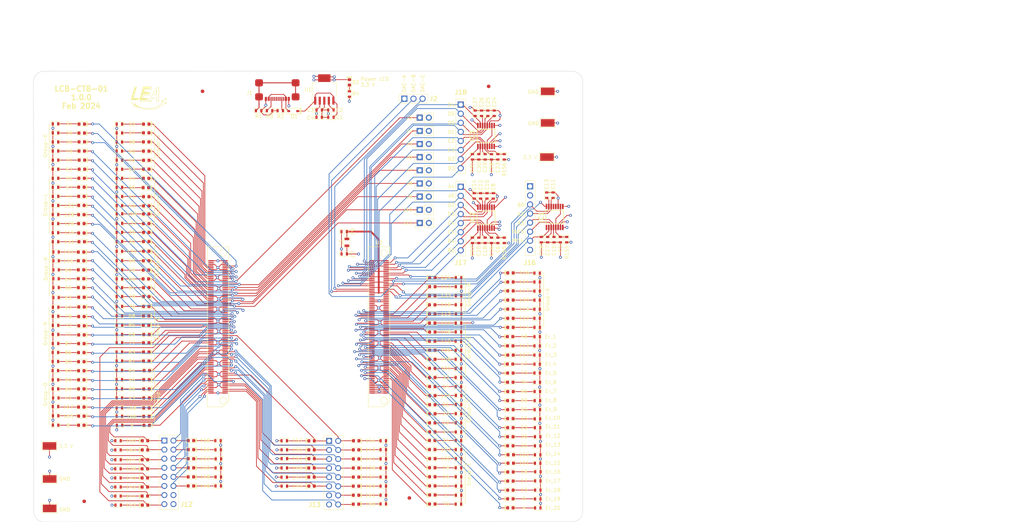
<source format=kicad_pcb>
(kicad_pcb (version 20221018) (generator pcbnew)
  (title_block (title "LCB-CTB-01: Test Board") (rev "1.0.0") (company "PADERBORN UNIVERSITY DEPARTMENT OF POWER ELECTRONICS AND ELECTRICAL DRIVES"))
  (layers (0 "F.Cu" signal) (1 "In1.Cu" signal) (2 "In2.Cu" signal) (31 "B.Cu" signal) (34 "B.Paste" user) (35 "F.Paste" user) (36 "B.SilkS" user "B.Silkscreen") (37 "F.SilkS" user "F.Silkscreen") (38 "B.Mask" user) (39 "F.Mask" user) (44 "Edge.Cuts" user))
  (net 0 "")
  (net 1 "Net-(U1-EN)")
  (net 2 "GND")
  (net 3 "Net-(U1-NR)")
  (net 4 "+3V3")
  (net 5 "Net-(D1-PadA)")
  (net 6 "Net-(D2-PadA)")
  (net 7 "Net-(D3-PadA)")
  (net 8 "GPIO0")
  (net 9 "Net-(D4-PadA)")
  (net 10 "GPIO1")
  (net 11 "Net-(D5-PadA)")
  (net 12 "GPIO4")
  (net 13 "Net-(D6-PadA)")
  (net 14 "GPIO8")
  (net 15 "Net-(D7-PadA)")
  (net 16 "GPIO9")
  (net 17 "Net-(D8-PadA)")
  (net 18 "GPIO12")
  (net 19 "Net-(D9-PadA)")
  (net 20 "GPIO13")
  (net 21 "Net-(D10-PadA)")
  (net 22 "GPIO14")
  (net 23 "Net-(D11-PadA)")
  (net 24 "GPIO15")
  (net 25 "Net-(D12-PadA)")
  (net 26 "GPIO16")
  (net 27 "Net-(D13-PadA)")
  (net 28 "GPIO17")
  (net 29 "Net-(D14-PadA)")
  (net 30 "GPIO18")
  (net 31 "Net-(D15-PadA)")
  (net 32 "GPIO19")
  (net 33 "Net-(D16-PadA)")
  (net 34 "GPIO20")
  (net 35 "Net-(D17-PadA)")
  (net 36 "GPIO21")
  (net 37 "Net-(D18-PadA)")
  (net 38 "GPIO22")
  (net 39 "Net-(D19-PadA)")
  (net 40 "GPIO23")
  (net 41 "Net-(D20-PadA)")
  (net 42 "GPIO24")
  (net 43 "Net-(D21-PadA)")
  (net 44 "GPIO25")
  (net 45 "Net-(D22-PadA)")
  (net 46 "GPIO26")
  (net 47 "Net-(D23-PadA)")
  (net 48 "GPIO27")
  (net 49 "Net-(D24-PadA)")
  (net 50 "GPIO29")
  (net 51 "Net-(D25-PadA)")
  (net 52 "GPIO30")
  (net 53 "Net-(D26-PadA)")
  (net 54 "GPIO31")
  (net 55 "Net-(D27-PadA)")
  (net 56 "GPIO32")
  (net 57 "Net-(D28-PadA)")
  (net 58 "GPIO33")
  (net 59 "Net-(D29-PadA)")
  (net 60 "GPIO34")
  (net 61 "Net-(D30-PadA)")
  (net 62 "GPIO36")
  (net 63 "Net-(D31-PadA)")
  (net 64 "GPIO37")
  (net 65 "Net-(D32-PadA)")
  (net 66 "GPIO38")
  (net 67 "Net-(D33-PadA)")
  (net 68 "GPIO39")
  (net 69 "Net-(D34-PadA)")
  (net 70 "GPIO40")
  (net 71 "Net-(D35-PadA)")
  (net 72 "GPIO41")
  (net 73 "Net-(D36-PadA)")
  (net 74 "GPIO42")
  (net 75 "Net-(D37-PadA)")
  (net 76 "GPIO43")
  (net 77 "GPIO44")
  (net 78 "Net-(D39-PadA)")
  (net 79 "GPIO45")
  (net 80 "Net-(D40-PadA)")
  (net 81 "GPIO46")
  (net 82 "Net-(D41-PadA)")
  (net 83 "GPIO47")
  (net 84 "Net-(D42-PadA)")
  (net 85 "GPIO48")
  (net 86 "Net-(D43-PadA)")
  (net 87 "GPIO49")
  (net 88 "Net-(D44-PadA)")
  (net 89 "GPIO50")
  (net 90 "Net-(D45-PadA)")
  (net 91 "GPIO51")
  (net 92 "Net-(D46-PadA)")
  (net 93 "GPIO52")
  (net 94 "Net-(D47-PadA)")
  (net 95 "GPIO53")
  (net 96 "Net-(D48-PadA)")
  (net 97 "GPIO54")
  (net 98 "GPIO55")
  (net 99 "Net-(D50-PadA)")
  (net 100 "GPIO56")
  (net 101 "GPIO57")
  (net 102 "Net-(D52-PadA)")
  (net 103 "GPIO58")
  (net 104 "Net-(D53-PadA)")
  (net 105 "GPIO59")
  (net 106 "Net-(D54-PadA)")
  (net 107 "GPIO60")
  (net 108 "Net-(D55-PadA)")
  (net 109 "GPIO61")
  (net 110 "Net-(D56-PadA)")
  (net 111 "GPIO62")
  (net 112 "Net-(D57-PadA)")
  (net 113 "GPIO63")
  (net 114 "Net-(D58-PadA)")
  (net 115 "GPIO64")
  (net 116 "Net-(D59-PadA)")
  (net 117 "GPIO65")
  (net 118 "Net-(D60-PadA)")
  (net 119 "GPIO66")
  (net 120 "Net-(D61-PadA)")
  (net 121 "GPIO68")
  (net 122 "Net-(D62-PadA)")
  (net 123 "GPIO69")
  (net 124 "Net-(D63-PadA)")
  (net 125 "GPIO70")
  (net 126 "Net-(D64-PadA)")
  (net 127 "GPIO71")
  (net 128 "Net-(D65-PadA)")
  (net 129 "GPIO72")
  (net 130 "Net-(D66-PadA)")
  (net 131 "GPIO73")
  (net 132 "Net-(D67-PadA)")
  (net 133 "GPIO76")
  (net 134 "Net-(D68-PadA)")
  (net 135 "GPIO77")
  (net 136 "Net-(D69-PadA)")
  (net 137 "GPIO78")
  (net 138 "Net-(D70-PadA)")
  (net 139 "GPIO79")
  (net 140 "Net-(D71-PadA)")
  (net 141 "GPIO80")
  (net 142 "Net-(D72-PadA)")
  (net 143 "GPIO81")
  (net 144 "Net-(D73-PadA)")
  (net 145 "GPIO82")
  (net 146 "Net-(D74-PadA)")
  (net 147 "GPIO83")
  (net 148 "Net-(D75-PadA)")
  (net 149 "GPIO84")
  (net 150 "Net-(D76-PadA)")
  (net 151 "GPIO85")
  (net 152 "Net-(D77-PadA)")
  (net 153 "GPIO86")
  (net 154 "Net-(D78-PadA)")
  (net 155 "GPIO87")
  (net 156 "Net-(D79-PadA)")
  (net 157 "GPIO88")
  (net 158 "Net-(D80-PadA)")
  (net 159 "GPIO89")
  (net 160 "Net-(D81-PadA)")
  (net 161 "GPIO90")
  (net 162 "Net-(D82-PadA)")
  (net 163 "GPIO95")
  (net 164 "Net-(D83-PadA)")
  (net 165 "GPIO96")
  (net 166 "Net-(D84-PadA)")
  (net 167 "GPIO99")
  (net 168 "Net-(D85-PadA)")
  (net 169 "GPIO100")
  (net 170 "Net-(D86-PadA)")
  (net 171 "GPIO101")
  (net 172 "Net-(D87-PadA)")
  (net 173 "GPIO102")
  (net 174 "Net-(D88-PadA)")
  (net 175 "GPIO103")
  (net 176 "Net-(D89-PadA)")
  (net 177 "GPIO104")
  (net 178 "Net-(D90-PadA)")
  (net 179 "GPIO105")
  (net 180 "Net-(D91-PadA)")
  (net 181 "GPIO106")
  (net 182 "Net-(D92-PadA)")
  (net 183 "GPIO107")
  (net 184 "Net-(D93-PadA)")
  (net 185 "GPIO108")
  (net 186 "Net-(D94-PadA)")
  (net 187 "GPIO109")
  (net 188 "Net-(D95-PadA)")
  (net 189 "GPIO110")
  (net 190 "Net-(D96-PadA)")
  (net 191 "GPIO111")
  (net 192 "Net-(D97-PadA)")
  (net 193 "GPIO112")
  (net 194 "Net-(D98-PadA)")
  (net 195 "GPIO113")
  (net 196 "Net-(D99-PadA)")
  (net 197 "GPIO114")
  (net 198 "Net-(D100-PadA)")
  (net 199 "GPIO115")
  (net 200 "Net-(D101-PadA)")
  (net 201 "GPIO116")
  (net 202 "Net-(D102-PadA)")
  (net 203 "GPIO117")
  (net 204 "Net-(D103-PadA)")
  (net 205 "GPIO118")
  (net 206 "Net-(D104-PadA)")
  (net 207 "GPIO119")
  (net 208 "Net-(D105-PadA)")
  (net 209 "GPIO120")
  (net 210 "Net-(D106-PadA)")
  (net 211 "GPIO121")
  (net 212 "Net-(D107-PadA)")
  (net 213 "GPIO122")
  (net 214 "Net-(D108-PadA)")
  (net 215 "GPIO123")
  (net 216 "Net-(D109-PadA)")
  (net 217 "GPIO124")
  (net 218 "Net-(D110-PadA)")
  (net 219 "GPIO125")
  (net 220 "GPIO126")
  (net 221 "GPIO127")
  (net 222 "GPIO128")
  (net 223 "GPIO129")
  (net 224 "GPIO130")
  (net 225 "GPIO131")
  (net 226 "GPIO132")
  (net 227 "GPIO134")
  (net 228 "GPIO136")
  (net 229 "GPIO137")
  (net 230 "GPIO138")
  (net 231 "GPIO139")
  (net 232 "GPIO140")
  (net 233 "GPIO141")
  (net 234 "GPIO142")
  (net 235 "GPIO143")
  (net 236 "GPIO144")
  (net 237 "GPIO145")
  (net 238 "GPIO151")
  (net 239 "GPIO152")
  (net 240 "GPIO153")
  (net 241 "GPIO154")
  (net 242 "GPIO155")
  (net 243 "GPIO156")
  (net 244 "GPIO157")
  (net 245 "GPIO158")
  (net 246 "GPIO146")
  (net 247 "GPIO147")
  (net 248 "GPIO148")
  (net 249 "Net-(D144-PadC)")
  (net 250 "AGND_HV")
  (net 251 "Net-(J1-CC1)")
  (net 255 "Net-(J1-CC2)")
  (net 259 "Net-(J1-Shield)")
  (net 260 "DACOUTA")
  (net 261 "DACOUTB")
  (net 262 "DACOUTC")
  (net 263 "GPIO159")
  (net 264 "GPIO149")
  (net 265 "GPIO150")
  (net 266 "GPIO160")
  (net 267 "GPIO161")
  (net 268 "GPIO162")
  (net 269 "GPIO163")
  (net 270 "GPIO164")
  (net 271 "GPIO165")
  (net 272 "GPIO166")
  (net 273 "GPIO167")
  (net 274 "GPIO168")
  (net 290 "ADCIN14")
  (net 291 "ADCIN15")
  (net 292 "ADCINA3")
  (net 293 "ADCINA5")
  (net 294 "ADCINA2")
  (net 295 "ADCINA4")
  (net 296 "ADCINB3")
  (net 297 "ADCINB0")
  (net 298 "ADCINB2")
  (net 299 "ADCINB5")
  (net 300 "ADCINC3")
  (net 301 "ADCINB4")
  (net 302 "ADCINC2")
  (net 303 "ADCINC5")
  (net 304 "ADCIND1")
  (net 305 "ADCINC4")
  (net 306 "ADCIND0")
  (net 307 "ADCIND3")
  (net 308 "ADCIND5")
  (net 309 "ADCIND2")
  (net 310 "ADCIND4")
  (net 313 "Net-(IC1-EN)")
  (net 314 "Net-(IC2-EN)")
  (net 315 "Net-(D120-PadC)")
  (net 316 "Net-(D121-PadC)")
  (net 317 "Net-(D122-PadC)")
  (net 318 "Net-(D123-PadC)")
  (net 319 "Net-(D124-PadC)")
  (net 320 "Net-(D125-PadC)")
  (net 321 "Net-(D126-PadC)")
  (net 322 "Net-(D127-PadC)")
  (net 323 "Net-(D128-PadC)")
  (net 324 "Net-(D129-PadC)")
  (net 325 "Net-(D130-PadC)")
  (net 326 "Net-(D131-PadC)")
  (net 327 "Net-(D132-PadC)")
  (net 328 "Net-(D133-PadC)")
  (net 329 "Net-(D134-PadC)")
  (net 330 "Net-(D135-PadC)")
  (net 331 "Net-(D136-PadC)")
  (net 332 "Net-(D137-PadC)")
  (net 333 "Net-(D138-PadC)")
  (net 334 "Mux1_A0")
  (net 335 "Mux1_A2")
  (net 336 "Mux1_A1")
  (net 337 "Mux3_A0")
  (net 338 "Mux3_A2")
  (net 339 "Mux3_A1")
  (net 340 "Mux2_A0")
  (net 341 "Mux2_A2")
  (net 342 "Mux2_A1")
  (net 343 "Net-(IC3-EN)")
  (net 344 "Net-(D111-PadA)")
  (net 345 "Net-(D112-PadA)")
  (net 346 "Net-(D113-PadA)")
  (net 347 "Net-(D114-PadA)")
  (net 348 "Net-(D115-PadA)")
  (net 349 "Net-(D116-PadA)")
  (net 350 "Net-(D117-PadA)")
  (net 351 "Net-(D118-PadA)")
  (net 352 "Net-(D119-PadA)")
  (net 353 "Net-(D139-PadC)")
  (net 354 "Net-(D140-PadC)")
  (net 355 "Net-(D141-PadC)")
  (net 356 "Net-(D145-PadC)")
  (net 357 "Net-(D146-PadC)")
  (net 358 "Net-(D147-PadC)")
  (net 359 "Net-(D148-PadA)")
  (net 360 "Net-(D149-PadA)")
  (net 361 "Net-(D150-PadA)")
  (net 362 "Net-(D151-PadA)")
  (net 363 "Net-(D142-PadC)")
  (net 364 "Net-(D143-PadC)")
  (net 368 "Net-(D38-PadA)")
  (net 369 "Net-(D49-PadA)")
  (net 370 "Net-(D51-PadA)")
  (footprint "LEA_FootprintLibrary:LED_0603" (layer "F.Cu") (at 94.678542 105.4726 180)
    (fp_text reference "D62" hide)
    (fp_text value "Green_2mA" hide)
  )
  (footprint "LEA_FootprintLibrary:R_0603" (layer "F.Cu") (at 203.8578 90.7812 180)
    (fp_text reference "R108" hide)
    (fp_text value "680R" hide)
  )
  (footprint "LEA_FootprintLibrary:R_0603" (layer "F.Cu") (at 87.069128 115.524097 180)
    (fp_text reference "R87" hide)
    (fp_text value "680R" hide)
  )
  (footprint "LEA_FootprintLibrary:LED_0603" (layer "F.Cu") (at 76.513367 103.0312 180)
    (fp_text reference "D65" hide)
    (fp_text value "Green_2mA" hide)
  )
  (footprint "LEA_FootprintLibrary:TestPoint_KeystoneElectronics5019" (layer "F.Cu") (at 206.609 55.8292 180)
    (fp_text reference "TP2" hide)
    (fp_text value "TP_Keystone_Electronics_5019" hide)
  )
  (footprint "LEA_FootprintLibrary:R_0603" (layer "F.Cu") (at 160.86 150.4308)
    (fp_text reference "R146" hide)
    (fp_text value "680R" hide)
  )
  (footprint "LEA_FootprintLibrary:LED_0603" (layer "F.Cu") (at 94.588747 54.171297 180)
    (fp_text reference "D44" hide)
    (fp_text value "Green_2mA" hide)
  )
  (footprint "LEA_FootprintLibrary:R_0603" (layer "F.Cu") (at 160.86 137.6974)
    (fp_text reference "R128" hide)
    (fp_text value "680R" hide)
  )
  (footprint "LEA_FootprintLibrary:R_0603" (layer "F.Cu") (at 203.8578 98.4012 180)
    (fp_text reference "R106" hide)
    (fp_text value "680R" hide)
  )
  (footprint "LEA_FootprintLibrary:R_0603" (layer "F.Cu") (at 69.23101 120.683445 180)
    (fp_text reference "R92" hide)
    (fp_text value "680R" hide)
  )
  (footprint "LEA_FootprintLibrary:R_0603" (layer "F.Cu") (at 87.101128 64.322097)
    (fp_text reference "R52" hide)
    (fp_text value "680R" hide)
  )
  (footprint "LEA_FootprintLibrary:LED_0603" (layer "F.Cu") (at 196.293751 113.7412)
    (fp_text reference "D96" hide)
    (fp_text value "Green_2mA" hide)
  )
  (footprint "LEA_FootprintLibrary:HDRV8W66P0X254_1X8_2032X254X860P" (layer "F.Cu") (at 182.2556 73.1662 -90)
    (fp_text reference "J17")
    (fp_text value "Conn_01x08_Male" hide)
  )
  (footprint "LEA_FootprintLibrary:R_0603" (layer "F.Cu") (at 181.891 137.665137 180)
    (fp_text reference "R100" hide)
    (fp_text value "680R" hide)
  )
  (footprint "LEA_FootprintLibrary:R_0603" (layer "F.Cu") (at 160.86 145.3508)
    (fp_text reference "R122" hide)
    (fp_text value "680R" hide)
  )
  (footprint "LEA_FootprintLibrary:LED_0603" (layer "F.Cu") (at 196.4036 100.9412)
    (fp_text reference "D107" hide)
    (fp_text value "Green_2mA" hide)
  )
  (footprint "LEA_FootprintLibrary:LED_0603" (layer "F.Cu") (at 174.579 89.5512)
    (fp_text reference "D109" hide)
    (fp_text value "Green_2mA" hide)
  )
  (footprint "LEA_FootprintLibrary:R_0603" (layer "F.Cu") (at 87.099128 89.924097 180)
    (fp_text reference "R61" hide)
    (fp_text value "680R" hide)
  )
  (footprint "LEA_FootprintLibrary:R_0603" (layer "F.Cu") (at 69.20902 113.013645 180)
    (fp_text reference "R73" hide)
    (fp_text value "680R" hide)
  )
  (footprint "LEA_FootprintLibrary:R_0603" (layer "F.Cu") (at 87.089128 51.622097)
    (fp_text reference "R34" hide)
    (fp_text value "680R" hide)
  )
  (footprint "LEA_FootprintLibrary:LED_0603" (layer "F.Cu") (at 76.3836 89.8612 180)
    (fp_text reference "D58" hide)
    (fp_text value "Green_2mA" hide)
  )
  (footprint "LEA_FootprintLibrary:C_0603" (layer "F.Cu") (at 187.5556 55.7672 90)
    (fp_text reference "C30")
    (fp_text value "10n" hide)
  )
  (footprint "LEA_FootprintLibrary:R_0603" (layer "F.Cu") (at 181.9012 89.5816 180)
    (fp_text reference "R111" hide)
    (fp_text value "680R" hide)
  )
  (footprint "LEA_FootprintLibrary:R_0603" (layer "F.Cu") (at 87.099128 92.374097)
    (fp_text reference "R57" hide)
    (fp_text value "680R" hide)
  )
  (footprint "LEA_FootprintLibrary:LED_0603" (layer "F.Cu") (at 94.2744 153.197)
    (fp_text reference "D128" hide)
    (fp_text value "Green_2mA" hide)
  )
  (footprint "LEA_FootprintLibrary:LED_0603" (layer "F.Cu") (at 94.599128 92.364097 180)
    (fp_text reference "D55" hide)
    (fp_text value "Green_2mA" hide)
  )
  (footprint "LEA_FootprintLibrary:LED_0603" (layer "F.Cu") (at 174.5772 140.200137)
    (fp_text reference "D95" hide)
    (fp_text value "Green_2mA" hide)
  )
  (footprint "LEA_FootprintLibrary:LED_0603" (layer "F.Cu") (at 107.0996 135.144 180)
    (fp_text reference "D133" hide)
    (fp_text value "Green_2mA" hide)
  )
  (footprint "LEA_FootprintLibrary:HDRV3W66P0X254_1X3_762X254X855P" (layer "F.Cu") (at 169.3016 39.5112)
    (fp_text reference "J2")
    (fp_text value "Conn_01x03_Male" hide)
  )
  (footprint "LEA_FootprintLibrary:C_0603" (layer "F.Cu") (at 192.8876 79.1252 -90)
    (fp_text reference "C6")
    (fp_text value "100n" hide)
  )
  (footprint "LEA_FootprintLibrary:R_0603" (layer "F.Cu") (at 87.099128 82.194097 180)
    (fp_text reference "R117" hide)
    (fp_text value "680R" hide)
  )
  (footprint "LEA_FootprintLibrary:C_0603" (layer "F.Cu") (at 188.3176 43.5752 -90)
    (fp_text reference "C26")
    (fp_text value "10n" hide)
  )
  (footprint "LEA_FootprintLibrary:LED_0603" (layer "F.Cu") (at 76.4636 74.4312 180)
    (fp_text reference "D117" hide)
    (fp_text value "Green_2mA" hide)
  )
  (footprint "LEA_FootprintLibrary:R_0603" (layer "F.Cu") (at 87.099128 97.614097 180)
    (fp_text reference "R69" hide)
    (fp_text value "680R" hide)
  )
  (footprint "LEA_FootprintLibrary:LED_0603" (layer "F.Cu") (at 94.6036 112.9112 180)
    (fp_text reference "D72" hide)
    (fp_text value "Green_2mA" hide)
  )
  (footprint "LEA_FootprintLibrary:R_0603" (layer "F.Cu") (at 203.8578 100.9412 180)
    (fp_text reference "R109" hide)
    (fp_text value "680R" hide)
  )
  (footprint "LEA_FootprintLibrary:PinHeader_1x02_P2.54mm_Vertical" (layer "F.Cu") (at 171.0456 63.2172 90)
    (fp_text reference "J8")
    (fp_text value "01x02")
  )
  (footprint "LEA_FootprintLibrary:LED_0603" (layer "F.Cu") (at 76.498773 105.5812 180)
    (fp_text reference "D64" hide)
    (fp_text value "Green_2mA" hide)
  )
  (footprint "LEA_FootprintLibrary:R_0603" (layer "F.Cu") (at 86.7176 135.189 180)
    (fp_text reference "R137" hide)
    (fp_text value "680R" hide)
  )
  (footprint "LEA_FootprintLibrary:LED_0603" (layer "F.Cu") (at 174.5688 127.6512)
    (fp_text reference "D16" hide)
    (fp_text value "Green_2mA" hide)
  )
  (footprint "LEA_FootprintLibrary:R_0603" (layer "F.Cu") (at 204.0774 143.872)
    (fp_text reference "R16" hide)
    (fp_text value "680R" hide)
  )
  (footprint "LEA_FootprintLibrary:LED_0603" (layer "F.Cu") (at 174.5244 107.3312)
    (fp_text reference "D79" hide)
    (fp_text value "Green_2mA" hide)
  )
  (footprint "LEA_FootprintLibrary:R_0603" (layer "F.Cu") (at 151.4036 38.1912 90)
    (fp_text reference "R4")
    (fp_text value "680R" hide)
  )
  (footprint "LEA_FootprintLibrary:LED_0603" (layer "F.Cu") (at 76.3936 84.8412 180)
    (fp_text reference "D116" hide)
    (fp_text value "Green_2mA" hide)
  )
  (footprint "LEA_FootprintLibrary:LED_0603" (layer "F.Cu") (at 94.5554 102.8452 180)
    (fp_text reference "D86" hide)
    (fp_text value "Green_2mA" hide)
  )
  (footprint "LEA_FootprintLibrary:R_0603" (layer "F.Cu") (at 160.86 135.1908)
    (fp_text reference "R131" hide)
    (fp_text value "680R" hide)
  )
  (footprint "LEA_FootprintLibrary:LED_0603" (layer "F.Cu") (at 107.0996 137.684 180)
    (fp_text reference "D131" hide)
    (fp_text value "Green_2mA" hide)
  )
  (footprint "LEA_FootprintLibrary:R_0603" (layer "F.Cu") (at 212.1276 78.9352 90)
    (fp_text reference "R154")
    (fp_text value "0R0" hide)
  )
  (footprint "LEA_FootprintLibrary:LED_0603" (layer "F.Cu") (at 196.3636 136.6112)
    (fp_text reference "D21" hide)
    (fp_text value "Green_2mA" hide)
  )
  (footprint "LEA_FootprintLibrary:LED_0603" (layer "F.Cu") (at 76.4836 66.8212 180)
    (fp_text reference "D38" hide)
    (fp_text value "Green_2mA" hide)
  )
  (footprint "LEA_FootprintLibrary:LED_0603" (layer "F.Cu") (at 94.581566 100.267536 180)
    (fp_text reference "D61" hide)
    (fp_text value "Green_2mA" hide)
  )
  (footprint "LEA_FootprintLibrary:R_0603" (layer "F.Cu") (at 181.9012 94.6362 180)
    (fp_text reference "R110" hide)
    (fp_text value "680R" hide)
  )
  (footprint "LEA_FootprintLibrary:LED_0603" (layer "F.Cu") (at 196.4036 98.3712)
    (fp_text reference "D104" hide)
    (fp_text value "Green_2mA" hide)
  )
  (footprint "LEA_FootprintLibrary:LED_0603" (layer "F.Cu") (at 76.577322 49.113 180)
    (fp_text reference "D30" hide)
    (fp_text value "Green_2mA" hide)
  )
  (footprint "LEA_FootprintLibrary:LED_0603" (layer "F.Cu") (at 94.612747 56.737497 180)
    (fp_text reference "D34" hide)
    (fp_text value "Green_2mA" hide)
  )
  (footprint "LEA_FootprintLibrary:LED_0603" (layer "F.Cu") (at 94.505161 64.377298 180)
    (fp_text reference "D50" hide)
    (fp_text value "Green_2mA" hide)
  )
  (footprint "LEA_FootprintLibrary:SOP65P640X120-16N" (layer "F.Cu") (at 189.5856 72.7752 -90)
    (fp_text reference "IC2")
    (fp_text value "ADG708BRUZ" hide)
  )
  (footprint "LEA_FootprintLibrary:C_0603" (layer "F.Cu") (at 208.5716 78.9352 90)
    (fp_text reference "C15")
    (fp_text value "10n" hide)
  )
  (footprint "LEA_FootprintLibrary:LED_0603" (layer "F.Cu") (at 174.5554 152.900137)
    (fp_text reference "D63" hide)
    (fp_text value "Green_2mA" hide)
  )
  (footprint "LEA_FootprintLibrary:R_0603" (layer "F.Cu") (at 87.079128 110.384097 180)
    (fp_text reference "R76" hide)
    (fp_text value "680R" hide)
  )
  (footprint "LEA_FootprintLibrary:R_0603" (layer "F.Cu") (at 181.9298 99.7162)
    (fp_text reference "R84" hide)
    (fp_text value "680R" hide)
  )
  (footprint "LEA_FootprintLibrary:LED_0603" (layer "F.Cu") (at 196.4036 93.2712)
    (fp_text reference "D102" hide)
    (fp_text value "Green_2mA" hide)
  )
  (footprint "LEA_FootprintLibrary:LED_0603" (layer "F.Cu") (at 76.5636 79.5112 180)
    (fp_text reference "D113" hide)
    (fp_text value "Green_2mA" hide)
  )
  (footprint "LEA_FootprintLibrary:C_0603" (layer "F.Cu") (at 191.1116 55.7672 90)
    (fp_text reference "C28")
    (fp_text value "10n" hide)
  )
  (footprint "LEA_FootprintLibrary:R_0603" (layer "F.Cu") (at 86.7184 140.5044 180)
    (fp_text reference "R149" hide)
    (fp_text value "680R" hide)
  )
  (footprint "LEA_FootprintLibrary:HDRV16W64P254_2X8_2032X508X914P" (layer "F.Cu") (at 146.986 144.1362 -90)
    (fp_text reference "J13")
    (fp_text value "Conn_02x08_Male" hide)
  )
  (footprint "LEA_FootprintLibrary:R_0603" (layer "F.Cu") (at 87.139128 130.834097 180)
    (fp_text reference "R9" hide)
    (fp_text value "680R" hide)
  )
  (footprint "LEA_FootprintLibrary:LED_0603" (layer "F.Cu") (at 76.4536 118.1512 180)
    (fp_text reference "D91" hide)
    (fp_text value "Green_2mA" hide)
  )
  (footprint "LEA_FootprintLibrary:LED_0603" (layer "F.Cu") (at 94.6584 126.0134 180)
    (fp_text reference "D151" hide)
    (fp_text value "Green_2mA" hide)
  )
  (footprint "LEA_FootprintLibrary:LED_0603" (layer "F.Cu") (at 94.2666 135.1754)
    (fp_text reference "D135" hide)
    (fp_text value "Green_2mA" hide)
  )
  (footprint "LEA_FootprintLibrary:R_0603" (layer "F.Cu") (at 181.9044 140.225537)
    (fp_text reference "R97" hide)
    (fp_text value "680R" hide)
  )
  (footprint "LEA_FootprintLibrary:R_0603" (layer "F.Cu") (at 69.3336 123.2212)
    (fp_text reference "R38" hide)
    (fp_text value "680R" hide)
  )
  (footprint "LEA_FootprintLibrary:LED_0603" (layer "F.Cu") (at 76.4536 115.6112 180)
    (fp_text reference "D73" hide)
    (fp_text value "Green_2mA" hide)
  )
  (footprint "LEA_FootprintLibrary:C_0603" (layer "F.Cu") (at 191.6176 66.6912 -90)
    (fp_text reference "C8")
    (fp_text value "10n" hide)
  )
  (footprint "LEA_FootprintLibrary:LED_0603" (layer "F.Cu") (at 196.4136 111.2362)
    (fp_text reference "D42" hide)
    (fp_text value "Green_2mA" hide)
  )
  (footprint "LEA_FootprintLibrary:LED_0603" (layer "F.Cu") (at 94.580347 51.591697 180)
    (fp_text reference "D32" hide)
    (fp_text value "Green_2mA" hide)
  )
  (footprint "LEA_FootprintLibrary:LED_0603" (layer "F.Cu") (at 94.5916 107.7912 180)
    (fp_text reference "D68" hide)
    (fp_text value "Green_2mA" hide)
  )
  (footprint "LEA_FootprintLibrary:R_0603" (layer "F.Cu") (at 69.23101 118.153445 180)
    (fp_text reference "R93" hide)
    (fp_text value "680R" hide)
  )
  (footprint "LEA_FootprintLibrary:R_0603" (layer "F.Cu") (at 204.055551 149.002)
    (fp_text reference "R11" hide)
    (fp_text value "680R" hide)
  )
  (footprint "LEA_FootprintLibrary:PinHeader_1x02_P2.54mm_Vertical" (layer "F.Cu") (at 171.0456 70.5832 90)
    (fp_text reference "J10")
    (fp_text value "01x02")
  )
  (footprint "LEA_FootprintLibrary:LED_0603" (layer "F.Cu") (at 153.252 150.4362 180)
    (fp_text reference "D144" hide)
    (fp_text value "Green_2mA" hide)
  )
  (footprint "LEA_FootprintLibrary:R_0603" (layer "F.Cu") (at 86.6986 143.0328 180)
    (fp_text reference "R123" hide)
    (fp_text value "680R" hide)
  )
  (footprint "LEA_FootprintLibrary:LED_0603" (layer "F.Cu") (at 76.511363 97.7598 180)
    (fp_text reference "D56" hide)
    (fp_text value "Green_2mA" hide)
  )
  (footprint "LEA_FootprintLibrary:R_0603" (layer "F.Cu") (at 181.8706 109.8912)
    (fp_text reference "R77" hide)
    (fp_text value "680R" hide)
  )
  (footprint "LEA_FootprintLibrary:C_0603" (layer "F.Cu") (at 146.2236 44.7012 180)
    (fp_text reference "C1")
    (fp_text value "10u" hide)
  )
  (footprint "LEA_FootprintLibrary:PinHeader_1x02_P2.54mm_Vertical" (layer "F.Cu") (at 171.0456 52.1682 90)
    (fp_text reference "J5")
    (fp_text value "01x02")
  )
  (footprint "LEA_FootprintLibrary:R_0603" (layer "F.Cu") (at 87.101128 87.436097)
    (fp_text reference "R55" hide)
    (fp_text value "680R" hide)
  )
  (footprint "LEA_FootprintLibrary:R_0603" (layer "F.Cu") (at 69.256084 56.6826)
    (fp_text reference "R47" hide)
    (fp_text value "680R" hide)
  )
  (footprint "LEA_FootprintLibrary:R_0603" (layer "F.Cu") (at 69.25641 100.373645 180)
    (fp_text reference "R71" hide)
    (fp_text value "680R" hide)
  )
  (footprint "LEA_FootprintLibrary:R_0603" (layer "F.Cu") (at 133.1836 135.1912 180)
    (fp_text reference "R134" hide)
    (fp_text value "680R" hide)
  )
  (footprint "LEA_FootprintLibrary:LED_0603" (layer "F.Cu") (at 107.0996 147.844 180)
    (fp_text reference "D137" hide)
    (fp_text value "Green_2mA" hide)
  )
  (footprint "LEA_FootprintLibrary:LED_0603" (layer "F.Cu") (at 76.585971 46.613 180)
    (fp_text reference "D26" hide)
    (fp_text value "Green_2mA" hide)
  )
  (footprint "LEA_FootprintLibrary:LED_0603" (layer "F.Cu") (at 174.5554 142.740137)
    (fp_text reference "D15" hide)
    (fp_text value "Green_2mA" hide)
  )
  (footprint "LEA_FootprintLibrary:C_0603" (layer "F.Cu") (at 142.9436 44.6912)
    (fp_text reference "C4")
    (fp_text value "10u" hide)
  )
  (footprint "LEA_FootprintLibrary:LED_0603" (layer "F.Cu") (at 196.4036 88.2412)
    (fp_text reference "D101" hide)
    (fp_text value "Green_2mA" hide)
  )
  (footprint "LEA_FootprintLibrary:LED_0603" (layer "F.Cu") (at 76.628422 56.6818 180)
    (fp_text reference "D45" hide)
    (fp_text value "Green_2mA" hide)
  )
  (footprint "LEA_FootprintLibrary:LED_0603" (layer "F.Cu") (at 94.597839 82.162491 180)
    (fp_text reference "D115" hide)
    (fp_text value "Green_2mA" hide)
  )
  (footprint "LEA_FootprintLibrary:R_0603" (layer "F.Cu") (at 69.244084 46.5226 180)
    (fp_text reference "R28" hide)
    (fp_text value "680R" hide)
  )
  (footprint "LEA_FootprintLibrary:R_0603" (layer "F.Cu") (at 203.9398 123.9712)
    (fp_text reference "R94" hide)
    (fp_text value "680R" hide)
  )
  (footprint "LEA_FootprintLibrary:LED_0603" (layer "F.Cu") (at 94.5916 97.6212 180)
    (fp_text reference "D67" hide)
    (fp_text value "Green_2mA" hide)
  )
  (footprint "LEA_FootprintLibrary:C_0603" (layer "F.Cu") (at 185.7776 55.7672 90)
    (fp_text reference "C31")
    (fp_text value "10n" hide)
  )
  (footprint "LEA_FootprintLibrary:R_0603" (layer "F.Cu") (at 181.8586 152.925537)
    (fp_text reference "R65" hide)
    (fp_text value "680R" hide)
  )
  (footprint "LEA_FootprintLibrary:LED_0603" (layer "F.Cu") (at 196.377951 153.9622)
    (fp_text reference "D5" hide)
    (fp_text value "Green_2mA" hide)
  )
  (footprint "LEA_FootprintLibrary:R_0603" (layer "F.Cu") (at 69.24241 79.525645 180)
    (fp_text reference "R115" hide)
    (fp_text value "680R" hide)
  )
  (footprint "LEA_FootprintLibrary:Fiducials_medium" (layer "F.Cu") (at 110.3396 37.4362 90)
    (fp_text reference "O2" hide)
    (fp_text value "Fiducial_medium" hide)
  )
  (footprint "LEA_FootprintLibrary:R_0603" (layer "F.Cu") (at 87.1228 71.692 180)
    (fp_text reference "R120" hide)
    (fp_text value "680R" hide)
  )
  (footprint "LEA_FootprintLibrary:LED_0603" (layer "F.Cu") (at 196.4836 141.4712)
    (fp_text reference "D93" hide)
    (fp_text value "Green_2mA" hide)
  )
  (footprint "LEA_FootprintLibrary:LED_0603" (layer "F.Cu") (at 94.668733 120.707577 180)
    (fp_text reference "D89" hide)
    (fp_text value "Green_2mA" hide)
  )
  (footprint "LEA_FootprintLibrary:R_0603" (layer "F.Cu") (at 132.0736 42.8412 180)
    (fp_text reference "R2")
    (fp_text value "4k7" hide)
  )
  (footprint "LEA_FootprintLibrary:LED_0603" (layer "F.Cu") (at 174.583 150.360137)
    (fp_text reference "D4" hide)
    (fp_text value "Green_2mA" hide)
  )
  (footprint "LEA_FootprintLibrary:LED_0603" (layer "F.Cu") (at 151.4036 34.9212 -90)
    (fp_text reference "D2")
    (fp_text value "Green_2mA" hide)
  )
  (footprint "LEA_FootprintLibrary:R_0603" (layer "F.Cu") (at 87.1228 74.3844 180)
    (fp_text reference "R113" hide)
    (fp_text value "680R" hide)
  )
  (footprint "LEA_FootprintLibrary:LED_0603" (layer "F.Cu") (at 76.5436 61.7612 180)
    (fp_text reference "D49" hide)
    (fp_text value "Green_2mA" hide)
  )
  (footprint "LEA_FootprintLibrary:LED_0603" (layer "F.Cu") (at 196.3436 108.6512)
    (fp_text reference "D66" hide)
    (fp_text value "Green_2mA" hide)
  )
  (footprint "LEA_FootprintLibrary:LED_0603" (layer "F.Cu") (at 94.563616 84.847325 180)
    (fp_text reference "D52" hide)
    (fp_text value "Green_2mA" hide)
  )
  (footprint "LEA_FootprintLibrary:LED_0603" (layer "F.Cu") (at 94.5904 71.7428 180)
    (fp_text reference "D118" hide)
    (fp_text value "Green_2mA" hide)
  )
  (footprint "LEA_FootprintLibrary:LED_0603" (layer "F.Cu") (at 196.385449 131.5312)
    (fp_text reference "D19" hide)
    (fp_text value "Green_2mA" hide)
  )
  (footprint "LEA_FootprintLibrary:LED_0603" (layer "F.Cu") (at 94.76478 115.569897 180)
    (fp_text reference "D85" hide)
    (fp_text value "Green_2mA" hide)
  )
  (footprint "LEA_FootprintLibrary:C_0603" (layer "F.Cu") (at 146.2236 42.6512 180)
    (fp_text reference "C2")
    (fp_text value "10n" hide)
  )
  (footprint "LEA_FootprintLibrary:R_0603" (layer "F.Cu") (at 203.987049 131.5362)
    (fp_text reference "R21" hide)
    (fp_text value "680R" hide)
  )
  (footprint "LEA_FootprintLibrary:LED_0603" (layer "F.Cu") (at 174.5314 135.120137)
    (fp_text reference "D20" hide)
    (fp_text value "Green_2mA" hide)
  )
  (footprint "LEA_FootprintLibrary:LED_0603" (layer "F.Cu") (at 76.581522 54.1504 180)
    (fp_text reference "D43" hide)
    (fp_text value "Green_2mA" hide)
  )
  (footprint "LEA_FootprintLibrary:R_0603" (layer "F.Cu") (at 160.86 142.8174)
    (fp_text reference "R124" hide)
    (fp_text value "680R" hide)
  )
  (footprint "LEA_FootprintLibrary:LED_0603" (layer "F.Cu") (at 94.496806 89.917154 180)
    (fp_text reference "D59" hide)
    (fp_text value "Green_2mA" hide)
  )
  (footprint "LEA_FootprintLibrary:C_0603" (layer "F.Cu") (at 190.0956 43.5752 -90)
    (fp_text reference "C25")
    (fp_text value "10n" hide)
  )
  (footprint "LEA_FootprintLibrary:LED_0603" (layer "F.Cu") (at 196.3736 116.2612)
    (fp_text reference "D41" hide)
    (fp_text value "Green_2mA" hide)
  )
  (footprint "LEA_FootprintLibrary:TestPoint_KeystoneElectronics5019" (layer "F.Cu") (at 206.8122 37.4396 180)
    (fp_text reference "TP3" hide)
    (fp_text value "TP_Keystone_Electronics_5019" hide)
  )
  (footprint "LEA_FootprintLibrary:C_0603" (layer "F.Cu") (at 188.0616 66.6912 -90)
    (fp_text reference "C12")
    (fp_text value "10n" hide)
  )
  (footprint "LEA_FootprintLibrary:LED_0603" (layer "F.Cu") (at 94.2544 140.5044)
    (fp_text reference "D147" hide)
    (fp_text value "Green_2mA" hide)
  )
  (footprint "LEA_FootprintLibrary:R_0603" (layer "F.Cu") (at 69.25441 66.825645 180)
    (fp_text reference "R40" hide)
    (fp_text value "680R" hide)
  )
  (footprint "LEA_FootprintLibrary:Fiducials_medium" (layer "F.Cu") (at 77.2668 152.146 90)
    (fp_text reference "O4" hide)
    (fp_text value "Fiducial_medium" hide)
  )
  (footprint "LEA_FootprintLibrary:R_0603" (layer "F.Cu") (at 69.28041 128.203645 180)
    (fp_text reference "R150" hide)
    (fp_text value "680R" hide)
  )
  (footprint "LEA_FootprintLibrary:LED_0603" (layer "F.Cu") (at 196.377951 151.4322)
    (fp_text reference "D3" hide)
    (fp_text value "Green_2mA" hide)
  )
  (footprint "LEA_FootprintLibrary:TestPoint_KeystoneElectronics5019" (layer "F.Cu") (at 67.6148 154.1272 180)
    (fp_text reference "TP5" hide)
    (fp_text value "TP_Keystone_Electronics_5019" hide)
  )
  (footprint "LEA_FootprintLibrary:LED_0603" (layer "F.Cu") (at 140.798 142.8348)
    (fp_text reference "D140" hide)
    (fp_text value "Green_2mA" hide)
  )
  (footprint "LEA_FootprintLibrary:R_0603" (layer "F.Cu") (at 204.012 139.1266 180)
    (fp_text reference "R96" hide)
    (fp_text value "680R" hide)
  )
  (footprint "LEA_FootprintLibrary:R_0603" (layer "F.Cu") (at 181.8466 107.3362)
    (fp_text reference "R81" hide)
    (fp_text value "680R" hide)
  )
  (footprint "LEA_FootprintLibrary:TestPoint_KeystoneElectronics5019" (layer "F.Cu") (at 67.6148 145.8976 180)
    (fp_text reference "TP4" hide)
    (fp_text value "TP_Keystone_Electronics_5019" hide)
  )
  (footprint "LEA_FootprintLibrary:R_0603" (layer "F.Cu") (at 87.099128 79.444097 180)
    (fp_text reference "R27" hide)
    (fp_text value "680R" hide)
  )
  (footprint "LEA_FootprintLibrary:LED_0603" (layer "F.Cu") (at 76.3836 87.373645 180)
    (fp_text reference "D54" hide)
    (fp_text value "Green_2mA" hide)
  )
  (footprint "LEA_FootprintLibrary:LED_0603" (layer "F.Cu") (at 94.690991 123.236929 180)
    (fp_text reference "D37" hide)
    (fp_text value "Green_2mA" hide)
  )
  (footprint "LEA_FootprintLibrary:SOD-323_Infineon" (layer "F.Cu") (at 135.677 42.9712 180)
    (fp_text reference "D1")
    (fp_text value "1A0_BAS3010A" hide)
  )
  (footprint "LEA_FootprintLibrary:LED_0603" (layer "F.Cu") (at 196.4036 95.8412)
    (fp_text reference "D105" hide)
    (fp_text value "Green_2mA" hide)
  )
  (footprint "LEA_FootprintLibrary:LED_0603" (layer "F.Cu") (at 94.6036 110.3912 180)
    (fp_text reference "D74" hide)
    (fp_text value "Green_2mA" hide)
  )
  (footprint "LEA_FootprintLibrary:LED_0603" (layer "F.Cu") (at 76.4416 110.5312 180)
    (fp_text reference "D87" hide)
    (fp_text value "Green_2mA" hide)
  )
  (footprint "LEA_FootprintLibrary:LED_0603" (layer "F.Cu") (at 107.0996 140.224 180)
    (fp_text reference "D143" hide)
    (fp_text value "Green_2mA" hide)
  )
  (footprint "LEA_FootprintLibrary:R_0603" (layer "F.Cu") (at 69.3936 82.3812 180)
    (fp_text reference "R116" hide)
    (fp_text value "680R" hide)
  )
  (footprint "LEA_FootprintLibrary:LCB_connector_top" (layer "F.Cu") (at 159.6706 103.316 -90)
    (fp_text reference "U2")
    (fp_text value "~" hide)
  )
  (footprint "LEA_FootprintLibrary:R_0603" (layer "F.Cu") (at 181.8818 145.271737)
    (fp_text reference "R14" hide)
    (fp_text value "680R" hide)
  )
  (footprint "LEA_FootprintLibrary:R_0603" (layer "F.Cu") (at 69.4136 84.8412 180)
    (fp_text reference "R118" hide)
    (fp_text value "680R" hide)
  )
  (footprint "LEA_FootprintLibrary:R_0603" (layer "F.Cu") (at 69.24241 69.365645 180)
    (fp_text reference "R114" hide)
    (fp_text value "680R" hide)
  )
  (footprint "LEA_FootprintLibrary:R_0603" (layer "F.Cu") (at 114.7824 140.2576)
    (fp_text reference "R145" hide)
    (fp_text value "680R" hide)
  )
  (footprint "LEA_FootprintLibrary:LED_0603" (layer "F.Cu") (at 94.564427 61.783867 180)
    (fp_text reference "D48" hide)
    (fp_text value "Green_2mA" hide)
  )
  (footprint "LEA_FootprintLibrary:R_0603" (layer "F.Cu") (at 87.091128 123.214097)
    (fp_text reference "R39" hide)
    (fp_text value "680R" hide)
  )
  (footprint "LEA_FootprintLibrary:R_0603" (layer "F.Cu") (at 203.908249 118.8312)
    (fp_text reference "R31" hide)
    (fp_text value "680R" hide)
  )
  (footprint "LEA_FootprintLibrary:C_0603" (layer "F.Cu") (at 191.8736 43.5752 -90)
    (fp_text reference "C24")
    (fp_text value "10n" hide)
  )
  (footprint "LEA_FootprintLibrary:Fiducials_medium" (layer "F.Cu") (at 190.3136 36.0512 90)
    (fp_text reference "O5" hide)
    (fp_text value "Fiducial_medium" hide)
  )
  (footprint "LEA_FootprintLibrary:LED_0603" (layer "F.Cu") (at 76.467 108.0214 180)
    (fp_text reference "D88" hide)
    (fp_text value "Green_2mA" hide)
  )
  (footprint "LEA_FootprintLibrary:R_0603" (layer "F.Cu") (at 181.8952 127.6136)
    (fp_text reference "R18" hide)
    (fp_text value "680R" hide)
  )
  (footprint "LEA_FootprintLibrary:LED_0603" (layer "F.Cu") (at 174.562754 117.4912)
    (fp_text reference "D28" hide)
    (fp_text value "Green_2mA" hide)
  )
  (footprint "LEA_FootprintLibrary:R_0603" (layer "F.Cu") (at 203.8628 111.2356)
    (fp_text reference "R44" hide)
    (fp_text value "680R" hide)
  )
  (footprint "LEA_FootprintLibrary:R_0603" (layer "F.Cu") (at 69.24241 71.905645 180)
    (fp_text reference "R121" hide)
    (fp_text value "680R" hide)
  )
  (footprint "LEA_FootprintLibrary:LED_0603" (layer "F.Cu") (at 94.668733 118.115225 180)
    (fp_text reference "D40" hide)
    (fp_text value "Green_2mA" hide)
  )
  (footprint "LEA_FootprintLibrary:LED_0603" (layer "F.Cu") (at 174.5702 147.820137)
    (fp_text reference "D8" hide)
    (fp_text value "Green_2mA" hide)
  )
  (footprint "LEA_FootprintLibrary:PinHeader_1x02_P2.54mm_Vertical" (layer "F.Cu") (at 171.0456 48.5106 90)
    (fp_text reference "J4")
    (fp_text value "01x02")
  )
  (footprint "LEA_FootprintLibrary:LED_0603" (layer "F.Cu") (at 76.4536 130.8512 180)
    (fp_text reference "D6" hide)
    (fp_text value "Green_2mA" hide)
  )
  (footprint "LEA_FootprintLibrary:LED_0603" (layer "F.Cu") (at 76.4656 128.3112 180)
    (fp_text reference "D148" hide)
    (fp_text value "Green_2mA" hide)
  )
  (footprint "LEA_FootprintLibrary:R_0603" (layer "F.Cu") (at 203.924 126.4858)
    (fp_text reference "R78" hide)
    (fp_text value "680R" hide)
  )
  (footprint "LEA_FootprintLibrary:LED_0603" (layer "F.Cu") (at 94.599748 76.911697 180)
    (fp_text reference "D24" hide)
    (fp_text value "Green_2mA" hide)
  )
  (footprint "LEA_FootprintLibrary:R_0603" (layer "F.Cu") (at 114.748093 145.322838)
    (fp_text reference "R141" hide)
    (fp_text value "680R" hide)
  )
  (footprint "LEA_FootprintLibrary:LED_0603" (layer "F.Cu") (at 94.6036 94.8572 180)
    (fp_text reference "D70" hide)
    (fp_text value "Green_2mA" hide)
  )
  (footprint "LEA_FootprintLibrary:R_0603" (layer "F.Cu") (at 69.21901 110.493445 180)
    (fp_text reference "R89" hide)
    (fp_text value "680R" hide)
  )
  (footprint "LEA_FootprintLibrary:R_0603" (layer "F.Cu") (at 181.879 130.1814)
    (fp_text reference "R20" hide)
    (fp_text value "680R" hide)
  )
  (footprint "LEA_FootprintLibrary:R_0603" (layer "F.Cu") (at 87.101128 49.082097)
    (fp_text reference "R33" hide)
    (fp_text value "680R" hide)
  )
  (footprint "LEA_FootprintLibrary:LED_0603" (layer "F.Cu") (at 196.4136 143.9362)
    (fp_text reference "D14" hide)
    (fp_text value "Green_2mA" hide)
  )
  (footprint "LEA_FootprintLibrary:LED_0603" (layer "F.Cu") (at 174.5554 145.280137)
    (fp_text reference "D12" hide)
    (fp_text value "Green_2mA" hide)
  )
  (footprint "LEA_FootprintLibrary:LED_0603" (layer "F.Cu") (at 76.631385 59.2302 180)
    (fp_text reference "D46" hide)
    (fp_text value "Green_2mA" hide)
  )
  (footprint "LEA_FootprintLibrary:SOP65P640X120-16N" (layer "F.Cu") (at 189.5876 49.9252 -90)
    (fp_text reference "IC3")
    (fp_text value "ADG708BRUZ" hide)
  )
  (footprint "LEA_FootprintLibrary:LED_0603" (layer "F.Cu") (at 94.600747 66.907497 180)
    (fp_text reference "D35" hide)
    (fp_text value "Green_2mA" hide)
  )
  (footprint "LEA_FootprintLibrary:R_0603" (layer "F.Cu") (at 86.7084 137.7736 180)
    (fp_text reference "R147" hide)
    (fp_text value "680R" hide)
  )
  (footprint "LEA_FootprintLibrary:R_0603" (layer "F.Cu") (at 133.202 147.8912 180)
    (fp_text reference "R138" hide)
    (fp_text value "680R" hide)
  )
  (footprint "LEA_FootprintLibrary:R_0603" (layer "F.Cu") (at 126.025 42.8422 180)
    (fp_text reference "R1")
    (fp_text value "0R0" hide)
  )
  (footprint "LEA_FootprintLibrary:C_0603" (layer "F.Cu") (at 187.5536 79.1252 90)
    (fp_text reference "C20")
    (fp_text value "10n" hide)
  )
  (footprint "LEA_FootprintLibrary:C_0603" (layer "F.Cu") (at 191.1096 79.1252 90)
    (fp_text reference "C16")
    (fp_text value "10n" hide)
  )
  (footprint "LEA_FootprintLibrary:R_0603" (layer "F.Cu") (at 181.8818 142.757137)
    (fp_text reference "R17" hide)
    (fp_text value "680R" hide)
  )
  (footprint "LEA_FootprintLibrary:LED_0603" (layer "F.Cu") (at 196.391751 149.0162)
    (fp_text reference "D9" hide)
    (fp_text value "Green_2mA" hide)
  )
  (footprint "LEA_FootprintLibrary:HDRV16W64P254_2X8_2032X508X914P" (layer "F.Cu") (at 100.9416 144.05 -90)
    (fp_text reference "J12")
    (fp_text value "Conn_02x08_Male" hide)
  )
  (footprint "LEA_FootprintLibrary:LED_0603" (layer "F.Cu") (at 140.81 137.7548)
    (fp_text reference "D130" hide)
    (fp_text value "Green_2mA" hide)
  )
  (footprint "LEA_FootprintLibrary:LED_0603" (layer "F.Cu") (at 94.600747 69.487497 180)
    (fp_text reference "D39" hide)
    (fp_text value "Green_2mA" hide)
  )
  (footprint "LEA_FootprintLibrary:LED_0603" (layer "F.Cu") (at 76.3936 92.3412 180)
    (fp_text reference "D60" hide)
    (fp_text value "Green_2mA" hide)
  )
  (footprint "LEA_FootprintLibrary:R_0603" (layer "F.Cu") (at 86.7684 153.2094 180)
    (fp_text reference "R130" hide)
    (fp_text value "680R" hide)
  )
  (footprint "LEA_FootprintLibrary:LED_0603" (layer "F.Cu") (at 94.5904 74.4352 180)
    (fp_text reference "D111" hide)
    (fp_text value "Green_2mA" hide)
  )
  (footprint "LEA_FootprintLibrary:LED_0603" (layer "F.Cu") (at 174.5688 120.0312)
    (fp_text reference "D10" hide)
    (fp_text value "Green_2mA" hide)
  )
  (footprint "LEA_FootprintLibrary:R_0603" (layer "F.Cu") (at 69.244084 51.6026)
    (fp_text reference "R35" hide)
    (fp_text value "680R" hide)
  )
  (footprint "LEA_FootprintLibrary:R_0603" (layer "F.Cu") (at 69.26841 130.853645 180)
    (fp_text reference "R8" hide)
    (fp_text value "680R" hide)
  )
  (footprint "LEA_FootprintLibrary:R_0603" (layer "F.Cu") (at 203.869551 113.7712 180)
    (fp_text reference "R98" hide)
    (fp_text value "680R" hide)
  )
  (footprint "LEA_FootprintLibrary:SOT-223-6_TI" (layer "F.Cu") (at 144.3736 36.9112 90)
    (fp_text reference "U1")
    (fp_text value "TPS73733DCQ")
  )
  (footprint "LEA_FootprintLibrary:LED_0603" (layer "F.Cu") (at 94.587748 79.461697 180)
    (fp_text reference "D25" hide)
    (fp_text value "Green_2mA" hide)
  )
  (footprint "LEA_FootprintLibrary:L_0805" (layer "F.Cu") (at 150.685074 79.690126 -90)
    (fp_text reference "L1")
    (fp_text value "60R/3A5" hide)
  )
  (footprint "LEA_FootprintLibrary:LED_0603" (layer "F.Cu") (at 76.4636 71.9412 180)
    (fp_text reference "D119" hide)
    (fp_text value "Green_2mA" hide)
  )
  (footprint "LEA_FootprintLibrary:LED_0603" (layer "F.Cu") (at 196.4036 103.4812)
    (fp_text reference "D83" hide)
    (fp_text value "Green_2mA" hide)
  )
  (footprint "LEA_FootprintLibrary:R_0603" (layer "F.Cu") (at 194.6676 55.7672 90)
    (fp_text reference "R156")
    (fp_text value "0R0" hide)
  )
  (footprint "LEA_FootprintLibrary:R_0603" (layer "F.Cu") (at 203.8578 93.3212 180)
    (fp_text reference "R104" hide)
    (fp_text value "680R" hide)
  )
  (footprint "LEA_FootprintLibrary:R_0603" (layer "F.Cu") (at 181.879 102.2562)
    (fp_text reference "R82" hide)
    (fp_text value "680R" hide)
  )
  (footprint "LEA_FootprintLibrary:LED_0603" (layer "F.Cu") (at 76.4536 113.0712 180)
    (fp_text reference "D71" hide)
    (fp_text value "Green_2mA" hide)
  )
  (footprint "LEA_FootprintLibrary:C_0603" (layer "F.Cu") (at 189.3336 55.7672 90)
    (fp_text reference "C29")
    (fp_text value "10n" hide)
  )
  (footprint "LEA_FootprintLibrary:R_0603" (layer "F.Cu") (at 203.949649 129.0724)
    (fp_text reference "R13" hide)
    (fp_text value "680R" hide)
  )
  (footprint "LEA_FootprintLibrary:R_0603" (layer "F.Cu") (at 181.8952 125.0636)
    (fp_text reference "R19" hide)
    (fp_text value "680R" hide)
  )
  (footprint "LEA_FootprintLibrary:LED_0603" (layer "F.Cu") (at 174.5314 97.1712)
    (fp_text reference "D103" hide)
    (fp_text value "Green_2mA" hide)
  )
  (footprint "LEA_FootprintLibrary:R_0603" (layer "F.Cu") (at 69.244084 49.0626 180)
    (fp_text reference "R32" hide)
    (fp_text value "680R" hide)
  )
  (footprint "LEA_FootprintLibrary:R_0603" (layer "F.Cu") (at 204.041751 153.988)
    (fp_text reference "R7" hide)
    (fp_text value "680R" hide)
  )
  (footprint "LEA_FootprintLibrary:LED_0603" (layer "F.Cu") (at 76.493325 95.049946 180)
    (fp_text reference "D57" hide)
    (fp_text value "Green_2mA" hide)
  )
  (footprint "LEA_FootprintLibrary:R_0603" (layer "F.Cu") (at 181.9012 92.0962)
    (fp_text reference "R86" hide)
    (fp_text value "680R" hide)
  )
  (footprint "LEA_FootprintLibrary:R_0603" (layer "F.Cu") (at 69.244084 59.2226)
    (fp_text reference "R48" hide)
    (fp_text value "680R" hide)
  )
  (footprint "LEA_FootprintLibrary:LED_0603" (layer "F.Cu") (at 196.4136 121.4412)
    (fp_text reference "D81" hide)
    (fp_text value "Green_2mA" hide)
  )
  (footprint "LEA_FootprintLibrary:R_0603" (layer "F.Cu") (at 87.099128 76.894097 180)
    (fp_text reference "R26" hide)
    (fp_text value "680R" hide)
  )
  (footprint "LEA_FootprintLibrary:SOP65P640X120-16N" (layer "F.Cu") (at 208.7546 72.5852 -90)
    (fp_text reference "IC1")
    (fp_text value "ADG708BRUZ" hide)
  )
  (footprint "LEA_FootprintLibrary:R_0603" (layer "F.Cu") (at 204.002 141.4966)
    (fp_text reference "R95" hide)
    (fp_text value "680R" hide)
  )
  (footprint "LEA_FootprintLibrary:C_0603" (layer "F.Cu") (at 149.949 82.9442)
    (fp_text reference "C7")
    (fp_text value "2u2" hide)
  )
  (footprint "LEA_FootprintLibrary:LED_0603" (layer "F.Cu") (at 94.600747 59.204297 180)
    (fp_text reference "D47" hide)
    (fp_text value "Green_2mA" hide)
  )
  (footprint "LEA_FootprintLibrary:LED_0603" (layer "F.Cu") (at 174.579 92.0912)
    (fp_text reference "D84" hide)
    (fp_text value "Green_2mA" hide)
  )
  (footprint "LEA_FootprintLibrary:LED_0603" (layer "F.Cu") (at 196.4036 90.7712)
    (fp_text reference "D106" hide)
    (fp_text value "Green_2mA" hide)
  )
  (footprint "LEA_FootprintLibrary:LED_0603" (layer "F.Cu") (at 76.4416 123.2312 180)
    (fp_text reference "D36" hide)
    (fp_text value "Green_2mA" hide)
  )
  (footprint "LEA_FootprintLibrary:C_0603" (layer "F.Cu") (at 206.5396 66.4892 -90)
    (fp_text reference "C13")
    (fp_text value "10n" hide)
  )
  (footprint "LEA_FootprintLibrary:TestPoint_KeystoneElectronics5019" (layer "F.Cu") (at 206.8122 46.2716 180)
    (fp_text reference "TP6" hide)
    (fp_text value "TP_Keystone_Electronics_5019" hide)
  )
  (footprint "LEA_FootprintLibrary:R_0603" (layer "F.Cu") (at 160.86 152.8726)
    (fp_text reference "R136" hide)
    (fp_text value "680R" hide)
  )
  (footprint "LEA_FootprintLibrary:R_0603" (layer "F.Cu") (at 203.9136 121.4208)
    (fp_text reference "R83" hide)
    (fp_text value "680R" hide)
  )
  (footprint "LEA_FootprintLibrary:LED_0603" (layer "F.Cu") (at 174.5314 99.7112)
    (fp_text reference "D82" hide)
    (fp_text value "Green_2mA" hide)
  )
  (footprint "LEA_FootprintLibrary:PinHeader_1x02_P2.54mm_Vertical" (layer "F.Cu") (at 171.0456 44.8022 90)
    (fp_text reference "J3")
    (fp_text value "01x02")
  )
  (footprint "LEA_FootprintLibrary:R_0603" (layer "F.Cu") (at 181.8536 114.9816 180)
    (fp_text reference "R102" hide)
    (fp_text value "680R" hide)
  )
  (footprint "LEA_FootprintLibrary:PinHeader_1x02_P2.54mm_Vertical" (layer "F.Cu") (at 171.0456 59.5342 90)
    (fp_text reference "J7")
    (fp_text value "01x02")
  )
  (footprint "LEA_FootprintLibrary:LED_0603" (layer "F.Cu") (at 76.58424 51.5772 180)
    (fp_text reference "D33" hide)
    (fp_text value "Green_2mA" hide)
  )
  (footprint "LEA_FootprintLibrary:R_0603" (layer "F.Cu") (at 87.113128 59.242097)
    (fp_text reference "R49" hide)
    (fp_text value "680R" hide)
  )
  (footprint "LEA_FootprintLibrary:C_0603" (layer "F.Cu") (at 185.7756 79.1252 90)
    (fp_text reference "C22")
    (fp_text value "10n" hide)
  )
  (footprint "LEA_FootprintLibrary:R_0603" (layer "F.Cu") (at 87.119128 102.824097 180)
    (fp_text reference "R88" hide)
    (fp_text value "680R" hide)
  )
  (footprint "LEA_FootprintLibrary:R_0603" (layer "F.Cu") (at 87.099128 112.884097 180)
    (fp_text reference "R74" hide)
    (fp_text value "680R" hide)
  )
  (footprint "LEA_FootprintLibrary:LED_0603" (layer "F.Cu") (at 196.3936 126.5012)
    (fp_text reference "D76" hide)
    (fp_text value "Green_2mA" hide)
  )
  (footprint "LEA_FootprintLibrary:R_0603" (layer "F.Cu") (at 160.86 140.2574)
    (fp_text reference "R126" hide)
    (fp_text value "680R" hide)
  )
  (footprint "LEA_FootprintLibrary:PinHeader_1x02_P2.54mm_Vertical" (layer "F.Cu") (at 171.0456 66.9002 90)
    (fp_text reference "J9")
    (fp_text value "01x02")
  )
  (footprint "LEA_FootprintLibrary:LED_0603" (layer "F.Cu") (at 76.4836 64.2512 180)
    (fp_text reference "D51" hide)
    (fp_text value "Green_2mA" hide)
  )
  (footprint "LEA_FootprintLibrary:LED_0603" (layer "F.Cu") (at 76.4836 69.3512 180)
    (fp_text reference "D112" hide)
    (fp_text value "Green_2mA" hide)
  )
  (footprint "LEA_FootprintLibrary:SYM_lea_logo" (layer "F.Cu") (at 94.548734 37.859541)
    (fp_text reference "O1" hide)
    (fp_text value "SYM_LEA_Logo")
  )
  (footprint "LEA_FootprintLibrary:HDRV8W66P0X254_1X8_2032X254X860P" (layer "F.Cu") (at 182.2556 50.1792 -90)
    (fp_text reference "J18")
    (fp_text value "Conn_01x08_Male" hide)
  )
  (footprint "LEA_FootprintLibrary:LED_0603" (layer "F.Cu") (at 174.5688 122.5712)
    (fp_text reference "D99" hide)
    (fp_text value "Green_2mA" hide)
  )
  (footprint "LEA_FootprintLibrary:R_0603" (layer "F.Cu") (at 204.055551 146.422)
    (fp_text reference "R15" hide)
    (fp_text value "680R" hide)
  )
  (footprint "LEA_FootprintLibrary:C_0603" (layer "F.Cu") (at 208.3176 66.4892 -90)
    (fp_text reference "C11")
    (fp_text value "10n" hide)
  )
  (footprint "LEA_FootprintLibrary:R_0603" (layer "F.Cu") (at 87.101128 69.402097)
    (fp_text reference "R41" hide)
    (fp_text value "680R" hide)
  )
  (footprint "LEA_FootprintLibrary:LED_0603" (layer "F.Cu") (at 153.235 152.9374 180)
    (fp_text reference "D134" hide)
    (fp_text value "Green_2mA" hide)
  )
  (footprint "LEA_FootprintLibrary:R_0603" (layer "F.Cu") (at 87.0852 126.006 180)
    (fp_text reference "R153" hide)
    (fp_text value "680R" hide)
  )
  (footprint "LEA_FootprintLibrary:LED_0603" (layer "F.Cu") (at 196.3636 134.0712)
    (fp_text reference "D22" hide)
    (fp_text value "Green_2mA" hide)
  )
  (footprint "LEA_FootprintLibrary:C_0603" (layer "F.Cu") (at 186.5396 43.5752 -90)
    (fp_text reference "C27")
    (fp_text value "10n" hide)
  )
  (footprint "LEA_FootprintLibrary:LED_0603" (layer "F.Cu") (at 153.2894 135.1962 180)
    (fp_text reference "D129" hide)
    (fp_text value "Green_2mA" hide)
  )
  (footprint "LEA_FootprintLibrary:R_0603" (layer "F.Cu") (at 86.718 148.1318 180)
    (fp_text reference "R127" hide)
    (fp_text value "680R" hide)
  )
  (footprint "LEA_FootprintLibrary:LED_0603" (layer "F.Cu") (at 94.536892 87.450773 180)
    (fp_text reference "D53" hide)
    (fp_text value "Green_2mA" hide)
  )
  (footprint "LEA_FootprintLibrary:LED_0603" (layer "F.Cu") (at 174.5434 137.660137)
    (fp_text reference "D98" hide)
    (fp_text value "Green_2mA" hide)
  )
  (footprint "LEA_FootprintLibrary:C_0603" (layer "F.Cu") (at 189.8396 66.6912 -90)
    (fp_text reference "C10")
    (fp_text value "10n" hide)
  )
  (footprint "LEA_FootprintLibrary:R_0603" (layer "F.Cu") (at 87.099128 107.754097 180)
    (fp_text reference "R70" hide)
    (fp_text value "680R" hide)
  )
  (footprint "LEA_FootprintLibrary:LED_0603" (layer "F.Cu") (at 76.486027 100.4512 180)
    (fp_text reference "D69" hide)
    (fp_text value "Green_2mA" hide)
  )
  (footprint "LEA_FootprintLibrary:LED_0603" (layer "F.Cu") (at 94.733128 130.860097 180)
    (fp_text reference "D7" hide)
    (fp_text value "Green_2mA" hide)
  )
  (footprint "LEA_FootprintLibrary:R_0603" (layer "F.Cu") (at 69.23041 76.985645)
    (fp_text reference "R112" hide)
    (fp_text value "680R" hide)
  )
  (footprint "LEA_FootprintLibrary:LED_0603" (layer "F.Cu") (at 94.6552 128.3728 180)
    (fp_text reference "D149" hide)
    (fp_text value "Green_2mA" hide)
  )
  (footprint "LEA_FootprintLibrary:R_0603" (layer "F.Cu") (at 181.8648 135.126537)
    (fp_text reference "R22" hide)
    (fp_text value "680R" hide)
  )
  (footprint "LEA_FootprintLibrary:R_0603" (layer "F.Cu") (at 87.099128 100.264097 180)
    (fp_text reference "R63" hide)
    (fp_text value "680R" hide)
  )
  (footprint "LEA_FootprintLibrary:R_0603" (layer "F.Cu") (at 203.8794 106.0812 180)
    (fp_text reference "R99" hide)
    (fp_text value "680R" hide)
  )
  (footprint "LEA_FootprintLibrary:R_0603" (layer "F.Cu") (at 87.113128 56.702097)
    (fp_text reference "R36" hide)
    (fp_text value "680R" hide)
  )
  (footprint "LEA_FootprintLibrary:LED_0603" (layer "F.Cu") (at 196.3036 106.0612)
    (fp_text reference "D97" hide)
    (fp_text value "Green_2mA" hide)
  )
  (footprint "LEA_FootprintLibrary:R_0603" (layer "F.Cu") (at 181.9094 150.442537)
    (fp_text reference "R6" hide)
    (fp_text value "680R" hide)
  )
  (footprint "LEA_FootprintLibrary:R_0603" (layer "F.Cu") (at 181.879 132.75)
    (fp_text reference "R25" hide)
    (fp_text value "680R" hide)
  )
  (footprint "LEA_FootprintLibrary:R_0603" (layer "F.Cu") (at 87.079128 120.674097 180)
    (fp_text reference "R91" hide)
    (fp_text value "680R" hide)
  )
  (footprint "LEA_FootprintLibrary:C_0603" (layer "F.Cu") (at 192.8896 55.7672 -90)
    (fp_text reference "C23")
    (fp_text value "100n" hide)
  )
  (footprint "LEA_FootprintLibrary:R_0603" (layer "F.Cu") (at 86.6986 145.5928 180)
    (fp_text reference "R125" hide)
    (fp_text value "680R" hide)
  )
  (footprint "LEA_FootprintLibrary:LED_0603" (layer "F.Cu") (at 76.4836 77.0812 180)
    (fp_text reference "D110" hide)
    (fp_text value "Green_2mA" hide)
  )
  (footprint "LEA_FootprintLibrary:R_0603" (layer "F.Cu") (at 87.101128 66.862097)
    (fp_text reference "R37" hide)
    (fp_text value "680R" hide)
  )
  (footprint "LEA_FootprintLibrary:LED_0603" (layer "F.Cu") (at 153.24 147.8962 180)
    (fp_text reference "D146" hide)
    (fp_text value "Green_2mA" hide)
  )
  (footprint "LEA_FootprintLibrary:R_0603" (layer "F.Cu") (at 129.073 42.8422)
    (fp_text reference "R3")
    (fp_text value "4k7" hide)
  )
  (footprint "LEA_FootprintLibrary:LED_0603" (layer "F.Cu") (at 140.822 135.2148)
    (fp_text reference "D132" hide)
    (fp_text value "Green_2mA" hide)
  )
  (footprint "LEA_FootprintLibrary:R_0603" (layer "F.Cu") (at 69.197389 115.573645 180)
    (fp_text reference "R75" hide)
    (fp_text value "680R" hide)
  )
  (footprint "LEA_FootprintLibrary:LED_0603" (layer "F.Cu") (at 76.4416 125.7712 180)
    (fp_text reference "D150" hide)
    (fp_text value "Green_2mA" hide)
  )
  (footprint "LEA_FootprintLibrary:R_0603" (layer "F.Cu") (at 181.9164 122.5254 180)
    (fp_text reference "R101" hide)
    (fp_text value "680R" hide)
  )
  (footprint "LEA_FootprintLibrary:R_0603" (layer "F.Cu") (at 87.079128 118.104097)
    (fp_text reference "R42" hide)
    (fp_text value "680R" hide)
  )
  (footprint "LEA_FootprintLibrary:C_0603" (layer "F.Cu") (at 189.3316 79.1132 90)
    (fp_text reference "C18")
    (fp_text value "10n" hide)
  )
  (footprint "LEA_FootprintLibrary:LED_0603" (layer "F.Cu") (at 196.3636 123.9712)
    (fp_text reference "D92" hide)
    (fp_text value "Green_2mA" hide)
  )
  (footprint "LEA_FootprintLibrary:R_0603" (layer "F.Cu") (at 87.108844 46.601146 180)
    (fp_text reference "R29" hide)
    (fp_text value "680R" hide)
  )
  (footprint "LEA_FootprintLibrary:R_0603" (layer "F.Cu") (at 114.7336 147.828)
    (fp_text reference "R139" hide)
    (fp_text value "680R" hide)
  )
  (footprint "LEA_FootprintLibrary:LED_0603" (layer "F.Cu") (at 153.252 145.3562 180)
    (fp_text reference "D120" hide)
    (fp_text value "Green_2mA" hide)
  )
  (footprint "LEA_FootprintLibrary:C_0603" (layer "F.Cu") (at 142.9536 42.6512)
    (fp_text reference "C3")
    (fp_text value "10u" hide)
  )
  (footprint "LEA_FootprintLibrary:R_0603" (layer "F.Cu") (at 194.6656 79.1252 90)
    (fp_text reference "R155")
    (fp_text value "0R0" hide)
  )
  (footprint "LEA_FootprintLibrary:C_0603" (layer "F.Cu") (at 149.929 76.6772)
    (fp_text reference "C9")
    (fp_text value "2u2" hide)
  )
  (footprint "LEA_FootprintLibrary:R_0603" (layer "F.Cu") (at 87.0852 128.3428 180)
    (fp_text reference "R151" hide)
    (fp_text value "680R" hide)
  )
  (footprint "LEA_FootprintLibrary:R_0603" (layer "F.Cu") (at 69.25641 105.453645 180)
    (fp_text reference "R66" hide)
    (fp_text value "680R" hide)
  )
  (footprint "LEA_FootprintLibrary:R_0603" (layer "F.Cu") (at 69.3936 89.8612)
    (fp_text reference "R60" hide)
    (fp_text value "680R" hide)
  )
  (footprint "LEA_FootprintLibrary:R_0603" (layer "F.Cu") (at 69.244084 54.1426)
    (fp_text reference "R45" hide)
    (fp_text value "680R" hide)
  )
  (footprint "LEA_FootprintLibrary:LED_0603" (layer "F.Cu") (at 107.0996 142.764 180)
    (fp_text reference "D141" hide)
    (fp_text value "Green_2mA" hide)
  )
  (footprint "LEA_FootprintLibrary:R_0603" (layer "F.Cu") (at 87.089128 54.162097)
    (fp_text reference "R46" hide)
    (fp_text value "680R" hide)
  )
  (footprint "LEA_FootprintLibrary:LED_0603" (layer "F.Cu") (at 174.5688 132.7312)
    (fp_text reference "D23" hide)
    (fp_text value "Green_2mA" hide)
  )
  (footprint "LEA_FootprintLibrary:LED_0603" (layer "F.Cu") (at 140.798 145.3748)
    (fp_text reference "D138" hide)
    (fp_text value "Green_2mA" hide)
  )
  (footprint "LEA_FootprintLibrary:R_0603" (layer "F.Cu") (at 133.202 137.7312 180)
    (fp_text reference "R132" hide)
    (fp_text value "680R" hide)
  )
  (footprint "LEA_FootprintLibrary:R_0603" (layer "F.Cu") (at 69.244084 61.7626 180)
    (fp_text reference "R51" hide)
    (fp_text value "680R" hide)
  )
  (footprint "LEA_FootprintLibrary:R_0603" (layer "F.Cu") (at 181.9094 147.862537)
    (fp_text reference "R10" hide)
    (fp_text value "680R" hide)
  )
  (footprint "LEA_FootprintLibrary:LED_0603" (layer "F.Cu") (at 76.4536 120.6912 180)
    (fp_text reference "D90" hide)
    (fp_text value "Green_2mA" hide)
  )
  (footprint "LEA_FootprintLibrary:LED_0603" (layer "F.Cu") (at 153.264 140.2762 180)
    (fp_text reference "D124" hide)
    (fp_text value "Green_2mA" hide)
  )
  (footprint "LEA_FootprintLibrary:LED_0603" (layer "F.Cu") (at 94.592347 49.041697 180)
    (fp_text reference "D31" hide)
    (fp_text value "Green_2mA" hide)
  )
  (footprint "LEA_FootprintLibrary:LED_0603" (layer "F.Cu") (at 107.0876 145.304 180)
    (fp_text reference "D139" hide)
    (fp_text value "Green_2mA" hide)
  )
  (footprint "LEA_FootprintLibrary:LED_0603" (layer "F.Cu") (at 94.604347 46.613297 180)
    (fp_text reference "D27" hide)
    (fp_text value "Green_2mA" hide)
  )
  (footprint "LEA_FootprintLibrary:LED_0603" (layer "F.Cu") (at 140.834 140.2112)
    (fp_text reference "D142" hide)
    (fp_text value "Green_2mA" hide)
  )
  (footprint "LEA_FootprintLibrary:R_0603" (layer "F.Cu") (at 69.24241 64.285645 180)
    (fp_text reference "R53" hide)
    (fp_text value "680R" hide)
  )
  (footprint "LEA_FootprintLibrary:R_0603" (layer "F.Cu") (at 181.8588 120.0832)
    (fp_text reference "R12" hide)
    (fp_text value "680R" hide)
  )
  (footprint "LEA_FootprintLibrary:R_0603" (layer "F.Cu") (at 181.8656 104.7658)
    (fp_text reference "R80" hide)
    (fp_text value "680R" hide)
  )
  (footprint "LEA_FootprintLibrary:R_0603" (layer "F.Cu") (at 69.4136 87.3812)
    (fp_text reference "R56" hide)
    (fp_text value "680R" hide)
  )
  (footprint "LEA_FootprintLibrary:R_0603" (layer "F.Cu") (at 204.016 134.0762)
    (fp_text reference "R24" hide)
    (fp_text value "680R" hide)
  )
  (footprint "LEA_FootprintLibrary:R_0603" (layer "F.Cu") (at 203.8578 88.3012 180)
    (fp_text reference "R103" hide)
    (fp_text value "680R" hide)
  )
  (footprint "LEA_FootprintLibrary:LED_0603" (layer "F.Cu") (at 140.822 147.8912)
    (fp_text reference "D136" hide)
    (fp_text value "Green_2mA" hide)
  )
  (footprint "LEA_FootprintLibrary:LED_0603" (layer "F.Cu") (at 153.252 137.7362 180)
    (fp_text reference "D126" hide)
    (fp_text value "Green_2mA" hide)
  )
  (footprint "LEA_FootprintLibrary:R_0603" (layer "F.Cu") (at 203.869 108.6562)
    (fp_text reference "R68" hide)
    (fp_text value "680R" hide)
  )
  (footprint "LEA_FootprintLibrary:LED_0603" (layer "F.Cu") (at 196.391751 146.4762)
    (fp_text reference "D13" hide)
    (fp_text value "Green_2mA" hide)
  )
  (footprint "LEA_FootprintLibrary:LED_0603" (layer "F.Cu") (at 94.224 143.0494)
    (fp_text reference "D121" hide)
    (fp_text value "Green_2mA" hide)
  )
  (footprint "LEA_FootprintLibrary:USB_C_GCT_USB4110-GF-A" (layer "F.Cu") (at 131.2436 39.5562 180)
    (fp_text reference "J1")
    (fp_text value "USBC_GTC_USB4110-GF-A" hide)
  )
  (footprint "LEA_FootprintLibrary:LED_0603" (layer "F.Cu") (at 174.5688 125.1112)
    (fp_text reference "D17" hide)
    (fp_text value "Green_2mA" hide)
  )
  (footprint "LEA_FootprintLibrary:R_0603" (layer "F.Cu") (at 69.25641 102.913645 180)
    (fp_text reference "R67" hide)
    (fp_text value "680R" hide)
  )
  (footprint "LEA_FootprintLibrary:C_0603" (layer "F.Cu") (at 205.0156 78.9352 90)
    (fp_text reference "C19")
    (fp_text value "10n" hide)
  )
  (footprint "LEA_FootprintLibrary:R_0603" (layer "F.Cu") (at 181.853584 117.510985)
    (fp_text reference "R30" hide)
    (fp_text value "680R" hide)
  )
  (footprint "LEA_FootprintLibrary:R_0603" (layer "F.Cu") (at 87.101128 61.782097)
    (fp_text reference "R50" hide)
    (fp_text value "680R" hide)
  )
  (footprint "LEA_FootprintLibrary:LED_0603" (layer "F.Cu") (at 94.224 145.5894)
    (fp_text reference "D123" hide)
    (fp_text value "Green_2mA" hide)
  )
  (footprint "LEA_FootprintLibrary:LED_0603" (layer "F.Cu") (at 174.5568 114.9512)
    (fp_text reference "D100" hide)
    (fp_text value "Green_2mA" hide)
  )
  (footprint "LEA_FootprintLibrary:R_0603" (layer "F.Cu") (at 204.009 136.6262)
    (fp_text reference "R23" hide)
    (fp_text value "680R" hide)
  )
  (footprint "LEA_FootprintLibrary:C_0603" (layer "F.Cu") (at 206.7936 78.9352 90)
    (fp_text reference "C17")
    (fp_text value "10n" hide)
  )
  (footprint "LEA_FootprintLibrary:R_0603" (layer "F.Cu") (at 181.8586 112.4112)
    (fp_text reference "R79" hide)
    (fp_text value "680R" hide)
  )
  (footprint "LEA_FootprintLibrary:LED_0603" (layer "F.Cu") (at 196.4936 139.1112)
    (fp_text reference "D94" hide)
    (fp_text value "Green_2mA" hide)
  )
  (footprint "LEA_FootprintLibrary:R_0603" (layer "F.Cu") (at 69.24441 125.629645 180)
    (fp_text reference "R152" hide)
    (fp_text value "680R" hide)
  )
  (footprint "LEA_FootprintLibrary:PinHeader_1x02_P2.54mm_Vertical" (layer "F.Cu") (at 171.0456 55.8512 90)
    (fp_text reference "J6")
    (fp_text value "01x02")
  )
  (footprint "LEA_FootprintLibrary:R_0603" (layer "F.Cu") (at 69.24441 107.993645 180)
    (fp_text reference "R90" hide)
    (fp_text value "680R" hide)
  )
  (footprint "LEA_FootprintLibrary:R_0603" (layer "F.Cu") (at 87.099128 94.844097 180)
    (fp_text reference "R72" hide)
    (fp_text value "680R" hide)
  )
  (footprint "LEA_FootprintLibrary:R_0603" (layer "F.Cu") (at 203.8712 103.4812)
    (fp_text reference "R85" hide)
    (fp_text value "680R" hide)
  )
  (footprint "LEA_FootprintLibrary:R_0603" (layer "F.Cu") (at 69.3936 92.3312 180)
    (fp_text reference "R62" hide)
    (fp_text value "680R" hide)
  )
  (footprint "LEA_FootprintLibrary:R_0603" (layer "F.Cu") (at 160.86 147.8908)
    (fp_text reference "R148" hide)
    (fp_text value "680R" hide)
  )
  (footprint "LEA_FootprintLibrary:LED_0603" (layer "F.Cu") (at 94.224 148.1294)
    (fp_text reference "D125" hide)
    (fp_text value "Green_2mA" hide)
  )
  (footprint "LEA_FootprintLibrary:R_0603" (layer "F.Cu") (at 86.718 150.6718 180)
    (fp_text reference "R129" hide)
    (fp_text value "680R" hide)
  )
  (footprint "LEA_FootprintLibrary:R_0603" (layer "F.Cu") (at 114.753223 142.806408)
    (fp_text reference "R143" hide)
    (fp_text value "680R" hide)
  )
  (footprint "LEA_FootprintLibrary:R_0603" (layer "F.Cu") (at 69.3936 95.137696)
    (fp_text reference "R59" hide)
    (fp_text value "680R" hide)
  )
  (footprint "LEA_FootprintLibrary:R_0603" (layer "F.Cu") (at 87.101128 105.470097 180)
    (fp_text reference "R64" hide)
    (fp_text value "680R" hide)
  )
  (footprint "LEA_FootprintLibrary:C_0603" (layer "F.Cu") (at 186.2836 66.6912 -90)
    (fp_text reference "C14")
    (fp_text value "10n" hide)
  )
  (footprint "LEA_FootprintLibrary:PinHeader_1x02_P2.54mm_Vertical" (layer "F.Cu") (at 171.0634 74.2662 90)
    (fp_text reference "J11")
    (fp_text value "01x02")
  )
  (footprint "LEA_FootprintLibrary:R_0603" (layer "F.Cu") (at 69.23041 74.445645 180)
    (fp_text reference "R119" hide)
    (fp_text value "680R" hide)
  )
  (footprint "LEA_FootprintLibrary:LED_0603" (layer "F.Cu") (at 153.252 142.8162 180)
    (fp_text reference "D122" hide)
    (fp_text value "Green_2mA" hide)
  )
  (footprint "LEA_FootprintLibrary:R_0603" (layer "F.Cu") (at 203.8578 95.8612 180)
    (fp_text reference "R107" hide)
    (fp_text value "680R" hide)
  )
  (footprint "LEA_FootprintLibrary:HDRV8W66P0X254_1X8_2032X254X860P" (layer "F.Cu") (at 201.6296 73.0282 -90)
    (fp_text reference "J16")
    (fp_text value "Conn_01x08_Male" hide)
  )
  (footprint "LEA_FootprintLibrary:LED_0603" (layer "F.Cu") (at 174.5314 102.2512)
    (fp_text reference "D80" hide)
    (fp_text value "Green_2mA" hide)
  )
  (footprint "LEA_FootprintLibrary:R_0603" (layer "F.Cu") (at 181.879 97.1508 180)
    (fp_text reference "R105" hide)
    (fp_text value "680R" hide)
  )
  (footprint "LEA_FootprintLibrary:LED_0603" (layer "F.Cu") (at 174.5568 112.4112)
    (fp_text reference "D77" hide)
    (fp_text value "Green_2mA" hide)
  )
  (footprint "LEA_FootprintLibrary:R_0603" (layer "F.Cu") (at 114.675493 135.162393)
    (fp_text reference "R135" hide)
    (fp_text value "680R" hide)
  )
  (footprint "LEA_FootprintLibrary:R_0603" (layer "F.Cu") (at 114.713362 137.733085)
    (fp_text reference "R133" hide)
    (fp_text value "680R" hide)
  )
  (footprint "LEA_FootprintLibrary:LED_0603" (layer "F.Cu") (at 94.2544 137.7612)
    (fp_text reference "D145" hide)
    (fp_text value "Green_2mA" hide)
  )
  (footprint "LEA_FootprintLibrary:LED_0603" (layer "F.Cu") (at 94.224 150.6694)
    (fp_text reference "D127" hide)
    (fp_text value "Green_2mA" hide)
  )
  (footprint "LEA_FootprintLibrary:C_0603" (layer "F.Cu") (at 210.3496 78.9352 -90)
    (fp_text reference "C5")
    (fp_text value "100n" hide)
  )
  (footprint "LEA_FootprintLibrary:R_0603" (layer "F.Cu") (at 204.041751 151.478)
    (fp_text reference "R5" hide)
    (fp_text value "680R" hide)
  )
  (footprint "LEA_FootprintLibrary:LED_0603" (layer "F.Cu") (at 174.5688 104.7912)
    (fp_text reference "D78" hide)
    (fp_text value "Green_2mA" hide)
  )
  (footprint "LEA_FootprintLibrary:LED_0603" (layer "F.Cu") (at 196.373449 128.9912)
    (fp_text reference "D11" hide)
    (fp_text value "Green_2mA" hide)
  )
  (footprint "LEA_FootprintLibrary:R_0603" (layer "F.Cu") (at 133.178 145.3948 180)
    (fp_text reference "R140" hide)
    (fp_text value "680R" hide)
  )
  (footprint "LEA_FootprintLibrary:LED_0603" (layer "F.Cu") (at 196.357449 118.8262)
    (fp_text reference "D29" hide)
    (fp_text value "Green_2mA" hide)
  )
  (footprint "LEA_FootprintLibrary:LED_0603" (layer "F.Cu") (at 174.5536 94.6312)
    (fp_text reference "D108" hide)
    (fp_text value "Green_2mA" hide)
  )
  (footprint "LEA_FootprintLibrary:LED_0603" (layer "F.Cu") (at 174.5564 130.1912)
    (fp_text reference "D18" hide)
    (fp_text value "Green_2mA" hide)
  )
  (footprint "LEA_FootprintLibrary:R_0603" (layer "F.Cu") (at 203.8736 116.2408)
    (fp_text reference "R43" hide)
    (fp_text value "680R" hide)
  )
  (footprint "LEA_FootprintLibrary:R_0603" (layer "F.Cu") (at 133.214925 140.192121 180)
    (fp_text reference "R144" hide)
    (fp_text value "680R" hide)
  )
  (footprint "LEA_FootprintLibrary:R_0603" (layer "F.Cu") (at 87.099128 84.824097)
    (fp_text reference "R54" hide)
    (fp_text value "680R" hide)
  )
  (footprint "LEA_FootprintLibrary:TestPoint_KeystoneElectronics5019" (layer "F.Cu") (at 67.564 136.652 180)
    (fp_text reference "TP1" hide)
    (fp_text value "TP_Keystone_Electronics_5019" hide)
  )
  (footprint "LEA_FootprintLibrary:LED_0603" (layer "F.Cu") (at 76.3936 82.4112 180)
    (fp_text reference "D114" hide)
    (fp_text value "Green_2mA" hide)
  )
  (footprint "LEA_FootprintLibrary:Fiducials_medium" (layer "F.Cu") (at 168.15 151.2028 90)
    (fp_text reference "O3" hide)
    (fp_text value "Fiducial_medium" hide)
  )
  (footprint "LEA_FootprintLibrary:LED_0603" (layer "F.Cu") (at 174.5688 109.8712)
    (fp_text reference "D75" hide)
    (fp_text value "Green_2mA" hide)
  )
  (footprint "LEA_FootprintLibrary:R_0603" (layer "F.Cu") (at 133.19 142.8112 180)
    (fp_text reference "R142" hide)
    (fp_text value "680R" hide)
  )
  (footprint "LEA_FootprintLibrary:R_0603" (layer "F.Cu") (at 69.2836 97.8412)
    (fp_text reference "R58" hide)
    (fp_text value "680R" hide)
  )
  (gr_line (start 67.514 61.794477) (end 67.514 77.017522) (stroke (width 0.15)) (layer "F.SilkS"))
  (gr_line (start 67.4632 115.5832) (end 67.4632 130.806245) (stroke (width 0.15)) (layer "F.SilkS"))
  (gr_line (start 183.7444 137.647355) (end 183.7444 152.8704) (stroke (width 0.15)) (layer "F.SilkS"))
  (gr_line (start 96.9272 46.4952) (end 96.9272 59.1952) (stroke (width 0.15)) (layer "F.SilkS"))
  (gr_line (start 96.978 61.489677) (end 96.978 76.712722) (stroke (width 0.15)) (layer "F.SilkS"))
  (gr_line (start 96.9272 97.608477) (end 96.9272 112.831522) (stroke (width 0.15)) (layer "F.SilkS"))
  (gr_line (start 183.7952 102.290555) (end 183.7952 117.5136) (stroke (width 0.15)) (layer "F.SilkS"))
  (gr_line (start 67.4632 97.913277) (end 67.4632 113.136322) (stroke (width 0.15)) (layer "F.SilkS"))
  (gr_line (start 183.7952 89.5482) (end 183.7952 99.6574) (stroke (width 0.15)) (layer "F.SilkS"))
  (gr_line (start 205.69 88.1512) (end 205.69 103.374245) (stroke (width 0.15)) (layer "F.SilkS"))
  (gr_line (start 67.514 79.328955) (end 67.514 94.552) (stroke (width 0.15)) (layer "F.SilkS"))
  (gr_line (start 183.7444 119.867355) (end 183.7444 135.0904) (stroke (width 0.15)) (layer "F.SilkS"))
  (gr_line (start 96.978 79.532155) (end 96.978 94.7552) (stroke (width 0.15)) (layer "F.SilkS"))
  (gr_line (start 67.4632 46.4952) (end 67.4632 59.1952) (stroke (width 0.15)) (layer "F.SilkS"))
  (gr_line (start 96.9272 115.2784) (end 96.9272 130.501445) (stroke (width 0.15)) (layer "F.SilkS"))
  (gr_arc (start 63.0817 34.79566) (mid 63.960374 32.674334) (end 66.0817 31.79566) (stroke (width 0.1)) (layer "Edge.Cuts"))
  (gr_arc (start 213.6247 31.832339) (mid 215.746026 32.711013) (end 216.6247 34.832339) (stroke (width 0.1)) (layer "Edge.Cuts"))
  (gr_arc (start 66.1416 157.9372) (mid 64.020274 157.058526) (end 63.1416 154.9372) (stroke (width 0.1)) (layer "Edge.Cuts"))
  (gr_line (start 66.0817 31.79566) (end 213.6247 31.832339) (stroke (width 0.1)) (layer "Edge.Cuts"))
  (gr_line (start 213.6247 157.879697) (end 66.1416 157.9372) (stroke (width 0.1)) (layer "Edge.Cuts"))
  (gr_arc (start 216.6247 154.879697) (mid 215.746026 157.001023) (end 213.6247 157.879697) (stroke (width 0.1)) (layer "Edge.Cuts"))
  (gr_line (start 216.6247 34.832339) (end 216.6247 154.879697) (stroke (width 0.1)) (layer "Edge.Cuts"))
  (gr_line (start 63.1416 154.9372) (end 63.0817 34.79566) (stroke (width 0.1)) (layer "Edge.Cuts"))
  (gr_text "160" (at 88.7906 135.189) (layer "F.SilkS") (effects (font (size 1 1)) (justify left)))
  (gr_text "118" (at 176.813 97.1572) (layer "F.SilkS") (effects (font (size 1 1)) (justify left)))
  (gr_text " B4" (at 177.9736 79.3812) (layer "F.SilkS") (effects (font (size 1 1)) (justify left)))
  (gr_text "39" (at 72.014274 51.6666) (layer "F.SilkS") (effects (font (size 1 1)) (justify left)))
  (gr_text "90" (at 71.7726 118.217445) (layer "F.SilkS") (effects (font (size 1 1)) (justify left)))
  (gr_text "124" (at 176.813 89.5372) (layer "F.SilkS") (effects (font (size 1 1)) (justify left)))
  (gr_text "DAC-A" (at 166.699505 37.911143 90) (layer "F.SilkS") (effects (font (size 1 1)) (justify left)))
  (gr_text "43" (at 89.525318 123.304097) (layer "F.SilkS") (effects (font (size 1 1)) (justify left)))
  (gr_text "15" (at 199.16979 128.9762) (layer "F.SilkS") (effects (font (size 1 1)) (justify left)))
  (gr_text "115" (at 176.813 92.0772) (layer "F.SilkS") (effects (font (size 1 1)) (justify left)))
  (gr_text "83" (at 89.525318 110.438097) (layer "F.SilkS") (effects (font (size 1 1)) (justify left)))
  (gr_text "155" (at 135.375075 137.740279) (layer "F.SilkS") (effects (font (size 1 1)) (justify left)))
  (gr_text " Er_17\n" (at 205.334151 146.413) (layer "F.SilkS") (effects (font (size 1 1)) (justify left)))
  (gr_text "57" (at 72.0126 64.349645) (layer "F.SilkS") (effects (font (size 1 1)) (justify left)))
  (gr_text "87" (at 71.7726 108.017445) (layer "F.SilkS") (effects (font (size 1 1)) (justify left)))
  (gr_text "\n\nGroup-B" (at 183.129 97.8008 90) (layer "F.SilkS") (effects (font (size 1 1)) (justify left)))
  (gr_text "132" (at 71.29641 82.403645) (layer "F.SilkS") (effects (font (size 1 1)) (justify left)))
  (gr_text " A3" (at 197.5136 74.3812) (layer "F.SilkS") (effects (font (size 1 1)) (justify left)))
  (gr_text "19" (at 177.28919 142.726137) (layer "F.SilkS") (effects (font (size 1 1)) (justify left)))
  (gr_text "3,3 V" (at 72.136 136.7028) (layer "F.SilkS") (effects (font (size 1 1) (thickness 0.125))))
  (gr_text "31" (at 72.014274 46.5866) (layer "F.SilkS") (effects (font (size 1 1)) (justify left)))
  (gr_text "151" (at 135.388 140.2012) (layer "F.SilkS") (effects (font (size 1 1)) (justify left)))
  (gr_text "105" (at 176.813 114.9372) (layer "F.SilkS") (effects (font (size 1 1)) (justify left)))
  (gr_text "A5" (at 178.8836 66.6912) (layer "F.SilkS") (effects (font (size 1 1)) (justify left)))
  (gr_text "107" (at 198.6936 111.2212) (layer "F.SilkS") (effects (font (size 1 1)) (justify left)))
  (gr_text "GND\n" (at 71.8312 154.4828) (layer "F.SilkS") (effects (font (size 1 1))))
  (gr_text "129" (at 89.049128 71.798097) (layer "F.SilkS") (effects (font (size 1 1)) (justify left)))
  (gr_text "106" (at 176.813 109.8572) (layer "F.SilkS") (effects (font (size 1 1)) (justify left)))
  (gr_text "59" (at 89.525318 87.490097) (layer "F.SilkS") (effects (font (size 1 1)) (justify left)))
  (gr_text "D4" (at 178.7436 41.2712) (layer "F.SilkS") (effects (font (size 1 1)) (justify left)))
  (gr_text "GND\n" (at 202.8444 46.3804) (layer "F.SilkS") (effects (font (size 1 1))))
  (gr_text "1" (at 177.765381 150.346137) (layer "F.SilkS") (effects (font (size 1 1)) (justify left)))
  (gr_text "\n\nGroup-D" (at 183.129 130.1814 90) (layer "F.SilkS") (effects (font (size 1 1)) (justify left)))
  (gr_text "95" (at 199.16979 126.4862) (layer "F.SilkS") (effects (font (size 1 1)) (justify left)))
  (gr_text "32" (at 89.525318 46.655146) (layer "F.SilkS") (effects (font (size 1 1)) (justify left)))
  (gr_text "21" (at 177.28919 125.0972) (layer "F.SilkS") (effects (font (size 1 1)) (justify left)))
  (gr_text "140" (at 88.7716 145.5928) (layer "F.SilkS") (effects (font (size 1 1)) (justify left)))
  (gr_text "86" (at 71.7726 110.557445) (layer "F.SilkS") (effects (font (size 1 1)) (justify left)))
  (gr_text "73" (at 199.16979 116.2462) (layer "F.SilkS") (effects (font (size 1 1)) (justify left)))
  (gr_text "139" (at 155.688 142.8262) (layer "F.SilkS") (effects (font (size 1 1)) (justify left)))
  (gr_text "96" (at 199.16979 121.4262) (layer "F.SilkS") (effects (font (size 1 1)) (justify left)))
  (gr_text "Power LED \n3,3 V" (at 154.432 36.1696) (layer "F.SilkS") (effects (font (size 1 1)) (justify left bottom)))
  (gr_text "116" (at 198.6936 88.2262) (layer "F.SilkS") (effects (font (size 1 1)) (justify left)))
  (gr_text "DAC-B" (at 169.297505 37.891143 90) (layer "F.SilkS") (effects (font (size 1 1)) (justify left)))
  (gr_text "100" (at 176.813 140.186137) (layer "F.SilkS") (effects (font (size 1 1)) (justify left)))
  (gr_text "53" (at 89.525318 59.296097) (layer "F.SilkS") (effects (font (size 1 1)) (justify left)))
  (gr_text " C4" (at 177.9636 74.3412) (layer "F.SilkS") (effects (font (size 1 1)) (justify left)))
  (gr_text "85" (at 89.525318 102.888097) (layer "F.SilkS") (effects (font (size 1 1)) (justify left)))
  (gr_text "24" (at 177.28919 135.106137) (layer "F.SilkS") (effects (font (size 1 1)) (justify left)))
  (gr_text "146" (at 109.5136 147.868) (layer "F.SilkS") (effects (font (size 1 1)) (justify left)))
  (gr_text " Er_8\n" (at 205.1986 123.8612) (layer "F.SilkS") (effects (font (size 1 1)) (justify left)))
  (gr_text "48" (at 199.16979 106.0462) (layer "F.SilkS") (effects (font (size 1 1)) (justify left)))
  (gr_text " Er_11\n" (at 205.2938 131.2322) (layer "F.SilkS") (effects (font (size 1 1)) (justify left)))
  (gr_text " Er_19\n" (at 205.320351 151.469) (layer "F.SilkS") (effects (font (size 1 1)) (justify left)))
  (gr_text "150" (at 109.5136 142.788) (layer "F.SilkS") (effects (font (size 1 1)) (justify left)))
  (gr_text "137" (at 155.688 145.3662) (layer "F.SilkS") (effects (font (size 1 1)) (justify left)))
  (gr_text "B2" (at 178.7736 56.3512) (layer "F.SilkS") (effects (font (size 1 1)) (justify left)))
  (gr_text "66" (at 71.7726 92.391295) (layer "F.SilkS") (effects (font (size 1 1)) (justify left)))
  (gr_text "104" (at 176.813 122.5572) (layer "F.SilkS") (effects (font (size 1 1)) (justify left)))
  (gr_text "41" (at 89.525318 66.916097) (layer "F.SilkS") (effects (font (size 1 1)) (justify left)))
  (gr_text "D1" (at 178.7536 48.8212) (layer "F.SilkS") (effects (font (size 1 1)) (justify left)))
  (gr_text "46" (at 89.525318 118.158097) (layer "F.SilkS") (effects (font (size 1 1)) (justify left)))
  (gr_text "27" (at 177.28919 132.7172) (layer "F.SilkS") (effects (font (size 1 1)) (justify left)))
  (gr_text "89" (at 71.7726 120.809935) (layer "F.SilkS") (effects (font (size 1 1)) (justify left)))
  (gr_text "159" (at 155.671 152.9474) (layer "F.SilkS") (effects (font (size 1 1)) (justify left)))
  (gr_text "B3" (at 178.7936 58.9712) (layer "F.SilkS") (effects (font (size 1 1)) (justify left)))
  (gr_text "25" (at 199.16979 136.5962) (layer "F.SilkS") (effects (font (size 1 1)) (justify left)))
  (gr_text "80" (at 71.7726 113.077645) (layer "F.SilkS") (effects (font (size 1 1)) (justify left)))
  (gr_text "\n\nGroup-F" (at 96.2484 126.0084 90) (layer "F.SilkS") (effects (font (size 1 1)) (justify left)))
  (gr_text "161" (at 155.688 150.4462) (layer "F.SilkS") (effects (font (size 1 1)) (justify left)))
  (gr_text "164" (at 88.6954 140.5044) (layer "F.SilkS") (effects (font (size 1 1)) (justify left)))
  (gr_text "\n\nGroup-J" (at 96.202747 56.077497 90) (layer "F.SilkS") (effects (font (size 1 1)) (justify left)))
  (gr_text "\n\nGroup-I" (at 96.236948 72.428097 90) (layer "F.SilkS") (effects (font (size 1 1)) (justify left)))
  (gr_text "162" (at 88.7714 137.7936) (layer "F.SilkS") (effects (font (size 1 1)) (justify left)))
  (gr_text "138" (at 88.7716 143.0328) (layer "F.SilkS") (effects (font (size 1 1)) (justify left)))
  (gr_text "156" (at 109.5136 137.708) (layer "F.SilkS") (effects (font (size 1 1)) (justify left)))
  (gr_text "65" (at 89.525318 89.978097) (layer "F.SilkS") (effects (font (size 1 1)) (justify left)))
  (gr_text "148" (at 109.5016 145.328) (layer "F.SilkS") (effects (font (size 1 1)) (justify left)))
  (gr_text "153" (at 88.7274 153.2554) (layer "F.SilkS") (effects (font (size 1 1)) (justify left)))
  (gr_text "102" (at 198.6936 139.0962) (layer "F.SilkS") (effects (font (size 1 1)) (justify left)))
  (gr_text "8" (at 72.248791 130.917645) (layer "F.SilkS") (effects (font (size 1 1)) (justify left)))
  (gr_text "76" (at 89.525318 97.668097) (layer "F.SilkS") (effects (font (size 1 1)) (justify left)))
  (gr_text " Er_2" (at 205.1802 108.6212) (layer "F.SilkS") (effects (font (size 1 1)) (justify left)))
  (gr_text "29" (at 89.525318 76.948097) (layer "F.SilkS") (effects (font (size 1 1)) (justify left)))
  (gr_text "GND\n" (at 71.8312 145.8468) (layer "F.SilkS") (effects (font (size 1 1))))
  (gr_text " Er_14\n" (at 205.346 138.8422) (layer "F.SilkS") (effects (font (size 1 1)) (justify left)))
  (gr_text " C5" (at 177.9336 76.8912) (layer "F.SilkS") (effects (font (size 1 1)) (justify left)))
  (gr_text " Er_12\n" (at 205.322751 133.7722) (layer "F.SilkS") (effects (font (size 1 1)) (justify left)))
  (gr_text "45" (at 89.525318 69.456097) (layer "F.SilkS") (effects (font (size 1 1)) (justify left)))
  (gr_text "88" (at 89.525318 120.764097) (layer "F.SilkS") (effects (font (size 1 1)) (justify left)))
  (gr_text "72" (at 71.7726 102.977645) (layer "F.SilkS") (effects (font (size 1 1)) (justify left)))
  (gr_text "\n\nGroup-E" (at 183.1594 147.862537 90) (layer "F.SilkS") (effects (font (size 1 1)) (justify left)))
  (gr_text "4" (at 199.645981 153.9472) (layer "F.SilkS") (effects (font (size 1 1)) (justify left)))
  (gr_text "111" (at 176.813 102.2372) (layer "F.SilkS") (effects (font (size 1 1)) (justify left)))
  (gr_text " B0" (at 197.4936 69.2512) (layer "F.SilkS") (effects (font (size 1 1)) (justify left)))
  (gr_text "108" (at 176.813 112.3972) (layer "F.SilkS") (effects (font (size 1 1)) (justify left)))
  (gr_text " Er_18\n" (at 205.334151 148.993) (layer "F.SilkS") (effects (font (size 1 1)) (justify left)))
  (gr_text "\n\nGroup-C" (at 183.1086 112.4112 90) (layer "F.SilkS") (effects (font (size 1 1)) (justify left)))
  (gr_text "14" (at 177.28919 120.0172) (layer "F.SilkS") (effects (font (size 1 1)) (justify left)))
  (gr_text "0" (at 199.645981 151.4172) (layer "F.SilkS") (effects (font (size 1 1)) (justify left)))
  (gr_text "3,3 V" (at 201.8792 55.88) (layer "F.SilkS") (effects (font (size 1 1) (thickness 0.125))))
  (gr_text "IN15" (at 196.7036 76.7412) (layer "F.SilkS") (effects (font (size 1 1)) (justify left)))
  (gr_text "C2" (at 178.7536 51.2812) (layer "F.SilkS") (effects (font (size 1 1)) (justify left)))
  (gr_text "158" (at 109.5136 135.168) (layer "F.SilkS") (effects (font (size 1 1)) (justify left)))
  (gr_text "62" (at 71.7726 97.897645) (layer "F.SilkS") (effects (font (size 1 1)) (justify left)))
  (gr_text "109" (at 176.813 104.7772) (layer "F.SilkS") (effects (font (size 1 1)) (justify left)))
  (gr_text "64" (at 71.7726 90.023645) (layer "F.SilkS") (effects (font (size 1 1)) (justify left)))
  (gr_text "142" (at 88.7716 148.1528) (layer "F.SilkS") (effects (font (size 1 1)) (justify left)))
  (gr_text "9" (at 90.001509 130.924097) (layer "F.SilkS") (effects (font (size 1 1)) (justify left)))
  (gr_text " Er_6\n" (at 205.231 118.7812) (layer "F.SilkS") (effects (font (size 1 1)) (justify left)))
  (gr_text "12" (at 177.28919 147.806137) (layer "F.SilkS") (effects (font (size 1 1)) (justify left)))
  (gr_text " D3" (at 178.0136 71.7412) (layer "F.SilkS") (effects (font (size 1 1)) (justify left)))
  (gr_text "\n\nGroup-A" (at 205.1078 99.0512 90) (layer "F.SilkS") (effects (font (size 1 1)) (justify left)))
  (gr_text "113" (at 176.813 99.6972) (layer "F.SilkS") (effects (font (size 1 1)) (justify left)))
  (gr_text "167" (at 71.29641 125.693645) (layer "F.SilkS") (effects (font (size 1 1)) (justify left)))
  (gr_text "26" (at 199.16979 134.0562) (layer "F.SilkS") (effects (font (size 1 1)) (justify left)))
  (gr_text "36" (at 72.014274 49.1266) (layer "F.SilkS") (effects (font (size 1 1)) (justify left)))
  (gr_text "IN14" (at 196.6436 79.1812) (layer "F.SilkS") (effects (font (size 1 1)) (justify left)))
  (gr_text "141" (at 155.7 140.2862) (layer "F.SilkS") (effects (font (size 1 1)) (justify left)))
  (gr_text "163" (at 155.676 147.9062) (layer "F.SilkS") (effects (font (size 1 1)) (justify left)))
  (gr_text " Er_4\n" (at 205.1802 113.7012) (layer "F.SilkS") (effects (font (size 1 1)) (justify left)))
  (gr_text "123" (at 176.813 94.6172) (layer "F.SilkS") (effects (font (size 1 1)) (justify left)))
  (gr_text "101" (at 198.6936 141.4562) (layer "F.SilkS") (effects (font (size 1 1)) (justify left)))
  (gr_text " Er_15\n" (at 205.336151 141.3922) (layer "F.SilkS") (effects (font (size 1 1)) (justify left)))
  (gr_text "166" (at 88.9952 128.4328) (layer "F.SilkS") (effects (font (size 1 1)) (justify left)))
  (gr_text " Er_13\n" (at 205.315751 136.3222) (layer "F.SilkS") (effects (font (size 1 1)) (justify left)))
  (gr_text "Group-O\n\n\n" (at 67.99441 125.629645 90) (layer "F.SilkS") (effects (font (size 1 1)) (justify left)))
  (gr_text "52" (at 72.014274 59.2866) (layer "F.SilkS") (effects (font (size 1 1)) (justify left)))
  (gr_text "51" (at 72.118084 56.6906) (layer "F.SilkS") (effects (font (size 1 1)) (justify left)))
  (gr_text "165" (at 71.29641 128.313645) (layer "F.SilkS") (effects (font (size 1 1)) (justify left)))
  (gr_text "99" (at 199.16979 123.9562) (layer "F.SilkS") (effects (font (size 1 1)) (justify left)))
  (gr_text "136" (at 71.29641 84.943645) (layer "F.SilkS") (effects (font (size 1 1)) (justify left)))
  (gr_text "78" (at 71.7726 100.437645) (layer "F.SilkS") (effects (font (size 1 1)) (justify left)))
  (gr_text "18" (at 199.16979 143.9212) (layer "F.SilkS") (effects (font (size 1 1)) (justify left)))
  (gr_text "144" (at 88.7716 150.7128) (layer "F.SilkS") (effects (font (size 1 1)) (justify left)))
  (gr_text "168" (at 88.9744 126.0244) (layer "F.SilkS") (effects (font (size 1 1)) (justify left)))
  (gr_text "117" (at 198.6936 93.2562) (layer "F.SilkS") (effects (font (size 1 1)) (justify left)))
  (gr_text "154" (at 155.7254 135.2062) (layer "F.SilkS") (effects (font (size 1 1)) (justify left)))
  (gr_text "30" (at 89.525318 79.498097) (layer "F.SilkS") (effects (font (size 1 1)) (justify left)))
  (gr_text "Group-L\n\n\n" (at 67.99241 72.555645 90) (layer "F.SilkS") (effects (font (size 1 1)) (justify left)))
  (gr_text "81" (at 89.525318 112.938097) (layer "F.SilkS") (effects (font (size 1 1)) (justify left)))
  (gr_text "147" (at 135.351075 145.403879) (layer "F.SilkS") (effects (font (size 1 1)) (justify left)))
  (gr_text "Group-K\n\n\n" (at 68.006084 56.0326 90) (layer "F.SilkS") (effects (font (size 1 1)) (justify left)))
  (gr_text "47" (at 199.16979 113.7262) (layer "F.SilkS") (effects (font (size 1 1)) (justify left)))
  (gr_text "143" (at 155.688 137.7462) (layer "F.SilkS") (effects (font (size 1 1)) (justify left)))
  (gr_text "50" (at 89.525318 54.216097) (layer "F.SilkS") (effects (font (size 1 1)) (justify left)))
  (gr_text "C3" (at 178.7736 53.9012) (layer "F.SilkS") (effects (font (size 1 1)) (justify left)))
  (gr_text "40" (at 89.525318 56.756097) (layer "F.SilkS") (effects (font (size 1 1)) (justify left)))
  (gr_text "110" (at 176.813 107.3172) (layer "F.SilkS") (effects (font (size 1 1)) (justify left)))
  (gr_text "A4" (at 178.8636 64.0712) (layer "F.SilkS") (effects (font (size 1 1)) (justify left)))
  (gr_text "20" (at 177.28919 127.6372) (layer "F.SilkS") (effects (font (size 1 1)) (justify left)))
  (gr_text "38" (at 89.525318 51.676097) (layer "F.SilkS") (effects (font (size 1 1)) (justify left)))
  (gr_text "121" (at 198.6936 90.7562) (layer "F.SilkS") (effects (font (size 1 1)) (justify left)))
  (gr_text "49" (at 72.014274 54.2066) (layer "F.SilkS") (effects (font (size 1 1)) (justify left)))
  (gr_text "\n\nGroup-G" (at 96.1816 107.1312 90) (layer "F.SilkS") (effects (font (size 1 1)) (justify left)))
  (gr_text "119\n" (at 198.6936 98.3562) (layer "F.SilkS") (effects (font (size 1 1)) (justify left)))
  (gr_text "82" (at 71.7726 115.637645) (layer "F.SilkS") (effects (font (size 1 1)) (justify left)))
  (gr_text " Er_5\n" (at 205.2056 116.2412) (layer "F.SilkS") (effects (font (size 1 1)) (justify left)))
  (gr_text "54" (at 89.525318 61.836097) (layer "F.SilkS") (effects (font (size 1 1)) (justify left)))
  (gr_text "145" (at 135.375075 147.900279) (layer "F.SilkS") (effects (font (size 1 1)) (justify left)))
  (gr_text "Group-N\n\n\n" (at 67.99441 108.643645 90) (layer "F.SilkS") (effects (font (size 1 1)) (justify left)))
  (gr_text "70" (at 177.28919 152.886137) (layer "F.SilkS") (effects (font (size 1 1)) (justify left)))
  (gr_text "130" (at 71.53641 69.429645) (layer "F.SilkS") (effects (font (size 1 1)) (justify left)))
  (gr_text " Er_20\n" (at 205.320351 153.979) (layer "F.SilkS") (effects (font (size 1 1)) (justify left)))
  (gr_text "127" (at 89.049128 74.468097) (layer "F.SilkS") (effects (font (size 1 1)) (justify left)))
  (gr_text "114" (at 198.6936 103.4662) (layer "F.SilkS") (effects (font (size 1 1)) (justify left)))
  (gr_text " D2" (at 178.0136 69.2812) (layer "F.SilkS") (effects (font (size 1 1)) (justify left)))
  (gr_text "120" (at 198.6936 95.8262) (layer "F.SilkS") (effects (font (size 1 1)) (justify left)))
  (gr_text "134" (at 89.049128 82.248097) (layer "F.SilkS") (effects (font (size 1 1)) (justify left)))
  (gr_text "60" (at 71.7726 87.483645) (layer "F.SilkS") (effects (font (size 1 1)) (justify left)))
  (gr_text "\n\nGroup-H" (at 96.086806 89.257154 90) (layer "F.SilkS") (effects (font (size 1 1)) (justify left)))
  (gr_text " Er_7\n" (at 205.2106 121.3212) (layer "F.SilkS") (effects (font (size 1 1)) (justify left)))
  (gr_text " Er_3\n" (at 205.2106 111.1612) (layer "F.SilkS") (effects (font (size 1 1)) (justify left)))
  (gr_text "77" (at 89.525318 107.808097) (layer "F.SilkS") (effects (font (size 1 1)) (justify left)))
  (gr_text "GND\n" (at 202.7936 37.592) (layer "F.SilkS") (effects (font (size 1 1))))
  (gr_text "16" (at 177.28919 145.266137) (layer "F.SilkS") (effects (font (size 1 1)) (justify left)))
  (gr_text "63" (at 71.7726 95.197791) (layer "F.SilkS") (effects (font (size 1 1)) (justify left)))
  (gr_text "33" (at 177.28919 117.4772) (layer "F.SilkS") (effects (font (size 1 1)) (justify left)))
  (gr_text "157" (at 135.356675 135.200279) (layer "F.SilkS") (effects (font (size 1 1)) (justify left)))
  (gr_text "37" (at 89.525318 49.136097) (layer "F.SilkS") (effects (font (size 1 1)) (justify left)))
  (gr_text " Er_16\n" (at 205.356 143.863) (layer "F.SilkS") (effects (font (size 1 1)) (justify left)))
  (gr_text "128" (at 71.53641 71.969645) (layer "F.SilkS") (effects (font (size 1 1)) (justify left)))
  (gr_text "D0" (at 178.7336 46.2912) (layer "F.SilkS") (effects (font (size 1 1)) (justify left)))
  (gr_text "17" (at 199.16979 146.4612) (layer "F.SilkS") (effects (font (size 1 1)) (justify left)))
  (gr_text "22" (at 177.28919 130.1772) (layer "F.SilkS") (effects (font (size 1 1)) (justify left)))
  (gr_text " Er_1\n" (at 205.1294 106.0812) (layer "F.SilkS") (effects (font (size 1 1)) (justify left)))
  (gr_text "69" (at 89.525318 105.524097) (layer "F.SilkS") (effects (font (size 1 1)) (justify left)))
  (gr_text "149" (at 135.363075 142.820279) (layer "F.SilkS") (effects (font (size 1 1)) (justify left)))
  (gr_text "D5" (at 178.7336 43.7212) (layer "F.SilkS") (effects (font (size 1 1)) (justify left)))
  (gr_text "126" (at 71.53641 74.509645) (layer "F.SilkS") (effects (font (size 1 1)) (justify left)))
  (gr_text "13" (at 199.16979 149.0012) (layer "F.SilkS") (effects (font (size 1 1)) (justify left)))
  (gr_text "68" (at 89.525318 100.318097) (layer "F.SilkS") (effects (font (size 1 1)) (justify left)))
  (gr_text "152" (at 109.5136 140.248) (layer "F.SilkS") (effects (font (size 1 1)) (justify left)))
  (gr_text "DAC-C" (at 171.849505 37.891143 90) (layer "F.SilkS") (effects (font (size 1 1)) (justify left)))
  (gr_text "125" (at 71.53641 77.049645) (layer "F.SilkS") (effects (font (size 1 1)) (justify left)))
  (gr_text "79" (at 89.525318 94.898097) (layer "F.SilkS") (effects (font (size 1 1)) (justify left)))
  (gr_text "84" (at 89.525318 115.598097) (layer "F.SilkS") (effects (font (size 1 1)) (justify left)))
  (gr_text "71" (at 71.7726 105.477445) (layer "F.SilkS") (effects (font (size 1 1)) (justify left)))
  (gr_text "122" (at 198.6936 100.9262) (layer "F.SilkS") (effects (font (size 1 1)) (justify left)))
  (gr_text "103" (at 176.813 137.646137) (layer "F.SilkS") (effects (font (size 1 1)) (justify left)))
  (gr_text "131" (at 71.53641 79.589645) (layer "F.SilkS") (effects (font (size 1 1)) (justify left)))
  (gr_text " B5" (at 177.9736 81.9712) (layer "F.SilkS") (effects (font (size 1 1)) (justify left)))
  (gr_text " A2" (at 197.5536 71.8312) (layer "F.SilkS") (effects (font (size 1 1)) (justify left)))
  (gr_text "44" (at 72.0126 66.889645) (layer "F.SilkS") (effects (font (size 1 1)) (justify left)))
  (gr_text "112" (at 198.6936 108.6362) (layer "F.SilkS") (effects (font (size 1 1)) (justify left)))
  (gr_text "LCB-CTB-01\n1.0.0\nFeb 2024" (at 76.4736 39.1312) (layer "F.SilkS") (effects (font (size 1.5 1.5) (thickness 0.3))))
  (gr_text "Group-M\n\n\n" (at 68.1436 90.5112 90) (layer "F.SilkS") (effects (font (size 1 1)) (justify left)))
  (gr_text "34" (at 199.16979 118.8112) (layer "F.SilkS") (effects (font (size 1 1)) (justify left)))
  (gr_text "56" (at 89.525318 64.376097) (layer "F.SilkS") (effects (font (size 1 1)) (justify left)))
  (gr_text "23" (at 199.16979 131.5162) (layer "F.SilkS") (effects (font (size 1 1)) (justify left)))
  (gr_text "42" (at 71.7726 123.269935) (layer "F.SilkS") (effects (font (size 1 1)) (justify left)))
  (gr_text " Er_9\n" (at 205.2564 126.4012) (layer "F.SilkS") (effects (font (size 1 1)) (justify left)))
  (gr_text " Er_10\n" (at 205.2564 128.7684) (layer "F.SilkS") (effects (font (size 1 1)) (justify left)))
  (gr_text "61" (at 89.525318 92.428097) (layer "F.SilkS") (effects (font (size 1 1)) (justify left)))
  (gr_text "55" (at 72.014274 61.8266) (layer "F.SilkS") (effects (font (size 1 1)) (justify left)))
  (gr_text "58" (at 89.525318 84.878097) (layer "F.SilkS") (effects (font (size 1 1)) (justify left)))
  (segment (start 141.8336 40.0487) (end 141.8336 38.4542) (width 0.2) (layer "F.Cu") (net 1))
  (segment (start 138.9111 42.9712) (end 141.8336 40.0487) (width 0.2) (layer "F.Cu") (net 1))
  (segment (start 147.9316 41.0667) (end 146.9136 40.0487) (width 0.2) (layer "F.Cu") (net 1))
  (segment (start 136.927 42.9712) (end 138.9111 42.9712) (width 0.2) (layer "F.Cu") (net 1))
  (segment (start 146.9136 38.8312) (end 146.9136 40.0487) (width 0.2) (layer "F.Cu") (net 1))
  (segment (start 146.0266 37.9442) (end 146.9136 38.8312) (width 0.2) (layer "F.Cu") (net 1))
  (segment (start 147.9316 43.7432) (end 147.9316 41.0667) (width 0.2) (layer "F.Cu") (net 1))
  (segment (start 146.9736 44.7012) (end 147.9316 43.7432) (width 0.2) (layer "F.Cu") (net 1))
  (segment (start 141.8336 38.4542) (end 142.3436 37.9442) (width 0.2) (layer "F.Cu") (net 1))
  (segment (start 142.3436 37.9442) (end 146.0266 37.9442) (width 0.2) (layer "F.Cu") (net 1))
  (segment (start 131.0248 142.8112) (end 131.0152 142.8208) (width 0.2) (layer "F.Cu") (net 2))
  (segment (start 209.754 67.3232) (end 209.7296 67.2988) (width 0.2) (layer "F.Cu") (net 2))
  (segment (start 84.9904 145.5894) (end 85.9452 145.5894) (width 0.2) (layer "F.Cu") (net 2))
  (segment (start 114.885 119.5554) (end 115.6456 120.316) (width 0.2) (layer "F.Cu") (net 2))
  (segment (start 115.1956 90.316) (end 116.6456 90.316) (width 0.2) (layer "F.Cu") (net 2))
  (segment (start 113.6956 88.816) (end 115.1956 90.316) (width 0.2) (layer "F.Cu") (net 2))
  (segment (start 159.716 95.816) (end 159.716 96.0252) (width 0.2) (layer "F.Cu") (net 2))
  (segment (start 160.6956 119.316) (end 159.6094 118.2298) (width 0.2) (layer "F.Cu") (net 2))
  (segment (start 159.667857 104.823886) (end 159.667857 104.838257) (width 0.2) (layer "F.Cu") (net 2))
  (segment (start 113.6956 111.316) (end 112.6956 111.316) (width 0.2) (layer "F.Cu") (net 2))
  (segment (start 114.6408 121.816) (end 116.6456 121.816) (width 0.2) (layer "F.Cu") (net 2))
  (segment (start 161.5968 136.4708) (end 161.61 136.4576) (width 0.2) (layer "F.Cu") (net 2))
  (segment (start 67.6148 143.7132) (end 67.6148 145.8976) (width 0.2) (layer "F.Cu") (net 2))
  (segment (start 159.716 96.0252) (end 159.716 96.316) (width 0.2) (layer "F.Cu") (net 2))
  (segment (start 159.6904 114.8212) (end 160.1956 114.316) (width 0.2) (layer "F.Cu") (net 2))
  (segment (start 158.8478 97.316) (end 159.589 98.0572) (width 0.2) (layer "F.Cu") (net 2))
  (segment (start 114.6198 101.7402) (end 114.631 101.7402) (width 0.2) (layer "F.Cu") (net 2))
  (segment (start 159.843 112.0272) (end 159.8568 112.0272) (width 0.2) (layer "F.Cu") (net 2))
  (segment (start 143.7036 42.6512) (end 143.7036 44.6812) (width 0.2) (layer "F.Cu") (net 2))
  (segment (start 191.085 84.0872) (end 191.1096 84.0626) (width 0.2) (layer "F.Cu") (net 2))
  (segment (start 114.1456 102.316) (end 115.6456 100.816) (width 0.2) (layer "F.Cu") (net 2))
  (segment (start 112.6956 93.316) (end 114.1456 93.316) (width 0.2) (layer "F.Cu") (net 2))
  (segment (start 131.1168 137.7408) (end 132.424 137.7408) (width 0.2) (layer "F.Cu") (net 2))
  (segment (start 147.1696 33.3722) (end 144.7501 33.3722) (width 0.2) (layer "F.Cu") (net 2))
  (segment (start 114.885 113.5512) (end 114.885 113.5554) (width 0.2) (layer "F.Cu") (net 2))
  (segment (start 190.5626 51.9257) (end 190.5626 52.8632) (width 0.2) (layer "F.Cu") (net 2))
  (segment (start 114.5788 110.2492) (end 114.631 110.2492) (width 0.2) (layer "F.Cu") (net 2))
  (segment (start 112.6956 106.816) (end 113.6956 106.816) (width 0.2) (layer "F.Cu") (net 2))
  (segment (start 185.6376 41.9232) (end 186.5396 42.8252) (width 0.2) (layer "F.Cu") (net 2))
  (segment (start 160.6456 102.816) (end 161.6456 102.816) (width 0.2) (layer "F.Cu") (net 2))
  (segment (start 159.843 112.0134) (end 159.843 112.0272) (width 0.2) (layer "F.Cu") (net 2))
  (segment (start 161.61 141.5376) (end 161.61 136.484) (width 0.2) (layer "F.Cu") (net 2))
  (segment (start 85.0338 137.7736) (end 85.9584 137.7736) (width 0.2) (layer "F.Cu") (net 2))
  (segment (start 147.1496 34.2522) (end 144.8771 34.2522) (width 0.2) (layer "F.Cu") (net 2))
  (segment (start 141.4546 34.2252) (end 143.8971 34.2252) (width 0.2) (layer "F.Cu") (net 2))
  (segment (start 160.1956 114.316) (end 161.6456 114.316) (width 0.2) (layer "F.Cu") (net 2))
  (segment (start 161.61 141.564) (end 161.5968 141.5508) (width 0.2) (layer "F.Cu") (net 2))
  (segment (start 115.4196 141.6016) (end 115.425493 141.607493) (width 0.2) (layer "F.Cu") (net 2))
  (segment (start 161.61 146.644) (end 161.5968 146.6308) (width 0.2) (layer "F.Cu") (net 2))
  (segment (start 115.425493 136.476693) (end 115.425493 141.595707) (width 0.2) (layer "F.Cu") (net 2))
  (segment (start 115.1956 109.816) (end 113.6956 111.316) (width 0.2) (layer "F.Cu") (net 2))
  (segment (start 115.6456 96.316) (end 116.6456 96.316) (width 0.2) (layer "F.Cu") (net 2))
  (segment (start 112.6956 96.316) (end 114.1456 96.316) (width 0.2) (layer "F.Cu") (net 2))
  (segment (start 207.389 46.2716) (end 209.5394 46.2716) (width 0.2) (layer "F.Cu") (net 2))
  (segment (start 114.504 89.5482) (end 114.4634 89.5482) (width 0.2) (layer "F.Cu") (net 2))
  (segment (start 85.002775 135.163025) (end 85.02875 135.189) (width 0.2) (layer "F.Cu") (net 2))
  (segment (start 192.6864 66.4176) (end 192.21 65.9412) (width 0.2) (layer "F.Cu") (net 2))
  (segment (start 159.902571 102.072971) (end 160.6456 102.816) (width 0.2) (layer "F.Cu") (net 2))
  (segment (start 161.5968 141.5508) (end 161.61 141.5376) (width 0.2) (layer "F.Cu") (net 2))
  (segment (start 161.5968 146.6308) (end 161.61 146.6176) (width 0.2) (layer "F.Cu") (net 2))
  (segment (start 134.4436 41.4742) (end 134.4436 39.5562) (width 0.2) (layer "F.Cu") (net 2))
  (segment (start 143.7036 42.6512) (end 145.4736 42.6512) (width 0.2) (layer "F.Cu") (net 2))
  (segment (start 112.6956 84.816) (end 114.5978 84.816) (width 0.2) (layer "F.Cu") (net 2))
  (segment (start 114.1456 118.816) (end 114.8498 119.5202) (width 0.2) (layer "F.Cu") (net 2))
  (segment (start 115.6456 112.816) (end 114.1456 114.316) (width 0.2) (layer "F.Cu") (net 2))
  (segment (start 129.1356 44.0402) (end 129.823 43.3528) (width 0.2) (layer "F.Cu") (net 2))
  (segment (start 193.394641 73.995379) (end 191.340921 73.995379) (width 0.2) (layer "F.Cu") (net 2))
  (segment (start 190.9211 45.6912) (end 192.9912 45.6912) (width 0.2) (layer "F.Cu") (net 2))
  (segment (start 192.6864 67.8908) (end 192.6864 66.8648) (width 0.2) (layer "F.Cu") (net 2))
  (segment (start 161.61 151.6468) (end 161.61 146.644) (width 0.2) (layer "F.Cu") (net 2))
  (segment (start 114.885 95.5554) (end 115.6456 96.316) (width 0.2) (layer "F.Cu") (net 2))
  (segment (start 190.5626 46.0497) (end 190.9211 45.6912) (width 0.2) (layer "F.Cu") (net 2))
  (segment (start 114.1456 87.316) (end 115.6456 85.816) (width 0.2) (layer "F.Cu") (net 2))
  (segment (start 159.589 118.2502) (end 159.6094 118.2298) (width 0.2) (layer "F.Cu") (net 2))
  (segment (start 210.3496 79.6852) (end 205.0156 79.6852) (width 0.2) (layer "F.Cu") (net 2))
  (segment (start 115.6456 114.316) (end 116.6456 114.316) (width 0.2) (layer "F.Cu") (net 2))
  (segment (start 160.1956 118.816) (end 161.6456 118.816) (width 0.2) (layer "F.Cu") (net 2))
  (segment (start 159.716 107.7956) (end 160.1956 107.316) (width 0.2) (layer "F.Cu") (net 2))
  (segment (start 85.02875 135.189) (end 85.9676 135.189) (width 0.2) (layer "F.Cu") (net 2))
  (segment (start 157.6956 119.316) (end 158.5232 119.316) (width 0.2) (layer "F.Cu") (net 2))
  (segment (start 157.6956 105.816) (end 158.6956 105.816) (width 0.2) (layer "F.Cu") (net 2))
  (segment (start 134.4696 41.5002) (end 134.4436 41.4742) (width 0.2) (layer "F.Cu") (net 2))
  (segment (start 159.667857 104.838257) (end 160.6456 105.816) (width 0.2) (layer "F.Cu") (net 2))
  (segment (start 144.7501 33.3722) (end 144.3736 33.7487) (width 0.2) (layer "F.Cu") (net 2))
  (segment (start 190.5606 68.8997) (end 191.0615 68.3988) (width 0.2) (layer "F.Cu") (net 2))
  (segment (start 209.7296 74.5857) (end 209.7296 75.5232) (width 0.2) (layer "F.Cu") (net 2))
  (segment (start 131.180521 140.192121) (end 131.1676 140.1792) (width 0.2) (layer "F.Cu") (net 2))
  (segment (start 193.498 49.2892) (end 193.1991 49.2892) (width 0.2) (layer "F.Cu") (net 2))
  (segment (start 150.685074 82.930274) (end 150.699 82.9442) (width 0.2) (layer "F.Cu") (net 2))
  (segment (start 191.340921 73.995379) (end 190.5606 74.7757) (width 0.2) (layer "F.Cu") (net 2))
  (segment (start 112.6956 118.816) (end 114.1456 118.816) (width 0.2) (layer "F.Cu") (net 2))
  (segment (start 113.6956 100.816) (end 114.6198 101.7402) (width 0.2) (layer "F.Cu") (net 2))
  (segment (start 114.885 116.5992) (end 114.885 116.5766) (width 0.2) (layer "F.Cu") (net 2))
  (segment (start 114.8654 92.5962) (end 114.885 92.5962) (width 0.2) (layer "F.Cu") (net 2))
  (segment (start 192.736 66.8152) (end 192.6864 66.7656) (width 0.2) (layer "F.Cu") (net 2))
  (segment (start 114.885 92.5766) (end 115.6456 91.816) (width 0.2) (layer "F.Cu") (net 2))
  (segment (start 132.424 135.2008) (end 132.4336 135.1912) (width 0.2) (layer "F.Cu") (net 2))
  (segment (start 115.6456 115.816) (end 116.6456 115.816) (width 0.2) (layer "F.Cu") (net 2))
  (segment (start 191.1096 84.0626) (end 191.1096 79.8752) (width 0.2) (layer "F.Cu") (net 2))
  (segment (start 130.9984 145.3948) (end 130.9644 145.3608) (width 0.2) (layer "F.Cu") (net 2))
  (segment (start 115.425493 141.607493) (end 115.425493 146.574107) (width 0.2) (layer "F.Cu") (net 2))
  (segment (start 115.6456 85.816) (end 116.6456 85.816) (width 0.2) (layer "F.Cu") (net 2))
  (segment (start 114.6642 84.816) (end 116.6456 84.816) (width 0.2) (layer "F.Cu") (net 2))
  (segment (start 143.7036 44.6812) (end 143.6936 44.6912) (width 0.2) (layer "F.Cu") (net 2))
  (segment (start 114.6212 121.816) (end 114.631 121.8062) (width 0.2) (layer "F.Cu") (net 2))
  (segment (start 114.1456 103.816) (end 114.8638 104.5342) (width 0.2) (layer "F.Cu") (net 2))
  (segment (start 112.6956 115.816) (end 114.1456 115.816) (width 0.2) (layer "F.Cu") (net 2))
  (segment (start 209.5954 37.4396) (end 209.5964 37.4386) (width 0.2) (layer "F.Cu") (net 2))
  (segment (start 114.1456 91.816) (end 115.6456 93.316) (width 0.2) (layer "F.Cu") (net 2))
  (segment (start 114.4634 89.5482) (end 113.6956 90.316) (width 0.2) (layer "F.Cu") (net 2))
  (segment (start 159.7318 118.2298) (end 159.6094 118.2298) (width 0.2) (layer "F.Cu") (net 2))
  (segment (start 159.1456 112.816) (end 160.6456 111.316) (width 0.2) (layer "F.Cu") (net 2))
  (segment (start 209.7296 67.2988) (end 209.7296 66.6638) (width 0.2) (layer "F.Cu") (net 2))
  (segment (start 114.1456 108.316) (end 114.6254 107.8362) (width 0.2) (layer "F.Cu") (net 2))
  (segment (start 114.1456 93.316) (end 114.8654 92.5962) (width 0.2) (layer "F.Cu") (net 2))
  (segment (start 85.0388 148.1318) (end 85.968 148.1318) (width 0.2) (layer "F.Cu") (net 2))
  (segment (start 158.6956 117.316) (end 157.6956 117.316) (width 0.2) (layer "F.Cu") (net 2))
  (segment (start 114.631 101.7402) (end 114.631 101.7514) (width 0.2) (layer "F.Cu") (net 2))
  (segment (start 112.6956 91.816) (end 114.1456 91.816) (width 0.2) (layer "F.Cu") (net 2))
  (segment (start 129.823 42.8422) (end 131.3226 42.8422) (width 0.2) (layer "F.Cu") (net 2))
  (segment (start 115.6456 93.316) (end 116.6456 93.316) (width 0.2) (layer "F.Cu") (net 2))
  (segment (start 158.5232 119.316) (end 159.589 118.2502) (width 0.2) (layer "F.Cu") (net 2))
  (segment (start 144.3736 41.9812) (end 143.7036 42.6512) (width 0.2) (layer "F.Cu") (net 2))
  (segment (start 114.1456 97.816) (end 114.631 98.3014) (width 0.2) (layer "F.Cu") (net 2))
  (segment (start 114.1456 114.316) (end 112.6956 114.316) (width 0.2) (layer "F.Cu") (net 2))
  (segment (start 114.1456 96.316) (end 115.6456 94.816) (width 0.2) (layer "F.Cu") (net 2))
  (segment (start 159.716 96.316) (end 161.6456 96.316) (width 0.2) (layer "F.Cu") (net 2))
  (segment (start 114.631 98.3014) (end 114.631 98.3112) (width 0.2) (layer "F.Cu") (net 2))
  (segment (start 112.6956 102.316) (end 114.1456 102.316) (width 0.2) (layer "F.Cu") (net 2))
  (segment (start 161.61 136.4576) (end 161.61 135.1908) (width 0.2) (layer "F.Cu") (net 2))
  (segment (start 114.1456 94.816) (end 114.8468 95.5172) (width 0.2) (layer "F.Cu") (net 2))
  (segment (start 114.504 89.5076) (end 114.504 89.5482) (width 0.2) (layer "F.Cu") (net 2))
  (segment (start 193.0208 42.8252) (end 186.5396 42.8252) (width 0.2) (layer "F.Cu") (net 2))
  (segment (start 193.4992 44.208) (end 193.4992 43.3036) (width 0.2) (layer "F.Cu") (net 2))
  (segment (start 113.6956 90.316) (end 112.6956 90.316) (width 0.2) (layer "F.Cu") (net 2))
  (segment (start 145.5186 43.6592) (end 145.4736 43.7042) (width 0.2) (layer "F.Cu") (net 2))
  (segment (start 114.8498 119.5202) (end 114.885 119.5202) (width 0.2) (layer "F.Cu") (net 2))
  (segment (start 114.885 116.5766) (end 115.6456 115.816) (width 0.2) (layer "F.Cu") (net 2))
  (segment (start 208.805 65.7392) (end 206.5396 65.7392) (width 0.2) (layer "F.Cu") (net 2))
  (segment (start 145.4736 43.6142) (end 145.5186 43.6592) (width 0.2) (layer "F.Cu") (net 2))
  (segment (start 114.631 101.7514) (end 115.1956 102.316) (width 0.2) (layer "F.Cu") (net 2))
  (segment (start 160.6456 108.816) (end 161.6456 108.816) (width 0.2) (layer "F.Cu") (net 2))
  (segment (start 114.8624 116.5992) (end 114.885 116.5992) (width 0.2) (layer "F.Cu") (net 2))
  (segment (start 112.6956 112.816) (end 114.1456 112.816) (width 0.2) (layer "F.Cu") (net 2))
  (segment (start 85.007 143.0328) (end 85.9486 143.0328) (width 0.2) (layer "F.Cu") (net 2))
  (segment (start 159.1456 111.316) (end 159.843 112.0134) (width 0.2) (layer "F.Cu") (net 2))
  (segment (start 158.6956 105.816) (end 160.1956 104.316) (width 0.2) (layer "F.Cu") (net 2))
  (segment (start 113.6956 106.816) (end 115.1956 108.316) (width 0.2) (layer "F.Cu") (net 2))
  (segment (start 209.5964 37.4386) (end 209.5974 37.4396) (width 0.2) (layer "F.Cu") (net 2))
  (segment (start 159.1456 101.316) (end 157.6956 101.316) (width 0.2) (layer "F.Cu") (net 2))
  (segment (start 115.1956 88.816) (end 114.504 89.5076) (width 0.2) (layer "F.Cu") (net 2))
  (segment (start 193.4992 43.3036) (end 193.0208 42.8252) (width 0.2) (layer "F.Cu") (net 2))
  (segment (start 114.885 95.5172) (end 114.885 95.5554) (width 0.2) (layer "F.Cu") (net 2))
  (segment (start 192.6864 66.7656) (end 192.6864 66.4176) (width 0.2) (layer "F.Cu") (net 2))
  (segment (start 157.6956 96.316) (end 159.716 96.316) (width 0.2) (layer "F.Cu") (net 2))
  (segment (start 112.6956 117.316) (end 114.1456 117.316) (width 0.2) (layer "F.Cu") (net 2))
  (segment (start 159.1456 107.316) (end 160.6456 108.816) (width 0.2) (layer "F.Cu") (net 2))
  (segment (start 157.6956 111.316) (end 159.1456 111.316) (width 0.2) (layer "F.Cu") (net 2))
  (segment (start 157.6956 114.316) (end 159.1456 114.316) (width 0.2) (layer "F.Cu") (net 2))
  (segment (start 114.631 110.2492) (end 114.631 110.3014) (width 0.2) (layer "F.Cu") (net 2))
  (segment (start 159.716 95.816) (end 161.6456 95.816) (width 0.2) (layer "F.Cu") (net 2))
  (segment (start 157.6956 104.316) (end 159.1456 104.316) (width 0.2) (layer "F.Cu") (net 2))
  (segment (start 159.653486 104.823886) (end 159.667857 104.823886) (width 0.2) (layer "F.Cu") (net 2))
  (segment (start 132.464925 140.192121) (end 131.180521 140.192121) (width 0.2) (layer "F.Cu") (net 2))
  (segment (start 84.9904 148.1802) (end 85.0388 148.1318) (width 0.2) (layer "F.Cu") (net 2))
  (segment (start 191.0615 68.3988) (end 192.1784 68.3988) (width 0.2) (layer "F.Cu") (net 2))
  (segment (start 114.1456 105.316) (end 112.6956 105.316) (width 0.2) (layer "F.Cu") (net 2))
  (segment (start 116.6456 88.816) (end 115.1956 88.816) (width 0.2) (layer "F.Cu") (net 2))
  (segment (start 161.6456 117.316) (end 160.6456 117.316) (width 0.2) (layer "F.Cu") (net 2))
  (segment (start 161.6456 119.316) (end 160.6956 119.316) (width 0.2) (layer "F.Cu") (net 2))
  (segment (start 67.6148 151.8412) (end 67.6148 154.1272) (width 0.2) (layer "F.Cu") (net 2))
  (segment (start 190.5626 46.9872) (end 190.5626 46.0497) (width 0.2) (layer "F.Cu") (net 2))
  (segment (start 115.6456 120.316) (end 116.6456 120.316) (width 0.2) (layer "F.Cu") (net 2))
  (segment (start 115.4196 136.4708) (end 115.425493 136.476693) (width 0.2) (layer "F.Cu") (net 2))
  (segment (start 132.44 142.8112) (end 131.0248 142.8112) (width 0.2) (layer "F.Cu") (net 2))
  (segment (start 161.61 146.6176) (end 161.61 141.564) (width 0.2) (layer "F.Cu") (net 2))
  (segment (start 160.6456 111.316) (end 161.6456 111.316) (width 0.2) (layer "F.Cu") (net 2))
  (segment (start 114.6338 86.7542) (end 115.1956 87.316) (width 0.2) (layer "F.Cu") (net 2))
  (segment (start 114.6254 107.8362) (end 114.631 107.8362) (width 0.2) (layer "F.Cu") (net 2))
  (segment (start 157.6956 97.316) (end 158.8478 97.316) (width 0.2) (layer "F.Cu") (net 2))
  (segment (start 114.885 92.5962) (end 114.885 92.5766) (width 0.2) (layer "F.Cu") (net 2))
  (segment (start 192.21 65.9412) (end 191.6176 65.9412) (width 0.2) (layer "F.Cu") (net 2))
  (segment (start 160.1956 107.316) (end 161.6456 107.316) (width 0.2) (layer "F.Cu") (net 2))
  (segment (start 115.425493 135.162393) (end 115.425493 136.464907) (width 0.2) (layer "F.Cu") (net 2))
  (segment (start 192.9912 45.6912) (end 193.4992 45.1832) (width 0.2) (layer "F.Cu") (net 2))
  (segment (start 114.631 107.8362) (end 114.631 107.8306) (width 0.2) (layer "F.Cu") (net 2))
  (segment (start 145.4736 42.6512) (end 145.4736 43.6142) (width 0.2) (layer "F.Cu") (net 2))
  (segment (start 159.0232 118.816) (end 159.6094 118.2298) (width 0.2) (layer "F.Cu") (net 2))
  (segment (start 116.6456 97.816) (end 115.1956 97.816) (width 0.2) (layer "F.Cu") (net 2))
  (segment (start 185.116 41.9232) (end 185.6376 41.9232) (width 0.2) (layer "F.Cu") (net 2))
  (segment (start 159.1456 104.316) (end 159.653486 104.823886) (width 0.2) (layer "F.Cu") (net 2))
  (segment (start 145.4736 44.7012) (end 143.7036 44.7012) (width 0.2) (layer "F.Cu") (net 2))
  (segment (start 115.1956 102.316) (end 116.6456 102.316) (width 0.2) (layer "F.Cu") (net 2))
  (segment (start 157.6956 107.316) (end 159.1456 107.316) (width 0.2) (layer "F.Cu") (net 2))
  (segment (start 114.885 104.5554) (end 115.6456 105.316) (width 0.2) (layer "F.Cu") (net 2))
  (segment (start 115.425493 147.769893) (end 115.4836 147.828) (width 0.2) (layer "F.Cu") (net 2))
  (segment (start 159.6094 118.2298) (end 158.6956 117.316) (width 0.2) (layer "F.Cu") (net 2))
  (segment (start 160.6456 101.316) (end 161.6456 101.316) (width 0.2) (layer "F.Cu") (net 2))
  (segment (start 159.8568 112.0272) (end 160.6456 112.816) (width 0.2) (layer "F.Cu") (net 2))
  (segment (start 114.1456 117.316) (end 114.8624 116.5992) (width 0.2) (layer "F.Cu") (net 2))
  (segment (start 115.1956 108.316) (end 116.6456 108.316) (width 0.2) (layer "F.Cu") (net 2))
  (segment (start 141.4646 33.2452) (end 143.8701 33.2452) (width 0.2) (layer "F.Cu") (net 2))
  (segment (start 115.6456 105.316) (end 116.6456 105.316) (width 0.2) (layer "F.Cu") (net 2))
  (segment (start 114.8468 95.5172) (end 114.885 95.5172) (width 0.2) (layer "F.Cu") (net 2))
  (segment (start 151.567 82.9442) (end 150.699 82.9442) (width 0.2) (layer "F.Cu") (net 2))
  (segment (start 159.589 98.0572) (end 160.3478 98.816) (width 0.2) (layer "F.Cu") (net 2))
  (segment (start 112.6956 97.816) (end 114.1456 97.816) (width 0.2) (layer "F.Cu") (net 2))
  (segment (start 144.8771 34.2522) (end 144.3736 33.7487) (width 0.2) (layer "F.Cu") (net 2))
  (segment (start 157.6956 98.816) (end 158.8302 98.816) (width 0.2) (layer "F.Cu") (net 2))
  (segment (start 161.61 152.8726) (end 161.61 151.6732) (width 0.2) (layer "F.Cu") (net 2))
  (segment (start 147.2306 34.1712) (end 147.1496 34.2522) (width 0.2) (layer "F.Cu") (net 2))
  (segment (start 114.885 119.5202) (end 114.885 119.5554) (width 0.2) (layer "F.Cu") (net 2))
  (segment (start 112.6956 108.316) (end 114.1456 108.316) (width 0.2) (layer "F.Cu") (net 2))
  (segment (start 114.1456 112.816) (end 114.8808 113.5512) (width 0.2) (layer "F.Cu") (net 2))
  (segment (start 112.6956 109.816) (end 114.1456 109.816) (width 0.2) (layer "F.Cu") (net 2))
  (segment (start 160.6456 117.316) (end 159.7318 118.2298) (width 0.2) (layer "F.Cu") (net 2))
  (segment (start 192.8896 56.5172) (end 185.7776 56.5172) (width 0.2) (layer "F.Cu") (net 2))
  (segment (start 114.631 98.3112) (end 114.6408 98.3112) (width 0.2) (layer "F.Cu") (net 2))
  (segment (start 159.716 107.8362) (end 159.716 107.7956) (width 0.2) (layer "F.Cu") (net 2))
  (segment (start 114.631 84.8492) (end 114.6642 84.816) (width 0.2) (layer "F.Cu") (net 2))
  (segment (start 115.425493 146.585893) (end 115.425493 147.769893) (width 0.2) (layer "F.Cu") (net 2))
  (segment (start 112.6956 121.816) (end 114.6212 121.816) (width 0.2) (layer "F.Cu") (net 2))
  (segment (start 143.8971 34.2252) (end 144.3736 33.7487) (width 0.2) (layer "F.Cu") (net 2))
  (segment (start 158.8302 98.816) (end 160.3302 97.316) (width 0.2) (layer "F.Cu") (net 2))
  (segment (start 207.371 37.4396) (end 209.5954 37.4396) (width 0.2) (layer "F.Cu") (net 2))
  (segment (start 210.389 83.8332) (end 210.389 79.6458) (width 0.2) (layer "F.Cu") (net 2))
  (segment (start 115.6456 111.316) (end 116.6456 111.316) (width 0.2) (layer "F.Cu") (net 2))
  (segment (start 150.685074 80.640126) (end 150.685074 82.930274) (width 0.2) (layer "F.Cu") (net 2))
  (segment (start 130.974 147.8912) (end 130.9644 147.9008) (width 0.2) (layer "F.Cu") (net 2))
  (segment (start 160.3478 98.816) (end 161.6456 98.816) (width 0.2) (layer "F.Cu") (net 2))
  (segment (start 159.902571 102.072971) (end 159.1456 101.316) (width 0.2) (layer "F.Cu") (net 2))
  (segment (start 205.055 83.8332) (end 205.055 79.6458) (width 0.2) (layer "F.Cu") (net 2))
  (segment (start 84.9904 143.0494) (end 85.007 143.0328) (width 0.2) (layer "F.Cu") (net 2))
  (segment (start 114.6408 98.3112) (end 115.6456 99.316) (width 0.2) (layer "F.Cu") (net 2))
  (segment (start 126.775 43.3306) (end 127.4846 44.0402) (width 0.2) (layer "F.Cu") (net 2))
  (segment (start 113.6956 99.316) (end 112.6956 99.316) (width 0.2) (layer "F.Cu") (net 2))
  (segment (start 132.452 147.8912) (end 130.974 147.8912) (width 0.2) (layer "F.Cu") (net 2))
  (segment (start 160.1956 104.316) (end 161.6456 104.316) (width 0.2) (layer "F.Cu") (net 2))
  (segment (start 193.1991 49.2892) (end 190.5626 51.9257) (width 0.2) (layer "F.Cu") (net 2))
  (segment (start 115.6456 118.816) (end 116.6456 118.816) (width 0.2) (layer "F.Cu") (net 2))
  (segment (start 112.6956 88.816) (end 113.6956 88.816) (width 0.2) (layer "F.Cu") (net 2))
  (segment (start 190.5606 69.8372) (end 190.5606 68.8997) (width 0.2) (layer "F.Cu") (net 2))
  (segment (start 159.6094 118.2298) (end 160.1956 118.816) (width 0.2) (layer "F.Cu") (net 2))
  (segment (start 115.6456 99.316) (end 116.6456 99.316) (width 0.2) (layer "F.Cu") (net 2))
  (segment (start 159.1456 102.816) (end 160.6456 101.316) (width 0.2) (layer "F.Cu") (net 2))
  (segment (start 157.6956 102.816) (end 159.1456 102.816) (width 0.2) (layer "F.Cu") (net 2))
  (segment (start 153.959812 82.945096) (end 151.567896 82.945096) (width 0.2) (layer "F.Cu") (net 2))
  (segment (start 193.4992 44.2104) (end 193.498 44.2092) (width 0.2) (layer "F.Cu") (net 2))
  (segment (start 192.1784 68.3988) (end 192.6864 67.8908) (width 0.2) (layer "F.Cu") (net 2))
  (segment (start 116.6456 103.816) (end 115.6456 103.816) (width 0.2) (layer "F.Cu") (net 2))
  (segment (start 209.7296 67.3476) (end 209.754 67.3232) (width 0.2) (layer "F.Cu") (net 2))
  (segment (start 161.61 136.484) (end 161.5968 136.4708) (width 0.2) (layer "F.Cu") (net 2))
  (segment (start 112.6956 103.816) (end 114.1456 103.816) (width 0.2) (layer "F.Cu") (net 2))
  (segment (start 115.1956 97.816) (end 113.6956 99.316) (width 0.2) (layer "F.Cu") (net 2))
  (segment (start 185.2526 64.9102) (end 186.2836 65.9412) (width 0.2) (layer "F.Cu") (net 2))
  (segment (start 114.1456 109.816) (end 114.5788 110.2492) (width 0.2) (layer "F.Cu") (net 2))
  (segment (start 151.4036 34.1712) (end 147.2306 34.1712) (width 0.2) (layer "F.Cu") (net 2))
  (segment (start 209.5964 46.3286) (end 209.6534 46.2716) (width 0.2) (layer "F.Cu") (net 2))
  (segment (start 115.425493 136.464907) (end 115.4196 136.4708) (width 0.2) (layer "F.Cu") (net 2))
  (segment (start 159.6754 107.8362) (end 159.716 107.8362) (width 0.2) (layer "F.Cu") (net 2))
  (segment (start 84.9904 137.817) (end 85.0338 137.7736) (width 0.2) (layer "F.Cu") (net 2))
  (segment (start 209.7296 69.6472) (end 209.7296 67.3476) (width 0.2) (layer "F.Cu") (net 2))
  (segment (start 185.751 60.7192) (end 185.751 56.5318) (width 0.2) (layer "F.Cu") (net 2))
  (segment (start 143.7036 44.7012) (end 143.6936 44.6912) (width 0.2) (layer "F.Cu") (net 2))
  (segment (start 191.085 60.7192) (end 191.085 56.5318) (width 0.2) (layer "F.Cu") (net 2))
  (segment (start 115.6456 91.816) (end 116.6456 91.816) (width 0.2) (layer "F.Cu") (net 2))
  (segment (start 112.6956 94.816) (end 114.1456 94.816) (width 0.2) (layer "F.Cu") (net 2))
  (segment (start 116.6456 109.816) (end 115.1956 109.816) (width 0.2) (layer "F.Cu") (net 2))
  (segment (start 126.775 42.8422) (end 128.0236 41.5936) (width 0.2) (layer "F.Cu") (net 2))
  (segment (start 114.631 107.8306) (end 115.6456 106.816) (width 0.2) (layer "F.Cu") (net 2))
  (segment (start 160.6456 115.816) (end 161.6456 115.816) (width 0.2) (layer "F.Cu") (net 2))
  (segment (start 114.885 113.5554) (end 115.6456 114.316) (width 0.2) (layer "F.Cu") (net 2))
  (segment (start 115.425493 146.574107) (end 115.4196 146.58) (width 0.2) (layer "F.Cu") (net 2))
  (segment (start 157.6956 108.816) (end 158.6956 108.816) (width 0.2) (layer "F.Cu") (net 2))
  (segment (start 128.0236 41.5936) (end 128.0236 41.3212) (width 0.2) (layer "F.Cu") (net 2))
  (segment (start 159.1456 114.316) (end 160.6456 115.816) (width 0.2) (layer "F.Cu") (net 2))
  (segment (start 112.6956 120.316) (end 114.1456 120.316) (width 0.2) (layer "F.Cu") (net 2))
  (segment (start 114.631 121.8062) (end 114.6408 121.816) (width 0.2) (layer "F.Cu") (net 2))
  (segment (start 84.988 150.6718) (end 85.968 150.6718) (width 0.2) (layer "F.Cu") (net 2))
  (segment (start 115.6456 117.316) (end 116.6456 117.316) (width 0.2) (layer "F.Cu") (net 2))
  (segment (start 114.1456 115.816) (end 115.6456 117.316) (width 0.2) (layer "F.Cu") (net 2))
  (segment (start 186.2836 65.9412) (end 191.6176 65.9412) (width 0.2) (layer "F.Cu") (net 2))
  (segment (start 212.1661 72.1492) (end 209.7296 74.5857) (width 0.2) (layer "F.Cu") (net 2))
  (segment (start 151.567896 82.945096) (end 151.567 82.9442) (width 0.2) (layer "F.Cu") (net 2))
  (segment (start 157.6956 95.816) (end 159.716 95.816) (width 0.2) (layer "F.Cu") (net 2))
  (segment (start 114.8638 104.5342) (end 114.885 104.5342) (width 0.2) (layer "F.Cu") (net 2))
  (segment (start 114.631 86.7542) (end 114.6338 86.7542) (width 0.2) (layer "F.Cu") (net 2))
  (segment (start 114.885 104.5342) (end 114.885 104.5554) (width 0.2) (layer "F.Cu") (net 2))
  (segment (start 113.6956 85.816) (end 114.631 86.7514) (width 0.2) (layer "F.Cu") (net 2))
  (segment (start 209.7296 66.6638) (end 208.805 65.7392) (width 0.2) (layer "F.Cu") (net 2))
  (segment (start 127.4846 44.0402) (end 129.1356 44.0402) (width 0.2) (layer "F.Cu") (net 2))
  (segment (start 193.4992 45.1832) (end 193.4992 44.2104) (width 0.2) (layer "F.Cu") (net 2))
  (segment (start 161.61 151.6732) (end 161.5968 151.66) (width 0.2) (layer "F.Cu") (net 2))
  (segment (start 115.4196 146.58) (end 115.425493 146.585893) (width 0.2) (layer "F.Cu") (net 2))
  (segment (start 157.6956 118.816) (end 159.0232 118.816) (width 0.2) (layer "F.Cu") (net 2))
  (segment (start 115.6456 103.816) (end 114.1456 105.316) (width 0.2) (layer "F.Cu") (net 2))
  (segment (start 132.428 145.3948) (end 130.9984 145.3948) (width 0.2) (layer "F.Cu") (net 2))
  (segment (start 112.6956 100.816) (end 113.6956 100.816) (width 0.2) (layer "F.Cu") (net 2))
  (segment (start 131.1168 135.2008) (end 132.424 135.2008) (width 0.2) (layer "F.Cu") (net 2))
  (segment (start 115.6456 94.816) (end 116.6456 94.816) (width 0.2) (layer "F.Cu") (net 2))
  (segment (start 145.4736 43.7042) (end 145.4736 44.7012) (width 0.2) (layer "F.Cu") (net 2))
  (segment (start 112.6956 85.816) (end 113.6956 85.816) (width 0.2) (layer "F.Cu") (net 2))
  (segment (start 190.5606 74.7757) (end 190.5606 75.7132) (width 0.2) (layer "F.Cu") (net 2))
  (segment (start 116.6456 112.816) (end 115.6456 112.816) (width 0.2) (layer "F.Cu") (net 2))
  (segment (start 114.1456 120.316) (end 115.6456 118.816) (width 0.2) (layer "F.Cu") (net 2))
  (segment (start 185.116 64.9102) (end 185.2526 64.9102) (width 0.2) (layer "F.Cu") (net 2))
  (segment (start 158.6956 108.816) (end 159.6754 107.8362) (width 0.2) (layer "F.Cu") (net 2))
  (segment (start 115.6456 100.816) (end 116.6456 100.816) (width 0.2) (layer "F.Cu") (net 2))
  (segment (start 193.498 44.2092) (end 193.4992 44.208) (width 0.2) (layer "F.Cu") (net 2))
  (segment (start 112.6956 87.316) (end 114.1456 87.316) (width 0.2) (layer "F.Cu") (net 2))
  (segment (start 128.0236 39.5762) (end 128.0436 39.5562) (width 0.2) (layer "F.Cu") (net 2))
  (segment (start 192.6864 66.8648) (end 192.736 66.8152) (width 0.2) (layer "F.Cu") (net 2))
  (segment (start 160.3302 97.316) (end 161.6456 97.316) (width 0.2) (layer "F.Cu") (net 2))
  (segment (start 158.6956 115.816) (end 157.6956 115.816) (width 0.2) (layer "F.Cu") (net 2))
  (segment (start 126.775 42.8422) (end 126.775 43.3306) (width 0.2) (layer "F.Cu") (net 2))
  (segment (start 84.9954 140.5044) (end 85.9684 140.5044) (width 0.2) (layer "F.Cu") (net 2))
  (segment (start 144.3736 40.0487) (end 144.3736 41.9812) (width 0.2) (layer "F.Cu") (net 2))
  (segment (start 114.5978 84.816) (end 114.631 84.8492) (width 0.2) (layer "F.Cu") (net 2))
  (segment (start 85.9452 145.5894) (end 85.9486 145.5928) (width 0.2) (layer "F.Cu") (net 2))
  (segment (start 128.0236 41.3212) (end 128.0236 39.5762) (width 0.2) (layer "F.Cu") (net 2))
  (segment (start 115.425493 141.595707) (end 115.4196 141.6016) (width 0.2) (layer "F.Cu") (net 2))
  (segment (start 185.7756 84.0626) (end 185.7756 79.8752) (width 0.2) (layer "F.Cu") (net 2))
  (segment (start 115.6456 106.816) (end 116.6456 106.816) (width 0.2) (layer "F.Cu") (net 2))
  (segment (start 85.0412 153.2094) (end 86.0184 153.2094) (width 0.2) (layer "F.Cu") (net 2))
  (segment (start 84.9904 140.5094) (end 84.9954 140.5044) (width 0.2) (layer "F.Cu") (net 2))
  (segment (start 185.751 84.0872) (end 185.7756 84.0626) (width 0.2) (layer "F.Cu") (net 2))
  (segment (start 213.183 72.1492) (end 212.1661 72.1492) (width 0.2) (layer "F.Cu") (net 2))
  (segment (start 159.6904 114.8212) (end 158.6956 115.816) (width 0.2) (layer "F.Cu") (net 2))
  (segment (start 114.631 110.3014) (end 115.6456 111.316) (width 0.2) (layer "F.Cu") (net 2))
  (segment (start 114.8808 113.5512) (end 114.885 113.5512) (width 0.2) (layer "F.Cu") (net 2))
  (segment (start 143.8701 33.2452) (end 144.3736 33.7487) (width 0.2) (layer "F.Cu") (net 2))
  (segment (start 161.5968 151.66) (end 161.61 151.6468) (width 0.2) (layer "F.Cu") (net 2))
  (segment (start 129.823 43.3528) (end 129.823 42.8422) (width 0.2) (layer "F.Cu") (net 2))
  (segment (start 209.5394 46.2716) (end 209.5964 46.3286) (width 0.2) (layer "F.Cu") (net 2))
  (segment (start 160.6456 105.816) (end 161.6456 105.816) (width 0.2) (layer "F.Cu") (net 2))
  (segment (start 192.8876 79.8752) (end 185.7756 79.8752) (width 0.2) (layer "F.Cu") (net 2))
  (segment (start 131.3226 42.8422) (end 131.3236 42.8412) (width 0.2) (layer "F.Cu") (net 2))
  (segment (start 160.6456 112.816) (end 161.6456 112.816) (width 0.2) (layer "F.Cu") (net 2))
  (segment (start 114.631 86.7514) (end 114.631 86.7542) (width 0.2) (layer "F.Cu") (net 2))
  (segment (start 115.1956 87.316) (end 116.6456 87.316) (width 0.2) (layer "F.Cu") (net 2))
  (segment (start 157.6956 112.816) (end 159.1456 112.816) (width 0.2) (layer "F.Cu") (net 2))
  (via (at 159.716 96.0252) (size 0.8) (drill 0.4) (layers "F.Cu" "B.Cu") (net 2))
  (via (at 114.631 98.3112) (size 0.8) (drill 0.4) (layers "F.Cu" "B.Cu") (net 2))
  (via (at 114.885 104.5342) (size 0.8) (drill 0.4) (layers "F.Cu" "B.Cu") (net 2))
  (via (at 115.4196 146.58) (size 0.8) (drill 0.4) (layers "F.Cu" "B.Cu") (net 2))
  (via (at 84.9904 148.1802) (size 0.8) (drill 0.4) (layers "F.Cu" "B.Cu") (net 2))
  (via (at 185.116 64.9102) (size 0.8) (drill 0.4) (layers "F.Cu" "B.Cu") (net 2))
  (via (at 114.885 116.5992) (size 0.8) (drill 0.4) (layers "F.Cu" "B.Cu") (net 2))
  (via (at 115.4196 136.4708) (size 0.8) (drill 0.4) (layers "F.Cu" "B.Cu") (net 2))
  (via (at 67.6148 143.7132) (size 0.8) (drill 0.4) (layers "F.Cu" "B.Cu") (net 2))
  (via (at 131.0152 142.8208) (size 0.8) (drill 0.4) (layers "F.Cu" "B.Cu") (net 2))
  (via (at 191.085 84.0872) (size 0.8) (drill 0.4) (layers "F.Cu" "B.Cu") (net 2))
  (via (at 213.183 72.1492) (size 0.8) (drill 0.4) (layers "F.Cu" "B.Cu") (net 2))
  (via (at 130.9644 147.9008) (size 0.8) (drill 0.4) (layers "F.Cu" "B.Cu") (net 2))
  (via (at 114.631 107.8362) (size 0.8) (drill 0.4) (layers "F.Cu" "B.Cu") (net 2))
  (via (at 131.1168 135.2008) (size 0.8) (drill 0.4) (layers "F.Cu" "B.Cu") (net 2))
  (via (at 159.589 118.2502) (size 0.8) (drill 0.4) (layers "F.Cu" "B.Cu") (net 2))
  (via (at 84.9904 143.0494) (size 0.8) (drill 0.4) (layers "F.Cu" "B.Cu") (net 2))
  (via (at 131.1676 140.1792) (size 0.8) (drill 0.4) (layers "F.Cu" "B.Cu") (net 2))
  (via (at 114.885 92.5962) (size 0.8) (drill 0.4) (layers "F.Cu" "B.Cu") (net 2))
  (via (at 114.504 89.5482) (size 0.8) (drill 0.4) (layers "F.Cu" "B.Cu") (net 2))
  (via (at 84.9904 140.5094) (size 0.8) (drill 0.4) (layers "F.Cu" "B.Cu") (net 2))
  (via (at 209.5964 46.3286) (size 0.8) (drill 0.4) (layers "F.Cu" "B.Cu") (net 2))
  (via (at 147.1696 33.3722) (size 0.8) (drill 0.4) (layers "F.Cu" "B.Cu") (net 2))
  (via (at 114.631 110.2492) (size 0.8) (drill 0.4) (layers "F.Cu" "B.Cu") (net 2))
  (via (at 114.631 101.7402) (size 0.8) (drill 0.4) (layers "F.Cu" "B.Cu") (net 2))
  (via (at 130.9644 145.3608) (size 0.8) (drill 0.4) (layers "F.Cu" "B.Cu") (net 2))
  (via (at 134.4696 41.5002) (size 0.8) (drill 0.4) (layers "F.Cu" "B.Cu") (net 2))
  (via (at 84.988 150.6718) (size 0.8) (drill 0.4) (layers "F.Cu" "B.Cu") (net 2))
  (via (at 185.751 84.0872) (size 0.8) (drill 0.4) (layers "F.Cu" "B.Cu") (net 2))
  (via (at 161.5968 151.66) (size 0.8) (drill 0.4) (layers "F.Cu" "B.Cu") (net 2))
  (via (at 161.5968 146.6308) (size 0.8) (drill 0.4) (layers "F.Cu" "B.Cu") (net 2))
  (via (at 141.4546 34.2252) (size 0.8) (drill 0.4) (layers "F.Cu" "B.Cu") (net 2))
  (via (at 84.9904 145.5894) (size 0.8) (drill 0.4) (layers "F.Cu" "B.Cu") (net 2))
  (via (at 159.843 112.0272) (size 0.8) (drill 0.4) (layers "F.Cu" "B.Cu") (net 2))
  (via (at 159.6904 114.8212) (size 0.8) (drill 0.4) (layers "F.Cu" "B.Cu") (net 2))
  (via (at 114.631 84.8492) (size 0.8) (drill 0.4) (layers "F.Cu" "B.Cu") (net 2))
  (via (at 85.0412 153.2094) (size 0.8) (drill 0.4) (layers "F.Cu" "B.Cu") (net 2))
  (via (at 128.0236 41.3212) (size 0.8) (drill 0.4) (layers "F.Cu" "B.Cu") (net 2))
  (via (at 114.885 113.5512) (size 0.8) (drill 0.4) (layers "F.Cu" "B.Cu") (net 2))
  (via (at 161.5968 141.5508) (size 0.8) (drill 0.4) (layers "F.Cu" "B.Cu") (net 2))
  (via (at 114.885 95.5172) (size 0.8) (drill 0.4) (layers "F.Cu" "B.Cu") (net 2))
  (via (at 84.9904 137.817) (size 0.8) (drill 0.4) (layers "F.Cu" "B.Cu") (net 2))
  (via (at 161.5968 136.4708) (size 0.8) (drill 0.4) (layers "F.Cu" "B.Cu") (net 2))
  (via (at 193.498 44.2092) (size 0.8) (drill 0.4) (layers "F.Cu" "B.Cu") (net 2))
  (via (at 193.498 49.2892) (size 0.8) (drill 0.4) (layers "F.Cu" "B.Cu") (net 2))
  (via (at 114.631 86.7542) (size 0.8) (drill 0.4) (layers "F.Cu" "B.Cu") (net 2))
  (via (at 159.667857 104.823886) (size 0.8) (drill 0.4) (layers "F.Cu" "B.Cu") (net 2))
  (via (at 192.736 66.8152) (size 0.8) (drill 0.4) (layers "F.Cu" "B.Cu") (net 2))
  (via (at 131.1168 137.7408) (size 0.8) (drill 0.4) (layers "F.Cu" "B.Cu") (net 2))
  (via (at 185.7264 60.7438) (size 0.8) (drill 0.4) (layers "F.Cu" "B.Cu") (net 2))
  (via (at 114.885 119.5202) (size 0.8) (drill 0.4) (layers "F.Cu" "B.Cu") (net 2))
  (via (at 191.0604 60.7438) (size 0.8) (drill 0.4) (layers "F.Cu" "B.Cu") (net 2))
  (via (at 209.754 67.3232) (size 0.8) (drill 0.4) (layers "F.Cu" "B.Cu") (net 2))
  (via (at 159.716 107.8362) (size 0.8) (drill 0.4) (layers "F.Cu" "B.Cu") (net 2))
  (via (at 114.631 121.8062) (size 0.8) (drill 0.4) (layers "F.Cu" "B.Cu") (net 2))
  (via (at 159.902571 102.072971) (size 0.8) (drill 0.4) (layers "F.Cu" "B.Cu") (net 2))
  (via (at 193.394641 73.995379) (size 0.8) (drill 0.4) (layers "F.Cu" "B.Cu") (net 2))
  (via (at 85.002775 135.163025) (size 0.8) (drill 0.4) (layers "F.Cu" "B.Cu") (net 2))
  (via (at 185.116 41.9232) (size 0.8) (drill 0.4) (layers "F.Cu" "B.Cu") (net 2))
  (via (at 153.959812 82.945096) (size 0.8) (drill 0.4) (layers "F.Cu" "B.Cu") (net 2))
  (via (at 147.1496 34.2522) (size 0.8) (drill 0.4) (layers "F.Cu" "B.Cu") (net 2))
  (via (at 205.0304 83.8578) (size 0.8) (drill 0.4) (layers "F.Cu" "B.Cu") (net 2))
  (via (at 210.3644 83.8578) (size 0.8) (drill 0.4) (layers "F.Cu" "B.Cu") (net 2))
  (via (at 209.5964 37.4386) (size 0.8) (drill 0.4) (layers "F.Cu" "B.Cu") (net 2))
  (via (at 67.6148 151.8412) (size 0.8) (drill 0.4) (layers "F.Cu" "B.Cu") (net 2))
  (via (at 141.4646 33.2452) (size 0.8) (drill 0.4) (layers "F.Cu" "B.Cu") (net 2))
  (via (at 145.5186 43.6592) (size 0.8) (drill 0.4) (layers "F.Cu" "B.Cu") (net 2))
  (via (at 159.589 98.0572) (size 0.8) (drill 0.4) (layers "F.Cu" "B.Cu") (net 2))
  (via (at 115.4196 141.6016) (size 0.8) (drill 0.4) (layers "F.Cu" "B.Cu") (net 2))
  (segment (start 145.6436 41.3212) (end 146.9736 42.6512) (width 0.2) (layer "F.Cu") (net 3))
  (segment (start 145.6436 40.0487) (end 145.6436 41.3212) (width 0.2) (layer "F.Cu") (net 3))
  (segment (start 68.494084 63.168116) (end 68.53 63.1322) (width 0.2) (layer "F.Cu") (net 4))
  (segment (start 142.1936 43.6362) (end 142.1936 42.6612) (width 0.2) (layer "F.Cu") (net 4))
  (segment (start 204.7756 135.3444) (end 204.791751 135.328249) (width 0.2) (layer "F.Cu") (net 4))
  (segment (start 159.716 120.1552) (end 159.716 121.4252) (width 0.2) (layer "F.Cu") (net 4))
  (segment (start 204.6078 130.2998) (end 204.6078 125.2506) (width 0.2) (layer "F.Cu") (net 4))
  (segment (start 86.358844 96.234044) (end 86.362 96.2372) (width 0.2) (layer "F.Cu") (net 4))
  (segment (start 182.703 138.9512) (end 182.6512 139.003) (width 0.2) (layer "F.Cu") (net 4))
  (segment (start 182.6512 118.8334) (end 182.703 118.8852) (width 0.2) (layer "F.Cu") (net 4))
  (segment (start 86.362 132.1528) (end 86.389128 132.125672) (width 0.2) (layer "F.Cu") (net 4))
  (segment (start 68.51841 114.32479) (end 68.53 114.3132) (width 0.2) (layer "F.Cu") (net 4))
  (segment (start 86.329128 114.238328) (end 86.329128 119.384072) (width 0.2) (layer "F.Cu") (net 4))
  (segment (start 182.703 118.8852) (end 182.6512 118.937) (width 0.2) (layer "F.Cu") (net 4))
  (segment (start 86.329128 119.419928) (end 86.329128 123.202097) (width 0.2) (layer "F.Cu") (net 4))
  (segment (start 68.51841 99.06161) (end 68.51841 93.75079) (width 0.2) (layer "F.Cu") (net 4))
  (segment (start 157.6956 121.316) (end 161.6456 121.316) (width 0.2) (layer "F.Cu") (net 4))
  (segment (start 68.51841 73.15361) (end 68.51841 68.09679) (width 0.2) (layer "F.Cu") (net 4))
  (segment (start 86.3112 114.2204) (end 86.329128 114.238328) (width 0.2) (layer "F.Cu") (net 4))
  (segment (start 182.703 123.8382) (end 182.6512 123.89) (width 0.2) (layer "F.Cu") (net 4))
  (segment (start 207.2186 55.8292) (end 209.316 55.8292) (width 0.2) (layer "F.Cu") (net 4))
  (segment (start 68.53 83.7062) (end 68.51841 83.69461) (width 0.2) (layer "F.Cu") (net 4))
  (segment (start 182.703 144.0312) (end 182.6512 144.083) (width 0.2) (layer "F.Cu") (net 4))
  (segment (start 213.31 79.6422) (end 212.0646 79.6422) (width 0.2) (layer "F.Cu") (net 4))
  (segment (start 195.911 79.8752) (end 194.6656 79.8752) (width 0.2) (layer "F.Cu") (net 4))
  (segment (start 204.6078 115.0398) (end 204.6232 115.0244) (width 0.2) (layer "F.Cu") (net 4))
  (segment (start 68.53 73.1652) (end 68.51841 73.15361) (width 0.2) (layer "F.Cu") (net 4))
  (segment (start 182.6512 118.937) (end 182.6512 123.7864) (width 0.2) (layer "F.Cu") (net 4))
  (segment (start 182.6512 93.41) (end 182.6512 108.5464) (width 0.2) (layer "F.Cu") (net 4))
  (segment (start 86.329128 123.202097) (end 86.341128 123.214097) (width 0.2) (layer "F.Cu") (net 4))
  (segment (start 204.791751 152.683351) (end 204.791751 150.263449) (width 0.2) (layer "F.Cu") (net 4))
  (segment (start 209.316 55.8292) (end 209.317 55.8282) (width 0.2) (layer "F.Cu") (net 4))
  (segment (start 204.6232 94.6028) (end 204.6078 94.5874) (width 0.2) (layer "F.Cu") (net 4))
  (segment (start 159.716 119.816) (end 157.6956 119.816) (width 0.2) (layer "F.Cu") (net 4))
  (segment (start 68.51841 109.22161) (end 68.51841 104.29179) (width 0.2) (layer "F.Cu") (net 4))
  (segment (start 68.51841 129.41461) (end 68.51841 124.35779) (width 0.2) (layer "F.Cu") (net 4))
  (segment (start 143.1036 40.0487) (end 143.1036 41.7512) (width 0.2) (layer "F.Cu") (net 4))
  (segment (start 86.362 96.2372) (end 86.358844 96.240356) (width 0.2) (layer "F.Cu") (net 4))
  (segment (start 86.3352 127.2012) (end 86.3352 128.3428) (width 0.2) (layer "F.Cu") (net 4))
  (segment (start 182.6512 149.0594) (end 182.703 149.1112) (width 0.2) (layer "F.Cu") (net 4))
  (segment (start 182.703 128.9182) (end 182.6512 128.97) (width 0.2) (layer "F.Cu") (net 4))
  (segment (start 68.494084 63.096284) (end 68.494084 57.961116) (width 0.2) (layer "F.Cu") (net 4))
  (segment (start 182.6512 128.8664) (end 182.703 128.9182) (width 0.2) (layer "F.Cu") (net 4))
  (segment (start 86.362 73.0724) (end 86.358844 73.075556) (width 0.2) (layer "F.Cu") (net 4))
  (segment (start 68.53 104.2802) (end 68.51841 104.26861) (width 0.2) (layer "F.Cu") (net 4))
  (segment (start 157.6956 120.316) (end 161.6456 120.316) (width 0.2) (layer "F.Cu") (net 4))
  (segment (start 204.791751 150.263449) (end 204.8264 150.2288) (width 0.2) (layer "F.Cu") (net 4))
  (segment (start 182.6512 113.6264) (end 182.703 113.6782) (width 0.2) (layer "F.Cu") (net 4))
  (segment (start 86.358844 47.821644) (end 86.362 47.8248) (width 0.2) (layer "F.Cu") (net 4))
  (segment (start 151.4036 38.9412) (end 151.4036 40.1872) (width 0.2) (layer "F.Cu") (net 4))
  (segment (start 68.53 129.4262) (end 68.51841 129.41461) (width 0.2) (layer "F.Cu") (net 4))
  (segment (start 86.362 80.8448) (end 86.358844 80.847956) (width 0.2) (layer "F.Cu") (net 4))
  (segment (start 159.716 119.816) (end 159.716 120.1552) (width 0.2) (layer "F.Cu") (net 4))
  (segment (start 68.53 57.9252) (end 68.494084 57.889284) (width 0.2) (layer "F.Cu") (net 4))
  (segment (start 68.53 99.0732) (end 68.51841 99.06161) (width 0.2) (layer "F.Cu") (net 4))
  (segment (start 86.358844 57.981644) (end 86.362 57.9848) (width 0.2) (layer "F.Cu") (net 4))
  (segment (start 204.6078 99.6982) (end 204.6232 99.6828) (width 0.2) (layer "F.Cu") (net 4))
  (segment (start 204.6078 109.9798) (end 204.5724 109.9444) (width 0.2) (layer "F.Cu") (net 4))
  (segment (start 86.362 47.8248) (end 86.358844 47.827956) (width 0.2) (layer "F.Cu") (net 4))
  (segment (start 68.494084 57.961116) (end 68.53 57.9252) (width 0.2) (layer "F.Cu") (net 4))
  (segment (start 151.4036 40.1872) (end 151.3606 40.2302) (width 0.2) (layer "F.Cu") (net 4))
  (segment (start 204.791751 134.511399) (end 204.6078 134.327448) (width 0.2) (layer "F.Cu") (net 4))
  (segment (start 204.6232 130.3152) (end 204.6078 130.2998) (width 0.2) (layer "F.Cu") (net 4))
  (segment (start 204.791751 140.288151) (end 204.7756 140.272) (width 0.2) (layer "F.Cu") (net 4))
  (segment (start 204.6078 130.3306) (end 204.6232 130.3152) (width 0.2) (layer "F.Cu") (net 4))
  (segment (start 86.389128 132.125672) (end 86.389128 130.834097) (width 0.2) (layer "F.Cu") (net 4))
  (segment (start 204.8264 152.718) (end 204.791751 152.683351) (width 0.2) (layer "F.Cu") (net 4))
  (segment (start 68.53 52.8452) (end 68.494084 52.809284) (width 0.2) (layer "F.Cu") (net 4))
  (segment (start 86.329128 119.384072) (end 86.3112 119.402) (width 0.2) (layer "F.Cu") (net 4))
  (segment (start 68.51841 130.853645) (end 68.51841 129.43779) (width 0.2) (layer "F.Cu") (net 4))
  (segment (start 204.7756 145.1488) (end 204.791751 145.132649) (width 0.2) (layer "F.Cu") (net 4))
  (segment (start 209.317 55.8282) (end 209.318 55.8292) (width 0.2) (layer "F.Cu") (net 4))
  (segment (start 161.6456 119.816) (end 159.716 119.816) (width 0.2) (layer "F.Cu") (net 4))
  (segment (start 182.6512 113.73) (end 182.6512 118.8334) (width 0.2) (layer "F.Cu") (net 4))
  (segment (start 149.179 81.536852) (end 149.179 82.9242) (width 0.2) (layer "F.Cu") (net 4))
  (segment (start 68.51841 68.09679) (end 68.53 68.0852) (width 0.2) (layer "F.Cu") (net 4))
  (segment (start 86.358844 73.069244) (end 86.362 73.0724) (width 0.2) (layer "F.Cu") (net 4))
  (segment (start 204.6078 134.327448) (end 204.6078 130.3306) (width 0.2) (layer "F.Cu") (net 4))
  (segment (start 68.53 88.6592) (end 68.51841 88.64761) (width 0.2) (layer "F.Cu") (net 4))
  (segment (start 182.6512 139.003) (end 182.6512 143.9794) (width 0.2) (layer "F.Cu") (net 4))
  (segment (start 204.6078 89.589) (end 204.6232 89.5736) (width 0.2) (layer "F.Cu") (net 4))
  (segment (start 68.51841 109.24479) (end 68.53 109.2332) (width 0.2) (layer "F.Cu") (net 4))
  (segment (start 68.51841 68.07361) (end 68.51841 64.669093) (width 0.2) (layer "F.Cu") (net 4))
  (segment (start 68.51841 88.64761) (end 68.51841 83.71779) (width 0.2) (layer "F.Cu") (net 4))
  (segment (start 182.703 93.3582) (end 182.6512 93.41) (width 0.2) (layer "F.Cu") (net 4))
  (segment (start 68.51841 93.72761) (end 68.51841 88.67079) (width 0.2) (layer "F.Cu") (net 4))
  (segment (start 67.564 139.7508) (end 67.564 136.652) (width 0.2) (layer "F.Cu") (net 4))
  (segment (start 204.6078 104.7982) (end 204.6078 99.6982) (width 0.2) (layer "F.Cu") (net 4))
  (segment (start 159.716 121.816) (end 161.6456 121.816) (width 0.2) (layer "F.Cu") (net 4))
  (segment (start 182.629 102.2562) (end 185.743 102.2562) (width 0.2) (layer "F.Cu") (net 4))
  (segment (start 204.6232 125.2352) (end 204.6078 125.2198) (width 0.2) (layer "F.Cu") (net 4))
  (segment (start 142.1936 43.6822) (end 142.2166 43.6592) (width 0.2) (layer "F.Cu") (net 4))
  (segment (start 204.6078 109.909) (end 204.6078 104.829) (width 0.2) (layer "F.Cu") (net 4))
  (segment (start 182.703 108.5982) (end 182.6512 108.65) (width 0.2) (layer "F.Cu") (net 4))
  (segment (start 68.53 114.3132) (end 68.51841 114.30161) (width 0.2) (layer "F.Cu") (net 4))
  (segment (start 204.6078 125.2506) (end 204.6232 125.2352) (width 0.2) (layer "F.Cu") (net 4))
  (segment (start 151.3606 40.2302) (end 151.4036 40.2732) (width 0.2) (layer "F.Cu") (net 4))
  (segment (start 86.358844 80.841644) (end 86.362 80.8448) (width 0.2) (layer "F.Cu") (net 4))
  (segment (start 86.358844 80.847956) (end 86.358844 88.715644) (width 0.2) (layer "F.Cu") (net 4))
  (segment (start 204.6232 115.0244) (end 204.6078 115.009) (width 0.2) (layer "F.Cu") (net 4))
  (segment (start 86.358844 46.601146) (end 86.358844 47.821644) (width 0.2) (layer "F.Cu") (net 4))
  (segment (start 68.53 68.0852) (end 68.51841 68.07361) (width 0.2) (layer "F.Cu") (net 4))
  (segment (start 86.358844 65.601644) (end 86.362 65.6048) (width 0.2) (layer "F.Cu") (net 4))
  (segment (start 68.494084 52.881116) (end 68.53 52.8452) (width 0.2) (layer "F.Cu") (net 4))
  (segment (start 204.791751 145.132649) (end 204.791751 140.288151) (width 0.2) (layer "F.Cu") (net 4))
  (segment (start 68.494084 47.801116) (end 68.53 47.7652) (width 0.2) (layer "F.Cu") (net 4))
  (segment (start 68.51841 78.23361) (end 68.51841 73.17679) (width 0.2) (layer "F.Cu") (net 4))
  (segment (start 204.6232 99.6828) (end 204.6078 99.6674) (width 0.2) (layer "F.Cu") (net 4))
  (segment (start 68.494084 47.729284) (end 68.494084 46.5226) (width 0.2) (layer "F.Cu") (net 4))
  (segment (start 204.791751 140.255849) (end 204.791751 135.360551) (width 0.2) (layer "F.Cu") (net 4))
  (segment (start 204.5724 109.9444) (end 204.6078 109.909) (width 0.2) (layer "F.Cu") (net 4))
  (segment (start 182.6512 89.5816) (end 182.6512 93.3064) (width 0.2) (layer "F.Cu") (net 4))
  (segment (start 86.358844 52.857156) (end 86.358844 57.981644) (width 0.2) (layer "F.Cu") (net 4))
  (segment (start 68.51841 124.33461) (end 68.51841 119.40479) (width 0.2) (layer "F.Cu") (net 4))
  (segment (start 86.358844 57.987956) (end 86.358844 65.601644) (width 0.2) (layer "F.Cu") (net 4))
  (segment (start 182.703 133.9982) (end 182.6512 134.05) (width 0.2) (layer "F.Cu") (net 4))
  (segment (start 68.51841 104.29179) (end 68.53 104.2802) (width 0.2) (layer "F.Cu") (net 4))
  (segment (start 86.3112 119.402) (end 86.329128 119.419928) (width 0.2) (layer "F.Cu") (net 4))
  (segment (start 204.791751 153.988) (end 204.791751 152.752649) (width 0.2) (layer "F.Cu") (net 4))
  (segment (start 204.7756 140.272) (end 204.791751 140.255849) (width 0.2) (layer "F.Cu") (net 4))
  (segment (start 86.358844 47.827956) (end 86.358844 52.850844) (width 0.2) (layer "F.Cu") (net 4))
  (segment (start 68.53 119.3932) (end 68.51841 119.38161) (width 0.2) (layer "F.Cu") (net 4))
  (segment (start 68.51841 88.67079) (end 68.53 88.6592) (width 0.2) (layer "F.Cu") (net 4))
  (segment (start 182.6512 143.9794) (end 182.703 144.0312) (width 0.2) (layer "F.Cu") (net 4))
  (segment (start 204.6078 120.1706) (end 204.6078 115.0398) (width 0.2) (layer "F.Cu") (net 4))
  (segment (start 86.362 57.9848) (end 86.358844 57.987956) (width 0.2) (layer "F.Cu") (net 4))
  (segment (start 86.329128 110.384097) (end 86.329128 114.202472) (width 0.2) (layer "F.Cu") (net 4))
  (segment (start 86.358844 52.850844) (end 86.362 52.854) (width 0.2) (layer "F.Cu") (net 4))
  (segment (start 68.51841 124.35779) (end 68.53 124.3462) (width 0.2) (layer "F.Cu") (net 4))
  (segment (start 185.743 102.2562) (end 185.878 102.1212) (width 0.2) (layer "F.Cu") (net 4))
  (segment (start 68.53 47.7652) (end 68.494084 47.729284) (width 0.2) (layer "F.Cu") (net 4))
  (segment (start 204.791751 135.360551) (end 204.7756 135.3444) (width 0.2) (layer "F.Cu") (net 4))
  (segment (start 182.703 149.1112) (end 182.6512 149.163) (width 0.2) (layer "F.Cu") (net 4))
  (segment (start 149.179 81.501) (end 149.161074 81.518926) (width 0.2) (layer "F.Cu") (net 4))
  (segment (start 149.179 82.9242) (end 149.199 82.9442) (width 0.2) (layer "F.Cu") (net 4))
  (segment (start 68.51841 78.25679) (end 68.53 78.2452) (width 0.2) (layer "F.Cu") (net 4))
  (segment (start 204.8264 150.2288) (end 204.791751 150.194151) (width 0.2) (layer "F.Cu") (net 4))
  (segment (start 86.3352 126.006) (end 86.3352 127.1476) (width 0.2) (layer "F.Cu") (net 4))
  (segment (start 86.358844 65.607956) (end 86.358844 73.069244) (width 0.2) (layer "F.Cu") (net 4))
  (segment (start 68.51841 119.40479) (end 68.53 119.3932) (width 0.2) (layer "F.Cu") (net 4))
  (segment (start 182.6512 133.9464) (end 182.703 133.9982) (width 0.2) (layer "F.Cu") (net 4))
  (segment (start 182.6512 93.3064) (end 182.703 93.3582) (width 0.2) (layer "F.Cu") (net 4))
  (segment (start 182.703 113.6782) (end 182.6512 113.73) (width 0.2) (layer "F.Cu") (net 4))
  (segment (start 149.161074 81.518926) (end 149.179 81.536852) (width 0.2) (layer "F.Cu") (net 4))
  (segment (start 68.51841 119.38161) (end 68.51841 114.32479) (width 0.2) (layer "F.Cu") (net 4))
  (segment (start 86.3352 127.1476) (end 86.362 127.1744) (width 0.2) (layer "F.Cu") (net 4))
  (segment (start 157.6956 121.816) (end 159.716 121.816) (width 0.2) (layer "F.Cu") (net 4))
  (segment (start 86.362 104.162) (end 86.358844 104.165156) (width 0.2) (layer "F.Cu") (net 4))
  (segment (start 204.791751 152.752649) (end 204.8264 152.718) (width 0.2) (layer "F.Cu") (net 4))
  (segment (start 86.358844 96.240356) (end 86.358844 104.158844) (width 0.2) (layer "F.Cu") (net 4))
  (segment (start 204.6078 89.5582) (end 204.6078 88.3012) (width 0.2) (layer "F.Cu") (net 4))
  (segment (start 182.6512 144.083) (end 182.6512 149.0594) (width 0.2) (layer "F.Cu") (net 4))
  (segment (start 204.6078 94.6182) (end 204.6232 94.6028) (width 0.2) (layer "F.Cu") (net 4))
  (segment (start 182.6512 138.8994) (end 182.703 138.9512) (width 0.2) (layer "F.Cu") (net 4))
  (segment (start 142.1936 42.6612) (end 142.2036 42.6512) (width 0.2) (layer "F.Cu") (net 4))
  (segment (start 204.6078 115.009) (end 204.6078 109.9798) (width 0.2) (layer "F.Cu") (net 4))
  (segment (start 182.6512 128.97) (end 182.6512 133.9464) (width 0.2) (layer "F.Cu") (net 4))
  (segment (start 68.51841 99.08479) (end 68.53 99.0732) (width 0.2) (layer "F.Cu") (net 4))
  (segment (start 68.51841 73.17679) (end 68.53 73.1652) (width 0.2) (layer "F.Cu") (net 4))
  (segment (start 149.179 76.6772) (end 149.179 81.501) (width 0.2) (layer "F.Cu") (net 4))
  (segment (start 159.716 121.4252) (end 159.716 121.816) (width 0.2) (layer "F.Cu") (net 4))
  (segment (start 68.494084 52.809284) (end 68.494084 47.801116) (width 0.2) (layer "F.Cu") (net 4))
  (segment (start 161.6456 120.816) (end 157.6956 120.816) (width 0.2) (layer "F.Cu") (net 4))
  (segment (start 182.6512 134.05) (end 182.6512 138.8994) (width 0.2) (layer "F.Cu") (net 4))
  (segment (start 142.2166 43.6592) (end 142.1936 43.6362) (width 0.2) (layer "F.Cu") (net 4))
  (segment (start 142.1936 44.6912) (end 142.1936 43.6822) (width 0.2) (layer "F.Cu") (net 4))
  (segment (start 86.358844 104.165156) (end 86.358844 107.744381) (width 0.2) (layer "F.Cu") (net 4))
  (segment (start 182.6512 149.163) (end 182.6512 152.882937) (width 0.2) (layer "F.Cu") (net 4))
  (segment (start 68.51841 83.71779) (end 68.53 83.7062) (width 0.2) (layer "F.Cu") (net 4))
  (segment (start 86.358844 88.715644) (end 86.362 88.7188) (width 0.2) (layer "F.Cu") (net 4))
  (segment (start 182.6512 123.89) (end 182.6512 128.8664) (width 0.2) (layer "F.Cu") (net 4))
  (segment (start 68.494084 57.889284) (end 68.494084 52.881116) (width 0.2) (layer "F.Cu") (net 4))
  (segment (start 86.362 52.854) (end 86.358844 52.857156) (width 0.2) (layer "F.Cu") (net 4))
  (segment (start 204.791751 135.328249) (end 204.791751 134.511399) (width 0.2) (layer "F.Cu") (net 4))
  (segment (start 68.53 124.3462) (end 68.51841 124.33461) (width 0.2) (layer "F.Cu") (net 4))
  (segment (start 86.358844 88.721956) (end 86.358844 96.234044) (width 0.2) (layer "F.Cu") (net 4))
  (segment (start 68.53 109.2332) (end 68.51841 109.22161) (width 0.2) (layer "F.Cu") (net 4))
  (segment (start 182.6512 123.7864) (end 182.703 123.8382) (width 0.2) (layer "F.Cu") (net 4))
  (segment (start 86.362 65.6048) (end 86.358844 65.607956) (width 0.2) (layer "F.Cu") (net 4))
  (segment (start 68.51841 114.30161) (end 68.51841 109.24479) (width 0.2) (layer "F.Cu") (net 4))
  (segment (start 204.791751 145.164951) (end 204.7756 145.1488) (width 0.2) (layer "F.Cu") (net 4))
  (segment (start 204.6078 99.6674) (end 204.6078 94.6182) (width 0.2) (layer "F.Cu") (net 4))
  (segment (start 204.791751 150.194151) (end 204.791751 145.164951) (width 0.2) (layer "F.Cu") (net 4))
  (segment (start 86.358844 73.075556) (end 86.358844 80.841644) (width 0.2) (layer "F.Cu") (net 4))
  (segment (start 68.53 93.7392) (end 68.51841 93.72761) (width 0.2) (layer "F.Cu") (net 4))
  (segment (start 68.51841 104.26861) (end 68.51841 99.08479) (width 0.2) (layer "F.Cu") (net 4))
  (segment (start 182.6512 108.5464) (end 182.703 108.5982) (width 0.2) (layer "F.Cu") (net 4))
  (segment (start 195.911 56.5282) (end 194.6656 56.5282) (width 0.2) (layer "F.Cu") (net 4))
  (segment (start 68.494084 64.644767) (end 68.494084 63.168116) (width 0.2) (layer "F.Cu") (net 4))
  (segment (start 86.358844 104.158844) (end 86.362 104.162) (width 0.2) (layer "F.Cu") (net 4))
  (segment (start 204.6232 89.5736) (end 204.6078 89.5582) (width 0.2) (layer "F.Cu") (net 4))
  (segment (start 68.53 78.2452) (end 68.51841 78.23361) (width 0.2) (layer "F.Cu") (net 4))
  (segment (start 204.6232 104.8136) (end 204.6078 104.7982) (width 0.2) (layer "F.Cu") (net 4))
  (segment (start 68.51841 93.75079) (end 68.53 93.7392) (width 0.2) (layer "F.Cu") (net 4))
  (segment (start 86.358844 107.744381) (end 86.349128 107.754097) (width 0.2) (layer "F.Cu") (net 4))
  (segment (start 204.6078 104.829) (end 204.6232 104.8136) (width 0.2) (layer "F.Cu") (net 4))
  (segment (start 86.329128 114.202472) (end 86.3112 114.2204) (width 0.2) (layer "F.Cu") (net 4))
  (segment (start 86.362 88.7188) (end 86.358844 88.721956) (width 0.2) (layer "F.Cu") (net 4))
  (segment (start 204.5724 120.206) (end 204.6078 120.1706) (width 0.2) (layer "F.Cu") (net 4))
  (segment (start 68.51841 64.669093) (end 68.494084 64.644767) (width 0.2) (layer "F.Cu") (net 4))
  (segment (start 86.362 127.1744) (end 86.3352 127.2012) (width 0.2) (layer "F.Cu") (net 4))
  (segment (start 68.51841 83.69461) (end 68.51841 78.25679) (width 0.2) (layer "F.Cu") (net 4))
  (segment (start 182.6512 152.882937) (end 182.6086 152.925537) (width 0.2) (layer "F.Cu") (net 4))
  (segment (start 204.6078 120.2414) (end 204.5724 120.206) (width 0.2) (layer "F.Cu") (net 4))
  (segment (start 204.6078 125.2198) (end 204.6078 120.2414) (width 0.2) (layer "F.Cu") (net 4))
  (segment (start 68.53 63.1322) (end 68.494084 63.096284) (width 0.2) (layer "F.Cu") (net 4))
  (segment (start 204.6078 94.5874) (end 204.6078 89.589) (width 0.2) (layer "F.Cu") (net 4))
  (segment (start 182.6512 108.65) (end 182.6512 113.6264) (width 0.2) (layer "F.Cu") (net 4))
  (segment (start 68.51841 129.43779) (end 68.53 129.4262) (width 0.2) (layer "F.Cu") (net 4))
  (segment (start 143.1036 41.7512) (end 142.2036 42.6512) (width 0.2) (layer "F.Cu") (net 4))
  (via (at 204.6232 94.6028) (size 0.8) (drill 0.4) (layers "F.Cu" "B.Cu") (net 4))
  (via (at 204.6232 89.5736) (size 0.8) (drill 0.4) (layers "F.Cu" "B.Cu") (net 4))
  (via (at 204.6232 104.8136) (size 0.8) (drill 0.4) (layers "F.Cu" "B.Cu") (net 4))
  (via (at 68.53 119.3932) (size 0.8) (drill 0.4) (layers "F.Cu" "B.Cu") (net 4))
  (via (at 68.53 99.0732) (size 0.8) (drill 0.4) (layers "F.Cu" "B.Cu") (net 4))
  (via (at 204.6232 115.0244) (size 0.8) (drill 0.4) (layers "F.Cu" "B.Cu") (net 4))
  (via (at 182.703 138.9512) (size 0.8) (drill 0.4) (layers "F.Cu" "B.Cu") (net 4))
  (via (at 204.5724 120.206) (size 0.8) (drill 0.4) (layers "F.Cu" "B.Cu") (net 4))
  (via (at 68.53 83.7062) (size 0.8) (drill 0.4) (layers "F.Cu" "B.Cu") (net 4))
  (via (at 209.317 55.8282) (size 0.8) (drill 0.4) (layers "F.Cu" "B.Cu") (net 4))
  (via (at 151.3606 40.2302) (size 0.8) (drill 0.4) (layers "F.Cu" "B.Cu") (net 4))
  (via (at 68.53 93.7392) (size 0.8) (drill 0.4) (layers "F.Cu" "B.Cu") (net 4))
  (via (at 68.53 52.8452) (size 0.8) (drill 0.4) (layers "F.Cu" "B.Cu") (net 4))
  (via (at 142.2166 43.6592) (size 0.8) (drill 0.4) (layers "F.Cu" "B.Cu") (net 4))
  (via (at 68.53 124.3462) (size 0.8) (drill 0.4) (layers "F.Cu" "B.Cu") (net 4))
  (via (at 204.5724 109.9444) (size 0.8) (drill 0.4) (layers "F.Cu" "B.Cu") (net 4))
  (via (at 68.53 104.2802) (size 0.8) (drill 0.4) (layers "F.Cu" "B.Cu") (net 4))
  (via (at 159.716 120.1552) (size 0.8) (drill 0.4) (layers "F.Cu" "B.Cu") (net 4))
  (via (at 182.703 144.0312) (size 0.8) (drill 0.4) (layers "F.Cu" "B.Cu") (net 4))
  (via (at 86.362 96.2372) (size 0.8) (drill 0.4) (layers "F.Cu" "B.Cu") (net 4))
  (via (at 182.703 93.3582) (size 0.8) (drill 0.4) (layers "F.Cu" "B.Cu") (net 4))
  (via (at 185.878 102.1212) (size 0.8) (drill 0.4) (layers "F.Cu" "B.Cu") (net 4))
  (via (at 204.6232 125.2352) (size 0.8) (drill 0.4) (layers "F.Cu" "B.Cu") (net 4))
  (via (at 86.362 127.1744) (size 0.8) (drill 0.4) (layers "F.Cu" "B.Cu") (net 4))
  (via (at 86.362 88.7188) (size 0.8) (drill 0.4) (layers "F.Cu" "B.Cu") (net 4))
  (via (at 182.703 133.9982) (size 0.8) (drill 0.4) (layers "F.Cu" "B.Cu") (net 4))
  (via (at 86.3112 114.2204) (size 0.8) (drill 0.4) (layers "F.Cu" "B.Cu") (net 4))
  (via (at 68.53 73.1652) (size 0.8) (drill 0.4) (layers "F.Cu" "B.Cu") (net 4))
  (via (at 86.362 47.8248) (size 0.8) (drill 0.4) (layers "F.Cu" "B.Cu") (net 4))
  (via (at 204.7756 135.3444) (size 0.8) (drill 0.4) (layers "F.Cu" "B.Cu") (net 4))
  (via (at 86.362 80.8448) (size 0.8) (drill 0.4) (layers "F.Cu" "B.Cu") (net 4))
  (via (at 182.703 123.8382) (size 0.8) (drill 0.4) (layers "F.Cu" "B.Cu") (net 4))
  (via (at 204.6232 99.6828) (size 0.8) (drill 0.4) (layers "F.Cu" "B.Cu") (net 4))
  (via (at 204.6232 130.3152) (size 0.8) (drill 0.4) (layers "F.Cu" "B.Cu") (net 4))
  (via (at 67.564 139.7508) (size 0.8) (drill 0.4) (layers "F.Cu" "B.Cu") (net 4))
  (via (at 182.703 118.8852) (size 0.8) (drill 0.4) (layers "F.Cu" "B.Cu") (net 4))
  (via (at 204.7756 145.1488) (size 0.8) (drill 0.4) (layers "F.Cu" "B.Cu") (net 4))
  (via (at 182.703 113.6782) (size 0.8) (drill 0.4) (layers "F.Cu" "B.Cu") (net 4))
  (via (at 68.53 78.2452) (size 0.8) (drill 0.4) (layers "F.Cu" "B.Cu") (net 4))
  (via (at 182.703 149.1112) (size 0.8) (drill 0.4) (layers "F.Cu" "B.Cu") (net 4))
  (via (at 182.703 108.5982) (size 0.8) (drill 0.4) (layers "F.Cu" "B.Cu") (net 4))
  (via (at 86.3112 119.402) (size 0.8) (drill 0.4) (layers "F.Cu" "B.Cu") (net 4))
  (via (at 68.53 129.4262) (size 0.8) (drill 0.4) (layers "F.Cu" "B.Cu") (net 4))
  (via (at 195.911 79.8752) (size 0.8) (drill 0.4) (layers "F.Cu" "B.Cu") (net 4))
  (via (at 86.362 52.854) (size 0.8) (drill 0.4) (layers "F.Cu" "B.Cu") (net 4))
  (via (at 86.362 73.0724) (size 0.8) (drill 0.4) (layers "F.Cu" "B.Cu") (net 4))
  (via (at 86.362 104.162) (size 0.8) (drill 0.4) (layers "F.Cu" "B.Cu") (net 4))
  (via (at 204.8264 150.2288) (size 0.8) (drill 0.4) (layers "F.Cu" "B.Cu") (net 4))
  (via (at 213.31 79.6422) (size 0.8) (drill 0.4) (layers "F.Cu" "B.Cu") (net 4))
  (via (at 149.161074 81.518926) (size 0.8) (drill 0.4) (layers "F.Cu" "B.Cu") (net 4))
  (via (at 86.362 65.6048) (size 0.8) (drill 0.4) (layers "F.Cu" "B.Cu") (net 4))
  (via (at 195.911 56.5282) (size 0.8) (drill 0.4) (layers "F.Cu" "B.Cu") (net 4))
  (via (at 204.8264 152.718) (size 0.8) (drill 0.4) (layers "F.Cu" "B.Cu") (net 4))
  (via (at 68.53 109.2332) (size 0.8) (drill 0.4) (layers "F.Cu" "B.Cu") (net 4))
  (via (at 68.53 47.7652) (size 0.8) (drill 0.4) (layers "F.Cu" "B.Cu") (net 4))
  (via (at 68.53 88.6592) (size 0.8) (drill 0.4) (layers "F.Cu" "B.Cu") (net 4))
  (via (at 68.53 63.1322) (size 0.8) (drill 0.4) (layers "F.Cu" "B.Cu") (net 4))
  (via (at 68.53 68.0852) (size 0.8) (drill 0.4) (layers "F.Cu" "B.Cu") (net 4))
  (via (at 159.716 121.4252) (size 0.8) (drill 0.4) (layers "F.Cu" "B.Cu") (net 4))
  (via (at 68.53 114.3132) (size 0.8) (drill 0.4) (layers "F.Cu" "B.Cu") (net 4))
  (via (at 68.53 57.9252) (size 0.8) (drill 0.4) (layers "F.Cu" "B.Cu") (net 4))
  (via (at 86.362 132.1528) (size 0.8) (drill 0.4) (layers "F.Cu" "B.Cu") (net 4))
  (via (at 86.362 57.9848) (size 0.8) (drill 0.4) (layers "F.Cu" "B.Cu") (net 4))
  (via (at 204.7756 140.272) (size 0.8) (drill 0.4) (layers "F.Cu" "B.Cu") (net 4))
  (via (at 182.703 128.9182) (size 0.8) (drill 0.4) (layers "F.Cu" "B.Cu") (net 4))
  (segment (start 133.6436 38.945794) (end 133.6436 39.5562) (width 0.2) (layer "F.Cu") (net 5))
  (segment (start 133.023006 38.3252) (end 133.6436 38.945794) (width 0.2) (layer "F.Cu") (net 5))
  (segment (start 134.427 42.9712) (end 133.6436 42.1878) (width 0.2) (layer "F.Cu") (net 5))
  (segment (start 128.8436 38.981201) (end 129.499601 38.3252) (width 0.2) (layer "F.Cu") (net 5))
  (segment (start 133.6436 42.1878) (end 133.6436 39.5562) (width 0.2) (layer "F.Cu") (net 5))
  (segment (start 128.8436 39.5562) (end 128.8436 38.981201) (width 0.2) (layer "F.Cu") (net 5))
  (segment (start 129.499601 38.3252) (end 133.023006 38.3252) (width 0.2) (layer "F.Cu") (net 5))
  (segment (start 151.4036 35.6712) (end 151.4036 37.4412) (width 0.2) (layer "F.Cu") (net 6))
  (segment (start 197.127951 151.4322) (end 203.245951 151.4322) (width 0.2) (layer "F.Cu") (net 7))
  (segment (start 203.245951 151.4322) (end 203.291751 151.478) (width 0.2) (layer "F.Cu") (net 7))
  (segment (start 154.7896 117.016) (end 154.9896 116.816) (width 0.2) (layer "F.Cu") (net 8))
  (segment (start 154.9896 116.816) (end 157.6956 116.816) (width 0.2) (layer "F.Cu") (net 8))
  (segment (start 195.627951 151.4322) (end 193.4746 151.4322) (width 0.2) (layer "F.Cu") (net 8))
  (segment (start 193.4746 151.4322) (end 193.3976 151.3552) (width 0.2) (layer "F.Cu") (net 8))
  (via (at 154.7896 117.016) (size 0.8) (drill 0.4) (layers "F.Cu" "B.Cu") (net 8))
  (via (at 193.3976 151.3552) (size 0.8) (drill 0.4) (layers "F.Cu" "B.Cu") (net 8))
  (segment (start 159.34475 117.016) (end 154.7896 117.016) (width 0.2) (layer "B.Cu") (net 8))
  (segment (start 193.3976 151.3552) (end 193.3976 151.06885) (width 0.2) (layer "B.Cu") (net 8))
  (segment (start 193.3976 151.06885) (end 159.34475 117.016) (width 0.2) (layer "B.Cu") (net 8))
  (segment (start 175.333 150.360137) (end 181.077 150.360137) (width 0.2) (layer "F.Cu") (net 9))
  (segment (start 181.077 150.360137) (end 181.1594 150.442537) (width 0.2) (layer "F.Cu") (net 9))
  (segment (start 163.7836 141.2992) (end 172.844537 150.360137) (width 0.2) (layer "F.Cu") (net 10))
  (segment (start 162.5956 116.816) (end 163.7836 118.004) (width 0.2) (layer "F.Cu") (net 10))
  (segment (start 163.7836 118.004) (end 163.7836 141.2992) (width 0.2) (layer "F.Cu") (net 10))
  (segment (start 172.844537 150.360137) (end 173.833 150.360137) (width 0.2) (layer "F.Cu") (net 10))
  (segment (start 161.6456 116.816) (end 162.5956 116.816) (width 0.2) (layer "F.Cu") (net 10))
  (segment (start 197.153751 153.988) (end 197.127951 153.9622) (width 0.2) (layer "F.Cu") (net 11))
  (segment (start 203.291751 153.988) (end 197.153751 153.988) (width 0.2) (layer "F.Cu") (net 11))
  (segment (start 155.6786 117.816) (end 157.6956 117.816) (width 0.2) (layer "F.Cu") (net 12))
  (segment (start 193.4646 153.9622) (end 195.627951 153.9622) (width 0.2) (layer "F.Cu") (net 12))
  (segment (start 193.3976 153.8952) (end 193.4646 153.9622) (width 0.2) (layer "F.Cu") (net 12))
  (via (at 193.3976 153.8952) (size 0.8) (drill 0.4) (layers "F.Cu" "B.Cu") (net 12))
  (via (at 155.6786 117.816) (size 0.8) (drill 0.4) (layers "F.Cu" "B.Cu") (net 12))
  (segment (start 157.3184 117.816) (end 158.9576 119.4552) (width 0.2) (layer "B.Cu") (net 12))
  (segment (start 193.3976 152.8208) (end 193.3976 153.8952) (width 0.2) (layer "B.Cu") (net 12))
  (segment (start 158.9576 119.4552) (end 160.032 119.4552) (width 0.2) (layer "B.Cu") (net 12))
  (segment (start 160.032 119.4552) (end 193.3976 152.8208) (width 0.2) (layer "B.Cu") (net 12))
  (segment (start 155.6786 117.816) (end 157.3184 117.816) (width 0.2) (layer "B.Cu") (net 12))
  (segment (start 70.020855 130.8512) (end 70.01841 130.853645) (width 0.2) (layer "F.Cu") (net 13))
  (segment (start 75.7036 130.8512) (end 70.020855 130.8512) (width 0.2) (layer "F.Cu") (net 13))
  (segment (start 118.6756 118.316) (end 116.6456 118.316) (width 0.2) (layer "F.Cu") (net 14))
  (segment (start 77.2036 130.8512) (end 79.4216 130.8512) (width 0.2) (layer "F.Cu") (net 14))
  (segment (start 118.9756 118.616) (end 118.6756 118.316) (width 0.2) (layer "F.Cu") (net 14))
  (segment (start 79.4216 130.8512) (end 79.6056 131.0352) (width 0.2) (layer "F.Cu") (net 14))
  (via (at 118.9756 118.616) (size 0.8) (drill 0.4) (layers "F.Cu" "B.Cu") (net 14))
  (via (at 79.6056 131.0352) (size 0.8) (drill 0.4) (layers "F.Cu" "B.Cu") (net 14))
  (segment (start 113.680111 118.616) (end 118.9756 118.616) (width 0.2) (layer "B.Cu") (net 14))
  (segment (start 79.6056 131.0352) (end 95.827311 131.0352) (width 0.2) (layer "B.Cu") (net 14))
  (segment (start 111.499148 116.435037) (end 113.680111 118.616) (width 0.2) (layer "B.Cu") (net 14))
  (segment (start 110.427474 116.435037) (end 111.499148 116.435037) (width 0.2) (layer "B.Cu") (net 14))
  (segment (start 95.827311 131.0352) (end 110.427474 116.435037) (width 0.2) (layer "B.Cu") (net 14))
  (segment (start 93.957128 130.834097) (end 93.983128 130.860097) (width 0.2) (layer "F.Cu") (net 15))
  (segment (start 87.889128 130.834097) (end 93.957128 130.834097) (width 0.2) (layer "F.Cu") (net 15))
  (segment (start 110.9144 119.0972) (end 110.1872 119.0972) (width 0.2) (layer "F.Cu") (net 16))
  (segment (start 110.1872 119.0972) (end 98.424303 130.860097) (width 0.2) (layer "F.Cu") (net 16))
  (segment (start 98.424303 130.860097) (end 95.483128 130.860097) (width 0.2) (layer "F.Cu") (net 16))
  (segment (start 111.6956 118.316) (end 110.9144 119.0972) (width 0.2) (layer "F.Cu") (net 16))
  (segment (start 112.6956 118.316) (end 111.6956 118.316) (width 0.2) (layer "F.Cu") (net 16))
  (segment (start 181.1594 147.862537) (end 175.3626 147.862537) (width 0.2) (layer "F.Cu") (net 17))
  (segment (start 175.3626 147.862537) (end 175.3202 147.820137) (width 0.2) (layer "F.Cu") (net 17))
  (segment (start 173.8202 147.820137) (end 172.717537 147.820137) (width 0.2) (layer "F.Cu") (net 18))
  (segment (start 172.717537 147.820137) (end 164.1836 139.2862) (width 0.2) (layer "F.Cu") (net 18))
  (segment (start 164.1836 117.6612) (end 162.8384 116.316) (width 0.2) (layer "F.Cu") (net 18))
  (segment (start 162.8384 116.316) (end 161.6456 116.316) (width 0.2) (layer "F.Cu") (net 18))
  (segment (start 164.1836 139.2862) (end 164.1836 117.6612) (width 0.2) (layer "F.Cu") (net 18))
  (segment (start 203.305551 149.002) (end 197.155951 149.002) (width 0.2) (layer "F.Cu") (net 19))
  (segment (start 197.155951 149.002) (end 197.141751 149.0162) (width 0.2) (layer "F.Cu") (net 19))
  (segment (start 155.8056 116.116) (end 156.0056 116.316) (width 0.2) (layer "F.Cu") (net 20))
  (segment (start 156.0056 116.316) (end 157.6956 116.316) (width 0.2) (layer "F.Cu") (net 20))
  (segment (start 193.3976 149.3232) (end 193.7046 149.0162) (width 0.2) (layer "F.Cu") (net 20))
  (segment (start 193.7046 149.0162) (end 195.641751 149.0162) (width 0.2) (layer "F.Cu") (net 20))
  (via (at 193.3976 149.3232) (size 0.8) (drill 0.4) (layers "F.Cu" "B.Cu") (net 20))
  (via (at 155.8056 116.116) (size 0.8) (drill 0.4) (layers "F.Cu" "B.Cu") (net 20))
  (segment (start 192.6976 147.0408) (end 192.6976 148.6232) (width 0.2) (layer "B.Cu") (net 20))
  (segment (start 161.7728 116.116) (end 192.6976 147.0408) (width 0.2) (layer "B.Cu") (net 20))
  (segment (start 155.8056 116.116) (end 161.7728 116.116) (width 0.2) (layer "B.Cu") (net 20))
  (segment (start 192.6976 148.6232) (end 193.3976 149.3232) (width 0.2) (layer "B.Cu") (net 20))
  (segment (start 181.0568 120.0312) (end 181.1088 120.0832) (width 0.2) (layer "F.Cu") (net 21))
  (segment (start 175.3188 120.0312) (end 181.0568 120.0312) (width 0.2) (layer "F.Cu") (net 21))
  (segment (start 168.5836 114.254) (end 162.6456 108.316) (width 0.2) (layer "F.Cu") (net 22))
  (segment (start 162.6456 108.316) (end 161.6456 108.316) (width 0.2) (layer "F.Cu") (net 22))
  (segment (start 172.8686 120.0312) (end 168.5836 115.7462) (width 0.2) (layer "F.Cu") (net 22))
  (segment (start 168.5836 115.7462) (end 168.5836 114.254) (width 0.2) (layer "F.Cu") (net 22))
  (segment (start 173.8188 120.0312) (end 172.8686 120.0312) (width 0.2) (layer "F.Cu") (net 22))
  (segment (start 197.204649 129.0724) (end 197.123449 128.9912) (width 0.2) (layer "F.Cu") (net 23))
  (segment (start 203.199649 129.0724) (end 197.204649 129.0724) (width 0.2) (layer "F.Cu") (net 23))
  (segment (start 152.858 110.287302) (end 154.299702 110.287302) (width 0.2) (layer "F.Cu") (net 24))
  (segment (start 193.3976 129.0032) (end 193.4096 128.9912) (width 0.2) (layer "F.Cu") (net 24))
  (segment (start 154.3284 110.316) (end 157.6956 110.316) (width 0.2) (layer "F.Cu") (net 24))
  (segment (start 193.4096 128.9912) (end 195.623449 128.9912) (width 0.2) (layer "F.Cu") (net 24))
  (segment (start 154.299702 110.287302) (end 154.3284 110.316) (width 0.2) (layer "F.Cu") (net 24))
  (via (at 152.858 110.287302) (size 0.8) (drill 0.4) (layers "F.Cu" "B.Cu") (net 24))
  (via (at 193.3976 129.0032) (size 0.8) (drill 0.4) (layers "F.Cu" "B.Cu") (net 24))
  (segment (start 152.858 110.287302) (end 157.588212 110.287302) (width 0.2) (layer "B.Cu") (net 24))
  (segment (start 157.748315 110.1272) (end 176.231 110.1272) (width 0.2) (layer "B.Cu") (net 24))
  (segment (start 192.6976 126.5938) (end 192.6976 128.3032) (width 0.2) (layer "B.Cu") (net 24))
  (segment (start 157.588212 110.287302) (end 157.748315 110.1272) (width 0.2) (layer "B.Cu") (net 24))
  (segment (start 192.6976 128.3032) (end 193.3976 129.0032) (width 0.2) (layer "B.Cu") (net 24))
  (segment (start 176.231 110.1272) (end 192.6976 126.5938) (width 0.2) (layer "B.Cu") (net 24))
  (segment (start 175.3054 145.280137) (end 181.1234 145.280137) (width 0.2) (layer "F.Cu") (net 25))
  (segment (start 181.1234 145.280137) (end 181.1318 145.271737) (width 0.2) (layer "F.Cu") (net 25))
  (segment (start 162.6456 115.316) (end 161.6456 115.316) (width 0.2) (layer "F.Cu") (net 26))
  (segment (start 172.844537 145.280137) (end 164.5836 137.0192) (width 0.2) (layer "F.Cu") (net 26))
  (segment (start 173.8054 145.280137) (end 172.844537 145.280137) (width 0.2) (layer "F.Cu") (net 26))
  (segment (start 164.5836 137.0192) (end 164.5836 117.254) (width 0.2) (layer "F.Cu") (net 26))
  (segment (start 164.5836 117.254) (end 162.6456 115.316) (width 0.2) (layer "F.Cu") (net 26))
  (segment (start 197.141751 146.4762) (end 203.251351 146.4762) (width 0.2) (layer "F.Cu") (net 27))
  (segment (start 203.251351 146.4762) (end 203.305551 146.422) (width 0.2) (layer "F.Cu") (net 27))
  (segment (start 193.7046 146.4762) (end 193.3976 146.7832) (width 0.2) (layer "F.Cu") (net 28))
  (segment (start 154.9896 115.316) (end 157.6956 115.316) (width 0.2) (layer "F.Cu") (net 28))
  (segment (start 195.641751 146.4762) (end 193.7046 146.4762) (width 0.2) (layer "F.Cu") (net 28))
  (segment (start 154.7896 115.516) (end 154.9896 115.316) (width 0.2) (layer "F.Cu") (net 28))
  (via (at 154.7896 115.516) (size 0.8) (drill 0.4) (layers "F.Cu" "B.Cu") (net 28))
  (via (at 193.3976 146.7832) (size 0.8) (drill 0.4) (layers "F.Cu" "B.Cu") (net 28))
  (segment (start 154.7896 115.516) (end 154.8896 115.416) (width 0.2) (layer "B.Cu") (net 28))
  (segment (start 162.0304 115.416) (end 193.3976 146.7832) (width 0.2) (layer "B.Cu") (net 28))
  (segment (start 161.9252 115.5212) (end 162.0304 115.416) (width 0.2) (layer "B.Cu") (net 28))
  (segment (start 154.8896 115.416) (end 159.2948 115.416) (width 0.2) (layer "B.Cu") (net 28))
  (segment (start 159.4 115.5212) (end 161.9252 115.5212) (width 0.2) (layer "B.Cu") (net 28))
  (segment (start 159.2948 115.416) (end 159.4 115.5212) (width 0.2) (layer "B.Cu") (net 28))
  (segment (start 203.3274 143.872) (end 197.2278 143.872) (width 0.2) (layer "F.Cu") (net 29))
  (segment (start 197.2278 143.872) (end 197.1636 143.9362) (width 0.2) (layer "F.Cu") (net 29))
  (segment (start 193.3976 144.2432) (end 193.7046 143.9362) (width 0.2) (layer "F.Cu") (net 30))
  (segment (start 155.8056 114.616) (end 156.0056 114.816) (width 0.2) (layer "F.Cu") (net 30))
  (segment (start 193.7046 143.9362) (end 195.6636 143.9362) (width 0.2) (layer "F.Cu") (net 30))
  (segment (start 156.0056 114.816) (end 157.6956 114.816) (width 0.2) (layer "F.Cu") (net 30))
  (via (at 193.3976 144.2432) (size 0.8) (drill 0.4) (layers "F.Cu" "B.Cu") (net 30))
  (via (at 155.8056 114.616) (size 0.8) (drill 0.4) (layers "F.Cu" "B.Cu") (net 30))
  (segment (start 156.3004 114.1212) (end 164.985 114.1212) (width 0.2) (layer "B.Cu") (net 30))
  (segment (start 192.6976 141.8338) (end 192.6976 143.6118) (width 0.2) (layer "B.Cu") (net 30))
  (segment (start 155.8056 114.616) (end 156.3004 114.1212) (width 0.2) (layer "B.Cu") (net 30))
  (segment (start 192.6976 143.6118) (end 193.329 144.2432) (width 0.2) (layer "B.Cu") (net 30))
  (segment (start 164.985 114.1212) (end 192.6976 141.8338) (width 0.2) (layer "B.Cu") (net 30))
  (segment (start 193.329 144.2432) (end 193.3976 144.2432) (width 0.2) (layer "B.Cu") (net 30))
  (segment (start 181.1318 142.757137) (end 175.3224 142.757137) (width 0.2) (layer "F.Cu") (net 31))
  (segment (start 175.3224 142.757137) (end 175.3054 142.740137) (width 0.2) (layer "F.Cu") (net 31))
  (segment (start 173.8054 142.740137) (end 172.844537 142.740137) (width 0.2) (layer "F.Cu") (net 32))
  (segment (start 164.9836 117.088314) (end 162.711286 114.816) (width 0.2) (layer "F.Cu") (net 32))
  (segment (start 172.844537 142.740137) (end 164.9836 134.8792) (width 0.2) (layer "F.Cu") (net 32))
  (segment (start 162.711286 114.816) (end 161.6456 114.816) (width 0.2) (layer "F.Cu") (net 32))
  (segment (start 164.9836 134.8792) (end 164.9836 117.088314) (width 0.2) (layer "F.Cu") (net 32))
  (segment (start 175.3564 127.6136) (end 175.3188 127.6512) (width 0.2) (layer "F.Cu") (net 33))
  (segment (start 181.1452 127.6136) (end 175.3564 127.6136) (width 0.2) (layer "F.Cu") (net 33))
  (segment (start 173.8188 127.6512) (end 172.8686 127.6512) (width 0.2) (layer "F.Cu") (net 34))
  (segment (start 167.3836 122.1662) (end 167.3836 114.988314) (width 0.2) (layer "F.Cu") (net 34))
  (segment (start 162.711286 110.316) (end 161.6456 110.316) (width 0.2) (layer "F.Cu") (net 34))
  (segment (start 172.8686 127.6512) (end 167.3836 122.1662) (width 0.2) (layer "F.Cu") (net 34))
  (segment (start 167.3836 114.988314) (end 162.711286 110.316) (width 0.2) (layer "F.Cu") (net 34))
  (segment (start 181.0976 125.1112) (end 181.1452 125.0636) (width 0.2) (layer "F.Cu") (net 35))
  (segment (start 175.3188 125.1112) (end 181.0976 125.1112) (width 0.2) (layer "F.Cu") (net 35))
  (segment (start 167.7836 120.0262) (end 167.7836 114.822628) (width 0.2) (layer "F.Cu") (net 36))
  (segment (start 167.7836 114.822628) (end 162.776972 109.816) (width 0.2) (layer "F.Cu") (net 36))
  (segment (start 173.8188 125.1112) (end 172.8686 125.1112) (width 0.2) (layer "F.Cu") (net 36))
  (segment (start 162.776972 109.816) (end 161.6456 109.816) (width 0.2) (layer "F.Cu") (net 36))
  (segment (start 172.8686 125.1112) (end 167.7836 120.0262) (width 0.2) (layer "F.Cu") (net 36))
  (segment (start 181.1192 130.1912) (end 181.129 130.1814) (width 0.2) (layer "F.Cu") (net 37))
  (segment (start 175.3064 130.1912) (end 181.1192 130.1912) (width 0.2) (layer "F.Cu") (net 37))
  (segment (start 166.9836 115.154) (end 162.6456 110.816) (width 0.2) (layer "F.Cu") (net 38))
  (segment (start 162.6456 110.816) (end 161.6456 110.816) (width 0.2) (layer "F.Cu") (net 38))
  (segment (start 173.8064 130.1912) (end 172.7416 130.1912) (width 0.2) (layer "F.Cu") (net 38))
  (segment (start 166.9836 124.4332) (end 166.9836 115.154) (width 0.2) (layer "F.Cu") (net 38))
  (segment (start 172.7416 130.1912) (end 166.9836 124.4332) (width 0.2) (layer "F.Cu") (net 38))
  (segment (start 203.232049 131.5312) (end 203.237049 131.5362) (width 0.2) (layer "F.Cu") (net 39))
  (segment (start 197.135449 131.5312) (end 203.232049 131.5312) (width 0.2) (layer "F.Cu") (net 39))
  (segment (start 154.255 111.1382) (end 154.5772 110.816) (width 0.2) (layer "F.Cu") (net 40))
  (segment (start 154.5772 110.816) (end 157.6956 110.816) (width 0.2) (layer "F.Cu") (net 40))
  (segment (start 195.635449 131.5312) (end 193.4096 131.5312) (width 0.2) (layer "F.Cu") (net 40))
  (segment (start 193.4096 131.5312) (end 193.3976 131.5432) (width 0.2) (layer "F.Cu") (net 40))
  (via (at 154.255 111.1382) (size 0.8) (drill 0.4) (layers "F.Cu" "B.Cu") (net 40))
  (via (at 193.3976 131.5432) (size 0.8) (drill 0.4) (layers "F.Cu" "B.Cu") (net 40))
  (segment (start 157.914 110.5272) (end 172.3816 110.5272) (width 0.2) (layer "B.Cu") (net 40))
  (segment (start 154.255 111.1382) (end 154.4772 110.916) (width 0.2) (layer "B.Cu") (net 40))
  (segment (start 154.4772 110.916) (end 157.5252 110.916) (width 0.2) (layer "B.Cu") (net 40))
  (segment (start 157.5252 110.916) (end 157.914 110.5272) (width 0.2) (layer "B.Cu") (net 40))
  (segment (start 172.3816 110.5272) (end 193.3976 131.5432) (width 0.2) (layer "B.Cu") (net 40))
  (segment (start 181.1084 135.120137) (end 181.1148 135.126537) (width 0.2) (layer "F.Cu") (net 41))
  (segment (start 175.2814 135.120137) (end 181.1084 135.120137) (width 0.2) (layer "F.Cu") (net 41))
  (segment (start 166.1836 115.854) (end 162.6456 112.316) (width 0.2) (layer "F.Cu") (net 42))
  (segment (start 166.1836 128.4592) (end 166.1836 115.854) (width 0.2) (layer "F.Cu") (net 42))
  (segment (start 162.6456 112.316) (end 161.6456 112.316) (width 0.2) (layer "F.Cu") (net 42))
  (segment (start 172.844537 135.120137) (end 166.1836 128.4592) (width 0.2) (layer "F.Cu") (net 42))
  (segment (start 173.7814 135.120137) (end 172.844537 135.120137) (width 0.2) (layer "F.Cu") (net 42))
  (segment (start 203.244 136.6112) (end 203.259 136.6262) (width 0.2) (layer "F.Cu") (net 43))
  (segment (start 197.1136 136.6112) (end 203.244 136.6112) (width 0.2) (layer "F.Cu") (net 43))
  (segment (start 153.4008 112.316) (end 157.6956 112.316) (width 0.2) (layer "F.Cu") (net 44))
  (segment (start 195.6136 136.6112) (end 193.4096 136.6112) (width 0.2) (layer "F.Cu") (net 44))
  (segment (start 193.4096 136.6112) (end 193.3976 136.6232) (width 0.2) (layer "F.Cu") (net 44))
  (segment (start 153.366 112.2812) (end 153.4008 112.316) (width 0.2) (layer "F.Cu") (net 44))
  (via (at 153.366 112.2812) (size 0.8) (drill 0.4) (layers "F.Cu" "B.Cu") (net 44))
  (via (at 193.3976 136.6232) (size 0.8) (drill 0.4) (layers "F.Cu" "B.Cu") (net 44))
  (segment (start 157.3952 112.316) (end 158.384 111.3272) (width 0.2) (layer "B.Cu") (net 44))
  (segment (start 158.384 111.3272) (end 168.1016 111.3272) (width 0.2) (layer "B.Cu") (net 44))
  (segment (start 153.4008 112.316) (end 157.3952 112.316) (width 0.2) (layer "B.Cu") (net 44))
  (segment (start 168.1016 111.3272) (end 193.3976 136.6232) (width 0.2) (layer "B.Cu") (net 44))
  (segment (start 153.366 112.2812) (end 153.4008 112.316) (width 0.2) (layer "B.Cu") (net 44))
  (segment (start 203.266 134.0762) (end 197.1186 134.0762) (width 0.2) (layer "F.Cu") (net 45))
  (segment (start 197.1186 134.0762) (end 197.1136 134.0712) (width 0.2) (layer "F.Cu") (net 45))
  (segment (start 193.4096 134.0712) (end 195.6136 134.0712) (width 0.2) (layer "F.Cu") (net 46))
  (segment (start 193.3976 134.0832) (end 193.4096 134.0712) (width 0.2) (layer "F.Cu") (net 46))
  (segment (start 155.398 111.616) (end 155.598 111.816) (width 0.2) (layer "F.Cu") (net 46))
  (segment (start 155.598 111.816) (end 157.6956 111.816) (width 0.2) (layer "F.Cu") (net 46))
  (via (at 193.3976 134.0832) (size 0.8) (drill 0.4) (layers "F.Cu" "B.Cu") (net 46))
  (via (at 155.398 111.616) (size 0.8) (drill 0.4) (layers "F.Cu" "B.Cu") (net 46))
  (segment (start 171.697 110.9272) (end 193.3976 132.6278) (width 0.2) (layer "B.Cu") (net 46))
  (segment (start 158.218315 110.9272) (end 171.697 110.9272) (width 0.2) (layer "B.Cu") (net 46))
  (segment (start 155.398 111.616) (end 157.529514 111.616) (width 0.2) (layer "B.Cu") (net 46))
  (segment (start 193.3976 132.6278) (end 193.3976 134.0832) (width 0.2) (layer "B.Cu") (net 46))
  (segment (start 157.529514 111.616) (end 158.218315 110.9272) (width 0.2) (layer "B.Cu") (net 46))
  (segment (start 181.129 132.75) (end 175.3376 132.75) (width 0.2) (layer "F.Cu") (net 47))
  (segment (start 175.3376 132.75) (end 175.3188 132.7312) (width 0.2) (layer "F.Cu") (net 47))
  (segment (start 162.711286 111.816) (end 161.6456 111.816) (width 0.2) (layer "F.Cu") (net 48))
  (segment (start 166.5836 115.688314) (end 162.711286 111.816) (width 0.2) (layer "F.Cu") (net 48))
  (segment (start 166.5836 126.5732) (end 166.5836 115.688314) (width 0.2) (layer "F.Cu") (net 48))
  (segment (start 172.7416 132.7312) (end 166.5836 126.5732) (width 0.2) (layer "F.Cu") (net 48))
  (segment (start 173.8188 132.7312) (end 172.7416 132.7312) (width 0.2) (layer "F.Cu") (net 48))
  (segment (start 87.849128 76.894097) (end 93.832148 76.894097) (width 0.2) (layer "F.Cu") (net 49))
  (segment (start 93.832148 76.894097) (end 93.849748 76.911697) (width 0.2) (layer "F.Cu") (net 49))
  (segment (start 95.349748 76.911697) (end 96.348097 76.911697) (width 0.2) (layer "F.Cu") (net 50))
  (segment (start 105.8376 89.458) (end 111.6956 95.316) (width 0.2) (layer "F.Cu") (net 50))
  (segment (start 96.348097 76.911697) (end 105.8376 86.4012) (width 0.2) (layer "F.Cu") (net 50))
  (segment (start 105.8376 86.4012) (end 105.8376 89.458) (width 0.2) (layer "F.Cu") (net 50))
  (segment (start 111.6956 95.316) (end 112.6956 95.316) (width 0.2) (layer "F.Cu") (net 50))
  (segment (start 87.866728 79.461697) (end 87.849128 79.444097) (width 0.2) (layer "F.Cu") (net 51))
  (segment (start 93.837748 79.461697) (end 87.866728 79.461697) (width 0.2) (layer "F.Cu") (net 51))
  (segment (start 95.337748 79.461697) (end 96.231097 79.461697) (width 0.2) (layer "F.Cu") (net 52))
  (segment (start 105.4376 88.6682) (end 105.4376 89.623686) (width 0.2) (layer "F.Cu") (net 52))
  (segment (start 96.231097 79.461697) (end 105.4376 88.6682) (width 0.2) (layer "F.Cu") (net 52))
  (segment (start 105.4376 89.623686) (end 111.629914 95.816) (width 0.2) (layer "F.Cu") (net 52))
  (segment (start 111.629914 95.816) (end 112.6956 95.816) (width 0.2) (layer "F.Cu") (net 52))
  (segment (start 69.994084 46.5226) (end 75.745571 46.5226) (width 0.2) (layer "F.Cu") (net 53))
  (segment (start 75.745571 46.5226) (end 75.835971 46.613) (width 0.2) (layer "F.Cu") (net 53))
  (segment (start 77.335971 46.613) (end 79.5728 46.613) (width 0.2) (layer "F.Cu") (net 54))
  (segment (start 119.7376 86.3312) (end 119.7224 86.316) (width 0.2) (layer "F.Cu") (net 54))
  (segment (start 79.5728 46.613) (end 79.6056 46.5802) (width 0.2) (layer "F.Cu") (net 54))
  (segment (start 119.7224 86.316) (end 116.6456 86.316) (width 0.2) (layer "F.Cu") (net 54))
  (via (at 79.6056 46.5802) (size 0.8) (drill 0.4) (layers "F.Cu" "B.Cu") (net 54))
  (via (at 119.7376 86.3312) (size 0.8) (drill 0.4) (layers "F.Cu" "B.Cu") (net 54))
  (segment (start 79.6056 46.5802) (end 81.469724 46.5802) (width 0.2) (layer "B.Cu") (net 54))
  (segment (start 119.7376 84.848076) (end 119.7376 86.3312) (width 0.2) (layer "B.Cu") (net 54))
  (segment (start 81.469724 46.5802) (end 119.7376 84.848076) (width 0.2) (layer "B.Cu") (net 54))
  (segment (start 93.854347 46.613297) (end 87.870995 46.613297) (width 0.2) (layer "F.Cu") (net 55))
  (segment (start 87.870995 46.613297) (end 87.858844 46.601146) (width 0.2) (layer "F.Cu") (net 55))
  (segment (start 110.9746 85.595) (end 111.6956 86.316) (width 0.2) (layer "F.Cu") (net 56))
  (segment (start 95.354347 46.613297) (end 96.529697 46.613297) (width 0.2) (layer "F.Cu") (net 56))
  (segment (start 96.529697 46.613297) (end 110.9746 61.0582) (width 0.2) (layer "F.Cu") (net 56))
  (segment (start 110.9746 61.0582) (end 110.9746 85.595) (width 0.2) (layer "F.Cu") (net 56))
  (segment (start 111.6956 86.316) (end 112.6956 86.316) (width 0.2) (layer "F.Cu") (net 56))
  (segment (start 175.332539 117.510985) (end 175.312754 117.4912) (width 0.2) (layer "F.Cu") (net 57))
  (segment (start 181.103584 117.510985) (end 175.332539 117.510985) (width 0.2) (layer "F.Cu") (net 57))
  (segment (start 173.812754 117.4912) (end 172.8436 117.4912) (width 0.2) (layer "F.Cu") (net 58))
  (segment (start 163.1684 107.816) (end 161.6456 107.816) (width 0.2) (layer "F.Cu") (net 58))
  (segment (start 172.8436 117.4912) (end 163.1684 107.816) (width 0.2) (layer "F.Cu") (net 58))
  (segment (start 203.158249 118.8312) (end 197.112449 118.8312) (width 0.2) (layer "F.Cu") (net 59))
  (segment (start 197.112449 118.8312) (end 197.107449 118.8262) (width 0.2) (layer "F.Cu") (net 59))
  (segment (start 153.7672 107.816) (end 157.6956 107.816) (width 0.2) (layer "F.Cu") (net 60))
  (segment (start 193.477679 118.8262) (end 195.607449 118.8262) (width 0.2) (layer "F.Cu") (net 60))
  (segment (start 153.366 108.2172) (end 153.7672 107.816) (width 0.2) (layer "F.Cu") (net 60))
  (segment (start 193.445078 118.793599) (end 193.477679 118.8262) (width 0.2) (layer "F.Cu") (net 60))
  (via (at 193.445078 118.793599) (size 0.8) (drill 0.4) (layers "F.Cu" "B.Cu") (net 60))
  (via (at 153.366 108.2172) (size 0.8) (drill 0.4) (layers "F.Cu" "B.Cu") (net 60))
  (segment (start 157.196399 107.942801) (end 158.003 107.1362) (width 0.2) (layer "B.Cu") (net 60))
  (segment (start 153.366 108.2172) (end 153.640399 107.942801) (width 0.2) (layer "B.Cu") (net 60))
  (segment (start 158.003 107.1362) (end 183.019 107.1362) (width 0.2) (layer "B.Cu") (net 60))
  (segment (start 153.640399 107.942801) (end 157.196399 107.942801) (width 0.2) (layer "B.Cu") (net 60))
  (segment (start 183.019 107.1362) (end 193.445078 117.562278) (width 0.2) (layer "B.Cu") (net 60))
  (segment (start 193.445078 117.562278) (end 193.445078 118.793599) (width 0.2) (layer "B.Cu") (net 60))
  (segment (start 70.044484 49.113) (end 69.994084 49.0626) (width 0.2) (layer "F.Cu") (net 61))
  (segment (start 75.827322 49.113) (end 70.044484 49.113) (width 0.2) (layer "F.Cu") (net 61))
  (segment (start 79.4714 49.113) (end 77.327322 49.113) (width 0.2) (layer "F.Cu") (net 62))
  (segment (start 118.8486 87.0932) (end 118.5714 86.816) (width 0.2) (layer "F.Cu") (net 62))
  (segment (start 79.6056 49.2472) (end 79.4714 49.113) (width 0.2) (layer "F.Cu") (net 62))
  (segment (start 118.5714 86.816) (end 116.6456 86.816) (width 0.2) (layer "F.Cu") (net 62))
  (via (at 79.6056 49.2472) (size 0.8) (drill 0.4) (layers "F.Cu" "B.Cu") (net 62))
  (via (at 118.8486 87.0932) (size 0.8) (drill 0.4) (layers "F.Cu" "B.Cu") (net 62))
  (segment (start 81.0026 49.2472) (end 79.6056 49.2472) (width 0.2) (layer "B.Cu") (net 62))
  (segment (start 118.8486 87.0932) (end 81.0026 49.2472) (width 0.2) (layer "B.Cu") (net 62))
  (segment (start 87.891528 49.041697) (end 87.851128 49.082097) (width 0.2) (layer "F.Cu") (net 63))
  (segment (start 93.842347 49.041697) (end 87.891528 49.041697) (width 0.2) (layer "F.Cu") (net 63))
  (segment (start 110.5746 63.0712) (end 110.5746 85.760686) (width 0.2) (layer "F.Cu") (net 64))
  (segment (start 111.629914 86.816) (end 112.6956 86.816) (width 0.2) (layer "F.Cu") (net 64))
  (segment (start 110.5746 85.760686) (end 111.629914 86.816) (width 0.2) (layer "F.Cu") (net 64))
  (segment (start 96.545097 49.041697) (end 110.5746 63.0712) (width 0.2) (layer "F.Cu") (net 64))
  (segment (start 95.342347 49.041697) (end 96.545097 49.041697) (width 0.2) (layer "F.Cu") (net 64))
  (segment (start 87.839128 51.622097) (end 93.799947 51.622097) (width 0.2) (layer "F.Cu") (net 65))
  (segment (start 93.799947 51.622097) (end 93.830347 51.591697) (width 0.2) (layer "F.Cu") (net 65))
  (segment (start 95.330347 51.591697) (end 96.428097 51.591697) (width 0.2) (layer "F.Cu") (net 66))
  (segment (start 96.428097 51.591697) (end 110.1746 65.3382) (width 0.2) (layer "F.Cu") (net 66))
  (segment (start 110.1746 86.295) (end 111.6956 87.816) (width 0.2) (layer "F.Cu") (net 66))
  (segment (start 110.1746 65.3382) (end 110.1746 86.295) (width 0.2) (layer "F.Cu") (net 66))
  (segment (start 111.6956 87.816) (end 112.6956 87.816) (width 0.2) (layer "F.Cu") (net 66))
  (segment (start 75.80884 51.6026) (end 75.83424 51.5772) (width 0.2) (layer "F.Cu") (net 67))
  (segment (start 69.994084 51.6026) (end 75.80884 51.6026) (width 0.2) (layer "F.Cu") (net 67))
  (segment (start 119.7376 87.8552) (end 119.6984 87.816) (width 0.2) (layer "F.Cu") (net 68))
  (segment (start 119.6984 87.816) (end 116.6456 87.816) (width 0.2) (layer "F.Cu") (net 68))
  (segment (start 77.33424 51.5772) (end 79.3956 51.5772) (width 0.2) (layer "F.Cu") (net 68))
  (segment (start 79.3956 51.5772) (end 79.6056 51.7872) (width 0.2) (layer "F.Cu") (net 68))
  (via (at 79.6056 51.7872) (size 0.8) (drill 0.4) (layers "F.Cu" "B.Cu") (net 68))
  (via (at 119.7376 87.8552) (size 0.8) (drill 0.4) (layers "F.Cu" "B.Cu") (net 68))
  (segment (start 118.1486 86.958886) (end 118.1486 87.38315) (width 0.2) (layer "B.Cu") (net 68))
  (segment (start 79.6056 51.7872) (end 82.976914 51.7872) (width 0.2) (layer "B.Cu") (net 68))
  (segment (start 118.1486 87.38315) (end 118.62065 87.8552) (width 0.2) (layer "B.Cu") (net 68))
  (segment (start 82.976914 51.7872) (end 118.1486 86.958886) (width 0.2) (layer "B.Cu") (net 68))
  (segment (start 118.62065 87.8552) (end 119.7376 87.8552) (width 0.2) (layer "B.Cu") (net 68))
  (segment (start 93.827347 56.702097) (end 93.862747 56.737497) (width 0.2) (layer "F.Cu") (net 69))
  (segment (start 87.863128 56.702097) (end 93.827347 56.702097) (width 0.2) (layer "F.Cu") (net 69))
  (segment (start 109.3746 69.6182) (end 109.3746 86.995) (width 0.2) (layer "F.Cu") (net 70))
  (segment (start 96.493897 56.737497) (end 109.3746 69.6182) (width 0.2) (layer "F.Cu") (net 70))
  (segment (start 95.362747 56.737497) (end 96.493897 56.737497) (width 0.2) (layer "F.Cu") (net 70))
  (segment (start 109.3746 86.995) (end 111.6956 89.316) (width 0.2) (layer "F.Cu") (net 70))
  (segment (start 111.6956 89.316) (end 112.6956 89.316) (width 0.2) (layer "F.Cu") (net 70))
  (segment (start 93.805347 66.862097) (end 93.850747 66.907497) (width 0.2) (layer "F.Cu") (net 71))
  (segment (start 87.851128 66.862097) (end 93.805347 66.862097) (width 0.2) (layer "F.Cu") (net 71))
  (segment (start 107.7746 78.3052) (end 107.7746 88.395) (width 0.2) (layer "F.Cu") (net 72))
  (segment (start 107.7746 88.395) (end 111.6956 92.316) (width 0.2) (layer "F.Cu") (net 72))
  (segment (start 95.350747 66.907497) (end 96.376897 66.907497) (width 0.2) (layer "F.Cu") (net 72))
  (segment (start 96.376897 66.907497) (end 107.7746 78.3052) (width 0.2) (layer "F.Cu") (net 72))
  (segment (start 111.6956 92.316) (end 112.6956 92.316) (width 0.2) (layer "F.Cu") (net 72))
  (segment (start 70.0836 123.2212) (end 75.6816 123.2212) (width 0.2) (layer "F.Cu") (net 73))
  (segment (start 75.6816 123.2212) (end 75.6916 123.2312) (width 0.2) (layer "F.Cu") (net 73))
  (segment (start 79.4216 123.2312) (end 77.1916 123.2312) (width 0.2) (layer "F.Cu") (net 74))
  (segment (start 118.45468 109.516) (end 118.25468 109.316) (width 0.2) (layer "F.Cu") (net 74))
  (segment (start 118.25468 109.316) (end 116.6456 109.316) (width 0.2) (layer "F.Cu") (net 74))
  (segment (start 79.6056 123.4152) (end 79.4216 123.2312) (width 0.2) (layer "F.Cu") (net 74))
  (via (at 118.45468 109.516) (size 0.8) (drill 0.4) (layers "F.Cu" "B.Cu") (net 74))
  (via (at 79.6056 123.4152) (size 0.8) (drill 0.4) (layers "F.Cu" "B.Cu") (net 74))
  (segment (start 117.02148 110.9492) (end 113.296 110.9492) (width 0.2) (layer "B.Cu") (net 74))
  (segment (start 118.45468 109.516) (end 117.02148 110.9492) (width 0.2) (layer "B.Cu") (net 74))
  (segment (start 100.83 123.4152) (end 79.6056 123.4152) (width 0.2) (layer "B.Cu") (net 74))
  (segment (start 113.296 110.9492) (end 100.83 123.4152) (width 0.2) (layer "B.Cu") (net 74))
  (segment (start 87.841128 123.214097) (end 93.918159 123.214097) (width 0.2) (layer "F.Cu") (net 75))
  (segment (start 93.918159 123.214097) (end 93.940991 123.236929) (width 0.2) (layer "F.Cu") (net 75))
  (segment (start 95.440991 123.236929) (end 95.785871 123.236929) (width 0.2) (layer "F.Cu") (net 76))
  (segment (start 95.785871 123.236929) (end 109.7068 109.316) (width 0.2) (layer "F.Cu") (net 76))
  (segment (start 109.7068 109.316) (end 112.6956 109.316) (width 0.2) (layer "F.Cu") (net 76))
  (segment (start 125.8332 92.316) (end 165.981 52.1682) (width 0.2) (layer "F.Cu") (net 77))
  (segment (start 165.981 52.1682) (end 171.0456 52.1682) (width 0.2) (layer "F.Cu") (net 77))
  (segment (start 79.6056 67.0272) (end 79.3996 66.8212) (width 0.2) (layer "F.Cu") (net 77))
  (segment (start 119.711 92.316) (end 125.8332 92.316) (width 0.2) (layer "F.Cu") (net 77))
  (segment (start 79.3996 66.8212) (end 77.2336 66.8212) (width 0.2) (layer "F.Cu") (net 77))
  (segment (start 119.711 92.316) (end 116.6456 92.316) (width 0.2) (layer "F.Cu") (net 77))
  (via (at 119.711 92.316) (size 0.8) (drill 0.4) (layers "F.Cu" "B.Cu") (net 77))
  (via (at 79.6056 67.0272) (size 0.8) (drill 0.4) (layers "F.Cu" "B.Cu") (net 77))
  (segment (start 104.19585 91.8962) (end 79.6056 67.30595) (width 0.2) (layer "B.Cu") (net 77))
  (segment (start 79.6056 67.30595) (end 79.6056 67.0272) (width 0.2) (layer "B.Cu") (net 77))
  (segment (start 119.2912 91.8962) (end 104.19585 91.8962) (width 0.2) (layer "B.Cu") (net 77))
  (segment (start 119.711 92.316) (end 119.2912 91.8962) (width 0.2) (layer "B.Cu") (net 77))
  (segment (start 87.936528 69.487497) (end 87.851128 69.402097) (width 0.2) (layer "F.Cu") (net 78))
  (segment (start 93.850747 69.487497) (end 87.936528 69.487497) (width 0.2) (layer "F.Cu") (net 78))
  (segment (start 107.0376 88.223686) (end 111.629914 92.816) (width 0.2) (layer "F.Cu") (net 79))
  (segment (start 111.629914 92.816) (end 112.6956 92.816) (width 0.2) (layer "F.Cu") (net 79))
  (segment (start 95.350747 69.487497) (end 96.543897 69.487497) (width 0.2) (layer "F.Cu") (net 79))
  (segment (start 107.0376 79.9812) (end 107.0376 88.223686) (width 0.2) (layer "F.Cu") (net 79))
  (segment (start 96.543897 69.487497) (end 107.0376 79.9812) (width 0.2) (layer "F.Cu") (net 79))
  (segment (start 87.829128 118.104097) (end 93.907605 118.104097) (width 0.2) (layer "F.Cu") (net 80))
  (segment (start 93.907605 118.104097) (end 93.918733 118.115225) (width 0.2) (layer "F.Cu") (net 80))
  (segment (start 106.7618 107.816) (end 112.6956 107.816) (width 0.2) (layer "F.Cu") (net 81))
  (segment (start 96.462575 118.115225) (end 106.7618 107.816) (width 0.2) (layer "F.Cu") (net 81))
  (segment (start 95.418733 118.115225) (end 96.462575 118.115225) (width 0.2) (layer "F.Cu") (net 81))
  (segment (start 197.1236 116.2612) (end 203.1032 116.2612) (width 0.2) (layer "F.Cu") (net 82))
  (segment (start 203.1032 116.2612) (end 203.1236 116.2408) (width 0.2) (layer "F.Cu") (net 82))
  (segment (start 157.6956 106.316) (end 155.4688 106.316) (width 0.2) (layer "F.Cu") (net 83))
  (segment (start 193.4196 113.7412) (end 195.543751 113.7412) (width 0.2) (layer "F.Cu") (net 83))
  (segment (start 193.3976 113.7632) (end 193.4196 113.7412) (width 0.2) (layer "F.Cu") (net 83))
  (segment (start 155.4688 106.316) (end 155.4536 106.3312) (width 0.2) (layer "F.Cu") (net 83))
  (segment (start 155.4384 106.316) (end 155.3584 106.316) (width 0.2) (layer "F.Cu") (net 83))
  (segment (start 155.4536 106.3312) (end 155.4384 106.316) (width 0.2) (layer "F.Cu") (net 83))
  (segment (start 155.3584 106.316) (end 155.3536 106.3112) (width 0.2) (layer "F.Cu") (net 83))
  (via (at 155.4536 106.3312) (size 0.8) (drill 0.4) (layers "F.Cu" "B.Cu") (net 83))
  (via (at 193.3976 113.7632) (size 0.8) (drill 0.4) (layers "F.Cu" "B.Cu") (net 83))
  (segment (start 185.9656 106.3312) (end 193.3976 113.7632) (width 0.2) (layer "B.Cu") (net 83))
  (segment (start 155.4536 106.3312) (end 185.9656 106.3312) (width 0.2) (layer "B.Cu") (net 83))
  (segment (start 203.1122 111.2362) (end 203.1128 111.2356) (width 0.2) (layer "F.Cu") (net 84))
  (segment (start 197.1636 111.2362) (end 203.1122 111.2362) (width 0.2) (layer "F.Cu") (net 84))
  (segment (start 155.92875 103.816) (end 157.6956 103.816) (width 0.2) (layer "F.Cu") (net 85))
  (segment (start 195.5536 106.0612) (end 193.4796 106.0612) (width 0.2) (layer "F.Cu") (net 85))
  (segment (start 153.418 104.1012) (end 155.64355 104.1012) (width 0.2) (layer "F.Cu") (net 85))
  (segment (start 153.239 104.2802) (end 153.418 104.1012) (width 0.2) (layer "F.Cu") (net 85))
  (segment (start 155.64355 104.1012) (end 155.92875 103.816) (width 0.2) (layer "F.Cu") (net 85))
  (segment (start 193.4796 106.0612) (end 193.3976 106.1432) (width 0.2) (layer "F.Cu") (net 85))
  (via (at 193.3976 106.1432) (size 0.8) (drill 0.4) (layers "F.Cu" "B.Cu") (net 85))
  (via (at 153.239 104.2802) (size 0.8) (drill 0.4) (layers "F.Cu" "B.Cu") (net 85))
  (segment (start 155.313 104.1112) (end 155.779 103.6452) (width 0.2) (layer "B.Cu") (net 85))
  (segment (start 155.779 103.6452) (end 190.8996 103.6452) (width 0.2) (layer "B.Cu") (net 85))
  (segment (start 153.239 104.2802) (end 153.408 104.1112) (width 0.2) (layer "B.Cu") (net 85))
  (segment (start 153.408 104.1112) (end 155.313 104.1112) (width 0.2) (layer "B.Cu") (net 85))
  (segment (start 190.8996 103.6452) (end 193.3976 106.1432) (width 0.2) (layer "B.Cu") (net 85))
  (segment (start 75.831522 54.1504) (end 70.001884 54.1504) (width 0.2) (layer "F.Cu") (net 86))
  (segment (start 70.001884 54.1504) (end 69.994084 54.1426) (width 0.2) (layer "F.Cu") (net 86))
  (segment (start 118.8486 88.616) (end 118.5486 88.316) (width 0.2) (layer "F.Cu") (net 87))
  (segment (start 79.4288 54.1504) (end 77.331522 54.1504) (width 0.2) (layer "F.Cu") (net 87))
  (segment (start 79.6056 54.3272) (end 79.4288 54.1504) (width 0.2) (layer "F.Cu") (net 87))
  (segment (start 118.5486 88.316) (end 116.6456 88.316) (width 0.2) (layer "F.Cu") (net 87))
  (via (at 118.8486 88.616) (size 0.8) (drill 0.4) (layers "F.Cu" "B.Cu") (net 87))
  (via (at 79.6056 54.3272) (size 0.8) (drill 0.4) (layers "F.Cu" "B.Cu") (net 87))
  (segment (start 118.454964 88.2552) (end 117.842964 87.6432) (width 0.2) (layer "B.Cu") (net 87))
  (segment (start 118.8486 88.616) (end 118.4878 88.2552) (width 0.2) (layer "B.Cu") (net 87))
  (segment (start 117.842964 87.6432) (end 112.9216 87.6432) (width 0.2) (layer "B.Cu") (net 87))
  (segment (start 118.4878 88.2552) (end 118.454964 88.2552) (width 0.2) (layer "B.Cu") (net 87))
  (segment (start 112.9216 87.6432) (end 79.6056 54.3272) (width 0.2) (layer "B.Cu") (net 87))
  (segment (start 93.838747 54.171297) (end 87.848328 54.171297) (width 0.2) (layer "F.Cu") (net 88))
  (segment (start 87.848328 54.171297) (end 87.839128 54.162097) (width 0.2) (layer "F.Cu") (net 88))
  (segment (start 109.7746 67.4782) (end 109.7746 86.460686) (width 0.2) (layer "F.Cu") (net 89))
  (segment (start 109.7746 86.460686) (end 111.629914 88.316) (width 0.2) (layer "F.Cu") (net 89))
  (segment (start 96.467697 54.171297) (end 109.7746 67.4782) (width 0.2) (layer "F.Cu") (net 89))
  (segment (start 111.629914 88.316) (end 112.6956 88.316) (width 0.2) (layer "F.Cu") (net 89))
  (segment (start 95.338747 54.171297) (end 96.467697 54.171297) (width 0.2) (layer "F.Cu") (net 89))
  (segment (start 70.006084 56.6826) (end 75.877622 56.6826) (width 0.2) (layer "F.Cu") (net 90))
  (segment (start 75.877622 56.6826) (end 75.878422 56.6818) (width 0.2) (layer "F.Cu") (net 90))
  (segment (start 119.7376 89.3792) (end 119.6744 89.316) (width 0.2) (layer "F.Cu") (net 91))
  (segment (start 77.378422 56.6818) (end 79.4202 56.6818) (width 0.2) (layer "F.Cu") (net 91))
  (segment (start 119.6744 89.316) (end 116.6456 89.316) (width 0.2) (layer "F.Cu") (net 91))
  (segment (start 79.4202 56.6818) (end 79.6056 56.8672) (width 0.2) (layer "F.Cu") (net 91))
  (via (at 79.6056 56.8672) (size 0.8) (drill 0.4) (layers "F.Cu" "B.Cu") (net 91))
  (via (at 119.7376 89.3792) (size 0.8) (drill 0.4) (layers "F.Cu" "B.Cu") (net 91))
  (segment (start 110.8896 88.1512) (end 117.323031 88.1512) (width 0.2) (layer "B.Cu") (net 91))
  (segment (start 118.487831 89.316) (end 119.6744 89.316) (width 0.2) (layer "B.Cu") (net 91))
  (segment (start 117.323031 88.1512) (end 118.487831 89.316) (width 0.2) (layer "B.Cu") (net 91))
  (segment (start 119.6744 89.316) (end 119.7376 89.3792) (width 0.2) (layer "B.Cu") (net 91))
  (segment (start 79.6056 56.8672) (end 110.8896 88.1512) (width 0.2) (layer "B.Cu") (net 91))
  (segment (start 75.881385 59.2302) (end 70.001684 59.2302) (width 0.2) (layer "F.Cu") (net 92))
  (segment (start 70.001684 59.2302) (end 69.994084 59.2226) (width 0.2) (layer "F.Cu") (net 92))
  (segment (start 118.777781 90.016) (end 118.577781 89.816) (width 0.2) (layer "F.Cu") (net 93))
  (segment (start 118.577781 89.816) (end 116.6456 89.816) (width 0.2) (layer "F.Cu") (net 93))
  (segment (start 79.6056 59.4072) (end 79.4286 59.2302) (width 0.2) (layer "F.Cu") (net 93))
  (segment (start 79.4286 59.2302) (end 77.381385 59.2302) (width 0.2) (layer "F.Cu") (net 93))
  (via (at 118.777781 90.016) (size 0.8) (drill 0.4) (layers "F.Cu" "B.Cu") (net 93))
  (via (at 79.6056 59.4072) (size 0.8) (drill 0.4) (layers "F.Cu" "B.Cu") (net 93))
  (segment (start 118.777781 90.016) (end 118.477781 89.716) (width 0.2) (layer "B.Cu") (net 93))
  (segment (start 108.55345 88.7862) (end 79.6056 59.83835) (width 0.2) (layer "B.Cu") (net 93))
  (segment (start 118.322145 89.716) (end 117.392345 88.7862) (width 0.2) (layer "B.Cu") (net 93))
  (segment (start 79.6056 59.83835) (end 79.6056 59.4072) (width 0.2) (layer "B.Cu") (net 93))
  (segment (start 118.477781 89.716) (end 118.322145 89.716) (width 0.2) (layer "B.Cu") (net 93))
  (segment (start 117.392345 88.7862) (end 108.55345 88.7862) (width 0.2) (layer "B.Cu") (net 93))
  (segment (start 87.900928 59.204297) (end 87.863128 59.242097) (width 0.2) (layer "F.Cu") (net 94))
  (segment (start 93.850747 59.204297) (end 87.900928 59.204297) (width 0.2) (layer "F.Cu") (net 94))
  (segment (start 108.9746 71.7582) (end 108.9746 87.160686) (width 0.2) (layer "F.Cu") (net 95))
  (segment (start 96.420697 59.204297) (end 108.9746 71.7582) (width 0.2) (layer "F.Cu") (net 95))
  (segment (start 111.629914 89.816) (end 112.6956 89.816) (width 0.2) (layer "F.Cu") (net 95))
  (segment (start 95.350747 59.204297) (end 96.420697 59.204297) (width 0.2) (layer "F.Cu") (net 95))
  (segment (start 108.9746 87.160686) (end 111.629914 89.816) (width 0.2) (layer "F.Cu") (net 95))
  (segment (start 87.851128 61.782097) (end 93.812657 61.782097) (width 0.2) (layer "F.Cu") (net 96))
  (segment (start 93.812657 61.782097) (end 93.814427 61.783867) (width 0.2) (layer "F.Cu") (net 96))
  (segment (start 111.6956 90.816) (end 112.6956 90.816) (width 0.2) (layer "F.Cu") (net 97))
  (segment (start 95.314427 61.783867) (end 96.333267 61.783867) (width 0.2) (layer "F.Cu") (net 97))
  (segment (start 108.5746 74.0252) (end 108.5746 87.695) (width 0.2) (layer "F.Cu") (net 97))
  (segment (start 108.5746 87.695) (end 111.6956 90.816) (width 0.2) (layer "F.Cu") (net 97))
  (segment (start 96.333267 61.783867) (end 108.5746 74.0252) (width 0.2) (layer "F.Cu") (net 97))
  (segment (start 77.2936 61.7612) (end 79.4196 61.7612) (width 0.2) (layer "F.Cu") (net 98))
  (segment (start 119.29075 90.816) (end 116.6456 90.816) (width 0.2) (layer "F.Cu") (net 98))
  (segment (start 79.4196 61.7612) (end 79.6056 61.9472) (width 0.2) (layer "F.Cu") (net 98))
  (segment (start 119.711 90.616) (end 165.5248 44.8022) (width 0.2) (layer "F.Cu") (net 98))
  (segment (start 119.49075 90.616) (end 119.29075 90.816) (width 0.2) (layer "F.Cu") (net 98))
  (segment (start 119.711 90.616) (end 119.49075 90.616) (width 0.2) (layer "F.Cu") (net 98))
  (segment (start 165.5248 44.8022) (end 171.0456 44.8022) (width 0.2) (layer "F.Cu") (net 98))
  (via (at 79.6056 61.9472) (size 0.8) (drill 0.4) (layers "F.Cu" "B.Cu") (net 98))
  (via (at 119.711 90.616) (size 0.8) (drill 0.4) (layers "F.Cu" "B.Cu") (net 98))
  (segment (start 119.711 90.616) (end 119.611 90.716) (width 0.2) (layer "B.Cu") (net 98))
  (segment (start 119.611 90.716) (end 108.3744 90.716) (width 0.2) (layer "B.Cu") (net 98))
  (segment (start 108.3744 90.716) (end 79.6056 61.9472) (width 0.2) (layer "B.Cu") (net 98))
  (segment (start 93.755161 64.377298) (end 87.906329 64.377298) (width 0.2) (layer "F.Cu") (net 99))
  (segment (start 87.906329 64.377298) (end 87.851128 64.322097) (width 0.2) (layer "F.Cu") (net 99))
  (segment (start 95.255161 64.377298) (end 96.513698 64.377298) (width 0.2) (layer "F.Cu") (net 100))
  (segment (start 108.1746 87.860686) (end 111.629914 91.316) (width 0.2) (layer "F.Cu") (net 100))
  (segment (start 108.1746 76.0382) (end 108.1746 87.860686) (width 0.2) (layer "F.Cu") (net 100))
  (segment (start 111.629914 91.316) (end 112.6956 91.316) (width 0.2) (layer "F.Cu") (net 100))
  (segment (start 96.513698 64.377298) (end 108.1746 76.0382) (width 0.2) (layer "F.Cu") (net 100))
  (segment (start 169.072915 48.5106) (end 171.0456 48.5106) (width 0.2) (layer "F.Cu") (net 101))
  (segment (start 126.067514 91.516) (end 169.072915 48.5106) (width 0.2) (layer "F.Cu") (net 101))
  (segment (start 79.6056 64.4872) (end 79.3696 64.2512) (width 0.2) (layer "F.Cu") (net 101))
  (segment (start 120.6 91.4532) (end 120.4628 91.316) (width 0.2) (layer "F.Cu") (net 101))
  (segment (start 120.6 91.4532) (end 120.6628 91.516) (width 0.2) (layer "F.Cu") (net 101))
  (segment (start 120.4628 91.316) (end 116.6456 91.316) (width 0.2) (layer "F.Cu") (net 101))
  (segment (start 79.3696 64.2512) (end 77.2336 64.2512) (width 0.2) (layer "F.Cu") (net 101))
  (segment (start 120.6628 91.516) (end 126.067514 91.516) (width 0.2) (layer "F.Cu") (net 101))
  (via (at 79.6056 64.4872) (size 0.8) (drill 0.4) (layers "F.Cu" "B.Cu") (net 101))
  (via (at 120.6 91.4532) (size 0.8) (drill 0.4) (layers "F.Cu" "B.Cu") (net 101))
  (segment (start 79.6056 64.4872) (end 106.5716 91.4532) (width 0.2) (layer "B.Cu") (net 101))
  (segment (start 106.5716 91.4532) (end 120.6 91.4532) (width 0.2) (layer "B.Cu") (net 101))
  (segment (start 87.849128 84.824097) (end 93.790388 84.824097) (width 0.2) (layer "F.Cu") (net 102))
  (segment (start 93.790388 84.824097) (end 93.813616 84.847325) (width 0.2) (layer "F.Cu") (net 102))
  (segment (start 96.409725 84.847325) (end 108.8784 97.316) (width 0.2) (layer "F.Cu") (net 103))
  (segment (start 95.313616 84.847325) (end 96.409725 84.847325) (width 0.2) (layer "F.Cu") (net 103))
  (segment (start 108.8784 97.316) (end 112.6956 97.316) (width 0.2) (layer "F.Cu") (net 103))
  (segment (start 87.865804 87.450773) (end 87.851128 87.436097) (width 0.2) (layer "F.Cu") (net 104))
  (segment (start 93.786892 87.450773) (end 87.865804 87.450773) (width 0.2) (layer "F.Cu") (net 104))
  (segment (start 107.0844 98.316) (end 112.6956 98.316) (width 0.2) (layer "F.Cu") (net 105))
  (segment (start 95.286892 87.450773) (end 96.219173 87.450773) (width 0.2) (layer "F.Cu") (net 105))
  (segment (start 96.219173 87.450773) (end 107.0844 98.316) (width 0.2) (layer "F.Cu") (net 105))
  (segment (start 70.1636 87.3812) (end 75.626045 87.3812) (width 0.2) (layer "F.Cu") (net 106))
  (segment (start 75.626045 87.3812) (end 75.6336 87.373645) (width 0.2) (layer "F.Cu") (net 106))
  (segment (start 121.668 98.7264) (end 121.2576 98.316) (width 0.2) (layer "F.Cu") (net 107))
  (segment (start 121.2576 98.316) (end 116.6456 98.316) (width 0.2) (layer "F.Cu") (net 107))
  (segment (start 79.579155 87.373645) (end 79.6056 87.3472) (width 0.2) (layer "F.Cu") (net 107))
  (segment (start 77.1336 87.373645) (end 79.579155 87.373645) (width 0.2) (layer "F.Cu") (net 107))
  (via (at 79.6056 87.3472) (size 0.8) (drill 0.4) (layers "F.Cu" "B.Cu") (net 107))
  (via (at 121.668 98.7264) (size 0.8) (drill 0.4) (layers "F.Cu" "B.Cu") (net 107))
  (segment (start 116.532004 98.315196) (end 115.836 99.0112) (width 0.2) (layer "B.Cu") (net 107))
  (segment (start 121.668 98.7264) (end 121.256796 98.315196) (width 0.2) (layer "B.Cu") (net 107))
  (segment (start 121.256796 98.315196) (end 116.532004 98.315196) (width 0.2) (layer "B.Cu") (net 107))
  (segment (start 91.2696 99.0112) (end 79.6056 87.3472) (width 0.2) (layer "B.Cu") (net 107))
  (segment (start 115.836 99.0112) (end 91.2696 99.0112) (width 0.2) (layer "B.Cu") (net 107))
  (segment (start 87.859128 92.364097) (end 87.849128 92.374097) (width 0.2) (layer "F.Cu") (net 108))
  (segment (start 93.849128 92.364097) (end 87.859128 92.364097) (width 0.2) (layer "F.Cu") (net 108))
  (segment (start 103.7584 99.816) (end 112.6956 99.816) (width 0.2) (layer "F.Cu") (net 109))
  (segment (start 95.349128 92.364097) (end 96.306497 92.364097) (width 0.2) (layer "F.Cu") (net 109))
  (segment (start 96.306497 92.364097) (end 103.7584 99.816) (width 0.2) (layer "F.Cu") (net 109))
  (segment (start 70.0336 97.8412) (end 75.679963 97.8412) (width 0.2) (layer "F.Cu") (net 110))
  (segment (start 75.679963 97.8412) (end 75.761363 97.7598) (width 0.2) (layer "F.Cu") (net 110))
  (segment (start 77.261363 97.7598) (end 79.3502 97.7598) (width 0.2) (layer "F.Cu") (net 111))
  (segment (start 118.3418 101.316) (end 118.5946 101.0632) (width 0.2) (layer "F.Cu") (net 111))
  (segment (start 116.6456 101.316) (end 118.3418 101.316) (width 0.2) (layer "F.Cu") (net 111))
  (segment (start 79.3502 97.7598) (end 79.6056 98.0152) (width 0.2) (layer "F.Cu") (net 111))
  (via (at 118.5946 101.0632) (size 0.8) (drill 0.4) (layers "F.Cu" "B.Cu") (net 111))
  (via (at 79.6056 98.0152) (size 0.8) (drill 0.4) (layers "F.Cu" "B.Cu") (net 111))
  (segment (start 118.5716 101.0402) (end 118.5946 101.0632) (width 0.2) (layer "B.Cu") (net 111))
  (segment (start 82.6306 101.0402) (end 118.5716 101.0402) (width 0.2) (layer "B.Cu") (net 111))
  (segment (start 79.6056 98.0152) (end 82.6306 101.0402) (width 0.2) (layer "B.Cu") (net 111))
  (segment (start 70.23135 95.049946) (end 70.1436 95.137696) (width 0.2) (layer "F.Cu") (net 112))
  (segment (start 75.743325 95.049946) (end 70.23135 95.049946) (width 0.2) (layer "F.Cu") (net 112))
  (segment (start 119.258415 100.316) (end 116.6456 100.316) (width 0.2) (layer "F.Cu") (net 113))
  (segment (start 79.522854 95.049946) (end 77.243325 95.049946) (width 0.2) (layer "F.Cu") (net 113))
  (segment (start 119.347663 100.405248) (end 119.258415 100.316) (width 0.2) (layer "F.Cu") (net 113))
  (segment (start 79.6056 94.9672) (end 79.522854 95.049946) (width 0.2) (layer "F.Cu") (net 113))
  (via (at 119.347663 100.405248) (size 0.8) (drill 0.4) (layers "F.Cu" "B.Cu") (net 113))
  (via (at 79.6056 94.9672) (size 0.8) (drill 0.4) (layers "F.Cu" "B.Cu") (net 113))
  (segment (start 119.305615 100.3632) (end 85.0016 100.3632) (width 0.2) (layer "B.Cu") (net 113))
  (segment (start 85.0016 100.3632) (end 79.6056 94.9672) (width 0.2) (layer "B.Cu") (net 113))
  (segment (start 119.347663 100.405248) (end 119.305615 100.3632) (width 0.2) (layer "B.Cu") (net 113))
  (segment (start 75.6336 89.8612) (end 70.1436 89.8612) (width 0.2) (layer "F.Cu") (net 114))
  (segment (start 77.1336 89.8612) (end 79.5796 89.8612) (width 0.2) (layer "F.Cu") (net 115))
  (segment (start 79.5796 89.8612) (end 79.6056 89.8872) (width 0.2) (layer "F.Cu") (net 115))
  (segment (start 120.092 99.3272) (end 119.5808 98.816) (width 0.2) (layer "F.Cu") (net 115))
  (segment (start 119.5808 98.816) (end 116.6456 98.816) (width 0.2) (layer "F.Cu") (net 115))
  (via (at 120.092 99.3272) (size 0.8) (drill 0.4) (layers "F.Cu" "B.Cu") (net 115))
  (via (at 79.6056 89.8872) (size 0.8) (drill 0.4) (layers "F.Cu" "B.Cu") (net 115))
  (segment (start 88.58905 99.4542) (end 79.6056 90.47075) (width 0.2) (layer "B.Cu") (net 115))
  (segment (start 120.092 99.3272) (end 119.6808 98.916) (width 0.2) (layer "B.Cu") (net 115))
  (segment (start 79.6056 90.47075) (end 79.6056 89.8872) (width 0.2) (layer "B.Cu") (net 115))
  (segment (start 119.6808 98.916) (end 116.5662 98.916) (width 0.2) (layer "B.Cu") (net 115))
  (segment (start 116.028 99.4542) (end 88.58905 99.4542) (width 0.2) (layer "B.Cu") (net 115))
  (segment (start 116.5662 98.916) (end 116.028 99.4542) (width 0.2) (layer "B.Cu") (net 115))
  (segment (start 93.739863 89.924097) (end 93.746806 89.917154) (width 0.2) (layer "F.Cu") (net 116))
  (segment (start 87.849128 89.924097) (end 93.739863 89.924097) (width 0.2) (layer "F.Cu") (net 116))
  (segment (start 105.1714 98.816) (end 112.6956 98.816) (width 0.2) (layer "F.Cu") (net 117))
  (segment (start 95.246806 89.917154) (end 96.272554 89.917154) (width 0.2) (layer "F.Cu") (net 117))
  (segment (start 96.272554 89.917154) (end 105.1714 98.816) (width 0.2) (layer "F.Cu") (net 117))
  (segment (start 70.1436 92.3312) (end 75.6336 92.3312) (width 0.2) (layer "F.Cu") (net 118))
  (segment (start 75.6336 92.3312) (end 75.6436 92.3412) (width 0.2) (layer "F.Cu") (net 118))
  (segment (start 79.5196 92.3412) (end 79.6056 92.4272) (width 0.2) (layer "F.Cu") (net 119))
  (segment (start 118.630557 99.616) (end 118.430557 99.816) (width 0.2) (layer "F.Cu") (net 119))
  (segment (start 118.430557 99.816) (end 116.6456 99.816) (width 0.2) (layer "F.Cu") (net 119))
  (segment (start 77.1436 92.3412) (end 79.5196 92.3412) (width 0.2) (layer "F.Cu") (net 119))
  (via (at 118.630557 99.616) (size 0.8) (drill 0.4) (layers "F.Cu" "B.Cu") (net 119))
  (via (at 79.6056 92.4272) (size 0.8) (drill 0.4) (layers "F.Cu" "B.Cu") (net 119))
  (segment (start 79.6056 92.4272) (end 87.0326 99.8542) (width 0.2) (layer "B.Cu") (net 119))
  (segment (start 118.392357 99.8542) (end 118.630557 99.616) (width 0.2) (layer "B.Cu") (net 119))
  (segment (start 87.0326 99.8542) (end 118.392357 99.8542) (width 0.2) (layer "B.Cu") (net 119))
  (segment (start 93.828127 100.264097) (end 93.831566 100.267536) (width 0.2) (layer "F.Cu") (net 120))
  (segment (start 87.849128 100.264097) (end 93.828127 100.264097) (width 0.2) (layer "F.Cu") (net 120))
  (segment (start 96.335936 100.267536) (end 97.8844 101.816) (width 0.2) (layer "F.Cu") (net 121))
  (segment (start 97.8844 101.816) (end 112.6956 101.816) (width 0.2) (layer "F.Cu") (net 121))
  (segment (start 95.331566 100.267536) (end 96.335936 100.267536) (width 0.2) (layer "F.Cu") (net 121))
  (segment (start 93.926039 105.470097) (end 93.928542 105.4726) (width 0.2) (layer "F.Cu") (net 122))
  (segment (start 87.851128 105.470097) (end 93.926039 105.470097) (width 0.2) (layer "F.Cu") (net 122))
  (segment (start 95.428542 105.4726) (end 96.4052 105.4726) (width 0.2) (layer "F.Cu") (net 123))
  (segment (start 98.5618 103.316) (end 112.6956 103.316) (width 0.2) (layer "F.Cu") (net 123))
  (segment (start 96.4052 105.4726) (end 98.5618 103.316) (width 0.2) (layer "F.Cu") (net 123))
  (segment (start 175.3308 152.925537) (end 175.3054 152.900137) (width 0.2) (layer "F.Cu") (net 124))
  (segment (start 181.1086 152.925537) (end 175.3308 152.925537) (width 0.2) (layer "F.Cu") (net 124))
  (segment (start 173.8054 152.900137) (end 172.971537 152.900137) (width 0.2) (layer "F.Cu") (net 125))
  (segment (start 162.9084 117.816) (end 161.6456 117.816) (width 0.2) (layer "F.Cu") (net 125))
  (segment (start 163.3836 143.3122) (end 163.3836 118.2912) (width 0.2) (layer "F.Cu") (net 125))
  (segment (start 163.3836 118.2912) (end 162.9084 117.816) (width 0.2) (layer "F.Cu") (net 125))
  (segment (start 172.971537 152.900137) (end 163.3836 143.3122) (width 0.2) (layer "F.Cu") (net 125))
  (segment (start 75.748773 105.5812) (end 70.133965 105.5812) (width 0.2) (layer "F.Cu") (net 126))
  (segment (start 70.133965 105.5812) (end 70.00641 105.453645) (width 0.2) (layer "F.Cu") (net 126))
  (segment (start 118.7548 103.316) (end 116.6456 103.316) (width 0.2) (layer "F.Cu") (net 127))
  (segment (start 79.6056 105.6352) (end 79.5516 105.5812) (width 0.2) (layer "F.Cu") (net 127))
  (segment (start 118.788 103.3492) (end 118.7548 103.316) (width 0.2) (layer "F.Cu") (net 127))
  (segment (start 119.1026 103.3492) (end 118.788 103.3492) (width 0.2) (layer "F.Cu") (net 127))
  (segment (start 79.5516 105.5812) (end 77.248773 105.5812) (width 0.2) (layer "F.Cu") (net 127))
  (via (at 79.6056 105.6352) (size 0.8) (drill 0.4) (layers "F.Cu" "B.Cu") (net 127))
  (via (at 119.1026 103.3492) (size 0.8) (drill 0.4) (layers "F.Cu" "B.Cu") (net 127))
  (segment (start 111.71 103.3022) (end 111.757 103.3492) (width 0.2) (layer "B.Cu") (net 127))
  (segment (start 109.377 105.6352) (end 111.71 103.3022) (width 0.2) (layer "B.Cu") (net 127))
  (segment (start 79.6056 105.6352) (end 109.377 105.6352) (width 0.2) (layer "B.Cu") (net 127))
  (segment (start 111.757 103.3492) (end 119.1026 103.3492) (width 0.2) (layer "B.Cu") (net 127))
  (segment (start 75.645812 102.913645) (end 75.763367 103.0312) (width 0.2) (layer "F.Cu") (net 128))
  (segment (start 70.00641 102.913645) (end 75.645812 102.913645) (width 0.2) (layer "F.Cu") (net 128))
  (segment (start 79.5416 103.0312) (end 79.6056 103.0952) (width 0.2) (layer "F.Cu") (net 129))
  (segment (start 118.502598 102.549198) (end 118.235796 102.816) (width 0.2) (layer "F.Cu") (net 129))
  (segment (start 118.502598 102.495198) (end 118.4676 102.4602) (width 0.2) (layer "F.Cu") (net 129))
  (segment (start 77.263367 103.0312) (end 79.5416 103.0312) (width 0.2) (layer "F.Cu") (net 129))
  (segment (start 118.502598 102.549198) (end 118.502598 102.495198) (width 0.2) (layer "F.Cu") (net 129))
  (segment (start 118.235796 102.816) (end 116.6456 102.816) (width 0.2) (layer "F.Cu") (net 129))
  (via (at 79.6056 103.0952) (size 0.8) (drill 0.4) (layers "F.Cu" "B.Cu") (net 129))
  (via (at 118.502598 102.549198) (size 0.8) (drill 0.4) (layers "F.Cu" "B.Cu") (net 129))
  (segment (start 110.694 102.9022) (end 110.1342 103.462) (width 0.2) (layer "B.Cu") (net 129))
  (segment (start 110.1342 103.462) (end 79.9724 103.462) (width 0.2) (layer "B.Cu") (net 129))
  (segment (start 118.502598 102.549198) (end 118.149596 102.9022) (width 0.2) (layer "B.Cu") (net 129))
  (segment (start 118.149596 102.9022) (end 110.694 102.9022) (width 0.2) (layer "B.Cu") (net 129))
  (segment (start 79.9724 103.462) (end 79.6056 103.0952) (width 0.2) (layer "B.Cu") (net 129))
  (segment (start 203.119 108.6562) (end 197.0986 108.6562) (width 0.2) (layer "F.Cu") (net 130))
  (segment (start 197.0986 108.6562) (end 197.0936 108.6512) (width 0.2) (layer "F.Cu") (net 130))
  (segment (start 155.72355 107.0512) (end 155.95875 106.816) (width 0.2) (layer "F.Cu") (net 131))
  (segment (start 195.6236 116.2612) (end 193.4396 116.2612) (width 0.2) (layer "F.Cu") (net 131))
  (segment (start 154.4936 107.0512) (end 154.5636 107.0512) (width 0.2) (layer "F.Cu") (net 131))
  (segment (start 193.4396 116.2612) (end 193.3976 116.3032) (width 0.2) (layer "F.Cu") (net 131))
  (segment (start 154.4736 107.0312) (end 154.4936 107.0512) (width 0.2) (layer "F.Cu") (net 131))
  (segment (start 154.4936 107.0512) (end 155.72355 107.0512) (width 0.2) (layer "F.Cu") (net 131))
  (segment (start 155.95875 106.816) (end 157.6956 106.816) (width 0.2) (layer "F.Cu") (net 131))
  (via (at 193.3976 116.3032) (size 0.8) (drill 0.4) (layers "F.Cu" "B.Cu") (net 131))
  (via (at 154.4736 107.0312) (size 0.8) (drill 0.4) (layers "F.Cu" "B.Cu") (net 131))
  (segment (start 155.74355 107.0312) (end 154.4736 107.0312) (width 0.2) (layer "B.Cu") (net 131))
  (segment (start 193.3976 116.3032) (end 183.8306 106.7362) (width 0.2) (layer "B.Cu") (net 131))
  (segment (start 156.03855 106.7362) (end 155.74355 107.0312) (width 0.2) (layer "B.Cu") (net 131))
  (segment (start 183.8306 106.7362) (end 156.03855 106.7362) (width 0.2) (layer "B.Cu") (net 131))
  (segment (start 93.8416 97.6212) (end 87.856231 97.6212) (width 0.2) (layer "F.Cu") (net 132))
  (segment (start 87.856231 97.6212) (end 87.849128 97.614097) (width 0.2) (layer "F.Cu") (net 132))
  (segment (start 96.1026 97.6212) (end 99.7974 101.316) (width 0.2) (layer "F.Cu") (net 133))
  (segment (start 95.3416 97.6212) (end 96.1026 97.6212) (width 0.2) (layer "F.Cu") (net 133))
  (segment (start 99.7974 101.316) (end 112.6956 101.316) (width 0.2) (layer "F.Cu") (net 133))
  (segment (start 87.886231 107.7912) (end 87.849128 107.754097) (width 0.2) (layer "F.Cu") (net 134))
  (segment (start 93.8416 107.7912) (end 87.886231 107.7912) (width 0.2) (layer "F.Cu") (net 134))
  (segment (start 99.9748 104.316) (end 112.6956 104.316) (width 0.2) (layer "F.Cu") (net 135))
  (segment (start 96.4996 107.7912) (end 99.9748 104.316) (width 0.2) (layer "F.Cu") (net 135))
  (segment (start 95.3416 107.7912) (end 96.4996 107.7912) (width 0.2) (layer "F.Cu") (net 135))
  (segment (start 70.083965 100.4512) (end 70.00641 100.373645) (width 0.2) (layer "F.Cu") (net 136))
  (segment (start 75.736027 100.4512) (end 70.083965 100.4512) (width 0.2) (layer "F.Cu") (net 136))
  (segment (start 119.214858 101.847601) (end 119.183257 101.816) (width 0.2) (layer "F.Cu") (net 137))
  (segment (start 119.183257 101.816) (end 116.6456 101.816) (width 0.2) (layer "F.Cu") (net 137))
  (segment (start 79.6056 100.5552) (end 79.5016 100.4512) (width 0.2) (layer "F.Cu") (net 137))
  (segment (start 79.5016 100.4512) (end 77.236027 100.4512) (width 0.2) (layer "F.Cu") (net 137))
  (via (at 119.214858 101.847601) (size 0.8) (drill 0.4) (layers "F.Cu" "B.Cu") (net 137))
  (via (at 79.6056 100.5552) (size 0.8) (drill 0.4) (layers "F.Cu" "B.Cu") (net 137))
  (segment (start 117.559646 102.5022) (end 118.214245 101.847601) (width 0.2) (layer "B.Cu") (net 137))
  (segment (start 79.6056 100.5552) (end 81.5526 102.5022) (width 0.2) (layer "B.Cu") (net 137))
  (segment (start 81.5526 102.5022) (end 117.559646 102.5022) (width 0.2) (layer "B.Cu") (net 137))
  (segment (start 118.214245 101.847601) (end 119.214858 101.847601) (width 0.2) (layer "B.Cu") (net 137))
  (segment (start 87.849128 94.844097) (end 93.840497 94.844097) (width 0.2) (layer "F.Cu") (net 138))
  (segment (start 93.840497 94.844097) (end 93.8536 94.8572) (width 0.2) (layer "F.Cu") (net 138))
  (segment (start 95.3536 94.8572) (end 96.2596 94.8572) (width 0.2) (layer "F.Cu") (net 139))
  (segment (start 101.7184 100.316) (end 112.6956 100.316) (width 0.2) (layer "F.Cu") (net 139))
  (segment (start 96.2596 94.8572) (end 101.7184 100.316) (width 0.2) (layer "F.Cu") (net 139))
  (segment (start 75.646045 113.013645) (end 75.7036 113.0712) (width 0.2) (layer "F.Cu") (net 140))
  (segment (start 69.95902 113.013645) (end 75.646045 113.013645) (width 0.2) (layer "F.Cu") (net 140))
  (segment (start 118.462171 106.4529) (end 118.325271 106.316) (width 0.2) (layer "F.Cu") (net 141))
  (segment (start 118.325271 106.316) (end 116.6456 106.316) (width 0.2) (layer "F.Cu") (net 141))
  (segment (start 79.6056 113.2552) (end 79.4216 113.0712) (width 0.2) (layer "F.Cu") (net 141))
  (segment (start 79.4216 113.0712) (end 77.2036 113.0712) (width 0.2) (layer "F.Cu") (net 141))
  (via (at 79.6056 113.2552) (size 0.8) (drill 0.4) (layers "F.Cu" "B.Cu") (net 141))
  (via (at 118.462171 106.4529) (size 0.8) (drill 0.4) (layers "F.Cu" "B.Cu") (net 141))
  (segment (start 103.808686 113.2552) (end 79.6056 113.2552) (width 0.2) (layer "B.Cu") (net 141))
  (segment (start 110.610986 106.4529) (end 103.808686 113.2552) (width 0.2) (layer "B.Cu") (net 141))
  (segment (start 118.462171 106.4529) (end 110.610986 106.4529) (width 0.2) (layer "B.Cu") (net 141))
  (segment (start 87.849128 112.884097) (end 93.826497 112.884097) (width 0.2) (layer "F.Cu") (net 142))
  (segment (start 93.826497 112.884097) (end 93.8536 112.9112) (width 0.2) (layer "F.Cu") (net 142))
  (segment (start 103.0548 106.316) (end 112.6956 106.316) (width 0.2) (layer "F.Cu") (net 143))
  (segment (start 96.4596 112.9112) (end 103.0548 106.316) (width 0.2) (layer "F.Cu") (net 143))
  (segment (start 95.3536 112.9112) (end 96.4596 112.9112) (width 0.2) (layer "F.Cu") (net 143))
  (segment (start 69.984944 115.6112) (end 69.947389 115.573645) (width 0.2) (layer "F.Cu") (net 144))
  (segment (start 75.7036 115.6112) (end 69.984944 115.6112) (width 0.2) (layer "F.Cu") (net 144))
  (segment (start 118.9458 107.316) (end 116.6456 107.316) (width 0.2) (layer "F.Cu") (net 145))
  (segment (start 119.838 106.8456) (end 119.4162 106.8456) (width 0.2) (layer "F.Cu") (net 145))
  (segment (start 77.2036 115.6112) (end 79.4216 115.6112) (width 0.2) (layer "F.Cu") (net 145))
  (segment (start 119.4162 106.8456) (end 118.9458 107.316) (width 0.2) (layer "F.Cu") (net 145))
  (segment (start 79.4216 115.6112) (end 79.6056 115.7952) (width 0.2) (layer "F.Cu") (net 145))
  (via (at 119.838 106.8456) (size 0.8) (drill 0.4) (layers "F.Cu" "B.Cu") (net 145))
  (via (at 79.6056 115.7952) (size 0.8) (drill 0.4) (layers "F.Cu" "B.Cu") (net 145))
  (segment (start 118.1387 107.1529) (end 118.122 107.1362) (width 0.2) (layer "B.Cu") (net 145))
  (segment (start 110.493372 107.1362) (end 101.834372 115.7952) (width 0.2) (layer "B.Cu") (net 145))
  (segment (start 119.5307 107.1529) (end 118.1387 107.1529) (width 0.2) (layer "B.Cu") (net 145))
  (segment (start 118.122 107.1362) (end 110.493372 107.1362) (width 0.2) (layer "B.Cu") (net 145))
  (segment (start 101.834372 115.7952) (end 79.6056 115.7952) (width 0.2) (layer "B.Cu") (net 145))
  (segment (start 119.838 106.8456) (end 119.5307 107.1529) (width 0.2) (layer "B.Cu") (net 145))
  (segment (start 87.836231 110.3912) (end 87.829128 110.384097) (width 0.2) (layer "F.Cu") (net 146))
  (segment (start 93.8536 110.3912) (end 87.836231 110.3912) (width 0.2) (layer "F.Cu") (net 146))
  (segment (start 95.3536 110.3912) (end 96.414645 110.3912) (width 0.2) (layer "F.Cu") (net 147))
  (segment (start 100.989845 105.816) (end 112.6956 105.816) (width 0.2) (layer "F.Cu") (net 147))
  (segment (start 96.414645 110.3912) (end 100.989845 105.816) (width 0.2) (layer "F.Cu") (net 147))
  (segment (start 181.1006 109.8712) (end 181.1206 109.8912) (width 0.2) (layer "F.Cu") (net 148))
  (segment (start 175.3188 109.8712) (end 181.1006 109.8712) (width 0.2) (layer "F.Cu") (net 148))
  (segment (start 104.5948 107.316) (end 112.6956 107.316) (width 0.2) (layer "F.Cu") (net 149))
  (segment (start 96.340903 115.569897) (end 104.5948 107.316) (width 0.2) (layer "F.Cu") (net 149))
  (segment (start 95.51478 115.569897) (end 96.340903 115.569897) (width 0.2) (layer "F.Cu") (net 149))
  (segment (start 203.1586 126.5012) (end 203.174 126.4858) (width 0.2) (layer "F.Cu") (net 150))
  (segment (start 197.1436 126.5012) (end 203.1586 126.5012) (width 0.2) (layer "F.Cu") (net 150))
  (segment (start 112.6664 102.8452) (end 112.6956 102.816) (width 0.2) (layer "F.Cu") (net 151))
  (segment (start 95.3054 102.8452) (end 112.6664 102.8452) (width 0.2) (layer "F.Cu") (net 151))
  (segment (start 181.1086 112.4112) (end 175.3068 112.4112) (width 0.2) (layer "F.Cu") (net 152))
  (segment (start 119.4836 104.7208) (end 119.250203 104.954197) (width 0.2) (layer "F.Cu") (net 153))
  (segment (start 77.1916 110.5312) (end 79.4216 110.5312) (width 0.2) (layer "F.Cu") (net 153))
  (segment (start 118.039453 104.816) (end 116.6456 104.816) (width 0.2) (layer "F.Cu") (net 153))
  (segment (start 118.17765 104.954197) (end 118.039453 104.816) (width 0.2) (layer "F.Cu") (net 153))
  (segment (start 119.250203 104.954197) (end 118.17765 104.954197) (width 0.2) (layer "F.Cu") (net 153))
  (segment (start 79.4216 110.5312) (end 79.6056 110.7152) (width 0.2) (layer "F.Cu") (net 153))
  (via (at 119.4836 104.7208) (size 0.8) (drill 0.4) (layers "F.Cu" "B.Cu") (net 153))
  (via (at 79.6056 110.7152) (size 0.8) (drill 0.4) (layers "F.Cu" "B.Cu") (net 153))
  (segment (start 118.9702 105.2342) (end 119.4836 104.7208) (width 0.2) (layer "B.Cu") (net 153))
  (segment (start 79.6056 110.7152) (end 105.783 110.7152) (width 0.2) (layer "B.Cu") (net 153))
  (segment (start 111.264 105.2342) (end 118.9702 105.2342) (width 0.2) (layer "B.Cu") (net 153))
  (segment (start 105.783 110.7152) (end 111.264 105.2342) (width 0.2) (layer "B.Cu") (net 153))
  (segment (start 175.3188 104.7912) (end 181.0902 104.7912) (width 0.2) (layer "F.Cu") (net 154))
  (segment (start 181.0902 104.7912) (end 181.1156 104.7658) (width 0.2) (layer "F.Cu") (net 154))
  (segment (start 118.405797 104.316) (end 116.6456 104.316) (width 0.2) (layer "F.Cu") (net 155))
  (segment (start 118.4676 104.254197) (end 118.405797 104.316) (width 0.2) (layer "F.Cu") (net 155))
  (segment (start 77.217 108.0214) (end 79.4518 108.0214) (width 0.2) (layer "F.Cu") (net 155))
  (segment (start 79.4518 108.0214) (end 79.6056 108.1752) (width 0.2) (layer "F.Cu") (net 155))
  (via (at 118.4676 104.254197) (size 0.8) (drill 0.4) (layers "F.Cu" "B.Cu") (net 155))
  (via (at 79.6056 108.1752) (size 0.8) (drill 0.4) (layers "F.Cu" "B.Cu") (net 155))
  (segment (start 117.962603 103.7492) (end 111.837 103.7492) (width 0.2) (layer "B.Cu") (net 155))
  (segment (start 118.4676 104.254197) (end 117.962603 103.7492) (width 0.2) (layer "B.Cu") (net 155))
  (segment (start 111.837 103.7492) (end 109.401 106.1852) (width 0.2) (layer "B.Cu") (net 155))
  (segment (start 104.598 106.1852) (end 102.608 108.1752) (width 0.2) (layer "B.Cu") (net 155))
  (segment (start 102.608 108.1752) (end 79.6056 108.1752) (width 0.2) (layer "B.Cu") (net 155))
  (segment (start 109.401 106.1852) (end 104.598 106.1852) (width 0.2) (layer "B.Cu") (net 155))
  (segment (start 175.2794 107.3362) (end 175.2744 107.3312) (width 0.2) (layer "F.Cu") (net 156))
  (segment (start 181.0966 107.3362) (end 175.2794 107.3362) (width 0.2) (layer "F.Cu") (net 156))
  (segment (start 96.410223 120.707577) (end 108.3018 108.816) (width 0.2) (layer "F.Cu") (net 157))
  (segment (start 108.3018 108.816) (end 112.6956 108.816) (width 0.2) (layer "F.Cu") (net 157))
  (segment (start 95.418733 120.707577) (end 96.410223 120.707577) (width 0.2) (layer "F.Cu") (net 157))
  (segment (start 175.2864 102.2562) (end 175.2814 102.2512) (width 0.2) (layer "F.Cu") (net 158))
  (segment (start 181.129 102.2562) (end 175.2864 102.2562) (width 0.2) (layer "F.Cu") (net 158))
  (segment (start 118.473134 108.516168) (end 118.173302 108.816) (width 0.2) (layer "F.Cu") (net 159))
  (segment (start 118.173302 108.816) (end 116.6456 108.816) (width 0.2) (layer "F.Cu") (net 159))
  (segment (start 79.4216 120.6912) (end 79.6056 120.8752) (width 0.2) (layer "F.Cu") (net 159))
  (segment (start 77.2036 120.6912) (end 79.4216 120.6912) (width 0.2) (layer "F.Cu") (net 159))
  (via (at 118.473134 108.516168) (size 0.8) (drill 0.4) (layers "F.Cu" "B.Cu") (net 159))
  (via (at 79.6056 120.8752) (size 0.8) (drill 0.4) (layers "F.Cu" "B.Cu") (net 159))
  (segment (start 102.777029 120.8752) (end 114.504 109.148229) (width 0.2) (layer "B.Cu") (net 159))
  (segment (start 114.874607 109.148229) (end 115.506668 108.516168) (width 0.2) (layer "B.Cu") (net 159))
  (segment (start 79.6056 120.8752) (end 102.777029 120.8752) (width 0.2) (layer "B.Cu") (net 159))
  (segment (start 114.504 109.148229) (end 114.874607 109.148229) (width 0.2) (layer "B.Cu") (net 159))
  (segment (start 115.506668 108.516168) (end 118.473134 108.516168) (width 0.2) (layer "B.Cu") (net 159))
  (segment (start 203.1432 121.4412) (end 203.1636 121.4208) (width 0.2) (layer "F.Cu") (net 160))
  (segment (start 197.1636 121.4412) (end 203.1432 121.4412) (width 0.2) (layer "F.Cu") (net 160))
  (segment (start 79.4216 118.1512) (end 77.2036 118.1512) (width 0.2) (layer "F.Cu") (net 161))
  (segment (start 119.8888 108.0648) (end 119.64 107.816) (width 0.2) (layer "F.Cu") (net 161))
  (segment (start 79.6056 118.3352) (end 79.4216 118.1512) (width 0.2) (layer "F.Cu") (net 161))
  (segment (start 119.64 107.816) (end 116.6456 107.816) (width 0.2) (layer "F.Cu") (net 161))
  (via (at 119.8888 108.0648) (size 0.8) (drill 0.4) (layers "F.Cu" "B.Cu") (net 161))
  (via (at 79.6056 118.3352) (size 0.8) (drill 0.4) (layers "F.Cu" "B.Cu") (net 161))
  (segment (start 119.8888 108.0648) (end 119.640168 107.816168) (width 0.2) (layer "B.Cu") (net 161))
  (segment (start 99.860057 118.3352) (end 79.6056 118.3352) (width 0.2) (layer "B.Cu") (net 161))
  (segment (start 109.447029 108.748229) (end 99.860057 118.3352) (width 0.2) (layer "B.Cu") (net 161))
  (segment (start 115.640982 107.816168) (end 114.708921 108.748229) (width 0.2) (layer "B.Cu") (net 161))
  (segment (start 114.708921 108.748229) (end 109.447029 108.748229) (width 0.2) (layer "B.Cu") (net 161))
  (segment (start 119.640168 107.816168) (end 115.640982 107.816168) (width 0.2) (layer "B.Cu") (net 161))
  (segment (start 181.1748 99.7112) (end 181.1798 99.7162) (width 0.2) (layer "F.Cu") (net 162))
  (segment (start 175.2814 99.7112) (end 181.1748 99.7112) (width 0.2) (layer "F.Cu") (net 162))
  (segment (start 193.4356 126.5012) (end 193.3976 126.4632) (width 0.2) (layer "F.Cu") (net 163))
  (segment (start 154.253316 109.587302) (end 154.482014 109.816) (width 0.2) (layer "F.Cu") (net 163))
  (segment (start 195.6436 126.5012) (end 193.4356 126.5012) (width 0.2) (layer "F.Cu") (net 163))
  (segment (start 154.482014 109.816) (end 157.6956 109.816) (width 0.2) (layer "F.Cu") (net 163))
  (via (at 193.3976 126.4632) (size 0.8) (drill 0.4) (layers "F.Cu" "B.Cu") (net 163))
  (via (at 154.253316 109.587302) (size 0.8) (drill 0.4) (layers "F.Cu" "B.Cu") (net 163))
  (segment (start 156.301 109.7272) (end 156.140898 109.887302) (width 0.2) (layer "B.Cu") (net 163))
  (segment (start 176.6616 109.7272) (end 156.301 109.7272) (width 0.2) (layer "B.Cu") (net 163))
  (segment (start 156.140898 109.887302) (end 154.553316 109.887302) (width 0.2) (layer "B.Cu") (net 163))
  (segment (start 154.553316 109.887302) (end 154.253316 109.587302) (width 0.2) (layer "B.Cu") (net 163))
  (segment (start 193.3976 126.4632) (end 176.6616 109.7272) (width 0.2) (layer "B.Cu") (net 163))
  (segment (start 203.1212 103.4812) (end 197.1536 103.4812) (width 0.2) (layer "F.Cu") (net 164))
  (segment (start 195.6636 121.4412) (end 193.4556 121.4412) (width 0.2) (layer "F.Cu") (net 165))
  (segment (start 154.581833 108.642801) (end 154.908634 108.316) (width 0.2) (layer "F.Cu") (net 165))
  (segment (start 193.4556 121.4412) (end 193.3976 121.3832) (width 0.2) (layer "F.Cu") (net 165))
  (segment (start 154.908634 108.316) (end 157.6956 108.316) (width 0.2) (layer "F.Cu") (net 165))
  (via (at 193.3976 121.3832) (size 0.8) (drill 0.4) (layers "F.Cu" "B.Cu") (net 165))
  (via (at 154.581833 108.642801) (size 0.8) (drill 0.4) (layers "F.Cu" "B.Cu") (net 165))
  (segment (start 193.3976 121.3832) (end 180.593225 108.578825) (width 0.2) (layer "B.Cu") (net 165))
  (segment (start 156.14355 108.416) (end 154.808634 108.416) (width 0.2) (layer "B.Cu") (net 165))
  (segment (start 156.306375 108.578825) (end 156.14355 108.416) (width 0.2) (layer "B.Cu") (net 165))
  (segment (start 180.593225 108.578825) (end 156.306375 108.578825) (width 0.2) (layer "B.Cu") (net 165))
  (segment (start 154.808634 108.416) (end 154.581833 108.642801) (width 0.2) (layer "B.Cu") (net 165))
  (segment (start 175.334 92.0962) (end 175.329 92.0912) (width 0.2) (layer "F.Cu") (net 166))
  (segment (start 181.1512 92.0962) (end 175.334 92.0962) (width 0.2) (layer "F.Cu") (net 166))
  (segment (start 156.0536 109.316) (end 157.6956 109.316) (width 0.2) (layer "F.Cu") (net 167))
  (segment (start 193.4456 123.9712) (end 195.6136 123.9712) (width 0.2) (layer "F.Cu") (net 167))
  (segment (start 193.3976 123.9232) (end 193.4456 123.9712) (width 0.2) (layer "F.Cu") (net 167))
  (segment (start 155.8536 109.116) (end 156.0536 109.316) (width 0.2) (layer "F.Cu") (net 167))
  (via (at 193.3976 123.9232) (size 0.8) (drill 0.4) (layers "F.Cu" "B.Cu") (net 167))
  (via (at 155.8536 109.116) (size 0.8) (drill 0.4) (layers "F.Cu" "B.Cu") (net 167))
  (segment (start 155.8536 109.116) (end 179.6648 109.116) (width 0.2) (layer "B.Cu") (net 167))
  (segment (start 193.3976 122.8488) (end 193.3976 123.9232) (width 0.2) (layer "B.Cu") (net 167))
  (segment (start 179.6648 109.116) (end 193.3976 122.8488) (width 0.2) (layer "B.Cu") (net 167))
  (segment (start 87.864928 115.569897) (end 87.819128 115.524097) (width 0.2) (layer "F.Cu") (net 168))
  (segment (start 94.01478 115.569897) (end 87.864928 115.569897) (width 0.2) (layer "F.Cu") (net 168))
  (segment (start 173.8272 140.200137) (end 172.844537 140.200137) (width 0.2) (layer "F.Cu") (net 169))
  (segment (start 172.844537 140.200137) (end 165.3836 132.7392) (width 0.2) (layer "F.Cu") (net 169))
  (segment (start 165.3836 132.7392) (end 165.3836 116.554) (width 0.2) (layer "F.Cu") (net 169))
  (segment (start 165.3836 116.554) (end 162.6456 113.816) (width 0.2) (layer "F.Cu") (net 169))
  (segment (start 162.6456 113.816) (end 161.6456 113.816) (width 0.2) (layer "F.Cu") (net 169))
  (segment (start 93.8054 102.8452) (end 87.890231 102.8452) (width 0.2) (layer "F.Cu") (net 170))
  (segment (start 87.890231 102.8452) (end 87.869128 102.824097) (width 0.2) (layer "F.Cu") (net 170))
  (segment (start 154.001 114.1862) (end 154.3712 113.816) (width 0.2) (layer "F.Cu") (net 171))
  (segment (start 154.3712 113.816) (end 157.6956 113.816) (width 0.2) (layer "F.Cu") (net 171))
  (segment (start 195.7336 141.4712) (end 193.6296 141.4712) (width 0.2) (layer "F.Cu") (net 171))
  (segment (start 193.6296 141.4712) (end 193.3976 141.7032) (width 0.2) (layer "F.Cu") (net 171))
  (via (at 193.3976 141.7032) (size 0.8) (drill 0.4) (layers "F.Cu" "B.Cu") (net 171))
  (via (at 154.001 114.1862) (size 0.8) (drill 0.4) (layers "F.Cu" "B.Cu") (net 171))
  (segment (start 155.939914 113.916) (end 156.177714 113.6782) (width 0.2) (layer "B.Cu") (net 171))
  (segment (start 154.2712 113.916) (end 155.939914 113.916) (width 0.2) (layer "B.Cu") (net 171))
  (segment (start 154.001 114.1862) (end 154.2712 113.916) (width 0.2) (layer "B.Cu") (net 171))
  (segment (start 156.177714 113.6782) (end 165.3726 113.6782) (width 0.2) (layer "B.Cu") (net 171))
  (segment (start 165.3726 113.6782) (end 193.3976 141.7032) (width 0.2) (layer "B.Cu") (net 171))
  (segment (start 75.6916 110.5312) (end 70.006765 110.5312) (width 0.2) (layer "F.Cu") (net 172))
  (segment (start 70.006765 110.5312) (end 69.96901 110.493445) (width 0.2) (layer "F.Cu") (net 172))
  (segment (start 193.3976 139.1632) (end 193.4496 139.1112) (width 0.2) (layer "F.Cu") (net 173))
  (segment (start 155.09 113.316) (end 157.6956 113.316) (width 0.2) (layer "F.Cu") (net 173))
  (segment (start 154.89 113.116) (end 155.09 113.316) (width 0.2) (layer "F.Cu") (net 173))
  (segment (start 193.4496 139.1112) (end 195.7436 139.1112) (width 0.2) (layer "F.Cu") (net 173))
  (via (at 154.89 113.116) (size 0.8) (drill 0.4) (layers "F.Cu" "B.Cu") (net 173))
  (via (at 193.3976 139.1632) (size 0.8) (drill 0.4) (layers "F.Cu" "B.Cu") (net 173))
  (segment (start 154.89 113.116) (end 168.8058 113.116) (width 0.2) (layer "B.Cu") (net 173))
  (segment (start 168.8058 113.116) (end 193.3976 137.7078) (width 0.2) (layer "B.Cu") (net 173))
  (segment (start 193.3976 137.7078) (end 193.3976 139.1632) (width 0.2) (layer "B.Cu") (net 173))
  (segment (start 75.689245 107.993645) (end 75.717 108.0214) (width 0.2) (layer "F.Cu") (net 174))
  (segment (start 69.99441 107.993645) (end 75.689245 107.993645) (width 0.2) (layer "F.Cu") (net 174))
  (segment (start 173.7934 137.660137) (end 172.844537 137.660137) (width 0.2) (layer "F.Cu") (net 175))
  (segment (start 162.711286 113.316) (end 161.6456 113.316) (width 0.2) (layer "F.Cu") (net 175))
  (segment (start 165.7836 130.5992) (end 165.7836 116.388314) (width 0.2) (layer "F.Cu") (net 175))
  (segment (start 172.844537 137.660137) (end 165.7836 130.5992) (width 0.2) (layer "F.Cu") (net 175))
  (segment (start 165.7836 116.388314) (end 162.711286 113.316) (width 0.2) (layer "F.Cu") (net 175))
  (segment (start 87.862608 120.707577) (end 87.829128 120.674097) (width 0.2) (layer "F.Cu") (net 176))
  (segment (start 93.918733 120.707577) (end 87.862608 120.707577) (width 0.2) (layer "F.Cu") (net 176))
  (segment (start 172.7416 122.5712) (end 168.1836 118.0132) (width 0.2) (layer "F.Cu") (net 177))
  (segment (start 173.8188 122.5712) (end 172.7416 122.5712) (width 0.2) (layer "F.Cu") (net 177))
  (segment (start 168.1836 114.656942) (end 162.842658 109.316) (width 0.2) (layer "F.Cu") (net 177))
  (segment (start 168.1836 118.0132) (end 168.1836 114.656942) (width 0.2) (layer "F.Cu") (net 177))
  (segment (start 162.842658 109.316) (end 161.6456 109.316) (width 0.2) (layer "F.Cu") (net 177))
  (segment (start 69.988765 120.6912) (end 69.98101 120.683445) (width 0.2) (layer "F.Cu") (net 178))
  (segment (start 75.7036 120.6912) (end 69.988765 120.6912) (width 0.2) (layer "F.Cu") (net 178))
  (segment (start 173.8068 114.9512) (end 172.8736 114.9512) (width 0.2) (layer "F.Cu") (net 179))
  (segment (start 172.8736 114.9512) (end 164.7384 106.816) (width 0.2) (layer "F.Cu") (net 179))
  (segment (start 164.7384 106.816) (end 161.6456 106.816) (width 0.2) (layer "F.Cu") (net 179))
  (segment (start 75.701355 118.153445) (end 75.7036 118.1512) (width 0.2) (layer "F.Cu") (net 180))
  (segment (start 69.98101 118.153445) (end 75.701355 118.153445) (width 0.2) (layer "F.Cu") (net 180))
  (segment (start 168.0784 105.316) (end 161.6456 105.316) (width 0.2) (layer "F.Cu") (net 181))
  (segment (start 173.8188 109.8712) (end 172.6336 109.8712) (width 0.2) (layer "F.Cu") (net 181))
  (segment (start 172.6336 109.8712) (end 168.0784 105.316) (width 0.2) (layer "F.Cu") (net 181))
  (segment (start 203.1898 123.9712) (end 197.1136 123.9712) (width 0.2) (layer "F.Cu") (net 182))
  (segment (start 154.6536 105.6012) (end 154.6236 105.5712) (width 0.2) (layer "F.Cu") (net 183))
  (segment (start 155.91875 105.316) (end 157.6956 105.316) (width 0.2) (layer "F.Cu") (net 183))
  (segment (start 193.4166 111.2362) (end 195.6636 111.2362) (width 0.2) (layer "F.Cu") (net 183))
  (segment (start 154.6536 105.6012) (end 154.6836 105.5712) (width 0.2) (layer "F.Cu") (net 183))
  (segment (start 154.6236 105.5712) (end 154.6136 105.5712) (width 0.2) (layer "F.Cu") (net 183))
  (segment (start 193.4036 111.2232) (end 193.4166 111.2362) (width 0.2) (layer "F.Cu") (net 183))
  (segment (start 154.6836 105.5712) (end 155.66355 105.5712) (width 0.2) (layer "F.Cu") (net 183))
  (segment (start 155.66355 105.5712) (end 155.91875 105.316) (width 0.2) (layer "F.Cu") (net 183))
  (via (at 154.6536 105.6012) (size 0.8) (drill 0.4) (layers "F.Cu" "B.Cu") (net 183))
  (via (at 193.4036 111.2232) (size 0.8) (drill 0.4) (layers "F.Cu" "B.Cu") (net 183))
  (segment (start 187.7816 105.6012) (end 193.4036 111.2232) (width 0.2) (layer "B.Cu") (net 183))
  (segment (start 154.6536 105.6012) (end 187.7816 105.6012) (width 0.2) (layer "B.Cu") (net 183))
  (segment (start 203.2266 141.4712) (end 203.252 141.4966) (width 0.2) (layer "F.Cu") (net 184))
  (segment (start 197.2336 141.4712) (end 203.2266 141.4712) (width 0.2) (layer "F.Cu") (net 184))
  (segment (start 172.7436 112.4112) (end 166.6484 106.316) (width 0.2) (layer "F.Cu") (net 185))
  (segment (start 173.8068 112.4112) (end 172.7436 112.4112) (width 0.2) (layer "F.Cu") (net 185))
  (segment (start 166.6484 106.316) (end 161.6456 106.316) (width 0.2) (layer "F.Cu") (net 185))
  (segment (start 197.259 139.1266) (end 197.2436 139.1112) (width 0.2) (layer "F.Cu") (net 186))
  (segment (start 203.262 139.1266) (end 197.259 139.1266) (width 0.2) (layer "F.Cu") (net 186))
  (segment (start 172.9936 104.7912) (end 172.0184 103.816) (width 0.2) (layer "F.Cu") (net 187))
  (segment (start 173.8188 104.7912) (end 172.9936 104.7912) (width 0.2) (layer "F.Cu") (net 187))
  (segment (start 172.0184 103.816) (end 161.6456 103.816) (width 0.2) (layer "F.Cu") (net 187))
  (segment (start 181.129 140.200137) (end 181.1544 140.225537) (width 0.2) (layer "F.Cu") (net 188))
  (segment (start 175.3272 140.200137) (end 181.129 140.200137) (width 0.2) (layer "F.Cu") (net 188))
  (segment (start 172.7836 107.3312) (end 170.2684 104.816) (width 0.2) (layer "F.Cu") (net 189))
  (segment (start 170.2684 104.816) (end 161.6456 104.816) (width 0.2) (layer "F.Cu") (net 189))
  (segment (start 173.7744 107.3312) (end 172.7836 107.3312) (width 0.2) (layer "F.Cu") (net 189))
  (segment (start 197.073751 113.7712) (end 197.043751 113.7412) (width 0.2) (layer "F.Cu") (net 190))
  (segment (start 203.119551 113.7712) (end 197.073751 113.7712) (width 0.2) (layer "F.Cu") (net 190))
  (segment (start 173.7814 102.2512) (end 173.1536 102.2512) (width 0.2) (layer "F.Cu") (net 191))
  (segment (start 172.0888 103.316) (end 161.6456 103.316) (width 0.2) (layer "F.Cu") (net 191))
  (segment (start 173.1536 102.2512) (end 172.0888 103.316) (width 0.2) (layer "F.Cu") (net 191))
  (segment (start 203.1094 106.0612) (end 203.1294 106.0812) (width 0.2) (layer "F.Cu") (net 192))
  (segment (start 197.0536 106.0612) (end 203.1094 106.0612) (width 0.2) (layer "F.Cu") (net 192))
  (segment (start 193.4536 108.6832) (end 193.4856 108.6512) (width 0.2) (layer "F.Cu") (net 193))
  (segment (start 193.4856 108.6512) (end 195.5936 108.6512) (width 0.2) (layer "F.Cu") (net 193))
  (segment (start 155.3588 104.816) (end 155.3536 104.8212) (width 0.2) (layer "F.Cu") (net 193))
  (segment (start 157.6956 104.816) (end 155.4384 104.816) (width 0.2) (layer "F.Cu") (net 193))
  (segment (start 155.4384 104.816) (end 155.4336 104.8112) (width 0.2) (layer "F.Cu") (net 193))
  (segment (start 155.4336 104.8112) (end 155.4288 104.816) (width 0.2) (layer "F.Cu") (net 193))
  (segment (start 155.4288 104.816) (end 155.3588 104.816) (width 0.2) (layer "F.Cu") (net 193))
  (via (at 193.4536 108.6832) (size 0.8) (drill 0.4) (layers "F.Cu" "B.Cu") (net 193))
  (via (at 155.4336 104.8112) (size 0.8) (drill 0.4) (layers "F.Cu" "B.Cu") (net 193))
  (segment (start 156.120914 104.123886) (end 188.894286 104.123886) (width 0.2) (layer "B.Cu") (net 193))
  (segment (start 188.894286 104.123886) (end 193.4536 108.6832) (width 0.2) (layer "B.Cu") (net 193))
  (segment (start 155.4336 104.8112) (end 156.120914 104.123886) (width 0.2) (layer "B.Cu") (net 193))
  (segment (start 175.2984 137.665137) (end 175.2934 137.660137) (width 0.2) (layer "F.Cu") (net 194))
  (segment (start 181.141 137.665137) (end 175.2984 137.665137) (width 0.2) (layer "F.Cu") (net 194))
  (segment (start 173.7814 99.7112) (end 171.1766 102.316) (width 0.2) (layer "F.Cu") (net 195))
  (segment (start 171.1766 102.316) (end 161.6456 102.316) (width 0.2) (layer "F.Cu") (net 195))
  (segment (start 181.1664 122.5254) (end 175.3646 122.5254) (width 0.2) (layer "F.Cu") (net 196))
  (segment (start 175.3646 122.5254) (end 175.3188 122.5712) (width 0.2) (layer "F.Cu") (net 196))
  (segment (start 154.5942 103.316) (end 157.6956 103.316) (width 0.2) (layer "F.Cu") (net 197))
  (segment (start 193.5836 103.4812) (end 193.5636 103.4612) (width 0.2) (layer "F.Cu") (net 197))
  (segment (start 195.6536 103.4812) (end 193.5836 103.4812) (width 0.2) (layer "F.Cu") (net 197))
  (segment (start 154.509 103.4012) (end 154.5942 103.316) (width 0.2) (layer "F.Cu") (net 197))
  (via (at 154.509 103.4012) (size 0.8) (drill 0.4) (layers "F.Cu" "B.Cu") (net 197))
  (via (at 193.5636 103.4612) (size 0.8) (drill 0.4) (layers "F.Cu" "B.Cu") (net 197))
  (segment (start 154.665 103.2452) (end 193.3476 103.2452) (width 0.2) (layer "B.Cu") (net 197))
  (segment (start 193.3476 103.2452) (end 193.5636 103.4612) (width 0.2) (layer "B.Cu") (net 197))
  (segment (start 154.509 103.4012) (end 154.665 103.2452) (width 0.2) (layer "B.Cu") (net 197))
  (segment (start 181.0732 114.9512) (end 181.1036 114.9816) (width 0.2) (layer "F.Cu") (net 198))
  (segment (start 175.3068 114.9512) (end 181.0732 114.9512) (width 0.2) (layer "F.Cu") (net 198))
  (segment (start 173.829 92.1158) (end 165.6288 100.316) (width 0.2) (layer "F.Cu") (net 199))
  (segment (start 173.829 92.0912) (end 173.829 92.1158) (width 0.2) (layer "F.Cu") (net 199))
  (segment (start 165.6288 100.316) (end 161.6456 100.316) (width 0.2) (layer "F.Cu") (net 199))
  (segment (start 203.0478 88.2412) (end 203.1078 88.3012) (width 0.2) (layer "F.Cu") (net 200))
  (segment (start 197.1536 88.2412) (end 203.0478 88.2412) (width 0.2) (layer "F.Cu") (net 200))
  (segment (start 193.6436 88.2412) (end 193.6036 88.2812) (width 0.2) (layer "F.Cu") (net 201))
  (segment (start 195.6536 88.2412) (end 193.6436 88.2412) (width 0.2) (layer "F.Cu") (net 201))
  (segment (start 155.398 98.8192) (end 155.8948 99.316) (width 0.2) (layer "F.Cu") (net 201))
  (segment (start 155.8948 99.316) (end 157.6956 99.316) (width 0.2) (layer "F.Cu") (net 201))
  (via (at 193.6036 88.2812) (size 0.8) (drill 0.4) (layers "F.Cu" "B.Cu") (net 201))
  (via (at 155.398 98.8192) (size 0.8) (drill 0.4) (layers "F.Cu" "B.Cu") (net 201))
  (segment (start 193.6036 89.8236) (end 193.6036 88.2812) (width 0.2) (layer "B.Cu") (net 201))
  (segment (start 155.398 98.8192) (end 155.652 99.0732) (width 0.2) (layer "B.Cu") (net 201))
  (segment (start 155.652 99.0732) (end 184.354 99.0732) (width 0.2) (layer "B.Cu") (net 201))
  (segment (start 184.354 99.0732) (end 193.6036 89.8236) (width 0.2) (layer "B.Cu") (net 201))
  (segment (start 197.2036 93.3212) (end 197.1536 93.2712) (width 0.2) (layer "F.Cu") (net 202))
  (segment (start 203.1078 93.3212) (end 197.2036 93.3212) (width 0.2) (layer "F.Cu") (net 202))
  (segment (start 193.8136 93.2712) (end 193.7036 93.3812) (width 0.2) (layer "F.Cu") (net 203))
  (segment (start 153.438448 100.316) (end 157.6956 100.316) (width 0.2) (layer "F.Cu") (net 203))
  (segment (start 195.6536 93.2712) (end 193.8136 93.2712) (width 0.2) (layer "F.Cu") (net 203))
  (segment (start 153.239 100.116552) (end 153.438448 100.316) (width 0.2) (layer "F.Cu") (net 203))
  (via (at 193.7036 93.3812) (size 0.8) (drill 0.4) (layers "F.Cu" "B.Cu") (net 203))
  (via (at 153.239 100.116552) (size 0.8) (drill 0.4) (layers "F.Cu" "B.Cu") (net 203))
  (segment (start 186.993648 100.116552) (end 153.239 100.116552) (width 0.2) (layer "B.Cu") (net 203))
  (segment (start 193.7036 93.4066) (end 186.993648 100.116552) (width 0.2) (layer "B.Cu") (net 203))
  (segment (start 193.7036 93.3812) (end 193.7036 93.4066) (width 0.2) (layer "B.Cu") (net 203))
  (segment (start 175.3018 97.1508) (end 175.2814 97.1712) (width 0.2) (layer "F.Cu") (net 204))
  (segment (start 181.129 97.1508) (end 175.3018 97.1508) (width 0.2) (layer "F.Cu") (net 204))
  (segment (start 173.7814 97.1712) (end 169.1366 101.816) (width 0.2) (layer "F.Cu") (net 205))
  (segment (start 169.1366 101.816) (end 161.6456 101.816) (width 0.2) (layer "F.Cu") (net 205))
  (segment (start 203.1078 98.4012) (end 197.1836 98.4012) (width 0.2) (layer "F.Cu") (net 206))
  (segment (start 197.1836 98.4012) (end 197.1536 98.3712) (width 0.2) (layer "F.Cu") (net 206))
  (segment (start 156.1336 101.816) (end 157.6956 101.816) (width 0.2) (layer "F.Cu") (net 207))
  (segment (start 193.6936 98.3712) (end 193.6536 98.4112) (width 0.2) (layer "F.Cu") (net 207))
  (segment (start 195.6536 98.3712) (end 193.6936 98.3712) (width 0.2) (layer "F.Cu") (net 207))
  (segment (start 155.9336 101.616) (end 156.1336 101.816) (width 0.2) (layer "F.Cu") (net 207))
  (via (at 155.9336 101.616) (size 0.8) (drill 0.4) (layers "F.Cu" "B.Cu") (net 207))
  (via (at 193.6536 98.4112) (size 0.8) (drill 0.4) (layers "F.Cu" "B.Cu") (net 207))
  (segment (start 190.691829 101.372971) (end 193.6536 98.4112) (width 0.2) (layer "B.Cu") (net 207))
  (segment (start 156.176629 101.372971) (end 190.691829 101.372971) (width 0.2) (layer "B.Cu") (net 207))
  (segment (start 155.9336 101.616) (end 156.176629 101.372971) (width 0.2) (layer "B.Cu") (net 207))
  (segment (start 197.1536 95.8412) (end 203.0878 95.8412) (width 0.2) (layer "F.Cu") (net 208))
  (segment (start 203.0878 95.8412) (end 203.1078 95.8612) (width 0.2) (layer "F.Cu") (net 208))
  (segment (start 154.6712 100.816) (end 157.6956 100.816) (width 0.2) (layer "F.Cu") (net 209))
  (segment (start 193.7936 95.8412) (end 195.6536 95.8412) (width 0.2) (layer "F.Cu") (net 209))
  (segment (start 193.6636 95.9712) (end 193.7936 95.8412) (width 0.2) (layer "F.Cu") (net 209))
  (segment (start 154.128 101.3592) (end 154.6712 100.816) (width 0.2) (layer "F.Cu") (net 209))
  (via (at 154.128 101.3592) (size 0.8) (drill 0.4) (layers "F.Cu" "B.Cu") (net 209))
  (via (at 193.6636 95.9712) (size 0.8) (drill 0.4) (layers "F.Cu" "B.Cu") (net 209))
  (segment (start 188.7188 100.916) (end 193.6636 95.9712) (width 0.2) (layer "B.Cu") (net 209))
  (segment (start 154.5712 100.916) (end 188.7188 100.916) (width 0.2) (layer "B.Cu") (net 209))
  (segment (start 154.128 101.3592) (end 154.5712 100.916) (width 0.2) (layer "B.Cu") (net 209))
  (segment (start 197.1636 90.7812) (end 197.1536 90.7712) (width 0.2) (layer "F.Cu") (net 210))
  (segment (start 203.1078 90.7812) (end 197.1636 90.7812) (width 0.2) (layer "F.Cu") (net 210))
  (segment (start 195.5736 90.8512) (end 195.6536 90.7712) (width 0.2) (layer "F.Cu") (net 211))
  (segment (start 154.6168 99.816) (end 157.6956 99.816) (width 0.2) (layer "F.Cu") (net 211))
  (segment (start 154.001 99.2002) (end 154.6168 99.816) (width 0.2) (layer "F.Cu") (net 211))
  (segment (start 193.7636 90.8512) (end 195.5736 90.8512) (width 0.2) (layer "F.Cu") (net 211))
  (via (at 193.7636 90.8512) (size 0.8) (drill 0.4) (layers "F.Cu" "B.Cu") (net 211))
  (via (at 154.001 99.2002) (size 0.8) (drill 0.4) (layers "F.Cu" "B.Cu") (net 211))
  (segment (start 185.0956 99.5192) (end 193.7636 90.8512) (width 0.2) (layer "B.Cu") (net 211))
  (segment (start 154.001 99.2002) (end 154.32 99.5192) (width 0.2) (layer "B.Cu") (net 211))
  (segment (start 154.32 99.5192) (end 185.0956 99.5192) (width 0.2) (layer "B.Cu") (net 211))
  (segment (start 197.1536 100.9412) (end 203.1078 100.9412) (width 0.2) (layer "F.Cu") (net 212))
  (segment (start 193.7036 100.9412) (end 195.6536 100.9412) (width 0.2) (layer "F.Cu") (net 213))
  (segment (start 153.366 102.6292) (end 153.6792 102.316) (width 0.2) (layer "F.Cu") (net 213))
  (segment (start 153.6792 102.316) (end 157.6956 102.316) (width 0.2) (layer "F.Cu") (net 213))
  (segment (start 193.6636 100.9812) (end 193.7036 100.9412) (width 0.2) (layer "F.Cu") (net 213))
  (via (at 153.366 102.6292) (size 0.8) (drill 0.4) (layers "F.Cu" "B.Cu") (net 213))
  (via (at 193.6636 100.9812) (size 0.8) (drill 0.4) (layers "F.Cu" "B.Cu") (net 213))
  (segment (start 159.551 102.8452) (end 191.7996 102.8452) (width 0.2) (layer "B.Cu") (net 213))
  (segment (start 153.366 102.6292) (end 159.335 102.6292) (width 0.2) (layer "B.Cu") (net 213))
  (segment (start 159.335 102.6292) (end 159.551 102.8452) (width 0.2) (layer "B.Cu") (net 213))
  (segment (start 191.7996 102.8452) (end 193.6636 100.9812) (width 0.2) (layer "B.Cu") (net 213))
  (segment (start 181.1462 94.6312) (end 181.1512 94.6362) (width 0.2) (layer "F.Cu") (net 214))
  (segment (start 175.3036 94.6312) (end 181.1462 94.6312) (width 0.2) (layer "F.Cu") (net 214))
  (segment (start 173.8036 94.6312) (end 167.6188 100.816) (width 0.2) (layer "F.Cu") (net 215))
  (segment (start 167.6188 100.816) (end 161.6456 100.816) (width 0.2) (layer "F.Cu") (net 215))
  (segment (start 175.329 89.5512) (end 181.1208 89.5512) (width 0.2) (layer "F.Cu") (net 216))
  (segment (start 181.1208 89.5512) (end 181.1512 89.5816) (width 0.2) (layer "F.Cu") (net 216))
  (segment (start 173.829 89.5512) (end 173.829 89.5558) (width 0.2) (layer "F.Cu") (net 217))
  (segment (start 163.5688 99.816) (end 161.6456 99.816) (width 0.2) (layer "F.Cu") (net 217))
  (segment (start 173.829 89.5558) (end 163.5688 99.816) (width 0.2) (layer "F.Cu") (net 217))
  (segment (start 69.98041 76.985645) (end 75.638045 76.985645) (width 0.2) (layer "F.Cu") (net 218))
  (segment (start 75.638045 76.985645) (end 75.7336 77.0812) (width 0.2) (layer "F.Cu") (net 218))
  (segment (start 77.2336 77.0812) (end 79.4996 77.0812) (width 0.2) (layer "F.Cu") (net 219))
  (segment (start 121.6172 95.6276) (end 121.3056 95.316) (width 0.2) (layer "F.Cu") (net 219))
  (segment (start 121.3056 95.316) (end 116.6456 95.316) (width 0.2) (layer "F.Cu") (net 219))
  (segment (start 79.4996 77.0812) (end 79.6056 77.1872) (width 0.2) (layer "F.Cu") (net 219))
  (via (at 121.6172 95.6276) (size 0.8) (drill 0.4) (layers "F.Cu" "B.Cu") (net 219))
  (via (at 79.6056 77.1872) (size 0.8) (drill 0.4) (layers "F.Cu" "B.Cu") (net 219))
  (segment (start 121.21685 95.22725) (end 121.6172 95.6276) (width 0.2) (layer "B.Cu") (net 219))
  (segment (start 79.6056 77.1872) (end 98.6356 96.2172) (width 0.2) (layer "B.Cu") (net 219))
  (segment (start 98.6356 96.2172) (end 115.17495 96.2172) (width 0.2) (layer "B.Cu") (net 219))
  (segment (start 116.1649 95.22725) (end 121.21685 95.22725) (width 0.2) (layer "B.Cu") (net 219))
  (segment (start 115.17495 96.2172) (end 116.1649 95.22725) (width 0.2) (layer "B.Cu") (net 219))
  (segment (start 125.276 94.6512) (end 156.71 63.2172) (width 0.2) (layer "F.Cu") (net 220))
  (segment (start 79.6056 74.6472) (end 79.3896 74.4312) (width 0.2) (layer "F.Cu") (net 220))
  (segment (start 156.71 63.2172) (end 171.0456 63.2172) (width 0.2) (layer "F.Cu") (net 220))
  (segment (start 118.8568 94.6512) (end 125.276 94.6512) (width 0.2) (layer "F.Cu") (net 220))
  (segment (start 118.7216 94.516) (end 118.5216 94.316) (width 0.2) (layer "F.Cu") (net 220))
  (segment (start 118.5216 94.316) (end 116.6456 94.316) (width 0.2) (layer "F.Cu") (net 220))
  (segment (start 118.7216 94.516) (end 118.8568 94.6512) (width 0.2) (layer "F.Cu") (net 220))
  (segment (start 79.3896 74.4312) (end 77.2136 74.4312) (width 0.2) (layer "F.Cu") (net 220))
  (via (at 118.7216 94.516) (size 0.8) (drill 0.4) (layers "F.Cu" "B.Cu") (net 220))
  (via (at 79.6056 74.6472) (size 0.8) (drill 0.4) (layers "F.Cu" "B.Cu") (net 220))
  (segment (start 79.6056 74.6472) (end 81.579914 74.6472) (width 0.2) (layer "B.Cu") (net 220))
  (segment (start 81.579914 74.6472) (end 101.448714 94.516) (width 0.2) (layer "B.Cu") (net 220))
  (segment (start 101.448714 94.516) (end 118.7216 94.516) (width 0.2) (layer "B.Cu") (net 220))
  (segment (start 111.629914 94.316) (end 112.6956 94.316) (width 0.2) (layer "F.Cu") (net 221))
  (segment (start 96.406497 74.430097) (end 106.2376 84.2612) (width 0.2) (layer "F.Cu") (net 221))
  (segment (start 106.2376 84.2612) (end 106.2376 88.923686) (width 0.2) (layer "F.Cu") (net 221))
  (segment (start 106.2376 88.923686) (end 111.629914 94.316) (width 0.2) (layer "F.Cu") (net 221))
  (segment (start 95.396948 74.430097) (end 96.406497 74.430097) (width 0.2) (layer "F.Cu") (net 221))
  (segment (start 79.4396 71.9412) (end 79.6056 72.1072) (width 0.2) (layer "F.Cu") (net 222))
  (segment (start 119.6024 93.816) (end 116.6456 93.816) (width 0.2) (layer "F.Cu") (net 222))
  (segment (start 119.7376 93.9512) (end 125.410314 93.9512) (width 0.2) (layer "F.Cu") (net 222))
  (segment (start 119.7376 93.9512) (end 119.6024 93.816) (width 0.2) (layer "F.Cu") (net 222))
  (segment (start 159.827314 59.5342) (end 171.0456 59.5342) (width 0.2) (layer "F.Cu") (net 222))
  (segment (start 125.410314 93.9512) (end 159.827314 59.5342) (width 0.2) (layer "F.Cu") (net 222))
  (segment (start 77.2136 71.9412) (end 79.4396 71.9412) (width 0.2) (layer "F.Cu") (net 222))
  (via (at 79.6056 72.1072) (size 0.8) (drill 0.4) (layers "F.Cu" "B.Cu") (net 222))
  (via (at 119.7376 93.9512) (size 0.8) (drill 0.4) (layers "F.Cu" "B.Cu") (net 222))
  (segment (start 119.6024 93.816) (end 101.3144 93.816) (width 0.2) (layer "B.Cu") (net 222))
  (segment (start 101.3144 93.816) (end 79.6056 72.1072) (width 0.2) (layer "B.Cu") (net 222))
  (segment (start 119.7376 93.9512) (end 119.6024 93.816) (width 0.2) (layer "B.Cu") (net 222))
  (segment (start 106.6376 81.9942) (end 106.6376 88.758) (width 0.2) (layer "F.Cu") (net 223))
  (segment (start 95.396948 71.778097) (end 96.421497 71.778097) (width 0.2) (layer "F.Cu") (net 223))
  (segment (start 111.6956 93.816) (end 112.6956 93.816) (width 0.2) (layer "F.Cu") (net 223))
  (segment (start 106.6376 88.758) (end 111.6956 93.816) (width 0.2) (layer "F.Cu") (net 223))
  (segment (start 96.421497 71.778097) (end 106.6376 81.9942) (width 0.2) (layer "F.Cu") (net 223))
  (segment (start 118.7216 93.016) (end 125.779828 93.016) (width 0.2) (layer "F.Cu") (net 224))
  (segment (start 77.2336 69.3512) (end 79.3896 69.3512) (width 0.2) (layer "F.Cu") (net 224))
  (segment (start 118.5216 92.816) (end 116.6456 92.816) (width 0.2) (layer "F.Cu") (net 224))
  (segment (start 118.7216 93.016) (end 118.5216 92.816) (width 0.2) (layer "F.Cu") (net 224))
  (segment (start 162.944628 55.8512) (end 171.0456 55.8512) (width 0.2) (layer "F.Cu") (net 224))
  (segment (start 125.779828 93.016) (end 162.944628 55.8512) (width 0.2) (layer "F.Cu") (net 224))
  (segment (start 79.3896 69.3512) (end 79.6056 69.5672) (width 0.2) (layer "F.Cu") (net 224))
  (via (at 79.6056 69.5672) (size 0.8) (drill 0.4) (layers "F.Cu" "B.Cu") (net 224))
  (via (at 118.7216 93.016) (size 0.8) (drill 0.4) (layers "F.Cu" "B.Cu") (net 224))
  (segment (start 79.6056 69.5672) (end 103.3966 93.3582) (width 0.2) (layer "B.Cu") (net 224))
  (segment (start 103.3966 93.3582) (end 118.3794 93.3582) (width 0.2) (layer "B.Cu") (net 224))
  (segment (start 118.3794 93.3582) (end 118.7216 93.016) (width 0.2) (layer "B.Cu") (net 224))
  (segment (start 118.5216 95.816) (end 116.6456 95.816) (width 0.2) (layer "F.Cu") (net 225))
  (segment (start 118.7216 96.016) (end 121.01565 96.016) (width 0.2) (layer "F.Cu") (net 225))
  (segment (start 79.6056 79.7272) (end 79.3896 79.5112) (width 0.2) (layer "F.Cu") (net 225))
  (segment (start 121.01565 96.016) (end 121.32725 96.3276) (width 0.2) (layer "F.Cu") (net 225))
  (segment (start 124.303914 96.3276) (end 153.731314 66.9002) (width 0.2) (layer "F.Cu") (net 225))
  (segment (start 121.32725 96.3276) (end 124.303914 96.3276) (width 0.2) (layer "F.Cu") (net 225))
  (segment (start 118.7216 96.016) (end 118.5216 95.816) (width 0.2) (layer "F.Cu") (net 225))
  (segment (start 79.3896 79.5112) (end 77.3136 79.5112) (width 0.2) (layer "F.Cu") (net 225))
  (segment (start 153.731314 66.9002) (end 171.0456 66.9002) (width 0.2) (layer "F.Cu") (net 225))
  (via (at 79.6056 79.7272) (size 0.8) (drill 0.4) (layers "F.Cu" "B.Cu") (net 225))
  (via (at 118.7216 96.016) (size 0.8) (drill 0.4) (layers "F.Cu" "B.Cu") (net 225))
  (segment (start 96.4956 96.6172) (end 118.1204 96.6172) (width 0.2) (layer "B.Cu") (net 225))
  (segment (start 79.6056 79.7272) (end 96.4956 96.6172) (width 0.2) (layer "B.Cu") (net 225))
  (segment (start 118.1204 96.6172) (end 118.7216 96.016) (width 0.2) (layer "B.Cu") (net 225))
  (segment (start 79.4616 82.4112) (end 79.6056 82.2672) (width 0.2) (layer "F.Cu") (net 226))
  (segment (start 77.1436 82.4112) (end 79.4616 82.4112) (width 0.2) (layer "F.Cu") (net 226))
  (segment (start 120.4984 96.816) (end 124.3812 96.816) (width 0.2) (layer "F.Cu") (net 226))
  (segment (start 120.4984 96.816) (end 116.6456 96.816) (width 0.2) (layer "F.Cu") (net 226))
  (segment (start 150.614 70.5832) (end 171.0456 70.5832) (width 0.2) (layer "F.Cu") (net 226))
  (segment (start 124.3812 96.816) (end 150.614 70.5832) (width 0.2) (layer "F.Cu") (net 226))
  (via (at 79.6056 82.2672) (size 0.8) (drill 0.4) (layers "F.Cu" "B.Cu") (net 226))
  (via (at 120.4984 96.816) (size 0.8) (drill 0.4) (layers "F.Cu" "B.Cu") (net 226))
  (segment (start 80.934 82.2672) (end 79.6056 82.2672) (width 0.2) (layer "B.Cu") (net 226))
  (segment (start 118.487285 96.816) (end 118.286085 97.0172) (width 0.2) (layer "B.Cu") (net 226))
  (segment (start 95.684 97.0172) (end 80.934 82.2672) (width 0.2) (layer "B.Cu") (net 226))
  (segment (start 120.4984 96.816) (end 118.487285 96.816) (width 0.2) (layer "B.Cu") (net 226))
  (segment (start 118.286085 97.0172) (end 95.684 97.0172) (width 0.2) (layer "B.Cu") (net 226))
  (segment (start 110.9184 96.816) (end 112.6956 96.816) (width 0.2) (layer "F.Cu") (net 227))
  (segment (start 96.264891 82.162491) (end 110.9184 96.816) (width 0.2) (layer "F.Cu") (net 227))
  (segment (start 95.347839 82.162491) (end 96.264891 82.162491) (width 0.2) (layer "F.Cu") (net 227))
  (segment (start 148.211 74.2662) (end 171.0634 74.2662) (width 0.2) (layer "F.Cu") (net 228))
  (segment (start 119.2284 97.516) (end 119.0284 97.316) (width 0.2) (layer "F.Cu") (net 228))
  (segment (start 119.0284 97.316) (end 116.6456 97.316) (width 0.2) (layer "F.Cu") (net 228))
  (segment (start 77.1436 84.8412) (end 79.5716 84.8412) (width 0.2) (layer "F.Cu") (net 228))
  (segment (start 79.5716 84.8412) (end 79.6056 84.8072) (width 0.2) (layer "F.Cu") (net 228))
  (segment (start 124.8612 97.616) (end 148.211 74.2662) (width 0.2) (layer "F.Cu") (net 228))
  (segment (start 119.3284 97.616) (end 124.8612 97.616) (width 0.2) (layer "F.Cu") (net 228))
  (segment (start 119.2284 97.516) (end 119.3284 97.616) (width 0.2) (layer "F.Cu") (net 228))
  (via (at 79.6056 84.8072) (size 0.8) (drill 0.4) (layers "F.Cu" "B.Cu") (net 228))
  (via (at 119.2284 97.516) (size 0.8) (drill 0.4) (layers "F.Cu" "B.Cu") (net 228))
  (segment (start 92.2156 97.4172) (end 79.6056 84.8072) (width 0.2) (layer "B.Cu") (net 228))
  (segment (start 119.1296 97.4172) (end 92.2156 97.4172) (width 0.2) (layer "B.Cu") (net 228))
  (segment (start 119.2284 97.516) (end 119.1296 97.4172) (width 0.2) (layer "B.Cu") (net 228))
  (segment (start 117.610394 112.301206) (end 117.5956 112.316) (width 0.2) (layer "F.Cu") (net 229))
  (segment (start 148.296 145.3562) (end 148.256 145.3962) (width 0.2) (layer "F.Cu") (net 229))
  (segment (start 117.5956 112.316) (end 116.6456 112.316) (width 0.2) (layer "F.Cu") (net 229))
  (segment (start 119.636 112.8996) (end 119.037606 112.301206) (width 0.2) (layer "F.Cu") (net 229))
  (segment (start 152.502 145.3562) (end 148.296 145.3562) (width 0.2) (layer "F.Cu") (net 229))
  (segment (start 119.037606 112.301206) (end 117.610394 112.301206) (width 0.2) (layer "F.Cu") (net 229))
  (via (at 119.636 112.8996) (size 0.8) (drill 0.4) (layers "F.Cu" "B.Cu") (net 229))
  (segment (start 128.3544 121.618) (end 128.3544 142.4144) (width 0.2) (layer "B.Cu") (net 229))
  (segment (start 119.636 112.8996) (end 128.3544 121.618) (width 0.2) (layer "B.Cu") (net 229))
  (segment (start 128.3544 142.4144) (end 130.2112 144.2712) (width 0.2) (layer "B.Cu") (net 229))
  (segment (start 147.131 144.2712) (end 148.256 145.3962) (width 0.2) (layer "B.Cu") (net 229))
  (segment (start 130.2112 144.2712) (end 147.131 144.2712) (width 0.2) (layer "B.Cu") (net 229))
  (segment (start 97.34099 123.944554) (end 97.34099 124.196635) (width 0.2) (layer "F.Cu") (net 230))
  (segment (start 93.6644 141.7398) (end 94.974 143.0494) (width 0.2) (layer "F.Cu") (net 230))
  (segment (start 97.34099 124.196635) (end 96.312823 125.2248) (width 0.2) (layer "F.Cu") (net 230))
  (segment (start 108.969544 112.316) (end 97.34099 123.944554) (width 0.2) (layer "F.Cu") (net 230))
  (segment (start 94.974 143.0494) (end 99.3922 143.0494) (width 0.2) (layer "F.Cu") (net 230))
  (segment (start 83.2376 140.5346) (end 84.4428 141.7398) (width 0.2) (layer "F.Cu") (net 230))
  (segment (start 112.6956 112.316) (end 108.969544 112.316) (width 0.2) (layer "F.Cu") (net 230))
  (segment (start 99.3922 143.0494) (end 99.6716 142.77) (width 0.2) (layer "F.Cu") (net 230))
  (segment (start 85.589058 125.2248) (end 83.2376 127.576258) (width 0.2) (layer "F.Cu") (net 230))
  (segment (start 96.312823 125.2248) (end 85.589058 125.2248) (width 0.2) (layer "F.Cu") (net 230))
  (segment (start 84.4428 141.7398) (end 93.6644 141.7398) (width 0.2) (layer "F.Cu") (net 230))
  (segment (start 83.2376 127.576258) (end 83.2376 140.5346) (width 0.2) (layer "F.Cu") (net 230))
  (segment (start 119.6868 111.5788) (end 119.4496 111.816) (width 0.2) (layer "F.Cu") (net 231))
  (segment (start 119.4496 111.816) (end 116.6456 111.816) (width 0.2) (layer "F.Cu") (net 231))
  (segment (start 148.256 142.8562) (end 152.462 142.8562) (width 0.2) (layer "F.Cu") (net 231))
  (segment (start 152.462 142.8562) (end 152.502 142.8162) (width 0.2) (layer "F.Cu") (net 231))
  (via (at 119.6868 111.5788) (size 0.8) (drill 0.4) (layers "F.Cu" "B.Cu") (net 231))
  (segment (start 148.256 142.8562) (end 147.131 141.7312) (width 0.2) (layer "B.Cu") (net 231))
  (segment (start 128.7544 141.068) (end 128.7544 120.6464) (width 0.2) (layer "B.Cu") (net 231))
  (segment (start 128.7544 120.6464) (end 119.6868 111.5788) (width 0.2) (layer "B.Cu") (net 231))
  (segment (start 129.4176 141.7312) (end 128.7544 141.068) (width 0.2) (layer "B.Cu") (net 231))
  (segment (start 147.131 141.7312) (end 129.4176 141.7312) (width 0.2) (layer "B.Cu") (net 231))
  (segment (start 112.6956 111.816) (end 108.903858 111.816) (width 0.2) (layer "F.Cu") (net 232))
  (segment (start 82.8376 127.410572) (end 82.8376 142.827) (width 0.2) (layer "F.Cu") (net 232))
  (segment (start 84.2904 144.2798) (end 93.6644 144.2798) (width 0.2) (layer "F.Cu") (net 232))
  (segment (start 96.147138 124.8248) (end 85.423372 124.8248) (width 0.2) (layer "F.Cu") (net 232))
  (segment (start 96.940991 123.778867) (end 96.94099 124.030949) (width 0.2) (layer "F.Cu") (net 232))
  (segment (start 108.903858 111.816) (end 96.940991 123.778867) (width 0.2) (layer "F.Cu") (net 232))
  (segment (start 95.2534 145.31) (end 94.974 145.5894) (width 0.2) (layer "F.Cu") (net 232))
  (segment (start 96.94099 124.030949) (end 96.147138 124.8248) (width 0.2) (layer "F.Cu") (net 232))
  (segment (start 85.423372 124.8248) (end 82.8376 127.410572) (width 0.2) (layer "F.Cu") (net 232))
  (segment (start 99.6716 145.31) (end 95.2534 145.31) (width 0.2) (layer "F.Cu") (net 232))
  (segment (start 99.6576 145.324) (end 99.6716 145.31) (width 0.2) (layer "F.Cu") (net 232))
  (segment (start 82.8376 142.827) (end 84.2904 144.2798) (width 0.2) (layer "F.Cu") (net 232))
  (segment (start 93.6644 144.2798) (end 94.974 145.5894) (width 0.2) (layer "F.Cu") (net 232))
  (segment (start 118.1676 110.816) (end 116.6456 110.816) (width 0.2) (layer "F.Cu") (net 233))
  (segment (start 148.296 140.2762) (end 148.256 140.3162) (width 0.2) (layer "F.Cu") (net 233))
  (segment (start 152.514 140.2762) (end 148.296 140.2762) (width 0.2) (layer "F.Cu") (net 233))
  (segment (start 118.4676 111.116) (end 118.1676 110.816) (width 0.2) (layer "F.Cu") (net 233))
  (via (at 118.4676 111.116) (size 0.8) (drill 0.4) (layers "F.Cu" "B.Cu") (net 233))
  (segment (start 120.0028 110.8788) (end 129.1544 120.0304) (width 0.2) (layer "B.Cu") (net 233))
  (segment (start 129.1544 120.0304) (end 129.1544 138.2676) (width 0.2) (layer "B.Cu") (net 233))
  (segment (start 129.1544 138.2676) (end 129.9992 139.1124) (width 0.2) (layer "B.Cu") (net 233))
  (segment (start 118.4676 111.116) (end 118.7048 110.8788) (width 0.2) (layer "B.Cu") (net 233))
  (segment (start 118.7048 110.8788) (end 120.0028 110.8788) (width 0.2) (layer "B.Cu") (net 233))
  (segment (start 129.9992 139.1124) (end 147.0522 139.1124) (width 0.2) (layer "B.Cu") (net 233))
  (segment (start 147.0522 139.1124) (end 148.256 140.3162) (width 0.2) (layer "B.Cu") (net 233))
  (segment (start 85.257686 124.4248) (end 82.4376 127.244886) (width 0.2) (layer "F.Cu") (net 234))
  (segment (start 109.338172 110.816) (end 96.540991 123.613181) (width 0.2) (layer "F.Cu") (net 234))
  (segment (start 95.981453 124.4248) (end 85.257686 124.4248) (width 0.2) (layer "F.Cu") (net 234))
  (segment (start 84.2904 146.8706) (end 93.7152 146.8706) (width 0.2) (layer "F.Cu") (net 234))
  (segment (start 94.974 148.1294) (end 99.3922 148.1294) (width 0.2) (layer "F.Cu") (net 234))
  (segment (start 82.4376 127.244886) (end 82.4376 145.0178) (width 0.2) (layer "F.Cu") (net 234))
  (segment (start 93.7152 146.8706) (end 94.974 148.1294) (width 0.2) (layer "F.Cu") (net 234))
  (segment (start 99.3922 148.1294) (end 99.6716 147.85) (width 0.2) (layer "F.Cu") (net 234))
  (segment (start 96.540991 123.865263) (end 95.981453 124.4248) (width 0.2) (layer "F.Cu") (net 234))
  (segment (start 82.4376 145.0178) (end 84.2904 146.8706) (width 0.2) (layer "F.Cu") (net 234))
  (segment (start 96.540991 123.613181) (end 96.540991 123.865263) (width 0.2) (layer "F.Cu") (net 234))
  (segment (start 112.6956 110.816) (end 109.338172 110.816) (width 0.2) (layer "F.Cu") (net 234))
  (segment (start 148.256 137.7762) (end 152.462 137.7762) (width 0.2) (layer "F.Cu") (net 235))
  (segment (start 119.636 110.116) (end 119.436 110.316) (width 0.2) (layer "F.Cu") (net 235))
  (segment (start 119.436 110.316) (end 116.6456 110.316) (width 0.2) (layer "F.Cu") (net 235))
  (segment (start 152.462 137.7762) (end 152.502 137.7362) (width 0.2) (layer "F.Cu") (net 235))
  (via (at 119.636 110.116) (size 0.8) (drill 0.4) (layers "F.Cu" "B.Cu") (net 235))
  (segment (start 129.5544 135.6196) (end 129.5544 119.864714) (width 0.2) (layer "B.Cu") (net 235))
  (segment (start 130.3548 136.42) (end 129.5544 135.6196) (width 0.2) (layer "B.Cu") (net 235))
  (segment (start 129.5544 119.864714) (end 119.805686 110.116) (width 0.2) (layer "B.Cu") (net 235))
  (segment (start 146.8998 136.42) (end 130.3548 136.42) (width 0.2) (layer "B.Cu") (net 235))
  (segment (start 119.805686 110.116) (end 119.636 110.116) (width 0.2) (layer "B.Cu") (net 235))
  (segment (start 148.256 137.7762) (end 146.8998 136.42) (width 0.2) (layer "B.Cu") (net 235))
  (segment (start 96.140991 123.699577) (end 95.815768 124.0248) (width 0.2) (layer "F.Cu") (net 236))
  (segment (start 112.6956 110.316) (end 109.272486 110.316) (width 0.2) (layer "F.Cu") (net 236))
  (segment (start 82.0376 127.0792) (end 82.0376 147.2594) (width 0.2) (layer "F.Cu") (net 236))
  (segment (start 95.815768 124.0248) (end 85.092 124.0248) (width 0.2) (layer "F.Cu") (net 236))
  (segment (start 84.2284 149.4502) (end 94.5408 149.4502) (width 0.2) (layer "F.Cu") (net 236))
  (segment (start 82.0376 147.2594) (end 84.2284 149.4502) (width 0.2) (layer "F.Cu") (net 236))
  (segment (start 94.5408 149.4502) (end 94.974 149.8834) (width 0.2) (layer "F.Cu") (net 236))
  (segment (start 94.974 149.8834) (end 94.974 150.6694) (width 0.2) (layer "F.Cu") (net 236))
  (segment (start 95.2534 150.39) (end 94.974 150.6694) (width 0.2) (layer "F.Cu") (net 236))
  (segment (start 109.272486 110.316) (end 96.140991 123.447495) (width 0.2) (layer "F.Cu") (net 236))
  (segment (start 85.092 124.0248) (end 82.0376 127.0792) (width 0.2) (layer "F.Cu") (net 236))
  (segment (start 99.6576 150.404) (end 99.6716 150.39) (width 0.2) (layer "F.Cu") (net 236))
  (segment (start 99.6716 150.39) (end 95.2534 150.39) (width 0.2) (layer "F.Cu") (net 236))
  (segment (start 96.140991 123.447495) (end 96.140991 123.699577) (width 0.2) (layer "F.Cu") (net 236))
  (segment (start 122.538456 121.316) (end 116.6456 121.316) (width 0.2) (layer "F.Cu") (net 237))
  (segment (start 141.572 147.8912) (end 140.5656 146.8848) (width 0.2) (layer "F.Cu") (net 237))
  (segment (start 129.9992 146.8848) (end 125.423271 142.308871) (width 0.2) (layer "F.Cu") (net 237))
  (segment (start 141.572 147.8912) (end 145.671 147.8912) (width 0.2) (layer "F.Cu") (net 237))
  (segment (start 140.5656 146.8848) (end 129.9992 146.8848) (width 0.2) (layer "F.Cu") (net 237))
  (segment (start 125.423271 142.308871) (end 125.423271 124.200815) (width 0.2) (layer "F.Cu") (net 237))
  (segment (start 125.423271 124.200815) (end 122.538456 121.316) (width 0.2) (layer "F.Cu") (net 237))
  (segment (start 145.671 147.8912) (end 145.716 147.9362) (width 0.2) (layer "F.Cu") (net 237))
  (segment (start 126.7036 135.004) (end 130.6596 138.96) (width 0.2) (layer "F.Cu") (net 238))
  (segment (start 130.6596 138.96) (end 140.8704 138.96) (width 0.2) (layer "F.Cu") (net 238))
  (segment (start 141.689 140.3162) (end 141.584 140.2112) (width 0.2) (layer "F.Cu") (net 238))
  (segment (start 145.716 140.3162) (end 141.689 140.3162) (width 0.2) (layer "F.Cu") (net 238))
  (segment (start 122.235514 119.316) (end 126.7036 123.784086) (width 0.2) (layer "F.Cu") (net 238))
  (segment (start 140.8704 138.96) (end 141.584 139.6736) (width 0.2) (layer "F.Cu") (net 238))
  (segment (start 116.6456 119.316) (end 122.235514 119.316) (width 0.2) (layer "F.Cu") (net 238))
  (segment (start 141.584 139.6736) (end 141.584 140.2112) (width 0.2) (layer "F.Cu") (net 238))
  (segment (start 126.7036 123.784086) (end 126.7036 135.004) (width 0.2) (layer "F.Cu") (net 238))
  (segment (start 106.3436 140.23) (end 106.3496 140.224) (width 0.2) (layer "F.Cu") (net 239))
  (segment (start 111.261285 119.316) (end 112.6956 119.316) (width 0.2) (layer "F.Cu") (net 239))
  (segment (start 102.2116 140.23) (end 106.3436 140.23) (width 0.2) (layer "F.Cu") (net 239))
  (segment (start 110.732042 119.845242) (end 111.261285 119.316) (width 0.2) (layer "F.Cu") (net 239))
  (via (at 110.732042 119.845242) (size 0.8) (drill 0.4) (layers "F.Cu" "B.Cu") (net 239))
  (segment (start 104.9992 137.4424) (end 102.2116 140.23) (width 0.2) (layer "B.Cu") (net 239))
  (segment (start 110.732042 119.845242) (end 110.176408 119.845242) (width 0.2) (layer "B.Cu") (net 239))
  (segment (start 104.9992 125.02245) (end 104.9992 137.4424) (width 0.2) (layer "B.Cu") (net 239))
  (segment (start 110.176408 119.845242) (end 104.9992 125.02245) (width 0.2) (layer "B.Cu") (net 239))
  (segment (start 99.4046 153.197) (end 99.6716 152.93) (width 0.2) (layer "F.Cu") (net 240))
  (segment (start 95.0244 153.197) (end 93.8176 151.9902) (width 0.2) (layer "F.Cu") (net 240))
  (segment (start 81.6376 111.8328) (end 84.33 109.1404) (width 0.2) (layer "F.Cu") (net 240))
  (segment (start 96.522 109.1404) (end 100.8464 104.816) (width 0.2) (layer "F.Cu") (net 240))
  (segment (start 100.8464 104.816) (end 112.6956 104.816) (width 0.2) (layer "F.Cu") (net 240))
  (segment (start 93.8176 151.9902) (end 84.1268 151.9902) (width 0.2) (layer "F.Cu") (net 240))
  (segment (start 84.33 109.1404) (end 96.522 109.1404) (width 0.2) (layer "F.Cu") (net 240))
  (segment (start 81.6376 149.501) (end 81.6376 111.8328) (width 0.2) (layer "F.Cu") (net 240))
  (segment (start 95.0244 153.197) (end 99.4046 153.197) (width 0.2) (layer "F.Cu") (net 240))
  (segment (start 84.1268 151.9902) (end 81.6376 149.501) (width 0.2) (layer "F.Cu") (net 240))
  (segment (start 118.172221 105.7529) (end 118.109121 105.816) (width 0.2) (layer "F.Cu") (net 241))
  (segment (start 148.256 134.069474) (end 119.939426 105.7529) (width 0.2) (layer "F.Cu") (net 241))
  (segment (start 119.939426 105.7529) (end 118.172221 105.7529) (width 0.2) (layer "F.Cu") (net 241))
  (segment (start 148.256 135.2362) (end 148.256 134.069474) (width 0.2) (layer "F.Cu") (net 241))
  (segment (start 148.296 135.1962) (end 148.256 135.2362) (width 0.2) (layer "F.Cu") (net 241))
  (segment (start 152.5394 135.1962) (end 148.296 135.1962) (width 0.2) (layer "F.Cu") (net 241))
  (segment (start 118.109121 105.816) (end 116.6456 105.816) (width 0.2) (layer "F.Cu") (net 241))
  (segment (start 127.1036 123.6184) (end 121.3012 117.816) (width 0.2) (layer "F.Cu") (net 242))
  (segment (start 130.6088 136.4708) (end 127.1036 132.9656) (width 0.2) (layer "F.Cu") (net 242))
  (segment (start 141.56 137.7548) (end 141.56 137.3128) (width 0.2) (layer "F.Cu") (net 242))
  (segment (start 127.1036 132.9656) (end 127.1036 123.6184) (width 0.2) (layer "F.Cu") (net 242))
  (segment (start 145.6946 137.7548) (end 145.716 137.7762) (width 0.2) (layer "F.Cu") (net 242))
  (segment (start 140.718 136.4708) (end 130.6088 136.4708) (width 0.2) (layer "F.Cu") (net 242))
  (segment (start 121.3012 117.816) (end 116.6456 117.816) (width 0.2) (layer "F.Cu") (net 242))
  (segment (start 141.56 137.3128) (end 140.718 136.4708) (width 0.2) (layer "F.Cu") (net 242))
  (segment (start 141.56 137.7548) (end 145.6946 137.7548) (width 0.2) (layer "F.Cu") (net 242))
  (segment (start 106.3436 137.69) (end 106.3496 137.684) (width 0.2) (layer "F.Cu") (net 243))
  (segment (start 110.7094 118.197) (end 111.0904 117.816) (width 0.2) (layer "F.Cu") (net 243))
  (segment (start 111.0904 117.816) (end 112.6956 117.816) (width 0.2) (layer "F.Cu") (net 243))
  (segment (start 102.2116 137.69) (end 106.3436 137.69) (width 0.2) (layer "F.Cu") (net 243))
  (via (at 110.7094 118.197) (size 0.8) (drill 0.4) (layers "F.Cu" "B.Cu") (net 243))
  (segment (start 104.5992 124.3072) (end 104.5992 135.3024) (width 0.2) (layer "B.Cu") (net 243))
  (segment (start 104.5992 135.3024) (end 102.2116 137.69) (width 0.2) (layer "B.Cu") (net 243))
  (segment (start 110.7094 118.197) (end 104.5992 124.3072) (width 0.2) (layer "B.Cu") (net 243))
  (segment (start 123.8064 116.816) (end 116.6456 116.816) (width 0.2) (layer "F.Cu") (net 244))
  (segment (start 141.572 134.5816) (end 123.8064 116.816) (width 0.2) (layer "F.Cu") (net 244))
  (segment (start 145.716 135.2362) (end 141.5934 135.2362) (width 0.2) (layer "F.Cu") (net 244))
  (segment (start 141.5934 135.2362) (end 141.572 135.2148) (width 0.2) (layer "F.Cu") (net 244))
  (segment (start 141.572 135.2148) (end 141.572 134.5816) (width 0.2) (layer "F.Cu") (net 244))
  (segment (start 106.3436 135.15) (end 106.3496 135.144) (width 0.2) (layer "F.Cu") (net 245))
  (segment (start 110.717424 117.135037) (end 111.036461 116.816) (width 0.2) (layer "F.Cu") (net 245))
  (segment (start 111.036461 116.816) (end 112.6956 116.816) (width 0.2) (layer "F.Cu") (net 245))
  (segment (start 102.2116 135.15) (end 106.3436 135.15) (width 0.2) (layer "F.Cu") (net 245))
  (via (at 110.717424 117.135037) (size 0.8) (drill 0.4) (layers "F.Cu" "B.Cu") (net 245))
  (segment (start 110.717424 117.135037) (end 104.1992 123.653261) (width 0.2) (layer "B.Cu") (net 245))
  (segment (start 104.1992 133.1624) (end 102.2116 135.15) (width 0.2) (layer "B.Cu") (net 245))
  (segment (start 104.1992 123.653261) (end 104.1992 133.1624) (width 0.2) (layer "B.Cu") (net 245))
  (segment (start 110.8984 122.7548) (end 110.8984 122.1132) (width 0.2) (layer "F.Cu") (net 246))
  (segment (start 106.3496 147.844) (end 102.2176 147.844) (width 0.2) (layer "F.Cu") (net 246))
  (segment (start 110.8984 122.1132) (end 111.6956 121.316) (width 0.2) (layer "F.Cu") (net 246))
  (segment (start 111.6956 121.316) (end 112.6956 121.316) (width 0.2) (layer "F.Cu") (net 246))
  (segment (start 102.2176 147.844) (end 102.2116 147.85) (width 0.2) (layer "F.Cu") (net 246))
  (via (at 110.8984 122.7548) (size 0.8) (drill 0.4) (layers "F.Cu" "B.Cu") (net 246))
  (segment (start 102.2116 146.900991) (end 106.1992 142.913391) (width 0.2) (layer "B.Cu") (net 246))
  (segment (start 106.1992 127.454) (end 106.1992 142.913391) (width 0.2) (layer "B.Cu") (net 246))
  (segment (start 102.2116 147.85) (end 102.2116 146.900991) (width 0.2) (layer "B.Cu") (net 246))
  (segment (start 106.1992 127.454) (end 110.8984 122.7548) (width 0.2) (layer "B.Cu") (net 246))
  (segment (start 125.823271 124.035129) (end 125.823271 140.016471) (width 0.2) (layer "F.Cu") (net 247))
  (segment (start 122.604142 120.816) (end 125.823271 124.035129) (width 0.2) (layer "F.Cu") (net 247))
  (segment (start 116.6456 120.816) (end 122.604142 120.816) (width 0.2) (layer "F.Cu") (net 247))
  (segment (start 141.548 145.3748) (end 145.6946 145.3748) (width 0.2) (layer "F.Cu") (net 247))
  (segment (start 129.9484 144.1416) (end 140.8704 144.1416) (width 0.2) (layer "F.Cu") (net 247))
  (segment (start 145.6946 145.3748) (end 145.716 145.3962) (width 0.2) (layer "F.Cu") (net 247))
  (segment (start 141.548 144.8192) (end 141.548 145.3748) (width 0.2) (layer "F.Cu") (net 247))
  (segment (start 125.823271 140.016471) (end 129.9484 144.1416) (width 0.2) (layer "F.Cu") (net 247))
  (segment (start 140.8704 144.1416) (end 141.548 144.8192) (width 0.2) (layer "F.Cu") (net 247))
  (segment (start 110.4016 122.044314) (end 111.629914 120.816) (width 0.2) (layer "F.Cu") (net 248))
  (segment (start 102.2176 145.304) (end 102.2116 145.31) (width 0.2) (layer "F.Cu") (net 248))
  (segment (start 109.6284 122.8056) (end 110.389686 122.044314) (width 0.2) (layer "F.Cu") (net 248))
  (segment (start 111.629914 120.816) (end 112.6956 120.816) (width 0.2) (layer "F.Cu") (net 248))
  (segment (start 106.3376 145.304) (end 102.2176 145.304) (width 0.2) (layer "F.Cu") (net 248))
  (segment (start 110.389686 122.044314) (end 110.4016 122.044314) (width 0.2) (layer "F.Cu") (net 248))
  (via (at 109.6284 122.8056) (size 0.8) (drill 0.4) (layers "F.Cu" "B.Cu") (net 248))
  (segment (start 105.7992 126.6348) (end 105.7992 141.7224) (width 0.2) (layer "B.Cu") (net 248))
  (segment (start 109.6284 122.8056) (end 105.7992 126.6348) (width 0.2) (layer "B.Cu") (net 248))
  (segment (start 105.7992 141.7224) (end 102.2116 145.31) (width 0.2) (layer "B.Cu") (net 248))
  (segment (start 160.1046 150.4362) (end 160.11 150.4308) (width 0.2) (layer "F.Cu") (net 249))
  (segment (start 154.002 150.4362) (end 160.1046 150.4362) (width 0.2) (layer "F.Cu") (net 249))
  (segment (start 159.6004 86.316) (end 157.6956 86.316) (width 0.2) (layer "F.Cu") (net 250))
  (segment (start 157.386 76.6772) (end 159.589 78.8802) (width 0.5) (layer "F.Cu") (net 250))
  (segment (start 159.6156 84.8072) (end 159.6244 84.816) (width 0.2) (layer "F.Cu") (net 250))
  (segment (start 159.6156 87.8552) (end 159.6548 87.816) (width 0.2) (layer "F.Cu") (net 250))
  (segment (start 159.6156 86.3312) (end 159.6004 86.316) (width 0.2) (layer "F.Cu") (net 250))
  (segment (start 157.6956 87.816) (end 159.5764 87.816) (width 0.2) (layer "F.Cu") (net 250))
  (segment (start 159.6068 84.816) (end 159.6156 84.8072) (width 0.2) (layer "F.Cu") (net 250))
  (segment (start 161.6456 89.316) (end 159.6788 89.316) (width 0.2) (layer "F.Cu") (net 250))
  (segment (start 159.6554 90.816) (end 161.6456 90.816) (width 0.2) (layer "F.Cu") (net 250))
  (segment (start 159.6156 93.8242) (end 159.6238 93.816) (width 0.2) (layer "F.Cu") (net 250))
  (segment (start 159.589 78.8802) (end 159.589 93.816) (width 0.5) (layer "F.Cu") (net 250))
  (segment (start 159.5758 90.816) (end 159.6156 90.7762) (width 0.2) (layer "F.Cu") (net 250))
  (segment (start 161.6456 92.316) (end 159.6314 92.316) (width 0.2) (layer "F.Cu") (net 250))
  (segment (start 159.6156 92.3002) (end 159.5998 92.316) (width 0.2) (layer "F.Cu") (net 250))
  (segment (start 159.462 93.816) (end 159.6074 93.816) (width 0.2) (layer "F.Cu") (net 250))
  (segment (start 161.6456 86.316) (end 159.6308 86.316) (width 0.2) (layer "F.Cu") (net 250))
  (segment (start 159.5764 87.816) (end 159.6156 87.8552) (width 0.2) (layer "F.Cu") (net 250))
  (segment (start 159.6074 93.816) (end 159.6156 93.8242) (width 0.2) (layer "F.Cu") (net 250))
  (segment (start 159.6788 89.316) (end 159.6156 89.3792) (width 0.2) (layer "F.Cu") (net 250))
  (segment (start 159.6156 90.7762) (end 159.6554 90.816) (width 0.2) (layer "F.Cu") (net 250))
  (segment (start 157.6956 84.816) (end 159.6068 84.816) (width 0.2) (layer "F.Cu") (net 250))
  (segment (start 159.6156 89.3792) (end 159.5524 89.316) (width 0.2) (layer "F.Cu") (net 250))
  (segment (start 150.679 78.734052) (end 150.685074 78.740126) (width 0.2) (layer "F.Cu") (net 250))
  (segment (start 159.5524 89.316) (end 157.6956 89.316) (width 0.2) (layer "F.Cu") (net 250))
  (segment (start 159.5998 92.316) (end 157.6956 92.316) (width 0.2) (layer "F.Cu") (net 250))
  (segment (start 159.6548 87.816) (end 161.6456 87.816) (width 0.2) (layer "F.Cu") (net 250))
  (segment (start 159.6244 84.816) (end 161.6456 84.816) (width 0.2) (layer "F.Cu") (net 250))
  (segment (start 159.6314 92.316) (end 159.6156 92.3002) (width 0.2) (layer "F.Cu") (net 250))
  (segment (start 157.6956 90.816) (end 159.5758 90.816) (width 0.2) (layer "F.Cu") (net 250))
  (segment (start 159.6238 93.816) (end 161.6456 93.816) (width 0.2) (layer "F.Cu") (net 250))
  (segment (start 159.6308 86.316) (end 159.6156 86.3312) (width 0.2) (layer "F.Cu") (net 250))
  (segment (start 150.679 76.6772) (end 150.679 78.734052) (width 0.2) (layer "F.Cu") (net 250))
  (segment (start 159.6156 86.3312) (end 159.6156 84.8072) (width 0.2) (layer "F.Cu") (net 250))
  (segment (start 150.679 76.6772) (end 157.386 76.6772) (width 0.5) (layer "F.Cu") (net 250))
  (segment (start 159.6156 86.3312) (end 159.6156 87.8552) (width 0.2) (layer "F.Cu") (net 250))
  (segment (start 157.6956 93.816) (end 159.462 93.816) (width 0.2) (layer "F.Cu") (net 250))
  (segment (start 132.4936 42.5112) (end 132.4936 39.5562) (width 0.2) (layer "F.Cu") (net 251))
  (segment (start 132.8236 42.8412) (end 132.4936 42.5112) (width 0.2) (layer "F.Cu") (net 251))
  (segment (start 129.4936 41.6716) (end 129.4936 39.5562) (width 0.2) (layer "F.Cu") (net 255))
  (segment (start 128.323 42.8422) (end 129.4936 41.6716) (width 0.2) (layer "F.Cu") (net 255))
  (segment (start 126.1336 38.9812) (end 126.1336 35.0512) (width 0.25) (layer "F.Cu") (net 259))
  (segment (start 126.1336 38.9812) (end 126.1336 41.9836) (width 0.25) (layer "F.Cu") (net 259))
  (segment (start 136.3536 38.9812) (end 136.3536 35.0512) (width 0.25) (layer "F.Cu") (net 259))
  (segment (start 126.1336 41.9836) (end 125.275 42.8422) (width 0.25) (layer "F.Cu") (net 259))
  (segment (start 136.3536 35.0512) (end 126.1336 35.0512) (width 0.25) (layer "F.Cu") (net 259))
  (segment (start 147.2966 92.5542) (end 147.5584 92.816) (width 0.2) (layer "F.Cu") (net 260))
  (segment (start 187.3126 46.9872) (end 187.3126 46.9722) (width 0.2) (layer "F.Cu") (net 260))
  (segment (start 185.6506 45.4372) (end 185.93 45.5896) (width 0.2) (layer "F.Cu") (net 260))
  (segment (start 187.3126 46.9722) (end 185.6506 45.4372) (width 0.2) (layer "F.Cu") (net 260))
  (segment (start 147.5584 92.816) (end 157.6956 92.816) (width 0.2) (layer "F.Cu") (net 260))
  (via (at 147.2966 92.5542) (size 0.8) (drill 0.4) (layers "F.Cu" "B.Cu") (net 260))
  (via (at 185.6506 45.4372) (size 0.8) (drill 0.4) (layers "F.Cu" "B.Cu") (net 260))
  (segment (start 147.2966 64.107028) (end 171.8416 39.562028) (width 0.2) (layer "B.Cu") (net 260))
  (segment (start 171.8416 39.562028) (end 171.8416 39.5112) (width 0.2) (layer "B.Cu") (net 260))
  (segment (start 147.2966 92.5542) (end 147.2966 64.107028) (width 0.2) (layer "B.Cu") (net 260))
  (segment (start 187.3106 69.8372) (end 187.3106 69.8302) (width 0.2) (layer "F.Cu") (net 261))
  (segment (start 147.8042 93.4432) (end 147.9312 93.3162) (width 0.2) (layer "F.Cu") (net 261))
  (segment (start 187.3106 69.8302) (end 186.0316 68.5512) (width 0.2) (layer "F.Cu") (net 261))
  (segment (start 186.0316 68.5512) (end 186.3364 68.856) (width 0.2) (layer "F.Cu") (net 261))
  (segment (start 147.9312 93.3162) (end 157.6954 93.3162) (width 0.2) (layer "F.Cu") (net 261))
  (segment (start 157.6954 93.3162) (end 157.6956 93.316) (width 0.2) (layer "F.Cu") (net 261))
  (segment (start 146.4076 93.4432) (end 147.8042 93.4432) (width 0.2) (layer "F.Cu") (net 261))
  (via (at 186.0316 68.5512) (size 0.8) (drill 0.4) (layers "F.Cu" "B.Cu") (net 261))
  (via (at 146.4076 93.4432) (size 0.8) (drill 0.4) (layers "F.Cu" "B.Cu") (net 261))
  (segment (start 146.4076 62.4052) (end 146.4076 93.4432) (width 0.2) (layer "B.Cu") (net 261))
  (segment (start 169.3016 39.5112) (end 146.4076 62.4052) (width 0.2) (layer "B.Cu") (net 261))
  (segment (start 204.801 68.4662) (end 205.982 69.6472) (width 0.2) (layer "F.Cu") (net 262))
  (segment (start 163.6796 90.516) (end 163.4796 90.316) (width 0.2) (layer "F.Cu") (net 262))
  (segment (start 163.4796 90.316) (end 161.6456 90.316) (width 0.2) (layer "F.Cu") (net 262))
  (segment (start 205.982 69.6472) (end 206.4796 69.6472) (width 0.2) (layer "F.Cu") (net 262))
  (via (at 163.6796 90.516) (size 0.8) (drill 0.4) (layers "F.Cu" "B.Cu") (net 262))
  (via (at 204.801 68.4662) (size 0.8) (drill 0.4) (layers "F.Cu" "B.Cu") (net 262))
  (segment (start 166.7616 39.5112) (end 145.7076 60.5652) (width 0.2) (layer "B.Cu") (net 262))
  (segment (start 146.5346 94.8402) (end 160.2506 94.8402) (width 0.2) (layer "B.Cu") (net 262))
  (segment (start 145.7076 94.0132) (end 146.5346 94.8402) (width 0.2) (layer "B.Cu") (net 262))
  (segment (start 201.499576 70.3712) (end 202.896 70.3712) (width 0.2) (layer "B.Cu") (net 262))
  (segment (start 163.6796 91.4112) (end 163.6796 90.516) (width 0.2) (layer "B.Cu") (net 262))
  (segment (start 145.7076 60.5652) (end 145.7076 94.0132) (width 0.2) (layer "B.Cu") (net 262))
  (segment (start 186.872886 90.516) (end 197.435 79.953886) (width 0.2) (layer "B.Cu") (net 262))
  (segment (start 160.2506 94.8402) (end 163.6796 91.4112) (width 0.2) (layer "B.Cu") (net 262))
  (segment (start 163.6796 90.516) (end 186.872886 90.516) (width 0.2) (layer "B.Cu") (net 262))
  (segment (start 197.435 79.953886) (end 197.435 74.435776) (width 0.2) (layer "B.Cu") (net 262))
  (segment (start 202.896 70.3712) (end 204.801 68.4662) (width 0.2) (layer "B.Cu") (net 262))
  (segment (start 197.435 74.435776) (end 201.499576 70.3712) (width 0.2) (layer "B.Cu") (net 262))
  (segment (start 119.3852 116.316) (end 116.6456 116.316) (width 0.2) (layer "F.Cu") (net 263))
  (segment (start 119.5852 116.116) (end 119.3852 116.316) (width 0.2) (layer "F.Cu") (net 263))
  (segment (start 152.4062 153.0162) (end 152.485 152.9374) (width 0.2) (layer "F.Cu") (net 263))
  (segment (start 148.256 153.0162) (end 152.4062 153.0162) (width 0.2) (layer "F.Cu") (net 263))
  (via (at 119.5852 116.116) (size 0.8) (drill 0.4) (layers "F.Cu" "B.Cu") (net 263))
  (segment (start 147.0014 151.7616) (end 148.256 153.0162) (width 0.2) (layer "B.Cu") (net 263))
  (segment (start 127.1544 123.6852) (end 127.1544 149.1708) (width 0.2) (layer "B.Cu") (net 263))
  (segment (start 127.1544 149.1708) (end 129.7452 151.7616) (width 0.2) (layer "B.Cu") (net 263))
  (segment (start 129.7452 151.7616) (end 147.0014 151.7616) (width 0.2) (layer "B.Cu") (net 263))
  (segment (start 119.5852 116.116) (end 127.1544 123.6852) (width 0.2) (layer "B.Cu") (net 263))
  (segment (start 141.548 142.4316) (end 140.6672 141.5508) (width 0.2) (layer "F.Cu") (net 264))
  (segment (start 126.3036 123.949772) (end 122.169828 119.816) (width 0.2) (layer "F.Cu") (net 264))
  (segment (start 140.6672 141.5508) (end 130.3548 141.5508) (width 0.2) (layer "F.Cu") (net 264))
  (segment (start 141.548 142.8348) (end 141.548 142.4316) (width 0.2) (layer "F.Cu") (net 264))
  (segment (start 141.548 142.8348) (end 145.6946 142.8348) (width 0.2) (layer "F.Cu") (net 264))
  (segment (start 145.6946 142.8348) (end 145.716 142.8562) (width 0.2) (layer "F.Cu") (net 264))
  (segment (start 122.169828 119.816) (end 116.6456 119.816) (width 0.2) (layer "F.Cu") (net 264))
  (segment (start 126.3036 137.4996) (end 126.3036 123.949772) (width 0.2) (layer "F.Cu") (net 264))
  (segment (start 130.3548 141.5508) (end 126.3036 137.4996) (width 0.2) (layer "F.Cu") (net 264))
  (segment (start 110.0856 120.926) (end 110.746 120.926) (width 0.2) (layer "F.Cu") (net 265))
  (segment (start 106.3436 142.77) (end 106.3496 142.764) (width 0.2) (layer "F.Cu") (net 265))
  (segment (start 102.2116 142.77) (end 106.3436 142.77) (width 0.2) (layer "F.Cu") (net 265))
  (segment (start 110.746 120.926) (end 111.856 119.816) (width 0.2) (layer "F.Cu") (net 265))
  (segment (start 111.856 119.816) (end 112.6956 119.816) (width 0.2) (layer "F.Cu") (net 265))
  (via (at 110.0856 120.926) (size 0.8) (drill 0.4) (layers "F.Cu" "B.Cu") (net 265))
  (segment (start 105.3992 125.6124) (end 105.3992 139.5824) (width 0.2) (layer "B.Cu") (net 265))
  (segment (start 105.3992 139.5824) (end 102.2116 142.77) (width 0.2) (layer "B.Cu") (net 265))
  (segment (start 110.0856 120.926) (end 105.3992 125.6124) (width 0.2) (layer "B.Cu") (net 265))
  (segment (start 110.546511 116.316) (end 112.6956 116.316) (width 0.2) (layer "F.Cu") (net 266))
  (segment (start 85.6 134.1086) (end 84.4376 132.9462) (width 0.2) (layer "F.Cu") (net 266))
  (segment (start 99.6462 135.1754) (end 99.6716 135.15) (width 0.2) (layer "F.Cu") (net 266))
  (segment (start 84.4376 131.2324) (end 84.4376 132.9462) (width 0.2) (layer "F.Cu") (net 266))
  (segment (start 95.0166 135.1754) (end 93.9498 134.1086) (width 0.2) (layer "F.Cu") (net 266))
  (segment (start 84.4376 131.2324) (end 85.6508 130.0192) (width 0.2) (layer "F.Cu") (net 266))
  (segment (start 95.0166 135.1754) (end 99.6462 135.1754) (width 0.2) (layer "F.Cu") (net 266))
  (segment (start 96.8776 130.0192) (end 110.017424 116.879376) (width 0.2) (layer "F.Cu") (net 266))
  (segment (start 110.017424 116.879376) (end 110.017424 116.845087) (width 0.2) (layer "F.Cu") (net 266))
  (segment (start 85.6508 130.0192) (end 96.8776 130.0192) (width 0.2) (layer "F.Cu") (net 266))
  (segment (start 110.017424 116.845087) (end 110.546511 116.316) (width 0.2) (layer "F.Cu") (net 266))
  (segment (start 93.9498 134.1086) (end 85.6 134.1086) (width 0.2) (layer "F.Cu") (net 266))
  (segment (start 148.296 150.4362) (end 148.256 150.4762) (width 0.2) (layer "F.Cu") (net 267))
  (segment (start 118.4168 115.516) (end 118.2168 115.316) (width 0.2) (layer "F.Cu") (net 267))
  (segment (start 118.2168 115.316) (end 116.6456 115.316) (width 0.2) (layer "F.Cu") (net 267))
  (segment (start 152.502 150.4362) (end 148.296 150.4362) (width 0.2) (layer "F.Cu") (net 267))
  (via (at 118.4168 115.516) (size 0.8) (drill 0.4) (layers "F.Cu" "B.Cu") (net 267))
  (segment (start 147.131 149.3512) (end 129.6652 149.3512) (width 0.2) (layer "B.Cu") (net 267))
  (segment (start 129.6652 149.3512) (end 127.5544 147.2404) (width 0.2) (layer "B.Cu") (net 267))
  (segment (start 120.3236 115.416) (end 118.5168 115.416) (width 0.2) (layer "B.Cu") (net 267))
  (segment (start 148.256 150.4762) (end 147.131 149.3512) (width 0.2) (layer "B.Cu") (net 267))
  (segment (start 127.5544 147.2404) (end 127.5544 122.6468) (width 0.2) (layer "B.Cu") (net 267))
  (segment (start 118.5168 115.416) (end 118.4168 115.516) (width 0.2) (layer "B.Cu") (net 267))
  (segment (start 127.5544 122.6468) (end 120.3236 115.416) (width 0.2) (layer "B.Cu") (net 267))
  (segment (start 99.6716 137.69) (end 95.0756 137.69) (width 0.2) (layer "F.Cu") (net 268))
  (segment (start 96.711914 129.6192) (end 85.485114 129.6192) (width 0.2) (layer "F.Cu") (net 268))
  (segment (start 95.0756 137.69) (end 95.0044 137.7612) (width 0.2) (layer "F.Cu") (net 268))
  (segment (start 112.6956 115.316) (end 110.980825 115.316) (width 0.2) (layer "F.Cu") (net 268))
  (segment (start 85.346 136.4962) (end 94.6424 136.4962) (width 0.2) (layer "F.Cu") (net 268))
  (segment (start 110.980825 115.316) (end 109.617424 116.679401) (width 0.2) (layer "F.Cu") (net 268))
  (segment (start 85.485114 129.6192) (end 84.0376 131.066714) (width 0.2) (layer "F.Cu") (net 268))
  (segment (start 95.0044 136.8582) (end 95.0044 137.7612) (width 0.2) (layer "F.Cu") (net 268))
  (segment (start 109.617424 116.679401) (end 109.617424 116.71369) (width 0.2) (layer "F.Cu") (net 268))
  (segment (start 84.0376 131.066714) (end 84.0376 135.1878) (width 0.2) (layer "F.Cu") (net 268))
  (segment (start 84.0376 135.1878) (end 85.346 136.4962) (width 0.2) (layer "F.Cu") (net 268))
  (segment (start 109.617424 116.71369) (end 96.711914 129.6192) (width 0.2) (layer "F.Cu") (net 268))
  (segment (start 94.6424 136.4962) (end 95.0044 136.8582) (width 0.2) (layer "F.Cu") (net 268))
  (segment (start 119.2436 114.816) (end 116.6456 114.816) (width 0.2) (layer "F.Cu") (net 269))
  (segment (start 148.256 147.9362) (end 152.45 147.9362) (width 0.2) (layer "F.Cu") (net 269))
  (segment (start 119.5852 114.4744) (end 119.2436 114.816) (width 0.2) (layer "F.Cu") (net 269))
  (segment (start 152.45 147.9362) (end 152.49 147.8962) (width 0.2) (layer "F.Cu") (net 269))
  (via (at 119.5852 114.4744) (size 0.8) (drill 0.4) (layers "F.Cu" "B.Cu") (net 269))
  (segment (start 147.0522 146.7324) (end 148.256 147.9362) (width 0.2) (layer "B.Cu") (net 269))
  (segment (start 127.9544 122.481115) (end 127.9544 143.6716) (width 0.2) (layer "B.Cu") (net 269))
  (segment (start 131.0152 146.7324) (end 147.0522 146.7324) (width 0.2) (layer "B.Cu") (net 269))
  (segment (start 119.947685 114.4744) (end 127.9544 122.481115) (width 0.2) (layer "B.Cu") (net 269))
  (segment (start 127.9544 143.6716) (end 131.0152 146.7324) (width 0.2) (layer "B.Cu") (net 269))
  (segment (start 119.5852 114.4744) (end 119.947685 114.4744) (width 0.2) (layer "B.Cu") (net 269))
  (segment (start 83.6376 138.547) (end 84.4316 139.341) (width 0.2) (layer "F.Cu") (net 270))
  (segment (start 109.217424 116.513715) (end 109.217424 116.548004) (width 0.2) (layer "F.Cu") (net 270))
  (segment (start 109.217424 116.548004) (end 96.546228 129.2192) (width 0.2) (layer "F.Cu") (net 270))
  (segment (start 93.503648 139.341) (end 94.667048 140.5044) (width 0.2) (layer "F.Cu") (net 270))
  (segment (start 85.319428 129.2192) (end 83.6376 130.901028) (width 0.2) (layer "F.Cu") (net 270))
  (segment (start 83.6376 130.901028) (end 83.6376 138.547) (width 0.2) (layer "F.Cu") (net 270))
  (segment (start 95.0044 140.5044) (end 99.3972 140.5044) (width 0.2) (layer "F.Cu") (net 270))
  (segment (start 94.667048 140.5044) (end 95.0044 140.5044) (width 0.2) (layer "F.Cu") (net 270))
  (segment (start 84.4316 139.341) (end 93.503648 139.341) (width 0.2) (layer "F.Cu") (net 270))
  (segment (start 96.546228 129.2192) (end 85.319428 129.2192) (width 0.2) (layer "F.Cu") (net 270))
  (segment (start 110.915139 114.816) (end 109.217424 116.513715) (width 0.2) (layer "F.Cu") (net 270))
  (segment (start 112.6956 114.816) (end 110.915139 114.816) (width 0.2) (layer "F.Cu") (net 270))
  (segment (start 99.3972 140.5044) (end 99.6716 140.23) (width 0.2) (layer "F.Cu") (net 270))
  (segment (start 118.282397 113.816) (end 116.6456 113.816) (width 0.2) (layer "F.Cu") (net 271))
  (segment (start 79.6056 128.4952) (end 79.4216 128.3112) (width 0.2) (layer "F.Cu") (net 271))
  (segment (start 118.4676 114.001203) (end 118.282397 113.816) (width 0.2) (layer "F.Cu") (net 271))
  (segment (start 79.4216 128.3112) (end 77.2156 128.3112) (width 0.2) (layer "F.Cu") (net 271))
  (via (at 79.6056 128.4952) (size 0.8) (drill 0.4) (layers "F.Cu" "B.Cu") (net 271))
  (via (at 118.4676 114.001203) (size 0.8) (drill 0.4) (layers "F.Cu" "B.Cu") (net 271))
  (segment (start 118.161417 114.307386) (end 111.069186 114.307386) (width 0.2) (layer "B.Cu") (net 271))
  (segment (start 118.4676 114.001203) (end 118.161417 114.307386) (width 0.2) (layer "B.Cu") (net 271))
  (segment (start 96.881372 128.4952) (end 79.6056 128.4952) (width 0.2) (layer "B.Cu") (net 271))
  (segment (start 111.069186 114.307386) (end 96.881372 128.4952) (width 0.2) (layer "B.Cu") (net 271))
  (segment (start 110.102114 113.816) (end 95.545314 128.3728) (width 0.2) (layer "F.Cu") (net 272))
  (segment (start 112.6956 113.816) (end 110.102114 113.816) (width 0.2) (layer "F.Cu") (net 272))
  (segment (start 95.545314 128.3728) (end 95.4052 128.3728) (width 0.2) (layer "F.Cu") (net 272))
  (segment (start 77.1916 125.7712) (end 79.4216 125.7712) (width 0.2) (layer "F.Cu") (net 273))
  (segment (start 118.470687 113.001206) (end 118.155893 113.316) (width 0.2) (layer "F.Cu") (net 273))
  (segment (start 118.155893 113.316) (end 116.6456 113.316) (width 0.2) (layer "F.Cu") (net 273))
  (segment (start 79.4216 125.7712) (end 79.6056 125.9552) (width 0.2) (layer "F.Cu") (net 273))
  (via (at 118.470687 113.001206) (size 0.8) (drill 0.4) (layers "F.Cu" "B.Cu") (net 273))
  (via (at 79.6056 125.9552) (size 0.8) (drill 0.4) (layers "F.Cu" "B.Cu") (net 273))
  (segment (start 112.942136 111.86875) (end 117.338231 111.86875) (width 0.2) (layer "B.Cu") (net 273))
  (segment (start 117.338231 111.86875) (end 118.470687 113.001206) (width 0.2) (layer "B.Cu") (net 273))
  (segment (start 79.6056 125.9552) (end 98.855686 125.9552) (width 0.2) (layer "B.Cu") (net 273))
  (segment (start 98.855686 125.9552) (end 112.942136 111.86875) (width 0.2) (layer "B.Cu") (net 273))
  (segment (start 109.1612 113.316) (end 96.4638 126.0134) (width 0.2) (layer "F.Cu") (net 274))
  (segment (start 96.4638 126.0134) (end 95.4084 126.0134) (width 0.2) (layer "F.Cu") (net 274))
  (segment (start 112.6956 113.316) (end 109.1612 113.316) (width 0.2) (layer "F.Cu") (net 274))
  (segment (start 164.4416 94.9672) (end 162.7904 93.316) (width 0.2) (layer "F.Cu") (net 290))
  (segment (start 207.1296 75.5232) (end 207.1296 76.4607) (width 0.2) (layer "F.Cu") (net 290))
  (segment (start 201.8836 79.2512) (end 202.9496 78.1852) (width 0.2) (layer "F.Cu") (net 290))
  (segment (start 205.4051 78.1852) (end 205.0156 78.1852) (width 0.2) (layer "F.Cu") (net 290))
  (segment (start 202.9496 78.1852) (end 205.0156 78.1852) (width 0.2) (layer "F.Cu") (net 290))
  (segment (start 207.1296 76.4607) (end 205.4051 78.1852) (width 0.2) (layer "F.Cu") (net 290))
  (segment (start 162.7904 93.316) (end 161.6456 93.316) (width 0.2) (layer "F.Cu") (net 290))
  (via (at 164.4416 94.9672) (size 0.8) (drill 0.4) (layers "F.Cu" "B.Cu") (net 290))
  (segment (start 185.347 95.2862) (end 164.7606 95.2862) (width 0.2) (layer "B.Cu") (net 290))
  (segment (start 164.7606 95.2862) (end 164.4416 94.9672) (width 0.2) (layer "B.Cu") (net 290))
  (segment (start 201.8836 79.2512) (end 201.382 79.2512) (width 0.2) (layer "B.Cu") (net 290))
  (segment (start 201.382 79.2512) (end 185.347 95.2862) (width 0.2) (layer "B.Cu") (net 290))
  (segment (start 206.7936 78.1852) (end 207.7796 77.1992) (width 0.2) (layer "F.Cu") (net 291))
  (segment (start 207.7796 77.1992) (end 207.7796 75.5232) (width 0.2) (layer "F.Cu") (net 291))
  (segment (start 165.5846 94.5862) (end 163.8144 92.816) (width 0.2) (layer "F.Cu") (net 291))
  (segment (start 163.8144 92.816) (end 161.6456 92.816) (width 0.2) (layer "F.Cu") (net 291))
  (segment (start 207.7796 74.5857) (end 207.2481 74.0542) (width 0.2) (layer "F.Cu") (net 291))
  (segment (start 207.7796 75.5232) (end 207.7796 74.5857) (width 0.2) (layer "F.Cu") (net 291))
  (segment (start 207.2481 74.0542) (end 204.5406 74.0542) (width 0.2) (layer "F.Cu") (net 291))
  (segment (start 204.5406 74.0542) (end 201.8836 76.7112) (width 0.2) (layer "F.Cu") (net 291))
  (via (at 165.5846 94.5862) (size 0.8) (drill 0.4) (layers "F.Cu" "B.Cu") (net 291))
  (segment (start 184.904576 94.5862) (end 201.499 77.991776) (width 0.2) (layer "B.Cu") (net 291))
  (segment (start 201.499 77.991776) (end 201.499 77.0958) (width 0.2) (layer "B.Cu") (net 291))
  (segment (start 201.499 77.0958) (end 201.8836 76.7112) (width 0.2) (layer "B.Cu") (net 291))
  (segment (start 165.5846 94.5862) (end 184.904576 94.5862) (width 0.2) (layer "B.Cu") (net 291))
  (segment (start 166.4736 93.5702) (end 164.7194 91.816) (width 0.2) (layer "F.Cu") (net 292))
  (segment (start 208.4296 78.0432) (end 208.5716 78.1852) (width 0.2) (layer "F.Cu") (net 292))
  (segment (start 208.4296 75.5232) (end 208.4296 78.0432) (width 0.2) (layer "F.Cu") (net 292))
  (segment (start 164.7194 91.816) (end 161.6456 91.816) (width 0.2) (layer "F.Cu") (net 292))
  (segment (start 201.8836 74.1712) (end 202.7461 73.3087) (width 0.2) (layer "F.Cu") (net 292))
  (segment (start 208.4296 74.5078) (end 208.4296 75.5232) (width 0.2) (layer "F.Cu") (net 292))
  (segment (start 207.2305 73.3087) (end 208.4296 74.5078) (width 0.2) (layer "F.Cu") (net 292))
  (segment (start 202.7461 73.3087) (end 207.2305 73.3087) (width 0.2) (layer "F.Cu") (net 292))
  (via (at 166.4736 93.5702) (size 0.8) (drill 0.4) (layers "F.Cu" "B.Cu") (net 292))
  (segment (start 198.578 80.34709) (end 198.578 77.4768) (width 0.2) (layer "B.Cu") (net 292))
  (segment (start 166.4736 93.5702) (end 167.0896 94.1862) (width 0.2) (layer "B.Cu") (net 292))
  (segment (start 167.0896 94.1862) (end 184.73889 94.1862) (width 0.2) (layer "B.Cu") (net 292))
  (segment (start 184.73889 94.1862) (end 198.578 80.34709) (width 0.2) (layer "B.Cu") (net 292))
  (segment (start 198.578 77.4768) (end 201.8836 74.1712) (width 0.2) (layer "B.Cu") (net 292))
  (segment (start 148.3126 91.7922) (end 148.3364 91.816) (width 0.2) (layer "F.Cu") (net 293))
  (segment (start 148.3364 91.816) (end 157.6956 91.816) (width 0.2) (layer "F.Cu") (net 293))
  (segment (start 188.6106 70.9062) (end 188.324 71.1928) (width 0.2) (layer "F.Cu") (net 293))
  (segment (start 188.6106 69.8372) (end 188.6106 70.9062) (width 0.2) (layer "F.Cu") (net 293))
  (segment (start 182.5096 66.7056) (end 182.5096 66.6892) (width 0.2) (layer "F.Cu") (net 293))
  (segment (start 188.324 71.1928) (end 186.9968 71.1928) (width 0.2) (layer "F.Cu") (net 293))
  (segment (start 188.0616 67.4412) (end 188.6106 67.9902) (width 0.2) (layer "F.Cu") (net 293))
  (segment (start 188.6106 67.9902) (end 188.6106 69.8372) (width 0.2) (layer "F.Cu") (net 293))
  (segment (start 186.9968 71.1928) (end 182.5096 66.7056) (width 0.2) (layer "F.Cu") (net 293))
  (via (at 148.3126 91.7922) (size 0.8) (drill 0.4) (layers "F.Cu" "B.Cu") (net 293))
  (segment (start 169.1406 68.4242) (end 180.7746 68.4242) (width 0.2) (layer "B.Cu") (net 293))
  (segment (start 148.3364 91.816) (end 154.318608 91.816) (width 0.2) (layer "B.Cu") (net 293))
  (segment (start 163.0636 74.5012) (end 169.1406 68.4242) (width 0.2) (layer "B.Cu") (net 293))
  (segment (start 148.3126 91.7922) (end 148.3364 91.816) (width 0.2) (layer "B.Cu") (net 293))
  (segment (start 154.318608 91.816) (end 163.0636 83.071008) (width 0.2) (layer "B.Cu") (net 293))
  (segment (start 163.0636 83.071008) (end 163.0636 74.5012) (width 0.2) (layer "B.Cu") (net 293))
  (segment (start 180.7746 68.4242) (end 182.5096 66.6892) (width 0.2) (layer "B.Cu") (net 293))
  (segment (start 206.7331 71.6312) (end 207.7796 70.5847) (width 0.2) (layer "F.Cu") (net 294))
  (segment (start 207.7796 70.5847) (end 207.7796 69.6472) (width 0.2) (layer "F.Cu") (net 294))
  (segment (start 201.8836 71.6312) (end 206.7331 71.6312) (width 0.2) (layer "F.Cu") (net 294))
  (segment (start 207.7796 67.7772) (end 207.7796 69.6472) (width 0.2) (layer "F.Cu") (net 294))
  (segment (start 208.3176 67.2392) (end 207.7796 67.7772) (width 0.2) (layer "F.Cu") (net 294))
  (segment (start 166.5054 91.316) (end 161.6456 91.316) (width 0.2) (layer "F.Cu") (net 294))
  (via (at 166.5054 91.316) (size 0.8) (drill 0.4) (layers "F.Cu" "B.Cu") (net 294))
  (segment (start 187.043404 91.316) (end 166.5054 91.316) (width 0.2) (layer "B.Cu") (net 294))
  (segment (start 198.07 80.289404) (end 187.043404 91.316) (width 0.2) (layer "B.Cu") (net 294))
  (segment (start 201.8836 71.6312) (end 198.07 75.4448) (width 0.2) (layer "B.Cu") (net 294))
  (segment (start 198.07 75.4448) (end 198.07 80.289404) (width 0.2) (layer "B.Cu") (net 294))
  (segment (start 182.85165 64.1492) (end 186.14365 67.4412) (width 0.2) (layer "F.Cu") (net 295))
  (segment (start 186.4771 67.4412) (end 187.9606 68.9247) (width 0.2) (layer "F.Cu") (net 295))
  (segment (start 149.7826 91.316) (end 157.6956 91.316) (width 0.2) (layer "F.Cu") (net 295))
  (segment (start 182.5096 64.1492) (end 182.85165 64.1492) (width 0.2) (layer "F.Cu") (net 295))
  (segment (start 186.14365 67.4412) (end 186.4771 67.4412) (width 0.2) (layer "F.Cu") (net 295))
  (segment (start 187.9606 68.9247) (end 187.9606 69.8372) (width 0.2) (layer "F.Cu") (net 295))
  (segment (start 149.5826 91.116) (end 149.7826 91.316) (width 0.2) (layer "F.Cu") (net 295))
  (via (at 149.5826 91.116) (size 0.8) (drill 0.4) (layers "F.Cu" "B.Cu") (net 295))
  (segment (start 169.2676 65.2492) (end 181.4096 65.2492) (width 0.2) (layer "B.Cu") (net 295))
  (segment (start 162.6636 82.905322) (end 162.6636 71.8532) (width 0.2) (layer "B.Cu") (net 295))
  (segment (start 154.452922 91.116) (end 162.6636 82.905322) (width 0.2) (layer "B.Cu") (net 295))
  (segment (start 162.6636 71.8532) (end 169.2676 65.2492) (width 0.2) (layer "B.Cu") (net 295))
  (segment (start 181.4096 65.2492) (end 182.5096 64.1492) (width 0.2) (layer "B.Cu") (net 295))
  (segment (start 149.5826 91.116) (end 154.452922 91.116) (width 0.2) (layer "B.Cu") (net 295))
  (segment (start 182.5096 58.9422) (end 182.5096 58.2852) (width 0.2) (layer "F.Cu") (net 296))
  (segment (start 187.3126 52.8632) (end 187.3126 53.4822) (width 0.2) (layer "F.Cu") (net 296))
  (segment (start 187.3126 53.4822) (end 185.7776 55.0172) (width 0.2) (layer "F.Cu") (net 296))
  (segment (start 182.5096 58.2852) (end 185.7776 55.0172) (width 0.2) (layer "F.Cu") (net 296))
  (segment (start 151.1858 90.316) (end 157.6956 90.316) (width 0.2) (layer "F.Cu") (net 296))
  (segment (start 151.1066 90.3952) (end 151.1858 90.316) (width 0.2) (layer "F.Cu") (net 296))
  (via (at 151.1066 90.3952) (size 0.8) (drill 0.4) (layers "F.Cu" "B.Cu") (net 296))
  (segment (start 182.5096 58.9422) (end 182.5096 58.9922) (width 0.2) (layer "B.Cu") (net 296))
  (segment (start 154.608036 90.3952) (end 151.1066 90.3952) (width 0.2) (layer "B.Cu") (net 296))
  (segment (start 169.2676 61.4392) (end 159.6726 71.0342) (width 0.2) (layer "B.Cu") (net 296))
  (segment (start 159.6726 85.330636) (end 154.608036 90.3952) (width 0.2) (layer "B.Cu") (net 296))
  (segment (start 180.0626 61.4392) (end 169.2676 61.4392) (width 0.2) (layer "B.Cu") (net 296))
  (segment (start 182.5096 58.9922) (end 180.0626 61.4392) (width 0.2) (layer "B.Cu") (net 296))
  (segment (start 159.6726 71.0342) (end 159.6726 85.330636) (width 0.2) (layer "B.Cu") (net 296))
  (segment (start 164.5686 89.7602) (end 164.5128 89.816) (width 0.2) (layer "F.Cu") (net 297))
  (segment (start 206.7081 71.0062) (end 203.7986 71.0062) (width 0.2) (layer "F.Cu") (net 297))
  (segment (start 164.5128 89.816) (end 161.6456 89.816) (width 0.2) (layer "F.Cu") (net 297))
  (segment (start 207.1296 67.8292) (end 207.1296 69.6472) (width 0.2) (layer "F.Cu") (net 297))
  (segment (start 206.5396 67.2392) (end 207.1296 67.8292) (width 0.2) (layer "F.Cu") (net 297))
  (segment (start 203.7986 71.0062) (end 201.8836 69.0912) (width 0.2) (layer "F.Cu") (net 297))
  (segment (start 207.1296 69.6472) (end 207.1296 70.5847) (width 0.2) (layer "F.Cu") (net 297))
  (segment (start 207.1296 70.5847) (end 206.7081 71.0062) (width 0.2) (layer "F.Cu") (net 297))
  (via (at 164.5686 89.7602) (size 0.8) (drill 0.4) (layers "F.Cu" "B.Cu") (net 297))
  (segment (start 164.5686 89.7602) (end 164.7606 89.9522) (width 0.2) (layer "B.Cu") (net 297))
  (segment (start 196.673 74.3018) (end 201.8836 69.0912) (width 0.2) (layer "B.Cu") (net 297))
  (segment (start 186.871 89.9522) (end 196.673 80.1502) (width 0.2) (layer "B.Cu") (net 297))
  (segment (start 164.7606 89.9522) (end 186.871 89.9522) (width 0.2) (layer "B.Cu") (net 297))
  (segment (start 196.673 80.1502) (end 196.673 74.3018) (width 0.2) (layer "B.Cu") (net 297))
  (segment (start 187.9626 51.5846) (end 186.6914 51.5846) (width 0.2) (layer "F.Cu") (net 298))
  (segment (start 187.9626 54.6102) (end 187.9626 52.8632) (width 0.2) (layer "F.Cu") (net 298))
  (segment (start 157.6456 89.866) (end 157.6956 89.816) (width 0.2) (layer "F.Cu") (net 298))
  (segment (start 182.5096 55.7664) (end 182.5096 56.4022) (width 0.2) (layer "F.Cu") (net 298))
  (segment (start 186.6914 51.5846) (end 182.5096 55.7664) (width 0.2) (layer "F.Cu") (net 298))
  (segment (start 187.9626 52.8632) (end 187.9626 51.5846) (width 0.2) (layer "F.Cu") (net 298))
  (segment (start 152.6266 89.866) (end 157.6456 89.866) (width 0.2) (layer "F.Cu") (net 298))
  (segment (start 152.3766 89.616) (end 152.6266 89.866) (width 0.2) (layer "F.Cu") (net 298))
  (segment (start 187.5556 55.0172) (end 187.9626 54.6102) (width 0.2) (layer "F.Cu") (net 298))
  (via (at 152.3766 89.616) (size 0.8) (drill 0.4) (layers "F.Cu" "B.Cu") (net 298))
  (segment (start 181.2826 57.6292) (end 182.5096 56.4022) (width 0.2) (layer "B.Cu") (net 298))
  (segment (start 169.2676 57.6292) (end 181.2826 57.6292) (width 0.2) (layer "B.Cu") (net 298))
  (segment (start 152.3766 89.616) (end 152.6266 89.866) (width 0.2) (layer "B.Cu") (net 298))
  (segment (start 152.6266 89.866) (end 154.57155 89.866) (width 0.2) (layer "B.Cu") (net 298))
  (segment (start 154.57155 89.866) (end 159.2726 85.16495) (width 0.2) (layer "B.Cu") (net 298))
  (segment (start 159.2726 85.16495) (end 159.2726 67.6242) (width 0.2) (layer "B.Cu") (net 298))
  (segment (start 159.2726 67.6242) (end 169.2676 57.6292) (width 0.2) (layer "B.Cu") (net 298))
  (segment (start 182.5096 81.6236) (end 185.758 78.3752) (width 0.2) (layer "F.Cu") (net 299))
  (segment (start 187.3106 76.8402) (end 185.7756 78.3752) (width 0.2) (layer "F.Cu") (net 299))
  (segment (start 187.3106 75.7132) (end 187.3106 76.8402) (width 0.2) (layer "F.Cu") (net 299))
  (segment (start 168.362 89.2522) (end 167.9258 88.816) (width 0.2) (layer "F.Cu") (net 299))
  (segment (start 182.5096 81.9292) (end 182.5096 81.6236) (width 0.2) (layer "F.Cu") (net 299))
  (segment (start 185.758 78.3752) (end 185.7756 78.3752) (width 0.2) (layer "F.Cu") (net 299))
  (segment (start 168.5056 89.2522) (end 168.362 89.2522) (width 0.2) (layer "F.Cu") (net 299))
  (segment (start 167.9258 88.816) (end 161.6456 88.816) (width 0.2) (layer "F.Cu") (net 299))
  (via (at 168.5056 89.2522) (size 0.8) (drill 0.4) (layers "F.Cu" "B.Cu") (net 299))
  (segment (start 168.5056 89.2522) (end 175.1866 89.2522) (width 0.2) (layer "B.Cu") (net 299))
  (segment (start 175.1866 89.2522) (end 182.5096 81.9292) (width 0.2) (layer "B.Cu") (net 299))
  (segment (start 188.6126 52.8632) (end 188.6126 54.2962) (width 0.2) (layer "F.Cu") (net 300))
  (segment (start 188.6126 54.2962) (end 189.3336 55.0172) (width 0.2) (layer "F.Cu") (net 300))
  (segment (start 188.6126 51.625) (end 188.6126 52.8632) (width 0.2) (layer "F.Cu") (net 300))
  (segment (start 187.7144 50.7268) (end 188.6126 51.625) (width 0.2) (layer "F.Cu") (net 300))
  (segment (start 154.2816 89.166) (end 154.6316 88.816) (width 0.2) (layer "F.Cu") (net 300))
  (segment (start 154.6316 88.816) (end 157.6956 88.816) (width 0.2) (layer "F.Cu") (net 300))
  (segment (start 185.645 50.7268) (end 187.7144 50.7268) (width 0.2) (layer "F.Cu") (net 300))
  (segment (start 182.5096 53.8622) (end 185.645 50.7268) (width 0.2) (layer "F.Cu") (net 300))
  (via (at 154.2816 89.166) (size 0.8) (drill 0.4) (layers "F.Cu" "B.Cu") (net 300))
  (segment (start 169.0976 53.8622) (end 158.8726 64.0872) (width 0.2) (layer "B.Cu") (net 300))
  (segment (start 182.5096 53.8622) (end 169.0976 53.8622) (width 0.2) (layer "B.Cu") (net 300))
  (segment (start 154.572494 89.166) (end 154.2816 89.166) (width 0.2) (layer "B.Cu") (net 300))
  (segment (start 158.8726 84.865894) (end 154.572494 89.166) (width 0.2) (layer "B.Cu") (net 300))
  (segment (start 158.8726 64.0872) (end 158.8726 84.865894) (width 0.2) (layer "B.Cu") (net 300))
  (segment (start 187.9606 75.7132) (end 187.9606 77.9682) (width 0.2) (layer "F.Cu") (net 301))
  (segment (start 182.5096 79.3892) (end 182.5096 78.6772) (width 0.2) (layer "F.Cu") (net 301))
  (segment (start 186.7428 74.444) (end 187.6289 74.444) (width 0.2) (layer "F.Cu") (net 301))
  (segment (start 167.2356 87.4742) (end 166.3938 88.316) (width 0.2) (layer "F.Cu") (net 301))
  (segment (start 166.3938 88.316) (end 161.6456 88.316) (width 0.2) (layer "F.Cu") (net 301))
  (segment (start 187.6289 74.444) (end 187.9606 74.7757) (width 0.2) (layer "F.Cu") (net 301))
  (segment (start 187.9606 74.7757) (end 187.9606 75.7132) (width 0.2) (layer "F.Cu") (net 301))
  (segment (start 182.5096 78.6772) (end 186.7428 74.444) (width 0.2) (layer "F.Cu") (net 301))
  (segment (start 187.9606 77.9682) (end 187.5536 78.3752) (width 0.2) (layer "F.Cu") (net 301))
  (via (at 167.2356 87.4742) (size 0.8) (drill 0.4) (layers "F.Cu" "B.Cu") (net 301))
  (segment (start 167.2356 87.4742) (end 174.4246 87.4742) (width 0.2) (layer "B.Cu") (net 301))
  (segment (start 174.4246 87.4742) (end 182.5096 79.3892) (width 0.2) (layer "B.Cu") (net 301))
  (segment (start 189.2626 52.8632) (end 189.2626 51.709314) (width 0.2) (layer "F.Cu") (net 302))
  (segment (start 189.2626 52.8632) (end 189.2626 53.716386) (width 0.2) (layer "F.Cu") (net 302))
  (segment (start 190.563414 55.0172) (end 191.1116 55.0172) (width 0.2) (layer "F.Cu") (net 302))
  (segment (start 187.867286 50.314) (end 183.5178 50.314) (width 0.2) (layer "F.Cu") (net 302))
  (segment (start 189.2626 53.716386) (end 190.563414 55.0172) (width 0.2) (layer "F.Cu") (net 302))
  (segment (start 183.5178 50.314) (end 182.5096 51.3222) (width 0.2) (layer "F.Cu") (net 302))
  (segment (start 153.3454 88.316) (end 157.6956 88.316) (width 0.2) (layer "F.Cu") (net 302))
  (segment (start 189.2626 51.709314) (end 187.867286 50.314) (width 0.2) (layer "F.Cu") (net 302))
  (via (at 153.3454 88.316) (size 0.8) (drill 0.4) (layers "F.Cu" "B.Cu") (net 302))
  (segment (start 181.5776 50.3902) (end 182.5096 51.3222) (width 0.2) (layer "B.Cu") (net 302))
  (segment (start 158.4726 84.700208) (end 158.4726 61.0582) (width 0.2) (layer "B.Cu") (net 302))
  (segment (start 158.4726 61.0582) (end 169.1406 50.3902) (width 0.2) (layer "B.Cu") (net 302))
  (segment (start 153.3454 88.316) (end 154.856808 88.316) (width 0.2) (layer "B.Cu") (net 302))
  (segment (start 169.1406 50.3902) (end 181.5776 50.3902) (width 0.2) (layer "B.Cu") (net 302))
  (segment (start 154.856808 88.316) (end 158.4726 84.700208) (width 0.2) (layer "B.Cu") (net 302))
  (segment (start 188.6106 74.7757) (end 187.8725 74.0376) (width 0.2) (layer "F.Cu") (net 303))
  (segment (start 185.3212 74.0376) (end 182.5096 76.8492) (width 0.2) (layer "F.Cu") (net 303))
  (segment (start 165.7428 87.316) (end 166.3466 86.7122) (width 0.2) (layer "F.Cu") (net 303))
  (segment (start 188.6106 75.7132) (end 188.6106 74.7757) (width 0.2) (layer "F.Cu") (net 303))
  (segment (start 161.6456 87.316) (end 165.7428 87.316) (width 0.2) (layer "F.Cu") (net 303))
  (segment (start 188.6106 77.6422) (end 189.3316 78.3632) (width 0.2) (layer "F.Cu") (net 303))
  (segment (start 188.6106 75.7132) (end 188.6106 77.6422) (width 0.2) (layer "F.Cu") (net 303))
  (segment (start 187.8725 74.0376) (end 185.3212 74.0376) (width 0.2) (layer "F.Cu") (net 303))
  (via (at 166.3466 86.7122) (size 0.8) (drill 0.4) (layers "F.Cu" "B.Cu") (net 303))
  (segment (start 172.6466 86.7122) (end 182.5096 76.8492) (width 0.2) (layer "B.Cu") (net 303))
  (segment (start 166.3466 86.7122) (end 172.6466 86.7122) (width 0.2) (layer "B.Cu") (net 303))
  (segment (start 151.2648 87.316) (end 151.1066 87.4742) (width 0.2) (layer "F.Cu") (net 304))
  (segment (start 157.6956 87.316) (end 151.2648 87.316) (width 0.2) (layer "F.Cu") (net 304))
  (segment (start 189.9126 46.9872) (end 189.9126 46.0497) (width 0.2) (layer "F.Cu") (net 304))
  (segment (start 182.5096 48.7822) (end 183.2794 49.552) (width 0.2) (layer "F.Cu") (net 304))
  (segment (start 189.9126 47.9247) (end 189.9126 46.9872) (width 0.2) (layer "F.Cu") (net 304))
  (segment (start 188.2853 49.552) (end 189.9126 47.9247) (width 0.2) (layer "F.Cu") (net 304))
  (segment (start 189.9126 46.0497) (end 191.6371 44.3252) (width 0.2) (layer "F.Cu") (net 304))
  (segment (start 191.6371 44.3252) (end 191.8736 44.3252) (width 0.2) (layer "F.Cu") (net 304))
  (segment (start 183.2794 49.552) (end 188.2853 49.552) (width 0.2) (layer "F.Cu") (net 304))
  (via (at 151.1066 87.4742) (size 0.8) (drill 0.4) (layers "F.Cu" "B.Cu") (net 304))
  (segment (start 182.5096 48.7822) (end 180.7076 46.9802) (width 0.2) (layer "B.Cu") (net 304))
  (segment (start 169.2486 46.9802) (end 157.485443 58.743357) (width 0.2) (layer "B.Cu") (net 304))
  (segment (start 180.7076 46.9802) (end 169.2486 46.9802) (width 0.2) (layer "B.Cu") (net 304))
  (segment (start 155.132922 87.4742) (end 151.1066 87.4742) (width 0.2) (layer "B.Cu") (net 304))
  (segment (start 157.485443 85.121679) (end 155.132922 87.4742) (width 0.2) (layer "B.Cu") (net 304))
  (segment (start 157.485443 58.743357) (end 157.485443 85.121679) (width 0.2) (layer "B.Cu") (net 304))
  (segment (start 164.5918 86.816) (end 165.3306 86.0772) (width 0.2) (layer "F.Cu") (net 305))
  (segment (start 189.2606 76.6507) (end 190.9851 78.3752) (width 0.2) (layer "F.Cu") (net 305))
  (segment (start 189.2606 74.7757) (end 187.9637 73.4788) (width 0.2) (layer "F.Cu") (net 305))
  (segment (start 161.6456 86.816) (end 164.5918 86.816) (width 0.2) (layer "F.Cu") (net 305))
  (segment (start 189.2606 75.7132) (end 189.2606 74.7757) (width 0.2) (layer "F.Cu") (net 305))
  (segment (start 190.9851 78.3752) (end 191.1096 78.3752) (width 0.2) (layer "F.Cu") (net 305))
  (segment (start 189.2606 75.7132) (end 189.2606 76.6507) (width 0.2) (layer "F.Cu") (net 305))
  (segment (start 183.34 73.4788) (end 182.5096 74.3092) (width 0.2) (layer "F.Cu") (net 305))
  (segment (start 187.9637 73.4788) (end 183.34 73.4788) (width 0.2) (layer "F.Cu") (net 305))
  (via (at 165.3306 86.0772) (size 0.8) (drill 0.4) (layers "F.Cu" "B.Cu") (net 305))
  (segment (start 171.1036 85.7152) (end 182.5096 74.3092) (width 0.2) (layer "B.Cu") (net 305))
  (segment (start 165.3306 86.0772) (end 165.6926 85.7152) (width 0.2) (layer "B.Cu") (net 305))
  (segment (start 165.6926 85.7152) (end 171.1036 85.7152) (width 0.2) (layer "B.Cu") (net 305))
  (segment (start 189.2626 45.1582) (end 189.2626 46.9872) (width 0.2) (layer "F.Cu") (net 306))
  (segment (start 188.1652 49.044) (end 185.3114 49.044) (width 0.2) (layer "F.Cu") (net 306))
  (segment (start 190.0956 44.3252) (end 189.2626 45.1582) (width 0.2) (layer "F.Cu") (net 306))
  (segment (start 189.2626 47.9247) (end 188.724 48.4633) (width 0.2) (layer "F.Cu") (net 306))
  (segment (start 188.724 48.4852) (end 188.1652 49.044) (width 0.2) (layer "F.Cu") (net 306))
  (segment (start 151.7184 86.816) (end 151.3606 86.4582) (width 0.2) (layer "F.Cu") (net 306))
  (segment (start 185.3114 49.044) (end 182.5096 46.2422) (width 0.2) (layer "F.Cu") (net 306))
  (segment (start 189.2626 46.9872) (end 189.2626 47.9247) (width 0.2) (layer "F.Cu") (net 306))
  (segment (start 188.724 48.4633) (end 188.724 48.4852) (width 0.2) (layer "F.Cu") (net 306))
  (segment (start 157.6956 86.816) (end 151.7184 86.816) (width 0.2) (layer "F.Cu") (net 306))
  (via (at 151.3606 86.4582) (size 0.8) (drill 0.4) (layers "F.Cu" "B.Cu") (net 306))
  (segment (start 157.0756 58.5182) (end 169.0136 46.5802) (width 0.2) (layer "B.Cu") (net 306))
  (segment (start 151.4256 86.5232) (end 155.518236 86.5232) (width 0.2) (layer "B.Cu") (net 306))
  (segment (start 155.518236 86.5232) (end 157.0756 84.965836) (width 0.2) (layer "B.Cu") (net 306))
  (segment (start 157.0756 84.965836) (end 157.0756 58.5182) (width 0.2) (layer "B.Cu") (net 306))
  (segment (start 182.1716 46.5802) (end 182.5096 46.2422) (width 0.2) (layer "B.Cu") (net 306))
  (segment (start 151.3606 86.4582) (end 151.4256 86.5232) (width 0.2) (layer "B.Cu") (net 306))
  (segment (start 169.0136 46.5802) (end 182.1716 46.5802) (width 0.2) (layer "B.Cu") (net 306))
  (segment (start 191.3691 67.4412) (end 191.6176 67.4412) (width 0.2) (layer "F.Cu") (net 307))
  (segment (start 188.8256 72.5136) (end 189.9106 71.4286) (width 0.2) (layer "F.Cu") (net 307))
  (segment (start 183.254 72.5136) (end 188.8256 72.5136) (width 0.2) (layer "F.Cu") (net 307))
  (segment (start 161.6456 85.816) (end 164.0678 85.816) (width 0.2) (layer "F.Cu") (net 307))
  (segment (start 164.0678 85.816) (end 164.5686 85.3152) (width 0.2) (layer "F.Cu") (net 307))
  (segment (start 182.5096 71.7692) (end 183.254 72.5136) (width 0.2) (layer "F.Cu") (net 307))
  (segment (start 189.9106 68.8997) (end 191.3691 67.4412) (width 0.2) (layer "F.Cu") (net 307))
  (segment (start 189.9106 71.4286) (end 189.9106 69.8372) (width 0.2) (layer "F.Cu") (net 307))
  (segment (start 189.9106 69.8372) (end 189.9106 68.8997) (width 0.2) (layer "F.Cu") (net 307))
  (via (at 164.5686 85.3152) (size 0.8) (drill 0.4) (layers "F.Cu" "B.Cu") (net 307))
  (segment (start 182.5096 71.7692) (end 168.9636 85.3152) (width 0.2) (layer "B.Cu") (net 307))
  (segment (start 168.9636 85.3152) (end 164.5686 85.3152) (width 0.2) (layer "B.Cu") (net 307))
  (segment (start 188.3176 44.3252) (end 188.6126 44.6202) (width 0.2) (layer "F.Cu") (net 308))
  (segment (start 187.8933 48.644) (end 187.4514 48.644) (width 0.2) (layer "F.Cu") (net 308))
  (segment (start 157.6956 85.816) (end 153.6538 85.816) (width 0.2) (layer "F.Cu") (net 308))
  (segment (start 188.6126 46.9872) (end 188.6126 47.9247) (width 0.2) (layer "F.Cu") (net 308))
  (segment (start 188.6126 47.9247) (end 187.8933 48.644) (width 0.2) (layer "F.Cu") (net 308))
  (segment (start 188.6126 44.6202) (end 188.6126 46.9872) (width 0.2) (layer "F.Cu") (net 308))
  (segment (start 153.6466 85.8232) (end 153.6394 85.816) (width 0.2) (layer "F.Cu") (net 308))
  (segment (start 187.4514 48.644) (end 182.5096 43.7022) (width 0.2) (layer "F.Cu") (net 308))
  (segment (start 153.6538 85.816) (end 153.6466 85.8232) (width 0.2) (layer "F.Cu") (net 308))
  (via (at 153.6466 85.8232) (size 0.8) (drill 0.4) (layers "F.Cu" "B.Cu") (net 308))
  (segment (start 156.2516 56.2834) (end 156.2516 85.22415) (width 0.2) (layer "B.Cu") (net 308))
  (segment (start 155.65255 85.8232) (end 153.6466 85.8232) (width 0.2) (layer "B.Cu") (net 308))
  (segment (start 156.2516 85.22415) (end 155.65255 85.8232) (width 0.2) (layer "B.Cu") (net 308))
  (segment (start 181.0696 42.2622) (end 170.2728 42.2622) (width 0.2) (layer "B.Cu") (net 308))
  (segment (start 170.2728 42.2622) (end 156.2516 56.2834) (width 0.2) (layer "B.Cu") (net 308))
  (segment (start 182.5096 43.7022) (end 181.0696 42.2622) (width 0.2) (layer "B.Cu") (net 308))
  (segment (start 164.1876 84.0452) (end 162.9168 85.316) (width 0.2) (layer "F.Cu") (net 309))
  (segment (start 188.6224 71.8024) (end 185.0828 71.8024) (width 0.2) (layer "F.Cu") (net 309))
  (segment (start 189.8396 67.4412) (end 189.2606 68.0202) (width 0.2) (layer "F.Cu") (net 309))
  (segment (start 189.2606 69.8372) (end 189.2606 71.1642) (width 0.2) (layer "F.Cu") (net 309))
  (segment (start 189.2606 68.0202) (end 189.2606 69.8372) (width 0.2) (layer "F.Cu") (net 309))
  (segment (start 189.2606 71.1642) (end 188.6224 71.8024) (width 0.2) (layer "F.Cu") (net 309))
  (segment (start 185.0828 71.8024) (end 182.5096 69.2292) (width 0.2) (layer "F.Cu") (net 309))
  (segment (start 162.9168 85.316) (end 161.6456 85.316) (width 0.2) (layer "F.Cu") (net 309))
  (via (at 164.1876 84.0452) (size 0.8) (drill 0.4) (layers "F.Cu" "B.Cu") (net 309))
  (segment (start 164.1876 84.0452) (end 167.6936 84.0452) (width 0.2) (layer "B.Cu") (net 309))
  (segment (start 167.6936 84.0452) (end 182.5096 69.2292) (width 0.2) (layer "B.Cu") (net 309))
  (segment (start 187.9626 46.0497) (end 183.0751 41.1622) (width 0.2) (layer "F.Cu") (net 310))
  (segment (start 155.9334 85.316) (end 157.6956 85.316) (width 0.2) (layer "F.Cu") (net 310))
  (segment (start 183.0751 41.1622) (end 182.5096 41.1622) (width 0.2) (layer "F.Cu") (net 310))
  (segment (start 155.5516 84.9342) (end 155.9334 85.316) (width 0.2) (layer "F.Cu") (net 310))
  (segment (start 187.9626 46.9872) (end 187.9626 46.0497) (width 0.2) (layer "F.Cu") (net 310))
  (via (at 155.5516 84.9342) (size 0.8) (drill 0.4) (layers "F.Cu" "B.Cu") (net 310))
  (segment (start 170.807114 41.1622) (end 182.5096 41.1622) (width 0.2) (layer "B.Cu") (net 310))
  (segment (start 155.5516 56.417714) (end 170.807114 41.1622) (width 0.2) (layer "B.Cu") (net 310))
  (segment (start 155.5516 84.9342) (end 155.5516 56.417714) (width 0.2) (layer "B.Cu") (net 310))
  (segment (start 209.0796 75.5232) (end 209.0796 76.9152) (width 0.2) (layer "F.Cu") (net 313))
  (segment (start 210.3796 71.7776) (end 209.0796 73.0776) (width 0.2) (layer "F.Cu") (net 313))
  (segment (start 209.0796 76.9152) (end 210.3496 78.1852) (width 0.2) (layer "F.Cu") (net 313))
  (segment (start 212.1276 78.1852) (end 210.3496 78.1852) (width 0.2) (layer "F.Cu") (net 313))
  (segment (start 210.3796 69.6472) (end 210.3796 71.7776) (width 0.2) (layer "F.Cu") (net 313))
  (segment (start 209.0796 73.0776) (end 209.0796 75.5232) (width 0.2) (layer "F.Cu") (net 313))
  (segment (start 189.9106 76.6507) (end 190.3963 77.1364) (width 0.2) (layer "F.Cu") (net 314))
  (segment (start 190.3963 77.1364) (end 192.2292 77.1364) (width 0.2) (layer "F.Cu") (net 314))
  (segment (start 192.8876 77.7948) (end 192.8876 78.3752) (width 0.2) (layer "F.Cu") (net 314))
  (segment (start 194.6656 78.3752) (end 192.8876 78.3752) (width 0.2) (layer "F.Cu") (net 314))
  (segment (start 192.2292 77.1364) (end 192.8876 77.7948) (width 0.2) (layer "F.Cu") (net 314))
  (segment (start 191.2106 72.1606) (end 189.9106 73.4606) (width 0.2) (layer "F.Cu") (net 314))
  (segment (start 189.9106 73.4606) (end 189.9106 75.7132) (width 0.2) (layer "F.Cu") (net 314))
  (segment (start 189.9106 75.7132) (end 189.9106 76.6507) (width 0.2) (layer "F.Cu") (net 314))
  (segment (start 191.2106 69.8372) (end 191.2106 72.1606) (width 0.2) (layer "F.Cu") (net 314))
  (segment (start 160.1046 145.3562) (end 160.11 145.3508) (width 0.2) (layer "F.Cu") (net 315))
  (segment (start 154.002 145.3562) (end 160.1046 145.3562) (width 0.2) (layer "F.Cu") (net 315))
  (segment (start 87.4652 143.0494) (end 87.4486 143.0328) (width 0.2) (layer "F.Cu") (net 316))
  (segment (start 93.474 143.0494) (end 87.4652 143.0494) (width 0.2) (layer "F.Cu") (net 316))
  (segment (start 154.0032 142.8174) (end 154.002 142.8162) (width 0.2) (layer "F.Cu") (net 317))
  (segment (start 160.11 142.8174) (end 154.0032 142.8174) (width 0.2) (layer "F.Cu") (net 317))
  (segment (start 87.452 145.5894) (end 87.4486 145.5928) (width 0.2) (layer "F.Cu") (net 318))
  (segment (start 93.474 145.5894) (end 87.452 145.5894) (width 0.2) (layer "F.Cu") (net 318))
  (segment (start 160.0912 140.2762) (end 160.11 140.2574) (width 0.2) (layer "F.Cu") (net 319))
  (segment (start 154.014 140.2762) (end 160.0912 140.2762) (width 0.2) (layer "F.Cu") (net 319))
  (segment (start 93.4716 148.1318) (end 93.474 148.1294) (width 0.2) (layer "F.Cu") (net 320))
  (segment (start 87.468 148.1318) (end 93.4716 148.1318) (width 0.2) (layer "F.Cu") (net 320))
  (segment (start 154.0408 137.6974) (end 154.002 137.7362) (width 0.2) (layer "F.Cu") (net 321))
  (segment (start 160.11 137.6974) (end 154.0408 137.6974) (width 0.2) (layer "F.Cu") (net 321))
  (segment (start 93.474 150.6694) (end 87.4704 150.6694) (width 0.2) (layer "F.Cu") (net 322))
  (segment (start 87.4704 150.6694) (end 87.468 150.6718) (width 0.2) (layer "F.Cu") (net 322))
  (segment (start 87.5184 153.2094) (end 93.512 153.2094) (width 0.2) (layer "F.Cu") (net 323))
  (segment (start 93.512 153.2094) (end 93.5244 153.197) (width 0.2) (layer "F.Cu") (net 323))
  (segment (start 160.1046 135.1962) (end 160.11 135.1908) (width 0.2) (layer "F.Cu") (net 324))
  (segment (start 154.0394 135.1962) (end 160.1046 135.1962) (width 0.2) (layer "F.Cu") (net 324))
  (segment (start 140.0364 137.7312) (end 140.06 137.7548) (width 0.2) (layer "F.Cu") (net 325))
  (segment (start 133.952 137.7312) (end 140.0364 137.7312) (width 0.2) (layer "F.Cu") (net 325))
  (segment (start 107.8496 137.684) (end 113.914277 137.684) (width 0.2) (layer "F.Cu") (net 326))
  (segment (start 113.914277 137.684) (end 113.963362 137.733085) (width 0.2) (layer "F.Cu") (net 326))
  (segment (start 140.072 135.2148) (end 133.9572 135.2148) (width 0.2) (layer "F.Cu") (net 327))
  (segment (start 133.9572 135.2148) (end 133.9336 135.1912) (width 0.2) (layer "F.Cu") (net 327))
  (segment (start 113.925493 135.162393) (end 107.867993 135.162393) (width 0.2) (layer "F.Cu") (net 328))
  (segment (start 107.867993 135.162393) (end 107.8496 135.144) (width 0.2) (layer "F.Cu") (net 328))
  (segment (start 160.11 152.8726) (end 154.0498 152.8726) (width 0.2) (layer "F.Cu") (net 329))
  (segment (start 154.0498 152.8726) (end 153.985 152.9374) (width 0.2) (layer "F.Cu") (net 329))
  (segment (start 93.503 135.189) (end 93.5166 135.1754) (width 0.2) (layer "F.Cu") (net 330))
  (segment (start 87.4676 135.189) (end 93.503 135.189) (width 0.2) (layer "F.Cu") (net 330))
  (segment (start 133.952 147.8912) (end 140.072 147.8912) (width 0.2) (layer "F.Cu") (net 331))
  (segment (start 113.9676 147.844) (end 113.9836 147.828) (width 0.2) (layer "F.Cu") (net 332))
  (segment (start 107.8496 147.844) (end 113.9676 147.844) (width 0.2) (layer "F.Cu") (net 332))
  (segment (start 133.948 145.3748) (end 133.928 145.3948) (width 0.2) (layer "F.Cu") (net 333))
  (segment (start 140.048 145.3748) (end 133.948 145.3748) (width 0.2) (layer "F.Cu") (net 333))
  (segment (start 212.637 69.6472) (end 211.0296 69.6472) (width 0.2) (layer "F.Cu") (net 334))
  (segment (start 212.675 69.6092) (end 212.637 69.6472) (width 0.2) (layer "F.Cu") (net 334))
  (via (at 212.675 69.6092) (size 0.8) (drill 0.4) (layers "F.Cu" "B.Cu") (net 334))
  (segment (start 212.294 73.9272) (end 211.0381 73.9272) (width 0.2) (layer "F.Cu") (net 335))
  (segment (start 210.3796 74.5857) (end 210.3796 75.5232) (width 0.2) (layer "F.Cu") (net 335))
  (segment (start 211.0381 73.9272) (end 210.3796 74.5857) (width 0.2) (layer "F.Cu") (net 335))
  (via (at 212.294 73.9272) (size 0.8) (drill 0.4) (layers "F.Cu" "B.Cu") (net 335))
  (segment (start 212.167 75.5232) (end 211.0296 75.5232) (width 0.2) (layer "F.Cu") (net 336))
  (via (at 212.167 75.5232) (size 0.8) (drill 0.4) (layers "F.Cu" "B.Cu") (net 336))
  (segment (start 193.016 46.9872) (end 193.042 46.9612) (width 0.2) (layer "F.Cu") (net 337))
  (segment (start 191.8626 46.9872) (end 193.016 46.9872) (width 0.2) (layer "F.Cu") (net 337))
  (via (at 193.4484 46.9612) (size 0.8) (drill 0.4) (layers "F.Cu" "B.Cu") (net 337))
  (segment (start 191.2126 51.9257) (end 191.8591 51.2792) (width 0.2) (layer "F.Cu") (net 338))
  (segment (start 191.2126 52.8632) (end 191.2126 51.9257) (width 0.2) (layer "F.Cu") (net 338))
  (segment (start 191.8591 51.2792) (end 193.0928 51.2792) (width 0.2) (layer "F.Cu") (net 338))
  (via (at 193.4992 51.2792) (size 0.8) (drill 0.4) (layers "F.Cu" "B.Cu") (net 338))
  (segment (start 193.042 52.854) (end 193.0328 52.8632) (width 0.2) (layer "F.Cu") (net 339))
  (segment (start 193.0328 52.8632) (end 191.8626 52.8632) (width 0.2) (layer "F.Cu") (net 339))
  (via (at 193.4484 52.854) (size 0.8) (drill 0.4) (layers "F.Cu" "B.Cu") (net 339))
  (segment (start 195.022 67.0692) (end 192.254 69.8372) (width 0.2) (layer "F.Cu") (net 340))
  (segment (start 192.254 69.8372) (end 191.8606 69.8372) (width 0.2) (layer "F.Cu") (net 340))
  (via (at 195.022 67.0692) (size 0.8) (drill 0.4) (layers "F.Cu" "B.Cu") (net 340))
  (segment (start 193.4472 74.994) (end 193.1289 74.6757) (width 0.2) (layer "F.Cu") (net 341))
  (segment (start 193.1289 74.6757) (end 191.3356 74.6757) (width 0.2) (layer "F.Cu") (net 341))
  (segment (start 191.3356 74.6757) (end 191.2106 74.8007) (width 0.2) (layer "F.Cu") (net 341))
  (segment (start 191.2106 74.8007) (end 191.2106 75.7132) (width 0.2) (layer "F.Cu") (net 341))
  (via (at 193.4472 74.994) (size 0.8) (drill 0.4) (layers "F.Cu" "B.Cu") (net 341))
  (segment (start 193.244 76.0608) (end 192.8964 75.7132) (width 0.2) (layer "F.Cu") (net 342))
  (segment (start 192.8964 75.7132) (end 191.8606 75.7132) (width 0.2) (layer "F.Cu") (net 342))
  (via (at 193.244 76.0608) (size 0.8) (drill 0.4) (layers "F.Cu" "B.Cu") (net 342))
  (segment (start 189.9126 53.8007) (end 190.2867 54.1748) (width 0.2) (layer "F.Cu") (net 343))
  (segment (start 189.9126 52.8632) (end 189.9126 51.1497) (width 0.2) (layer "F.Cu") (net 343))
  (segment (start 192.8896 55.0172) (end 194.6676 55.0172) (width 0.2) (layer "F.Cu") (net 343))
  (segment (start 192.0472 54.1748) (end 192.8896 55.0172) (width 0.2) (layer "F.Cu") (net 343))
  (segment (start 190.2867 54.1748) (end 192.0472 54.1748) (width 0.2) (layer "F.Cu") (net 343))
  (segment (start 191.2126 49.8497) (end 191.2126 46.9872) (width 0.2) (layer "F.Cu") (net 343))
  (segment (start 189.9126 52.8632) (end 189.9126 53.8007) (width 0.2) (layer "F.Cu") (net 343))
  (segment (start 189.9126 51.1497) (end 191.2126 49.8497) (width 0.2) (layer "F.Cu") (net 343))
  (segment (start 93.896948 74.430097) (end 87.825128 74.430097) (width 0.2) (layer "F.Cu") (net 344))
  (segment (start 87.825128 74.430097) (end 87.809128 74.414097) (width 0.2) (layer "F.Cu") (net 344))
  (segment (start 75.7336 69.3512) (end 70.006855 69.3512) (width 0.2) (layer "F.Cu") (net 345))
  (segment (start 70.006855 69.3512) (end 69.99241 69.365645) (width 0.2) (layer "F.Cu") (net 345))
  (segment (start 70.006855 79.5112) (end 69.99241 79.525645) (width 0.2) (layer "F.Cu") (net 346))
  (segment (start 75.8136 79.5112) (end 70.006855 79.5112) (width 0.2) (layer "F.Cu") (net 346))
  (segment (start 70.1436 82.3812) (end 75.6136 82.3812) (width 0.2) (layer "F.Cu") (net 347))
  (segment (start 75.6136 82.3812) (end 75.6436 82.4112) (width 0.2) (layer "F.Cu") (net 347))
  (segment (start 93.816233 82.194097) (end 93.847839 82.162491) (width 0.2) (layer "F.Cu") (net 348))
  (segment (start 87.849128 82.194097) (end 93.816233 82.194097) (width 0.2) (layer "F.Cu") (net 348))
  (segment (start 75.6436 84.8412) (end 70.1636 84.8412) (width 0.2) (layer "F.Cu") (net 349))
  (segment (start 75.7136 74.4312) (end 69.994855 74.4312) (width 0.2) (layer "F.Cu") (net 350))
  (segment (start 69.994855 74.4312) (end 69.98041 74.445645) (width 0.2) (layer "F.Cu") (net 350))
  (segment (start 87.849128 71.744097) (end 93.862948 71.744097) (width 0.2) (layer "F.Cu") (net 351))
  (segment (start 93.862948 71.744097) (end 93.896948 71.778097) (width 0.2) (layer "F.Cu") (net 351))
  (segment (start 69.99241 71.905645) (end 75.678045 71.905645) (width 0.2) (layer "F.Cu") (net 352))
  (segment (start 75.678045 71.905645) (end 75.7136 71.9412) (width 0.2) (layer "F.Cu") (net 352))
  (segment (start 113.998093 145.322838) (end 107.856438 145.322838) (width 0.2) (layer "F.Cu") (net 353))
  (segment (start 107.856438 145.322838) (end 107.8376 145.304) (width 0.2) (layer "F.Cu") (net 353))
  (segment (start 133.94 142.8112) (end 140.0244 142.8112) (width 0.2) (layer "F.Cu") (net 354))
  (segment (start 140.0244 142.8112) (end 140.048 142.8348) (width 0.2) (layer "F.Cu") (net 354))
  (segment (start 113.960815 142.764) (end 114.003223 142.806408) (width 0.2) (layer "F.Cu") (net 355))
  (segment (start 107.8496 142.764) (end 113.960815 142.764) (width 0.2) (layer "F.Cu") (net 355))
  (segment (start 93.5044 137.7612) (end 87.4708 137.7612) (width 0.2) (layer "F.Cu") (net 356))
  (segment (start 87.4708 137.7612) (end 87.4584 137.7736) (width 0.2) (layer "F.Cu") (net 356))
  (segment (start 153.9954 147.8908) (end 153.99 147.8962) (width 0.2) (layer "F.Cu") (net 357))
  (segment (start 160.11 147.8908) (end 153.9954 147.8908) (width 0.2) (layer "F.Cu") (net 357))
  (segment (start 87.4684 140.5044) (end 93.5044 140.5044) (width 0.2) (layer "F.Cu") (net 358))
  (segment (start 75.608045 128.203645) (end 75.7156 128.3112) (width 0.2) (layer "F.Cu") (net 359))
  (segment (start 70.03041 128.203645) (end 75.608045 128.203645) (width 0.2) (layer "F.Cu") (net 359))
  (segment (start 87.8352 128.3428) (end 93.8752 128.3428) (width 0.2) (layer "F.Cu") (net 360))
  (segment (start 93.8752 128.3428) (end 93.9052 128.3728) (width 0.2) (layer "F.Cu") (net 360))
  (segment (start 70.135965 125.7712) (end 69.99441 125.629645) (width 0.2) (layer "F.Cu") (net 361))
  (segment (start 75.6916 125.7712) (end 70.135965 125.7712) (width 0.2) (layer "F.Cu") (net 361))
  (segment (start 93.9084 126.0134) (end 87.8426 126.0134) (width 0.2) (layer "F.Cu") (net 362))
  (segment (start 87.8426 126.0134) (end 87.8352 126.006) (width 0.2) (layer "F.Cu") (net 362))
  (segment (start 140.084 140.2112) (end 133.984004 140.2112) (width 0.2) (layer "F.Cu") (net 363))
  (segment (start 133.984004 140.2112) (end 133.964925 140.192121) (width 0.2) (layer "F.Cu") (net 363))
  (segment (start 114.0324 140.2576) (end 107.8832 140.2576) (width 0.2) (layer "F.Cu") (net 364))
  (segment (start 107.8832 140.2576) (end 107.8496 140.224) (width 0.2) (layer "F.Cu") (net 364))
  (segment (start 70.00441 66.825645) (end 75.729155 66.825645) (width 0.2) (layer "F.Cu") (net 368))
  (segment (start 75.729155 66.825645) (end 75.7336 66.8212) (width 0.2) (layer "F.Cu") (net 368))
  (segment (start 75.7922 61.7626) (end 75.7936 61.7612) (width 0.2) (layer "F.Cu") (net 369))
  (segment (start 69.994084 61.7626) (end 75.7922 61.7626) (width 0.2) (layer "F.Cu") (net 369))
  (segment (start 70.026855 64.2512) (end 69.99241 64.285645) (width 0.2) (layer "F.Cu") (net 370))
  (segment (start 75.7336 64.2512) (end 70.026855 64.2512) (width 0.2) (layer "F.Cu") (net 370))
)
</source>
